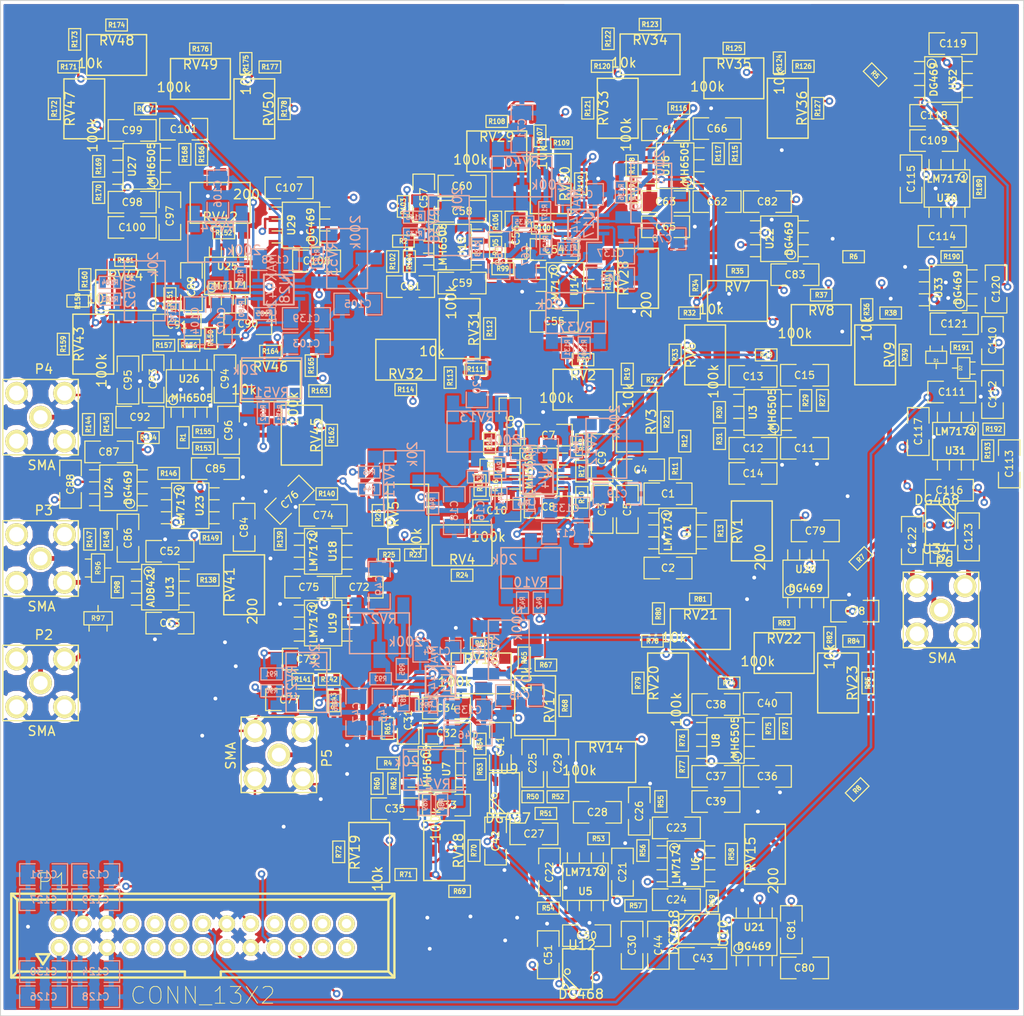
<source format=kicad_pcb>
(kicad_pcb (version 3) (host pcbnew "(2013-may-18)-stable")
  (layers (15 F.Cu signal) (2 Inner2.Cu signal) (1 Inner1.Cu signal) (0 B.Cu signal) (18 B.Paste user) (19 F.Paste user) (20 B.SilkS user) (21 F.SilkS user) (22 B.Mask user) (23 F.Mask user) (28 Edge.Cuts user))
  (net 0 "")
  (net 1 +15V)
  (net 2 +5V)
  (net 3 -15V)
  (net 4 -5V)
  (net 5 /Comp_D/Ctrl)
  (net 6 /Comp_D/CtrlConvert/In2)
  (net 7 /Comp_D/In)
  (net 8 /Comp_D/Off1)
  (net 9 /Comp_D/Off2)
  (net 10 /Comp_D/Off3)
  (net 11 /Comp_D/Off4)
  (net 12 /Comp_D/VarAmp/Ctrl)
  (net 13 /Comp_D/VarAmp/Out)
  (net 14 /Comp_D/VarAmp2/Ctrl)
  (net 15 /Comp_D/VarAmp2/In)
  (net 16 /Comp_D/VarAmp2/Out)
  (net 17 /Comp_FF/Ctrl)
  (net 18 /Comp_FF/CtrlConvert/In2)
  (net 19 /Comp_FF/In)
  (net 20 /Comp_FF/Off1)
  (net 21 /Comp_FF/Off2)
  (net 22 /Comp_FF/Off3)
  (net 23 /Comp_FF/Off4)
  (net 24 /Comp_FF/VarAmp/Ctrl)
  (net 25 /Comp_FF/VarAmp/Out)
  (net 26 /Comp_FF/VarAmp2/Ctrl)
  (net 27 /Comp_FF/VarAmp2/In)
  (net 28 /Comp_FF/VarAmp2/Out)
  (net 29 /Comp_I/Ctrl)
  (net 30 /Comp_I/CtrlConvert/In2)
  (net 31 /Comp_I/HOLD)
  (net 32 /Comp_I/Hold/COM)
  (net 33 /Comp_I/Hold/NC)
  (net 34 /Comp_I/In)
  (net 35 /Comp_I/Off1)
  (net 36 /Comp_I/Off2)
  (net 37 /Comp_I/Off3)
  (net 38 /Comp_I/Off4)
  (net 39 /Comp_I/RST)
  (net 40 /Comp_I/Reset1/COM)
  (net 41 /Comp_I/Reset1/NO)
  (net 42 /Comp_I/Reset2/COM)
  (net 43 /Comp_I/VarAmp/Ctrl)
  (net 44 /Comp_I/VarAmp2/Ctrl)
  (net 45 /Comp_I/VarAmp2/In)
  (net 46 /Comp_I/VarAmp2/Out)
  (net 47 /Comp_P/Ctrl)
  (net 48 /Comp_P/CtrlConvert/In2)
  (net 49 /Comp_P/In)
  (net 50 /Comp_P/Off1)
  (net 51 /Comp_P/Off2)
  (net 52 /Comp_P/Off3)
  (net 53 /Comp_P/Off4)
  (net 54 /Comp_P/VarAmp/Ctrl)
  (net 55 /Comp_P/VarAmp/Out)
  (net 56 /Comp_P/VarAmp2/Ctrl)
  (net 57 /Comp_P/VarAmp2/In)
  (net 58 /Comp_P/VarAmp2/Out)
  (net 59 /D_Switch/COM)
  (net 60 /D_Switch/IN)
  (net 61 /D_Switch/NO)
  (net 62 /FF_Switch/COM)
  (net 63 /FF_Switch/IN)
  (net 64 /FF_Switch/NO)
  (net 65 /I_Switch/COM)
  (net 66 /I_Switch/IN)
  (net 67 /I_Switch/NO)
  (net 68 /Instrumentation/In+)
  (net 69 /Instrumentation/In-)
  (net 70 /Out/Out)
  (net 71 /Output_On/COM)
  (net 72 /Output_On/IN)
  (net 73 /Output_On/NO)
  (net 74 /P_Switch/COM)
  (net 75 /P_Switch/IN)
  (net 76 /P_Switch/NO)
  (net 77 /ScaleError/In)
  (net 78 /ScaleError/Monitor)
  (net 79 /ScaleError/Out)
  (net 80 /ScaleFeedForward/In2)
  (net 81 /ScaleFeedForward/In_Switch/COM)
  (net 82 /ScaleFeedForward/In_Switch/NC)
  (net 83 /ScaleFeedForward/In_Switch/NO)
  (net 84 /ScaleFeedForward/Out)
  (net 85 /ScaleFeedForward/Select)
  (net 86 /ScaleOutput/In)
  (net 87 /ScaleOutput/In_Switch1/COM)
  (net 88 /ScaleOutput/In_Switch2/COM)
  (net 89 /ScaleOutput/In_Switch2/NC)
  (net 90 /ScaleOutput/Inv)
  (net 91 /ScaleOutput/Limit_H)
  (net 92 /ScaleOutput/Limit_L)
  (net 93 /ScaleOutput/Offset)
  (net 94 GND)
  (net 95 N-00000100)
  (net 96 N-00000108)
  (net 97 N-00000110)
  (net 98 N-00000112)
  (net 99 N-00000114)
  (net 100 N-00000117)
  (net 101 N-00000118)
  (net 102 N-00000119)
  (net 103 N-00000120)
  (net 104 N-00000121)
  (net 105 N-00000122)
  (net 106 N-00000123)
  (net 107 N-00000124)
  (net 108 N-00000125)
  (net 109 N-00000126)
  (net 110 N-00000127)
  (net 111 N-00000128)
  (net 112 N-00000129)
  (net 113 N-00000130)
  (net 114 N-00000131)
  (net 115 N-00000132)
  (net 116 N-00000134)
  (net 117 N-00000135)
  (net 118 N-00000136)
  (net 119 N-00000137)
  (net 120 N-00000138)
  (net 121 N-00000139)
  (net 122 N-00000140)
  (net 123 N-00000142)
  (net 124 N-00000143)
  (net 125 N-00000144)
  (net 126 N-00000145)
  (net 127 N-00000146)
  (net 128 N-00000147)
  (net 129 N-00000148)
  (net 130 N-00000149)
  (net 131 N-00000150)
  (net 132 N-00000151)
  (net 133 N-00000152)
  (net 134 N-00000153)
  (net 135 N-00000154)
  (net 136 N-00000155)
  (net 137 N-00000156)
  (net 138 N-00000157)
  (net 139 N-00000158)
  (net 140 N-00000159)
  (net 141 N-00000160)
  (net 142 N-00000161)
  (net 143 N-00000162)
  (net 144 N-00000163)
  (net 145 N-00000164)
  (net 146 N-00000166)
  (net 147 N-00000167)
  (net 148 N-00000168)
  (net 149 N-00000169)
  (net 150 N-00000170)
  (net 151 N-00000171)
  (net 152 N-00000172)
  (net 153 N-00000173)
  (net 154 N-00000174)
  (net 155 N-00000175)
  (net 156 N-00000176)
  (net 157 N-00000177)
  (net 158 N-00000178)
  (net 159 N-00000179)
  (net 160 N-00000180)
  (net 161 N-00000182)
  (net 162 N-00000183)
  (net 163 N-00000184)
  (net 164 N-00000185)
  (net 165 N-00000186)
  (net 166 N-00000187)
  (net 167 N-00000188)
  (net 168 N-00000189)
  (net 169 N-00000190)
  (net 170 N-00000191)
  (net 171 N-00000192)
  (net 172 N-00000193)
  (net 173 N-00000194)
  (net 174 N-00000195)
  (net 175 N-00000196)
  (net 176 N-00000197)
  (net 177 N-00000198)
  (net 178 N-00000199)
  (net 179 N-00000200)
  (net 180 N-00000201)
  (net 181 N-00000202)
  (net 182 N-00000203)
  (net 183 N-00000204)
  (net 184 N-00000205)
  (net 185 N-00000206)
  (net 186 N-00000207)
  (net 187 N-00000208)
  (net 188 N-00000209)
  (net 189 N-00000210)
  (net 190 N-00000211)
  (net 191 N-00000212)
  (net 192 N-00000213)
  (net 193 N-00000214)
  (net 194 N-00000215)
  (net 195 N-00000216)
  (net 196 N-00000217)
  (net 197 N-00000218)
  (net 198 N-00000219)
  (net 199 N-00000220)
  (net 200 N-00000221)
  (net 201 N-00000222)
  (net 202 N-00000223)
  (net 203 N-00000224)
  (net 204 N-00000225)
  (net 205 N-00000226)
  (net 206 N-00000227)
  (net 207 N-00000228)
  (net 208 N-00000229)
  (net 209 N-00000230)
  (net 210 N-00000231)
  (net 211 N-00000232)
  (net 212 N-00000233)
  (net 213 N-00000234)
  (net 214 N-00000235)
  (net 215 N-00000236)
  (net 216 N-00000237)
  (net 217 N-00000238)
  (net 218 N-00000239)
  (net 219 N-00000240)
  (net 220 N-00000241)
  (net 221 N-00000242)
  (net 222 N-00000243)
  (net 223 N-00000244)
  (net 224 N-00000245)
  (net 225 N-00000246)
  (net 226 N-00000247)
  (net 227 N-00000248)
  (net 228 N-0000051)
  (net 229 N-0000055)
  (net 230 N-0000056)
  (net 231 N-0000060)
  (net 232 N-0000064)
  (net 233 N-0000069)
  (net 234 N-0000076)
  (net 235 N-0000077)
  (net 236 N-0000078)
  (net 237 N-0000081)
  (net 238 N-0000082)
  (net 239 N-0000083)
  (net 240 N-0000088)
  (net 241 N-0000089)
  (net 242 N-0000090)
  (net 243 N-0000091)
  (net 244 N-0000092)
  (net 245 N-0000093)
  (net 246 N-0000094)
  (net 247 N-0000095)
  (net 248 N-0000096)
  (module VASCH13x2 (layer F.Cu) (at 110.49 151.4475)
    (fp_text reference P1 (at -15.875 -5.715) (layer F.SilkS) (effects (font (size 1.778 1.778) (thickness 0.0889))))
    (fp_text value CONN_13X2 (at 0 6.35) (layer F.SilkS) (effects (font (size 1.778 1.778) (thickness 0.0889))))
    (pad 26 thru_hole circle (at 15.24 -1.27) (size 1.76022 1.76022) (drill 0.99822) (layers *.Cu *.Mask F.SilkS) (net 31 /Comp_I/HOLD))
    (pad 25 thru_hole circle (at 15.24 1.27) (size 1.76022 1.76022) (drill 0.99822) (layers *.Cu *.Mask F.SilkS) (net 39 /Comp_I/RST))
    (pad 20 thru_hole circle (at 7.62 -1.27) (size 1.76022 1.76022) (drill 0.99822) (layers *.Cu *.Mask F.SilkS) (net 75 /P_Switch/IN))
    (pad 19 thru_hole circle (at 7.62 1.27) (size 1.76022 1.76022) (drill 0.99822) (layers *.Cu *.Mask F.SilkS) (net 63 /FF_Switch/IN))
    (pad 18 thru_hole circle (at 5.08 -1.27) (size 1.76022 1.76022) (drill 0.99822) (layers *.Cu *.Mask F.SilkS) (net 85 /ScaleFeedForward/Select))
    (pad 17 thru_hole circle (at 5.08 1.27) (size 1.76022 1.76022) (drill 0.99822) (layers *.Cu *.Mask F.SilkS) (net 94 GND))
    (pad 1 thru_hole circle (at -15.24 1.27) (size 1.76022 1.76022) (drill 0.99822) (layers *.Cu *.Mask F.SilkS) (net 1 +15V))
    (pad 2 thru_hole circle (at -15.24 -1.27) (size 1.76022 1.76022) (drill 0.99822) (layers *.Cu *.Mask F.SilkS) (net 3 -15V))
    (pad 3 thru_hole circle (at -12.7 1.27) (size 1.76022 1.76022) (drill 0.99822) (layers *.Cu *.Mask F.SilkS) (net 2 +5V))
    (pad 4 thru_hole circle (at -12.7 -1.27) (size 1.76022 1.76022) (drill 0.99822) (layers *.Cu *.Mask F.SilkS) (net 4 -5V))
    (pad 5 thru_hole circle (at -10.16 1.27) (size 1.76022 1.76022) (drill 0.99822) (layers *.Cu *.Mask F.SilkS) (net 94 GND))
    (pad 6 thru_hole circle (at -10.16 -1.27) (size 1.76022 1.76022) (drill 0.99822) (layers *.Cu *.Mask F.SilkS) (net 94 GND))
    (pad 7 thru_hole circle (at -7.62 1.27) (size 1.76022 1.76022) (drill 0.99822) (layers *.Cu *.Mask F.SilkS) (net 47 /Comp_P/Ctrl))
    (pad 8 thru_hole circle (at -7.62 -1.27) (size 1.76022 1.76022) (drill 0.99822) (layers *.Cu *.Mask F.SilkS) (net 29 /Comp_I/Ctrl))
    (pad 9 thru_hole circle (at -5.08 1.27) (size 1.76022 1.76022) (drill 0.99822) (layers *.Cu *.Mask F.SilkS) (net 5 /Comp_D/Ctrl))
    (pad 10 thru_hole circle (at -5.08 -1.27) (size 1.76022 1.76022) (drill 0.99822) (layers *.Cu *.Mask F.SilkS) (net 17 /Comp_FF/Ctrl))
    (pad 11 thru_hole circle (at -2.54 1.27) (size 1.76022 1.76022) (drill 0.99822) (layers *.Cu *.Mask F.SilkS) (net 35 /Comp_I/Off1))
    (pad 12 thru_hole circle (at -2.54 -1.27) (size 1.76022 1.76022) (drill 0.99822) (layers *.Cu *.Mask F.SilkS) (net 36 /Comp_I/Off2))
    (pad 13 thru_hole circle (at 0 1.27) (size 1.76022 1.76022) (drill 0.99822) (layers *.Cu *.Mask F.SilkS) (net 93 /ScaleOutput/Offset))
    (pad 14 thru_hole circle (at 0 -1.27) (size 1.76022 1.76022) (drill 0.99822) (layers *.Cu *.Mask F.SilkS) (net 91 /ScaleOutput/Limit_H))
    (pad 15 thru_hole circle (at 2.54 1.27) (size 1.76022 1.76022) (drill 0.99822) (layers *.Cu *.Mask F.SilkS) (net 92 /ScaleOutput/Limit_L))
    (pad 16 thru_hole circle (at 2.54 -1.27) (size 1.76022 1.76022) (drill 0.99822) (layers *.Cu *.Mask F.SilkS) (net 94 GND))
    (pad 21 thru_hole circle (at 10.16 1.27) (size 1.76022 1.76022) (drill 0.99822) (layers *.Cu *.Mask F.SilkS) (net 66 /I_Switch/IN))
    (pad 22 thru_hole circle (at 10.16 -1.27) (size 1.76022 1.76022) (drill 0.99822) (layers *.Cu *.Mask F.SilkS) (net 60 /D_Switch/IN))
    (pad 23 thru_hole circle (at 12.7 1.27) (size 1.76022 1.76022) (drill 0.99822) (layers *.Cu *.Mask F.SilkS) (net 72 /Output_On/IN))
    (pad 24 thru_hole circle (at 12.7 -1.27) (size 1.76022 1.76022) (drill 0.99822) (layers *.Cu *.Mask F.SilkS) (net 90 /ScaleOutput/Inv))
  )
  (module TSOP-6 (layer F.Cu) (at 188.6585 107.8865 180)
    (fp_text reference U34 (at 0.4 -2.55 180) (layer F.SilkS))
    (fp_text value DG468 (at 0.3 2.65 180) (layer F.SilkS))
    (pad 1 smd rect (at -0.9906 1.2446 180) (size 0.508 0.9652) (layers F.Cu F.Paste F.Mask) (net 73 /Output_On/NO))
    (pad 2 smd rect (at 0 1.2446 180) (size 0.508 0.9652) (layers F.Cu F.Paste F.Mask) (net 3 -15V))
    (pad 3 smd rect (at 0.9906 1.2446 180) (size 0.508 0.9652) (layers F.Cu F.Paste F.Mask) (net 72 /Output_On/IN))
    (pad 4 smd rect (at 0.9906 -1.2446 180) (size 0.508 0.9652) (layers F.Cu F.Paste F.Mask) (net 94 GND))
    (pad 5 smd rect (at 0 -1.2446 180) (size 0.508 0.9652) (layers F.Cu F.Paste F.Mask) (net 1 +15V))
    (pad 6 smd rect (at -0.9906 -1.2446 180) (size 0.508 0.9652) (layers F.Cu F.Paste F.Mask) (net 71 /Output_On/COM))
  )
  (module TSOP-6 (layer F.Cu) (at 150.3045 155.0035)
    (fp_text reference U12 (at 0.4 -2.55) (layer F.SilkS))
    (fp_text value DG468 (at 0.3 2.65) (layer F.SilkS))
    (pad 1 smd rect (at -0.9906 1.2446) (size 0.508 0.9652) (layers F.Cu F.Paste F.Mask) (net 41 /Comp_I/Reset1/NO))
    (pad 2 smd rect (at 0 1.2446) (size 0.508 0.9652) (layers F.Cu F.Paste F.Mask) (net 3 -15V))
    (pad 3 smd rect (at 0.9906 1.2446) (size 0.508 0.9652) (layers F.Cu F.Paste F.Mask) (net 39 /Comp_I/RST))
    (pad 4 smd rect (at 0.9906 -1.2446) (size 0.508 0.9652) (layers F.Cu F.Paste F.Mask) (net 94 GND))
    (pad 5 smd rect (at 0 -1.2446) (size 0.508 0.9652) (layers F.Cu F.Paste F.Mask) (net 1 +15V))
    (pad 6 smd rect (at -0.9906 -1.2446) (size 0.508 0.9652) (layers F.Cu F.Paste F.Mask) (net 40 /Comp_I/Reset1/COM))
  )
  (module TSOP-6 (layer F.Cu) (at 163.1315 150.8125 270)
    (fp_text reference U10 (at 0.4 -2.55 270) (layer F.SilkS))
    (fp_text value DG468 (at 0.3 2.65 270) (layer F.SilkS))
    (pad 1 smd rect (at -0.9906 1.2446 270) (size 0.508 0.9652) (layers F.Cu F.Paste F.Mask) (net 41 /Comp_I/Reset1/NO))
    (pad 2 smd rect (at 0 1.2446 270) (size 0.508 0.9652) (layers F.Cu F.Paste F.Mask) (net 3 -15V))
    (pad 3 smd rect (at 0.9906 1.2446 270) (size 0.508 0.9652) (layers F.Cu F.Paste F.Mask) (net 39 /Comp_I/RST))
    (pad 4 smd rect (at 0.9906 -1.2446 270) (size 0.508 0.9652) (layers F.Cu F.Paste F.Mask) (net 94 GND))
    (pad 5 smd rect (at 0 -1.2446 270) (size 0.508 0.9652) (layers F.Cu F.Paste F.Mask) (net 1 +15V))
    (pad 6 smd rect (at -0.9906 -1.2446 270) (size 0.508 0.9652) (layers F.Cu F.Paste F.Mask) (net 42 /Comp_I/Reset2/COM))
  )
  (module TSOP-6 (layer F.Cu) (at 142.5575 136.3345)
    (fp_text reference U9 (at 0.4 -2.55) (layer F.SilkS))
    (fp_text value DG467 (at 0.3 2.65) (layer F.SilkS))
    (pad 1 smd rect (at -0.9906 1.2446) (size 0.508 0.9652) (layers F.Cu F.Paste F.Mask) (net 33 /Comp_I/Hold/NC))
    (pad 2 smd rect (at 0 1.2446) (size 0.508 0.9652) (layers F.Cu F.Paste F.Mask) (net 3 -15V))
    (pad 3 smd rect (at 0.9906 1.2446) (size 0.508 0.9652) (layers F.Cu F.Paste F.Mask) (net 31 /Comp_I/HOLD))
    (pad 4 smd rect (at 0.9906 -1.2446) (size 0.508 0.9652) (layers F.Cu F.Paste F.Mask) (net 94 GND))
    (pad 5 smd rect (at 0 -1.2446) (size 0.508 0.9652) (layers F.Cu F.Paste F.Mask) (net 1 +15V))
    (pad 6 smd rect (at -0.9906 -1.2446) (size 0.508 0.9652) (layers F.Cu F.Paste F.Mask) (net 32 /Comp_I/Hold/COM))
  )
  (module sot23 (layer F.Cu) (at 99.3775 117.7925)
    (fp_text reference R97 (at 0 0) (layer F.SilkS) (effects (font (size 0.50038 0.50038) (thickness 0.09906))))
    (fp_text value 16.67k hide)
    (pad 1 smd rect (at -0.9525 1.05664) (size 0.59944 1.00076) (layers F.Cu F.Paste F.Mask) (net 69 /Instrumentation/In-))
    (pad 2 smd rect (at 0 -1.05664) (size 0.59944 1.00076) (layers F.Cu F.Paste F.Mask) (net 243 N-0000091))
    (pad 3 smd rect (at 0.9525 1.05664) (size 0.59944 1.00076) (layers F.Cu F.Paste F.Mask) (net 94 GND))
  )
  (module sot23 (layer F.Cu) (at 99.3775 112.4585 270)
    (fp_text reference R96 (at 0 0 270) (layer F.SilkS) (effects (font (size 0.50038 0.50038) (thickness 0.09906))))
    (fp_text value 16.67k hide)
    (pad 1 smd rect (at -0.9525 1.05664 270) (size 0.59944 1.00076) (layers F.Cu F.Paste F.Mask) (net 68 /Instrumentation/In+))
    (pad 2 smd rect (at 0 -1.05664 270) (size 0.59944 1.00076) (layers F.Cu F.Paste F.Mask) (net 242 N-0000090))
    (pad 3 smd rect (at 0.9525 1.05664 270) (size 0.59944 1.00076) (layers F.Cu F.Paste F.Mask) (net 94 GND))
  )
  (module so-8 (layer F.Cu) (at 104.013 69.8495 90)
    (fp_text reference U27 (at 0 -1.016 90) (layer F.SilkS) (effects (font (size 0.7493 0.7493) (thickness 0.14986))))
    (fp_text value LMH6505 (at 0 1.016 90) (layer F.SilkS) (effects (font (size 0.7493 0.7493) (thickness 0.14986))))
    (pad 1 smd rect (at -1.905 2.794 90) (size 0.635 1.27) (layers F.Cu F.Paste F.Mask) (net 153 N-00000173))
    (pad 2 smd rect (at -0.635 2.794 90) (size 0.635 1.27) (layers F.Cu F.Paste F.Mask) (net 27 /Comp_FF/VarAmp2/In))
    (pad 3 smd rect (at 0.635 2.794 90) (size 0.635 1.27) (layers F.Cu F.Paste F.Mask) (net 152 N-00000172))
    (pad 4 smd rect (at 1.905 2.794 90) (size 0.635 1.27) (layers F.Cu F.Paste F.Mask) (net 94 GND))
    (pad 5 smd rect (at 1.905 -2.794 90) (size 0.635 1.27) (layers F.Cu F.Paste F.Mask) (net 4 -5V))
    (pad 6 smd rect (at 0.635 -2.794 90) (size 0.635 1.27) (layers F.Cu F.Paste F.Mask) (net 28 /Comp_FF/VarAmp2/Out))
    (pad 7 smd rect (at -0.635 -2.794 90) (size 0.635 1.27) (layers F.Cu F.Paste F.Mask) (net 151 N-00000171))
    (pad 8 smd rect (at -1.905 -2.794 90) (size 0.635 1.27) (layers F.Cu F.Paste F.Mask) (net 2 +5V))
  )
  (module so-8 (layer F.Cu) (at 151.0665 145.7325 180)
    (fp_text reference U5 (at 0 -1.016 180) (layer F.SilkS) (effects (font (size 0.7493 0.7493) (thickness 0.14986))))
    (fp_text value LM7171 (at 0 1.016 180) (layer F.SilkS) (effects (font (size 0.7493 0.7493) (thickness 0.14986))))
    (pad 1 smd rect (at -1.905 2.794 180) (size 0.635 1.27) (layers F.Cu F.Paste F.Mask))
    (pad 2 smd rect (at -0.635 2.794 180) (size 0.635 1.27) (layers F.Cu F.Paste F.Mask) (net 235 N-0000077))
    (pad 3 smd rect (at 0.635 2.794 180) (size 0.635 1.27) (layers F.Cu F.Paste F.Mask) (net 40 /Comp_I/Reset1/COM))
    (pad 4 smd rect (at 1.905 2.794 180) (size 0.635 1.27) (layers F.Cu F.Paste F.Mask) (net 4 -5V))
    (pad 5 smd rect (at 1.905 -2.794 180) (size 0.635 1.27) (layers F.Cu F.Paste F.Mask))
    (pad 6 smd rect (at 0.635 -2.794 180) (size 0.635 1.27) (layers F.Cu F.Paste F.Mask) (net 236 N-0000078))
    (pad 7 smd rect (at -0.635 -2.794 180) (size 0.635 1.27) (layers F.Cu F.Paste F.Mask) (net 2 +5V))
    (pad 8 smd rect (at -1.905 -2.794 180) (size 0.635 1.27) (layers F.Cu F.Paste F.Mask))
  )
  (module so-8 (layer F.Cu) (at 161.7345 143.8275 270)
    (fp_text reference U6 (at 0 -1.016 270) (layer F.SilkS) (effects (font (size 0.7493 0.7493) (thickness 0.14986))))
    (fp_text value LM7171 (at 0 1.016 270) (layer F.SilkS) (effects (font (size 0.7493 0.7493) (thickness 0.14986))))
    (pad 1 smd rect (at -1.905 2.794 270) (size 0.635 1.27) (layers F.Cu F.Paste F.Mask))
    (pad 2 smd rect (at -0.635 2.794 270) (size 0.635 1.27) (layers F.Cu F.Paste F.Mask) (net 236 N-0000078))
    (pad 3 smd rect (at 0.635 2.794 270) (size 0.635 1.27) (layers F.Cu F.Paste F.Mask) (net 94 GND))
    (pad 4 smd rect (at 1.905 2.794 270) (size 0.635 1.27) (layers F.Cu F.Paste F.Mask) (net 4 -5V))
    (pad 5 smd rect (at 1.905 -2.794 270) (size 0.635 1.27) (layers F.Cu F.Paste F.Mask))
    (pad 6 smd rect (at 0.635 -2.794 270) (size 0.635 1.27) (layers F.Cu F.Paste F.Mask) (net 67 /I_Switch/NO))
    (pad 7 smd rect (at -0.635 -2.794 270) (size 0.635 1.27) (layers F.Cu F.Paste F.Mask) (net 2 +5V))
    (pad 8 smd rect (at -1.905 -2.794 270) (size 0.635 1.27) (layers F.Cu F.Paste F.Mask))
  )
  (module so-8 (layer F.Cu) (at 146.1135 102.1715 270)
    (fp_text reference U2 (at 0 -1.016 270) (layer F.SilkS) (effects (font (size 0.7493 0.7493) (thickness 0.14986))))
    (fp_text value LMH6505 (at 0 1.016 270) (layer F.SilkS) (effects (font (size 0.7493 0.7493) (thickness 0.14986))))
    (pad 1 smd rect (at -1.905 2.794 270) (size 0.635 1.27) (layers F.Cu F.Paste F.Mask) (net 105 N-00000122))
    (pad 2 smd rect (at -0.635 2.794 270) (size 0.635 1.27) (layers F.Cu F.Paste F.Mask) (net 7 /Comp_D/In))
    (pad 3 smd rect (at 0.635 2.794 270) (size 0.635 1.27) (layers F.Cu F.Paste F.Mask) (net 103 N-00000120))
    (pad 4 smd rect (at 1.905 2.794 270) (size 0.635 1.27) (layers F.Cu F.Paste F.Mask) (net 94 GND))
    (pad 5 smd rect (at 1.905 -2.794 270) (size 0.635 1.27) (layers F.Cu F.Paste F.Mask) (net 4 -5V))
    (pad 6 smd rect (at 0.635 -2.794 270) (size 0.635 1.27) (layers F.Cu F.Paste F.Mask) (net 13 /Comp_D/VarAmp/Out))
    (pad 7 smd rect (at -0.635 -2.794 270) (size 0.635 1.27) (layers F.Cu F.Paste F.Mask) (net 104 N-00000121))
    (pad 8 smd rect (at -1.905 -2.794 270) (size 0.635 1.27) (layers F.Cu F.Paste F.Mask) (net 2 +5V))
  )
  (module so-8 (layer F.Cu) (at 105.9815 114.4905 270)
    (fp_text reference U13 (at 0 -1.016 270) (layer F.SilkS) (effects (font (size 0.7493 0.7493) (thickness 0.14986))))
    (fp_text value AD8421 (at 0 1.016 270) (layer F.SilkS) (effects (font (size 0.7493 0.7493) (thickness 0.14986))))
    (pad 1 smd rect (at -1.905 2.794 270) (size 0.635 1.27) (layers F.Cu F.Paste F.Mask) (net 242 N-0000090))
    (pad 2 smd rect (at -0.635 2.794 270) (size 0.635 1.27) (layers F.Cu F.Paste F.Mask) (net 240 N-0000088))
    (pad 3 smd rect (at 0.635 2.794 270) (size 0.635 1.27) (layers F.Cu F.Paste F.Mask) (net 241 N-0000089))
    (pad 4 smd rect (at 1.905 2.794 270) (size 0.635 1.27) (layers F.Cu F.Paste F.Mask) (net 243 N-0000091))
    (pad 5 smd rect (at 1.905 -2.794 270) (size 0.635 1.27) (layers F.Cu F.Paste F.Mask) (net 3 -15V))
    (pad 6 smd rect (at 0.635 -2.794 270) (size 0.635 1.27) (layers F.Cu F.Paste F.Mask) (net 94 GND))
    (pad 7 smd rect (at -0.635 -2.794 270) (size 0.635 1.27) (layers F.Cu F.Paste F.Mask) (net 77 /ScaleError/In))
    (pad 8 smd rect (at -1.905 -2.794 270) (size 0.635 1.27) (layers F.Cu F.Paste F.Mask) (net 1 +15V))
  )
  (module so-8 (layer F.Cu) (at 135.3185 133.7945 270)
    (fp_text reference U7 (at 0 -1.016 270) (layer F.SilkS) (effects (font (size 0.7493 0.7493) (thickness 0.14986))))
    (fp_text value LMH6505 (at 0 1.016 270) (layer F.SilkS) (effects (font (size 0.7493 0.7493) (thickness 0.14986))))
    (pad 1 smd rect (at -1.905 2.794 270) (size 0.635 1.27) (layers F.Cu F.Paste F.Mask) (net 134 N-00000153))
    (pad 2 smd rect (at -0.635 2.794 270) (size 0.635 1.27) (layers F.Cu F.Paste F.Mask) (net 34 /Comp_I/In))
    (pad 3 smd rect (at 0.635 2.794 270) (size 0.635 1.27) (layers F.Cu F.Paste F.Mask) (net 132 N-00000151))
    (pad 4 smd rect (at 1.905 2.794 270) (size 0.635 1.27) (layers F.Cu F.Paste F.Mask) (net 94 GND))
    (pad 5 smd rect (at 1.905 -2.794 270) (size 0.635 1.27) (layers F.Cu F.Paste F.Mask) (net 4 -5V))
    (pad 6 smd rect (at 0.635 -2.794 270) (size 0.635 1.27) (layers F.Cu F.Paste F.Mask) (net 32 /Comp_I/Hold/COM))
    (pad 7 smd rect (at -0.635 -2.794 270) (size 0.635 1.27) (layers F.Cu F.Paste F.Mask) (net 133 N-00000152))
    (pad 8 smd rect (at -1.905 -2.794 270) (size 0.635 1.27) (layers F.Cu F.Paste F.Mask) (net 2 +5V))
  )
  (module so-8 (layer F.Cu) (at 123.2535 110.6805 270)
    (fp_text reference U18 (at 0 -1.016 270) (layer F.SilkS) (effects (font (size 0.7493 0.7493) (thickness 0.14986))))
    (fp_text value LM7171 (at 0 1.016 270) (layer F.SilkS) (effects (font (size 0.7493 0.7493) (thickness 0.14986))))
    (pad 1 smd rect (at -1.905 2.794 270) (size 0.635 1.27) (layers F.Cu F.Paste F.Mask))
    (pad 2 smd rect (at -0.635 2.794 270) (size 0.635 1.27) (layers F.Cu F.Paste F.Mask) (net 247 N-0000095))
    (pad 3 smd rect (at 0.635 2.794 270) (size 0.635 1.27) (layers F.Cu F.Paste F.Mask) (net 248 N-0000096))
    (pad 4 smd rect (at 1.905 2.794 270) (size 0.635 1.27) (layers F.Cu F.Paste F.Mask) (net 4 -5V))
    (pad 5 smd rect (at 1.905 -2.794 270) (size 0.635 1.27) (layers F.Cu F.Paste F.Mask))
    (pad 6 smd rect (at 0.635 -2.794 270) (size 0.635 1.27) (layers F.Cu F.Paste F.Mask) (net 79 /ScaleError/Out))
    (pad 7 smd rect (at -0.635 -2.794 270) (size 0.635 1.27) (layers F.Cu F.Paste F.Mask) (net 2 +5V))
    (pad 8 smd rect (at -1.905 -2.794 270) (size 0.635 1.27) (layers F.Cu F.Paste F.Mask))
  )
  (module so-8 (layer F.Cu) (at 189.4205 72.1995 180)
    (fp_text reference U30 (at 0 -1.016 180) (layer F.SilkS) (effects (font (size 0.7493 0.7493) (thickness 0.14986))))
    (fp_text value LM7171 (at 0 1.016 180) (layer F.SilkS) (effects (font (size 0.7493 0.7493) (thickness 0.14986))))
    (pad 1 smd rect (at -1.905 2.794 180) (size 0.635 1.27) (layers F.Cu F.Paste F.Mask))
    (pad 2 smd rect (at -0.635 2.794 180) (size 0.635 1.27) (layers F.Cu F.Paste F.Mask) (net 87 /ScaleOutput/In_Switch1/COM))
    (pad 3 smd rect (at 0.635 2.794 180) (size 0.635 1.27) (layers F.Cu F.Paste F.Mask) (net 94 GND))
    (pad 4 smd rect (at 1.905 2.794 180) (size 0.635 1.27) (layers F.Cu F.Paste F.Mask) (net 4 -5V))
    (pad 5 smd rect (at 1.905 -2.794 180) (size 0.635 1.27) (layers F.Cu F.Paste F.Mask))
    (pad 6 smd rect (at 0.635 -2.794 180) (size 0.635 1.27) (layers F.Cu F.Paste F.Mask) (net 99 N-00000114))
    (pad 7 smd rect (at -0.635 -2.794 180) (size 0.635 1.27) (layers F.Cu F.Paste F.Mask) (net 2 +5V))
    (pad 8 smd rect (at -1.905 -2.794 180) (size 0.635 1.27) (layers F.Cu F.Paste F.Mask))
  )
  (module so-8 (layer F.Cu) (at 120.904 76.0735 90)
    (fp_text reference U29 (at 0 -1.016 90) (layer F.SilkS) (effects (font (size 0.7493 0.7493) (thickness 0.14986))))
    (fp_text value DG469 (at 0 1.016 90) (layer F.SilkS) (effects (font (size 0.7493 0.7493) (thickness 0.14986))))
    (pad 1 smd rect (at -1.905 2.794 90) (size 0.635 1.27) (layers F.Cu F.Paste F.Mask) (net 62 /FF_Switch/COM))
    (pad 2 smd rect (at -0.635 2.794 90) (size 0.635 1.27) (layers F.Cu F.Paste F.Mask) (net 94 GND))
    (pad 3 smd rect (at 0.635 2.794 90) (size 0.635 1.27) (layers F.Cu F.Paste F.Mask) (net 94 GND))
    (pad 4 smd rect (at 1.905 2.794 90) (size 0.635 1.27) (layers F.Cu F.Paste F.Mask) (net 1 +15V))
    (pad 5 smd rect (at 1.905 -2.794 90) (size 0.635 1.27) (layers F.Cu F.Paste F.Mask))
    (pad 6 smd rect (at 0.635 -2.794 90) (size 0.635 1.27) (layers F.Cu F.Paste F.Mask) (net 63 /FF_Switch/IN))
    (pad 7 smd rect (at -0.635 -2.794 90) (size 0.635 1.27) (layers F.Cu F.Paste F.Mask) (net 3 -15V))
    (pad 8 smd rect (at -1.905 -2.794 90) (size 0.635 1.27) (layers F.Cu F.Paste F.Mask) (net 64 /FF_Switch/NO))
  )
  (module so-8 (layer F.Cu) (at 123.2535 118.3005 270)
    (fp_text reference U19 (at 0 -1.016 270) (layer F.SilkS) (effects (font (size 0.7493 0.7493) (thickness 0.14986))))
    (fp_text value LM7171 (at 0 1.016 270) (layer F.SilkS) (effects (font (size 0.7493 0.7493) (thickness 0.14986))))
    (pad 1 smd rect (at -1.905 2.794 270) (size 0.635 1.27) (layers F.Cu F.Paste F.Mask))
    (pad 2 smd rect (at -0.635 2.794 270) (size 0.635 1.27) (layers F.Cu F.Paste F.Mask) (net 246 N-0000094))
    (pad 3 smd rect (at 0.635 2.794 270) (size 0.635 1.27) (layers F.Cu F.Paste F.Mask) (net 248 N-0000096))
    (pad 4 smd rect (at 1.905 2.794 270) (size 0.635 1.27) (layers F.Cu F.Paste F.Mask) (net 4 -5V))
    (pad 5 smd rect (at 1.905 -2.794 270) (size 0.635 1.27) (layers F.Cu F.Paste F.Mask))
    (pad 6 smd rect (at 0.635 -2.794 270) (size 0.635 1.27) (layers F.Cu F.Paste F.Mask) (net 245 N-0000093))
    (pad 7 smd rect (at -0.635 -2.794 270) (size 0.635 1.27) (layers F.Cu F.Paste F.Mask) (net 2 +5V))
    (pad 8 smd rect (at -1.905 -2.794 270) (size 0.635 1.27) (layers F.Cu F.Paste F.Mask))
  )
  (module so-8 (layer F.Cu) (at 113.0935 81.4705)
    (fp_text reference U25 (at 0 -1.016) (layer F.SilkS) (effects (font (size 0.7493 0.7493) (thickness 0.14986))))
    (fp_text value LM7171 (at 0 1.016) (layer F.SilkS) (effects (font (size 0.7493 0.7493) (thickness 0.14986))))
    (pad 1 smd rect (at -1.905 2.794) (size 0.635 1.27) (layers F.Cu F.Paste F.Mask))
    (pad 2 smd rect (at -0.635 2.794) (size 0.635 1.27) (layers F.Cu F.Paste F.Mask) (net 96 N-00000108))
    (pad 3 smd rect (at 0.635 2.794) (size 0.635 1.27) (layers F.Cu F.Paste F.Mask) (net 94 GND))
    (pad 4 smd rect (at 1.905 2.794) (size 0.635 1.27) (layers F.Cu F.Paste F.Mask) (net 4 -5V))
    (pad 5 smd rect (at 1.905 -2.794) (size 0.635 1.27) (layers F.Cu F.Paste F.Mask))
    (pad 6 smd rect (at 0.635 -2.794) (size 0.635 1.27) (layers F.Cu F.Paste F.Mask) (net 64 /FF_Switch/NO))
    (pad 7 smd rect (at -0.635 -2.794) (size 0.635 1.27) (layers F.Cu F.Paste F.Mask) (net 2 +5V))
    (pad 8 smd rect (at -1.905 -2.794) (size 0.635 1.27) (layers F.Cu F.Paste F.Mask))
  )
  (module so-8 (layer F.Cu) (at 169.8625 95.9485 90)
    (fp_text reference U3 (at 0 -1.016 90) (layer F.SilkS) (effects (font (size 0.7493 0.7493) (thickness 0.14986))))
    (fp_text value LMH6505 (at 0 1.016 90) (layer F.SilkS) (effects (font (size 0.7493 0.7493) (thickness 0.14986))))
    (pad 1 smd rect (at -1.905 2.794 90) (size 0.635 1.27) (layers F.Cu F.Paste F.Mask) (net 102 N-00000119))
    (pad 2 smd rect (at -0.635 2.794 90) (size 0.635 1.27) (layers F.Cu F.Paste F.Mask) (net 15 /Comp_D/VarAmp2/In))
    (pad 3 smd rect (at 0.635 2.794 90) (size 0.635 1.27) (layers F.Cu F.Paste F.Mask) (net 101 N-00000118))
    (pad 4 smd rect (at 1.905 2.794 90) (size 0.635 1.27) (layers F.Cu F.Paste F.Mask) (net 94 GND))
    (pad 5 smd rect (at 1.905 -2.794 90) (size 0.635 1.27) (layers F.Cu F.Paste F.Mask) (net 4 -5V))
    (pad 6 smd rect (at 0.635 -2.794 90) (size 0.635 1.27) (layers F.Cu F.Paste F.Mask) (net 16 /Comp_D/VarAmp2/Out))
    (pad 7 smd rect (at -0.635 -2.794 90) (size 0.635 1.27) (layers F.Cu F.Paste F.Mask) (net 100 N-00000117))
    (pad 8 smd rect (at -1.905 -2.794 90) (size 0.635 1.27) (layers F.Cu F.Paste F.Mask) (net 2 +5V))
  )
  (module so-8 (layer F.Cu) (at 109.0295 93.4085)
    (fp_text reference U26 (at 0 -1.016) (layer F.SilkS) (effects (font (size 0.7493 0.7493) (thickness 0.14986))))
    (fp_text value LMH6505 (at 0 1.016) (layer F.SilkS) (effects (font (size 0.7493 0.7493) (thickness 0.14986))))
    (pad 1 smd rect (at -1.905 2.794) (size 0.635 1.27) (layers F.Cu F.Paste F.Mask) (net 148 N-00000168))
    (pad 2 smd rect (at -0.635 2.794) (size 0.635 1.27) (layers F.Cu F.Paste F.Mask) (net 19 /Comp_FF/In))
    (pad 3 smd rect (at 0.635 2.794) (size 0.635 1.27) (layers F.Cu F.Paste F.Mask) (net 149 N-00000169))
    (pad 4 smd rect (at 1.905 2.794) (size 0.635 1.27) (layers F.Cu F.Paste F.Mask) (net 94 GND))
    (pad 5 smd rect (at 1.905 -2.794) (size 0.635 1.27) (layers F.Cu F.Paste F.Mask) (net 4 -5V))
    (pad 6 smd rect (at 0.635 -2.794) (size 0.635 1.27) (layers F.Cu F.Paste F.Mask) (net 25 /Comp_FF/VarAmp/Out))
    (pad 7 smd rect (at -0.635 -2.794) (size 0.635 1.27) (layers F.Cu F.Paste F.Mask) (net 150 N-00000170))
    (pad 8 smd rect (at -1.905 -2.794) (size 0.635 1.27) (layers F.Cu F.Paste F.Mask) (net 2 +5V))
  )
  (module so-8 (layer F.Cu) (at 174.4345 113.6015)
    (fp_text reference U20 (at 0 -1.016) (layer F.SilkS) (effects (font (size 0.7493 0.7493) (thickness 0.14986))))
    (fp_text value DG469 (at 0 1.016) (layer F.SilkS) (effects (font (size 0.7493 0.7493) (thickness 0.14986))))
    (pad 1 smd rect (at -1.905 2.794) (size 0.635 1.27) (layers F.Cu F.Paste F.Mask) (net 59 /D_Switch/COM))
    (pad 2 smd rect (at -0.635 2.794) (size 0.635 1.27) (layers F.Cu F.Paste F.Mask) (net 94 GND))
    (pad 3 smd rect (at 0.635 2.794) (size 0.635 1.27) (layers F.Cu F.Paste F.Mask) (net 94 GND))
    (pad 4 smd rect (at 1.905 2.794) (size 0.635 1.27) (layers F.Cu F.Paste F.Mask) (net 1 +15V))
    (pad 5 smd rect (at 1.905 -2.794) (size 0.635 1.27) (layers F.Cu F.Paste F.Mask))
    (pad 6 smd rect (at 0.635 -2.794) (size 0.635 1.27) (layers F.Cu F.Paste F.Mask) (net 60 /D_Switch/IN))
    (pad 7 smd rect (at -0.635 -2.794) (size 0.635 1.27) (layers F.Cu F.Paste F.Mask) (net 3 -15V))
    (pad 8 smd rect (at -1.905 -2.794) (size 0.635 1.27) (layers F.Cu F.Paste F.Mask) (net 61 /D_Switch/NO))
  )
  (module so-8 (layer F.Cu) (at 168.9735 151.5745)
    (fp_text reference U21 (at 0 -1.016) (layer F.SilkS) (effects (font (size 0.7493 0.7493) (thickness 0.14986))))
    (fp_text value DG469 (at 0 1.016) (layer F.SilkS) (effects (font (size 0.7493 0.7493) (thickness 0.14986))))
    (pad 1 smd rect (at -1.905 2.794) (size 0.635 1.27) (layers F.Cu F.Paste F.Mask) (net 65 /I_Switch/COM))
    (pad 2 smd rect (at -0.635 2.794) (size 0.635 1.27) (layers F.Cu F.Paste F.Mask) (net 94 GND))
    (pad 3 smd rect (at 0.635 2.794) (size 0.635 1.27) (layers F.Cu F.Paste F.Mask) (net 94 GND))
    (pad 4 smd rect (at 1.905 2.794) (size 0.635 1.27) (layers F.Cu F.Paste F.Mask) (net 1 +15V))
    (pad 5 smd rect (at 1.905 -2.794) (size 0.635 1.27) (layers F.Cu F.Paste F.Mask))
    (pad 6 smd rect (at 0.635 -2.794) (size 0.635 1.27) (layers F.Cu F.Paste F.Mask) (net 66 /I_Switch/IN))
    (pad 7 smd rect (at -0.635 -2.794) (size 0.635 1.27) (layers F.Cu F.Paste F.Mask) (net 3 -15V))
    (pad 8 smd rect (at -1.905 -2.794) (size 0.635 1.27) (layers F.Cu F.Paste F.Mask) (net 67 /I_Switch/NO))
  )
  (module so-8 (layer F.Cu) (at 171.6405 77.5335 90)
    (fp_text reference U22 (at 0 -1.016 90) (layer F.SilkS) (effects (font (size 0.7493 0.7493) (thickness 0.14986))))
    (fp_text value DG469 (at 0 1.016 90) (layer F.SilkS) (effects (font (size 0.7493 0.7493) (thickness 0.14986))))
    (pad 1 smd rect (at -1.905 2.794 90) (size 0.635 1.27) (layers F.Cu F.Paste F.Mask) (net 74 /P_Switch/COM))
    (pad 2 smd rect (at -0.635 2.794 90) (size 0.635 1.27) (layers F.Cu F.Paste F.Mask) (net 94 GND))
    (pad 3 smd rect (at 0.635 2.794 90) (size 0.635 1.27) (layers F.Cu F.Paste F.Mask) (net 94 GND))
    (pad 4 smd rect (at 1.905 2.794 90) (size 0.635 1.27) (layers F.Cu F.Paste F.Mask) (net 1 +15V))
    (pad 5 smd rect (at 1.905 -2.794 90) (size 0.635 1.27) (layers F.Cu F.Paste F.Mask))
    (pad 6 smd rect (at 0.635 -2.794 90) (size 0.635 1.27) (layers F.Cu F.Paste F.Mask) (net 75 /P_Switch/IN))
    (pad 7 smd rect (at -0.635 -2.794 90) (size 0.635 1.27) (layers F.Cu F.Paste F.Mask) (net 3 -15V))
    (pad 8 smd rect (at -1.905 -2.794 90) (size 0.635 1.27) (layers F.Cu F.Paste F.Mask) (net 76 /P_Switch/NO))
  )
  (module so-8 (layer F.Cu) (at 109.1565 105.8545 270)
    (fp_text reference U23 (at 0 -1.016 270) (layer F.SilkS) (effects (font (size 0.7493 0.7493) (thickness 0.14986))))
    (fp_text value LM7171 (at 0 1.016 270) (layer F.SilkS) (effects (font (size 0.7493 0.7493) (thickness 0.14986))))
    (pad 1 smd rect (at -1.905 2.794 270) (size 0.635 1.27) (layers F.Cu F.Paste F.Mask))
    (pad 2 smd rect (at -0.635 2.794 270) (size 0.635 1.27) (layers F.Cu F.Paste F.Mask) (net 95 N-00000100))
    (pad 3 smd rect (at 0.635 2.794 270) (size 0.635 1.27) (layers F.Cu F.Paste F.Mask) (net 81 /ScaleFeedForward/In_Switch/COM))
    (pad 4 smd rect (at 1.905 2.794 270) (size 0.635 1.27) (layers F.Cu F.Paste F.Mask) (net 4 -5V))
    (pad 5 smd rect (at 1.905 -2.794 270) (size 0.635 1.27) (layers F.Cu F.Paste F.Mask))
    (pad 6 smd rect (at 0.635 -2.794 270) (size 0.635 1.27) (layers F.Cu F.Paste F.Mask) (net 84 /ScaleFeedForward/Out))
    (pad 7 smd rect (at -0.635 -2.794 270) (size 0.635 1.27) (layers F.Cu F.Paste F.Mask) (net 2 +5V))
    (pad 8 smd rect (at -1.905 -2.794 270) (size 0.635 1.27) (layers F.Cu F.Paste F.Mask))
  )
  (module so-8 (layer F.Cu) (at 165.9255 130.7465 90)
    (fp_text reference U8 (at 0 -1.016 90) (layer F.SilkS) (effects (font (size 0.7493 0.7493) (thickness 0.14986))))
    (fp_text value LMH6505 (at 0 1.016 90) (layer F.SilkS) (effects (font (size 0.7493 0.7493) (thickness 0.14986))))
    (pad 1 smd rect (at -1.905 2.794 90) (size 0.635 1.27) (layers F.Cu F.Paste F.Mask) (net 135 N-00000154))
    (pad 2 smd rect (at -0.635 2.794 90) (size 0.635 1.27) (layers F.Cu F.Paste F.Mask) (net 45 /Comp_I/VarAmp2/In))
    (pad 3 smd rect (at 0.635 2.794 90) (size 0.635 1.27) (layers F.Cu F.Paste F.Mask) (net 136 N-00000155))
    (pad 4 smd rect (at 1.905 2.794 90) (size 0.635 1.27) (layers F.Cu F.Paste F.Mask) (net 94 GND))
    (pad 5 smd rect (at 1.905 -2.794 90) (size 0.635 1.27) (layers F.Cu F.Paste F.Mask) (net 4 -5V))
    (pad 6 smd rect (at 0.635 -2.794 90) (size 0.635 1.27) (layers F.Cu F.Paste F.Mask) (net 46 /Comp_I/VarAmp2/Out))
    (pad 7 smd rect (at -0.635 -2.794 90) (size 0.635 1.27) (layers F.Cu F.Paste F.Mask) (net 137 N-00000156))
    (pad 8 smd rect (at -1.905 -2.794 90) (size 0.635 1.27) (layers F.Cu F.Paste F.Mask) (net 2 +5V))
  )
  (module so-8 (layer F.Cu) (at 101.5365 103.9495 90)
    (fp_text reference U24 (at 0 -1.016 90) (layer F.SilkS) (effects (font (size 0.7493 0.7493) (thickness 0.14986))))
    (fp_text value DG469 (at 0 1.016 90) (layer F.SilkS) (effects (font (size 0.7493 0.7493) (thickness 0.14986))))
    (pad 1 smd rect (at -1.905 2.794 90) (size 0.635 1.27) (layers F.Cu F.Paste F.Mask) (net 81 /ScaleFeedForward/In_Switch/COM))
    (pad 2 smd rect (at -0.635 2.794 90) (size 0.635 1.27) (layers F.Cu F.Paste F.Mask) (net 82 /ScaleFeedForward/In_Switch/NC))
    (pad 3 smd rect (at 0.635 2.794 90) (size 0.635 1.27) (layers F.Cu F.Paste F.Mask) (net 94 GND))
    (pad 4 smd rect (at 1.905 2.794 90) (size 0.635 1.27) (layers F.Cu F.Paste F.Mask) (net 1 +15V))
    (pad 5 smd rect (at 1.905 -2.794 90) (size 0.635 1.27) (layers F.Cu F.Paste F.Mask))
    (pad 6 smd rect (at 0.635 -2.794 90) (size 0.635 1.27) (layers F.Cu F.Paste F.Mask) (net 85 /ScaleFeedForward/Select))
    (pad 7 smd rect (at -0.635 -2.794 90) (size 0.635 1.27) (layers F.Cu F.Paste F.Mask) (net 3 -15V))
    (pad 8 smd rect (at -1.905 -2.794 90) (size 0.635 1.27) (layers F.Cu F.Paste F.Mask) (net 83 /ScaleFeedForward/In_Switch/NO))
  )
  (module so-8 (layer F.Cu) (at 148.9075 82.4865 270)
    (fp_text reference U14 (at 0 -1.016 270) (layer F.SilkS) (effects (font (size 0.7493 0.7493) (thickness 0.14986))))
    (fp_text value LM7171 (at 0 1.016 270) (layer F.SilkS) (effects (font (size 0.7493 0.7493) (thickness 0.14986))))
    (pad 1 smd rect (at -1.905 2.794 270) (size 0.635 1.27) (layers F.Cu F.Paste F.Mask))
    (pad 2 smd rect (at -0.635 2.794 270) (size 0.635 1.27) (layers F.Cu F.Paste F.Mask) (net 233 N-0000069))
    (pad 3 smd rect (at 0.635 2.794 270) (size 0.635 1.27) (layers F.Cu F.Paste F.Mask) (net 94 GND))
    (pad 4 smd rect (at 1.905 2.794 270) (size 0.635 1.27) (layers F.Cu F.Paste F.Mask) (net 4 -5V))
    (pad 5 smd rect (at 1.905 -2.794 270) (size 0.635 1.27) (layers F.Cu F.Paste F.Mask))
    (pad 6 smd rect (at 0.635 -2.794 270) (size 0.635 1.27) (layers F.Cu F.Paste F.Mask) (net 76 /P_Switch/NO))
    (pad 7 smd rect (at -0.635 -2.794 270) (size 0.635 1.27) (layers F.Cu F.Paste F.Mask) (net 2 +5V))
    (pad 8 smd rect (at -1.905 -2.794 270) (size 0.635 1.27) (layers F.Cu F.Paste F.Mask))
  )
  (module so-8 (layer F.Cu) (at 189.0395 60.6425 270)
    (fp_text reference U32 (at 0 -1.016 270) (layer F.SilkS) (effects (font (size 0.7493 0.7493) (thickness 0.14986))))
    (fp_text value DG469 (at 0 1.016 270) (layer F.SilkS) (effects (font (size 0.7493 0.7493) (thickness 0.14986))))
    (pad 1 smd rect (at -1.905 2.794 270) (size 0.635 1.27) (layers F.Cu F.Paste F.Mask) (net 87 /ScaleOutput/In_Switch1/COM))
    (pad 2 smd rect (at -0.635 2.794 270) (size 0.635 1.27) (layers F.Cu F.Paste F.Mask) (net 86 /ScaleOutput/In))
    (pad 3 smd rect (at 0.635 2.794 270) (size 0.635 1.27) (layers F.Cu F.Paste F.Mask) (net 94 GND))
    (pad 4 smd rect (at 1.905 2.794 270) (size 0.635 1.27) (layers F.Cu F.Paste F.Mask) (net 1 +15V))
    (pad 5 smd rect (at 1.905 -2.794 270) (size 0.635 1.27) (layers F.Cu F.Paste F.Mask))
    (pad 6 smd rect (at 0.635 -2.794 270) (size 0.635 1.27) (layers F.Cu F.Paste F.Mask) (net 90 /ScaleOutput/Inv))
    (pad 7 smd rect (at -0.635 -2.794 270) (size 0.635 1.27) (layers F.Cu F.Paste F.Mask) (net 3 -15V))
    (pad 8 smd rect (at -1.905 -2.794 270) (size 0.635 1.27) (layers F.Cu F.Paste F.Mask) (net 94 GND))
  )
  (module so-8 (layer F.Cu) (at 160.8455 108.5215 270)
    (fp_text reference U1 (at 0 -1.016 270) (layer F.SilkS) (effects (font (size 0.7493 0.7493) (thickness 0.14986))))
    (fp_text value LM7171 (at 0 1.016 270) (layer F.SilkS) (effects (font (size 0.7493 0.7493) (thickness 0.14986))))
    (pad 1 smd rect (at -1.905 2.794 270) (size 0.635 1.27) (layers F.Cu F.Paste F.Mask))
    (pad 2 smd rect (at -0.635 2.794 270) (size 0.635 1.27) (layers F.Cu F.Paste F.Mask) (net 231 N-0000060))
    (pad 3 smd rect (at 0.635 2.794 270) (size 0.635 1.27) (layers F.Cu F.Paste F.Mask) (net 94 GND))
    (pad 4 smd rect (at 1.905 2.794 270) (size 0.635 1.27) (layers F.Cu F.Paste F.Mask) (net 4 -5V))
    (pad 5 smd rect (at 1.905 -2.794 270) (size 0.635 1.27) (layers F.Cu F.Paste F.Mask))
    (pad 6 smd rect (at 0.635 -2.794 270) (size 0.635 1.27) (layers F.Cu F.Paste F.Mask) (net 61 /D_Switch/NO))
    (pad 7 smd rect (at -0.635 -2.794 270) (size 0.635 1.27) (layers F.Cu F.Paste F.Mask) (net 2 +5V))
    (pad 8 smd rect (at -1.905 -2.794 270) (size 0.635 1.27) (layers F.Cu F.Paste F.Mask))
  )
  (module so-8 (layer F.Cu) (at 190.3095 98.9965 180)
    (fp_text reference U31 (at 0 -1.016 180) (layer F.SilkS) (effects (font (size 0.7493 0.7493) (thickness 0.14986))))
    (fp_text value LM7171 (at 0 1.016 180) (layer F.SilkS) (effects (font (size 0.7493 0.7493) (thickness 0.14986))))
    (pad 1 smd rect (at -1.905 2.794 180) (size 0.635 1.27) (layers F.Cu F.Paste F.Mask))
    (pad 2 smd rect (at -0.635 2.794 180) (size 0.635 1.27) (layers F.Cu F.Paste F.Mask) (net 98 N-00000112))
    (pad 3 smd rect (at 0.635 2.794 180) (size 0.635 1.27) (layers F.Cu F.Paste F.Mask) (net 88 /ScaleOutput/In_Switch2/COM))
    (pad 4 smd rect (at 1.905 2.794 180) (size 0.635 1.27) (layers F.Cu F.Paste F.Mask) (net 3 -15V))
    (pad 5 smd rect (at 1.905 -2.794 180) (size 0.635 1.27) (layers F.Cu F.Paste F.Mask))
    (pad 6 smd rect (at 0.635 -2.794 180) (size 0.635 1.27) (layers F.Cu F.Paste F.Mask) (net 73 /Output_On/NO))
    (pad 7 smd rect (at -0.635 -2.794 180) (size 0.635 1.27) (layers F.Cu F.Paste F.Mask) (net 1 +15V))
    (pad 8 smd rect (at -1.905 -2.794 180) (size 0.635 1.27) (layers F.Cu F.Paste F.Mask))
  )
  (module so-8 (layer F.Cu) (at 160.5915 69.7865 90)
    (fp_text reference U16 (at 0 -1.016 90) (layer F.SilkS) (effects (font (size 0.7493 0.7493) (thickness 0.14986))))
    (fp_text value LMH6505 (at 0 1.016 90) (layer F.SilkS) (effects (font (size 0.7493 0.7493) (thickness 0.14986))))
    (pad 1 smd rect (at -1.905 2.794 90) (size 0.635 1.27) (layers F.Cu F.Paste F.Mask) (net 121 N-00000139))
    (pad 2 smd rect (at -0.635 2.794 90) (size 0.635 1.27) (layers F.Cu F.Paste F.Mask) (net 57 /Comp_P/VarAmp2/In))
    (pad 3 smd rect (at 0.635 2.794 90) (size 0.635 1.27) (layers F.Cu F.Paste F.Mask) (net 120 N-00000138))
    (pad 4 smd rect (at 1.905 2.794 90) (size 0.635 1.27) (layers F.Cu F.Paste F.Mask) (net 94 GND))
    (pad 5 smd rect (at 1.905 -2.794 90) (size 0.635 1.27) (layers F.Cu F.Paste F.Mask) (net 4 -5V))
    (pad 6 smd rect (at 0.635 -2.794 90) (size 0.635 1.27) (layers F.Cu F.Paste F.Mask) (net 58 /Comp_P/VarAmp2/Out))
    (pad 7 smd rect (at -0.635 -2.794 90) (size 0.635 1.27) (layers F.Cu F.Paste F.Mask) (net 119 N-00000137))
    (pad 8 smd rect (at -1.905 -2.794 90) (size 0.635 1.27) (layers F.Cu F.Paste F.Mask) (net 2 +5V))
  )
  (module so-8 (layer F.Cu) (at 189.5475 82.7405 90)
    (fp_text reference U33 (at 0 -1.016 90) (layer F.SilkS) (effects (font (size 0.7493 0.7493) (thickness 0.14986))))
    (fp_text value DG469 (at 0 1.016 90) (layer F.SilkS) (effects (font (size 0.7493 0.7493) (thickness 0.14986))))
    (pad 1 smd rect (at -1.905 2.794 90) (size 0.635 1.27) (layers F.Cu F.Paste F.Mask) (net 88 /ScaleOutput/In_Switch2/COM))
    (pad 2 smd rect (at -0.635 2.794 90) (size 0.635 1.27) (layers F.Cu F.Paste F.Mask) (net 89 /ScaleOutput/In_Switch2/NC))
    (pad 3 smd rect (at 0.635 2.794 90) (size 0.635 1.27) (layers F.Cu F.Paste F.Mask) (net 94 GND))
    (pad 4 smd rect (at 1.905 2.794 90) (size 0.635 1.27) (layers F.Cu F.Paste F.Mask) (net 1 +15V))
    (pad 5 smd rect (at 1.905 -2.794 90) (size 0.635 1.27) (layers F.Cu F.Paste F.Mask))
    (pad 6 smd rect (at 0.635 -2.794 90) (size 0.635 1.27) (layers F.Cu F.Paste F.Mask) (net 90 /ScaleOutput/Inv))
    (pad 7 smd rect (at -0.635 -2.794 90) (size 0.635 1.27) (layers F.Cu F.Paste F.Mask) (net 3 -15V))
    (pad 8 smd rect (at -1.905 -2.794 90) (size 0.635 1.27) (layers F.Cu F.Paste F.Mask) (net 86 /ScaleOutput/In))
  )
  (module so-8 (layer F.Cu) (at 136.9695 78.4225 270)
    (fp_text reference U15 (at 0 -1.016 270) (layer F.SilkS) (effects (font (size 0.7493 0.7493) (thickness 0.14986))))
    (fp_text value LMH6505 (at 0 1.016 270) (layer F.SilkS) (effects (font (size 0.7493 0.7493) (thickness 0.14986))))
    (pad 1 smd rect (at -1.905 2.794 270) (size 0.635 1.27) (layers F.Cu F.Paste F.Mask) (net 117 N-00000135))
    (pad 2 smd rect (at -0.635 2.794 270) (size 0.635 1.27) (layers F.Cu F.Paste F.Mask) (net 49 /Comp_P/In))
    (pad 3 smd rect (at 0.635 2.794 270) (size 0.635 1.27) (layers F.Cu F.Paste F.Mask) (net 118 N-00000136))
    (pad 4 smd rect (at 1.905 2.794 270) (size 0.635 1.27) (layers F.Cu F.Paste F.Mask) (net 94 GND))
    (pad 5 smd rect (at 1.905 -2.794 270) (size 0.635 1.27) (layers F.Cu F.Paste F.Mask) (net 4 -5V))
    (pad 6 smd rect (at 0.635 -2.794 270) (size 0.635 1.27) (layers F.Cu F.Paste F.Mask) (net 55 /Comp_P/VarAmp/Out))
    (pad 7 smd rect (at -0.635 -2.794 270) (size 0.635 1.27) (layers F.Cu F.Paste F.Mask) (net 116 N-00000134))
    (pad 8 smd rect (at -1.905 -2.794 270) (size 0.635 1.27) (layers F.Cu F.Paste F.Mask) (net 2 +5V))
  )
  (module SM1206 (layer F.Cu) (at 102.5525 109.2835 90)
    (fp_text reference C86 (at 0 0 90) (layer F.SilkS) (effects (font (size 0.762 0.762) (thickness 0.127))))
    (fp_text value 10u hide)
    (pad 1 smd rect (at -1.651 0 90) (size 1.524 2.032) (layers F.Cu F.Paste F.Mask) (net 94 GND))
    (pad 2 smd rect (at 1.651 0 90) (size 1.524 2.032) (layers F.Cu F.Paste F.Mask) (net 4 -5V))
  )
  (module SM1206 (layer F.Cu) (at 136.3345 127.3175 180)
    (fp_text reference C34 (at 0 0 180) (layer F.SilkS) (effects (font (size 0.762 0.762) (thickness 0.127))))
    (fp_text value 10u hide)
    (pad 1 smd rect (at -1.651 0 180) (size 1.524 2.032) (layers F.Cu F.Paste F.Mask) (net 36 /Comp_I/Off2))
    (pad 2 smd rect (at 1.651 0 180) (size 1.524 2.032) (layers F.Cu F.Paste F.Mask) (net 94 GND))
  )
  (module SM1206 (layer F.Cu) (at 132.5245 82.6135)
    (fp_text reference C61 (at 0 0) (layer F.SilkS) (effects (font (size 0.762 0.762) (thickness 0.127))))
    (fp_text value 10u hide)
    (pad 1 smd rect (at -1.651 0) (size 1.524 2.032) (layers F.Cu F.Paste F.Mask) (net 50 /Comp_P/Off1))
    (pad 2 smd rect (at 1.651 0) (size 1.524 2.032) (layers F.Cu F.Paste F.Mask) (net 94 GND))
  )
  (module SM1206 (layer F.Cu) (at 96.4565 103.5685 270)
    (fp_text reference C88 (at 0 0 270) (layer F.SilkS) (effects (font (size 0.762 0.762) (thickness 0.127))))
    (fp_text value 10u hide)
    (pad 1 smd rect (at -1.651 0 270) (size 1.524 2.032) (layers F.Cu F.Paste F.Mask) (net 94 GND))
    (pad 2 smd rect (at 1.651 0 270) (size 1.524 2.032) (layers F.Cu F.Paste F.Mask) (net 3 -15V))
  )
  (module SM1206 (layer F.Cu) (at 100.5205 100.1395 180)
    (fp_text reference C87 (at 0 0 180) (layer F.SilkS) (effects (font (size 0.762 0.762) (thickness 0.127))))
    (fp_text value 10u hide)
    (pad 1 smd rect (at -1.651 0 180) (size 1.524 2.032) (layers F.Cu F.Paste F.Mask) (net 1 +15V))
    (pad 2 smd rect (at 1.651 0 180) (size 1.524 2.032) (layers F.Cu F.Paste F.Mask) (net 94 GND))
  )
  (module SM1206 (layer F.Cu) (at 130.8735 137.9855)
    (fp_text reference C35 (at 0 0) (layer F.SilkS) (effects (font (size 0.762 0.762) (thickness 0.127))))
    (fp_text value 10u hide)
    (pad 1 smd rect (at -1.651 0) (size 1.524 2.032) (layers F.Cu F.Paste F.Mask) (net 35 /Comp_I/Off1))
    (pad 2 smd rect (at 1.651 0) (size 1.524 2.032) (layers F.Cu F.Paste F.Mask) (net 94 GND))
  )
  (module SM1206 (layer F.Cu) (at 159.5755 76.2635)
    (fp_text reference C65 (at 0 0) (layer F.SilkS) (effects (font (size 0.762 0.762) (thickness 0.127))))
    (fp_text value 10u hide)
    (pad 1 smd rect (at -1.651 0) (size 1.524 2.032) (layers F.Cu F.Paste F.Mask) (net 53 /Comp_P/Off4))
    (pad 2 smd rect (at 1.651 0) (size 1.524 2.032) (layers F.Cu F.Paste F.Mask) (net 94 GND))
  )
  (module SM1206 (layer F.Cu) (at 132.2705 128.5875 90)
    (fp_text reference C31 (at 0 0 90) (layer F.SilkS) (effects (font (size 0.762 0.762) (thickness 0.127))))
    (fp_text value 10u hide)
    (pad 1 smd rect (at -1.651 0 90) (size 1.524 2.032) (layers F.Cu F.Paste F.Mask) (net 134 N-00000153))
    (pad 2 smd rect (at 1.651 0 90) (size 1.524 2.032) (layers F.Cu F.Paste F.Mask) (net 94 GND))
  )
  (module SM1206 (layer F.Cu) (at 164.9095 134.5565)
    (fp_text reference C37 (at 0 0) (layer F.SilkS) (effects (font (size 0.762 0.762) (thickness 0.127))))
    (fp_text value 10u hide)
    (pad 1 smd rect (at -1.651 0) (size 1.524 2.032) (layers F.Cu F.Paste F.Mask) (net 2 +5V))
    (pad 2 smd rect (at 1.651 0) (size 1.524 2.032) (layers F.Cu F.Paste F.Mask) (net 94 GND))
  )
  (module SM1206 (layer F.Cu) (at 164.9095 126.9365 180)
    (fp_text reference C38 (at 0 0 180) (layer F.SilkS) (effects (font (size 0.762 0.762) (thickness 0.127))))
    (fp_text value 10u hide)
    (pad 1 smd rect (at -1.651 0 180) (size 1.524 2.032) (layers F.Cu F.Paste F.Mask) (net 94 GND))
    (pad 2 smd rect (at 1.651 0 180) (size 1.524 2.032) (layers F.Cu F.Paste F.Mask) (net 4 -5V))
  )
  (module SM1206 (layer F.Cu) (at 111.8235 101.9175)
    (fp_text reference C85 (at 0 0) (layer F.SilkS) (effects (font (size 0.762 0.762) (thickness 0.127))))
    (fp_text value 10u hide)
    (pad 1 smd rect (at -1.651 0) (size 1.524 2.032) (layers F.Cu F.Paste F.Mask) (net 2 +5V))
    (pad 2 smd rect (at 1.651 0) (size 1.524 2.032) (layers F.Cu F.Paste F.Mask) (net 94 GND))
  )
  (module SM1206 (layer F.Cu) (at 170.3705 134.5565)
    (fp_text reference C36 (at 0 0) (layer F.SilkS) (effects (font (size 0.762 0.762) (thickness 0.127))))
    (fp_text value 10u hide)
    (pad 1 smd rect (at -1.651 0) (size 1.524 2.032) (layers F.Cu F.Paste F.Mask) (net 135 N-00000154))
    (pad 2 smd rect (at 1.651 0) (size 1.524 2.032) (layers F.Cu F.Paste F.Mask) (net 94 GND))
  )
  (module SM1206 (layer F.Cu) (at 114.8715 108.1405 90)
    (fp_text reference C84 (at 0 0 90) (layer F.SilkS) (effects (font (size 0.762 0.762) (thickness 0.127))))
    (fp_text value 10p hide)
    (pad 1 smd rect (at -1.651 0 90) (size 1.524 2.032) (layers F.Cu F.Paste F.Mask) (net 95 N-00000100))
    (pad 2 smd rect (at 1.651 0 90) (size 1.524 2.032) (layers F.Cu F.Paste F.Mask) (net 94 GND))
  )
  (module SM1206 (layer F.Cu) (at 137.9855 71.9455 180)
    (fp_text reference C60 (at 0 0 180) (layer F.SilkS) (effects (font (size 0.762 0.762) (thickness 0.127))))
    (fp_text value 10u hide)
    (pad 1 smd rect (at -1.651 0 180) (size 1.524 2.032) (layers F.Cu F.Paste F.Mask) (net 51 /Comp_P/Off2))
    (pad 2 smd rect (at 1.651 0 180) (size 1.524 2.032) (layers F.Cu F.Paste F.Mask) (net 94 GND))
  )
  (module SM1206 (layer F.Cu) (at 165.0365 65.8495 180)
    (fp_text reference C66 (at 0 0 180) (layer F.SilkS) (effects (font (size 0.762 0.762) (thickness 0.127))))
    (fp_text value 10u hide)
    (pad 1 smd rect (at -1.651 0 180) (size 1.524 2.032) (layers F.Cu F.Paste F.Mask) (net 52 /Comp_P/Off3))
    (pad 2 smd rect (at 1.651 0 180) (size 1.524 2.032) (layers F.Cu F.Paste F.Mask) (net 94 GND))
  )
  (module SM1206 (layer F.Cu) (at 164.9095 137.2235)
    (fp_text reference C39 (at 0 0) (layer F.SilkS) (effects (font (size 0.762 0.762) (thickness 0.127))))
    (fp_text value 10u hide)
    (pad 1 smd rect (at -1.651 0) (size 1.524 2.032) (layers F.Cu F.Paste F.Mask) (net 38 /Comp_I/Off4))
    (pad 2 smd rect (at 1.651 0) (size 1.524 2.032) (layers F.Cu F.Paste F.Mask) (net 94 GND))
  )
  (module SM1206 (layer F.Cu) (at 103.8225 96.4565 180)
    (fp_text reference C92 (at 0 0 180) (layer F.SilkS) (effects (font (size 0.762 0.762) (thickness 0.127))))
    (fp_text value 10u hide)
    (pad 1 smd rect (at -1.651 0 180) (size 1.524 2.032) (layers F.Cu F.Paste F.Mask) (net 148 N-00000168))
    (pad 2 smd rect (at 1.651 0 180) (size 1.524 2.032) (layers F.Cu F.Paste F.Mask) (net 94 GND))
  )
  (module SM1206 (layer F.Cu) (at 159.5755 65.9765 180)
    (fp_text reference C64 (at 0 0 180) (layer F.SilkS) (effects (font (size 0.762 0.762) (thickness 0.127))))
    (fp_text value 10u hide)
    (pad 1 smd rect (at -1.651 0 180) (size 1.524 2.032) (layers F.Cu F.Paste F.Mask) (net 94 GND))
    (pad 2 smd rect (at 1.651 0 180) (size 1.524 2.032) (layers F.Cu F.Paste F.Mask) (net 4 -5V))
  )
  (module SM1206 (layer F.Cu) (at 145.6055 140.6525 180)
    (fp_text reference C27 (at 0 0 180) (layer F.SilkS) (effects (font (size 0.762 0.762) (thickness 0.127))))
    (fp_text value 1p hide)
    (pad 1 smd rect (at -1.651 0 180) (size 1.524 2.032) (layers F.Cu F.Paste F.Mask) (net 40 /Comp_I/Reset1/COM))
    (pad 2 smd rect (at 1.651 0 180) (size 1.524 2.032) (layers F.Cu F.Paste F.Mask) (net 94 GND))
  )
  (module SM1206 (layer F.Cu) (at 156.7815 138.2395 90)
    (fp_text reference C26 (at 0 0 90) (layer F.SilkS) (effects (font (size 0.762 0.762) (thickness 0.127))))
    (fp_text value 1p hide)
    (pad 1 smd rect (at -1.651 0 90) (size 1.524 2.032) (layers F.Cu F.Paste F.Mask) (net 235 N-0000077))
    (pad 2 smd rect (at 1.651 0 90) (size 1.524 2.032) (layers F.Cu F.Paste F.Mask) (net 94 GND))
  )
  (module SM1206 (layer F.Cu) (at 102.5525 92.5195 270)
    (fp_text reference C95 (at 0 0 270) (layer F.SilkS) (effects (font (size 0.762 0.762) (thickness 0.127))))
    (fp_text value 10u hide)
    (pad 1 smd rect (at -1.651 0 270) (size 1.524 2.032) (layers F.Cu F.Paste F.Mask) (net 21 /Comp_FF/Off2))
    (pad 2 smd rect (at 1.651 0 270) (size 1.524 2.032) (layers F.Cu F.Paste F.Mask) (net 94 GND))
  )
  (module SM1206 (layer F.Cu) (at 145.4785 133.1595 90)
    (fp_text reference C25 (at 0 0 90) (layer F.SilkS) (effects (font (size 0.762 0.762) (thickness 0.127))))
    (fp_text value 1u hide)
    (pad 1 smd rect (at -1.651 0 90) (size 1.524 2.032) (layers F.Cu F.Paste F.Mask) (net 238 N-0000082))
    (pad 2 smd rect (at 1.651 0 90) (size 1.524 2.032) (layers F.Cu F.Paste F.Mask) (net 94 GND))
  )
  (module SM1206 (layer F.Cu) (at 148.1455 133.1595 90)
    (fp_text reference C29 (at 0 0 90) (layer F.SilkS) (effects (font (size 0.762 0.762) (thickness 0.127))))
    (fp_text value 10u hide)
    (pad 1 smd rect (at -1.651 0 90) (size 1.524 2.032) (layers F.Cu F.Paste F.Mask) (net 239 N-0000083))
    (pad 2 smd rect (at 1.651 0 90) (size 1.524 2.032) (layers F.Cu F.Paste F.Mask) (net 94 GND))
  )
  (module SM1206 (layer F.Cu) (at 159.5755 73.5965)
    (fp_text reference C63 (at 0 0) (layer F.SilkS) (effects (font (size 0.762 0.762) (thickness 0.127))))
    (fp_text value 10u hide)
    (pad 1 smd rect (at -1.651 0) (size 1.524 2.032) (layers F.Cu F.Paste F.Mask) (net 2 +5V))
    (pad 2 smd rect (at 1.651 0) (size 1.524 2.032) (layers F.Cu F.Paste F.Mask) (net 94 GND))
  )
  (module SM1206 (layer F.Cu) (at 156.0195 152.4635 90)
    (fp_text reference C30 (at 0 0 90) (layer F.SilkS) (effects (font (size 0.762 0.762) (thickness 0.127))))
    (fp_text value 0.01u hide)
    (pad 1 smd rect (at -1.651 0 90) (size 1.524 2.032) (layers F.Cu F.Paste F.Mask) (net 94 GND))
    (pad 2 smd rect (at 1.651 0 90) (size 1.524 2.032) (layers F.Cu F.Paste F.Mask) (net 41 /Comp_I/Reset1/NO))
  )
  (module SM1206 (layer F.Cu) (at 109.2835 82.6135 270)
    (fp_text reference C89 (at 0 0 270) (layer F.SilkS) (effects (font (size 0.762 0.762) (thickness 0.127))))
    (fp_text value 10u hide)
    (pad 1 smd rect (at -1.651 0 270) (size 1.524 2.032) (layers F.Cu F.Paste F.Mask) (net 2 +5V))
    (pad 2 smd rect (at 1.651 0 270) (size 1.524 2.032) (layers F.Cu F.Paste F.Mask) (net 94 GND))
  )
  (module SM1206 (layer F.Cu) (at 112.8395 92.3925 90)
    (fp_text reference C94 (at 0 0 90) (layer F.SilkS) (effects (font (size 0.762 0.762) (thickness 0.127))))
    (fp_text value 10u hide)
    (pad 1 smd rect (at -1.651 0 90) (size 1.524 2.032) (layers F.Cu F.Paste F.Mask) (net 94 GND))
    (pad 2 smd rect (at 1.651 0 90) (size 1.524 2.032) (layers F.Cu F.Paste F.Mask) (net 4 -5V))
  )
  (module SM1206 (layer F.Cu) (at 105.2195 92.3925 270)
    (fp_text reference C93 (at 0 0 270) (layer F.SilkS) (effects (font (size 0.762 0.762) (thickness 0.127))))
    (fp_text value 10u hide)
    (pad 1 smd rect (at -1.651 0 270) (size 1.524 2.032) (layers F.Cu F.Paste F.Mask) (net 2 +5V))
    (pad 2 smd rect (at 1.651 0 270) (size 1.524 2.032) (layers F.Cu F.Paste F.Mask) (net 94 GND))
  )
  (module SM1206 (layer F.Cu) (at 165.0365 73.5965)
    (fp_text reference C62 (at 0 0) (layer F.SilkS) (effects (font (size 0.762 0.762) (thickness 0.127))))
    (fp_text value 10u hide)
    (pad 1 smd rect (at -1.651 0) (size 1.524 2.032) (layers F.Cu F.Paste F.Mask) (net 121 N-00000139))
    (pad 2 smd rect (at 1.651 0) (size 1.524 2.032) (layers F.Cu F.Paste F.Mask) (net 94 GND))
  )
  (module SM1206 (layer F.Cu) (at 136.3345 129.9845 180)
    (fp_text reference C32 (at 0 0 180) (layer F.SilkS) (effects (font (size 0.762 0.762) (thickness 0.127))))
    (fp_text value 10u hide)
    (pad 1 smd rect (at -1.651 0 180) (size 1.524 2.032) (layers F.Cu F.Paste F.Mask) (net 2 +5V))
    (pad 2 smd rect (at 1.651 0 180) (size 1.524 2.032) (layers F.Cu F.Paste F.Mask) (net 94 GND))
  )
  (module SM1206 (layer F.Cu) (at 136.3345 137.6045)
    (fp_text reference C33 (at 0 0) (layer F.SilkS) (effects (font (size 0.762 0.762) (thickness 0.127))))
    (fp_text value 10u hide)
    (pad 1 smd rect (at -1.651 0) (size 1.524 2.032) (layers F.Cu F.Paste F.Mask) (net 94 GND))
    (pad 2 smd rect (at 1.651 0) (size 1.524 2.032) (layers F.Cu F.Paste F.Mask) (net 4 -5V))
  )
  (module SM1206 (layer B.Cu) (at 144.7165 79.3115 270)
    (fp_text reference C67 (at 0 0 270) (layer B.SilkS) (effects (font (size 0.762 0.762) (thickness 0.127)) (justify mirror)))
    (fp_text value 10u hide)
    (pad 1 smd rect (at -1.651 0 270) (size 1.524 2.032) (layers B.Cu B.Paste B.Mask) (net 48 /Comp_P/CtrlConvert/In2))
    (pad 2 smd rect (at 1.651 0 270) (size 1.524 2.032) (layers B.Cu B.Paste B.Mask) (net 94 GND))
  )
  (module SM1206 (layer F.Cu) (at 107.7595 86.6775 180)
    (fp_text reference C91 (at 0 0 180) (layer F.SilkS) (effects (font (size 0.762 0.762) (thickness 0.127))))
    (fp_text value 1p hide)
    (pad 1 smd rect (at -1.651 0 180) (size 1.524 2.032) (layers F.Cu F.Paste F.Mask) (net 96 N-00000108))
    (pad 2 smd rect (at 1.651 0 180) (size 1.524 2.032) (layers F.Cu F.Paste F.Mask) (net 94 GND))
  )
  (module SM1206 (layer F.Cu) (at 115.2525 86.5505)
    (fp_text reference C90 (at 0 0) (layer F.SilkS) (effects (font (size 0.762 0.762) (thickness 0.127))))
    (fp_text value 10u hide)
    (pad 1 smd rect (at -1.651 0) (size 1.524 2.032) (layers F.Cu F.Paste F.Mask) (net 94 GND))
    (pad 2 smd rect (at 1.651 0) (size 1.524 2.032) (layers F.Cu F.Paste F.Mask) (net 4 -5V))
  )
  (module SM1206 (layer B.Cu) (at 129.2225 114.2995 90)
    (fp_text reference C49 (at 0 0 90) (layer B.SilkS) (effects (font (size 0.762 0.762) (thickness 0.127)) (justify mirror)))
    (fp_text value 0.01u hide)
    (pad 1 smd rect (at -1.651 0 90) (size 1.524 2.032) (layers B.Cu B.Paste B.Mask) (net 143 N-00000162))
    (pad 2 smd rect (at 1.651 0 90) (size 1.524 2.032) (layers B.Cu B.Paste B.Mask) (net 94 GND))
  )
  (module SM1206 (layer F.Cu) (at 147.7645 86.2965 180)
    (fp_text reference C55 (at 0 0 180) (layer F.SilkS) (effects (font (size 0.762 0.762) (thickness 0.127))))
    (fp_text value 10u hide)
    (pad 1 smd rect (at -1.651 0 180) (size 1.524 2.032) (layers F.Cu F.Paste F.Mask) (net 94 GND))
    (pad 2 smd rect (at 1.651 0 180) (size 1.524 2.032) (layers F.Cu F.Paste F.Mask) (net 4 -5V))
  )
  (module SM1206 (layer F.Cu) (at 127.0635 114.4905)
    (fp_text reference C72 (at 0 0) (layer F.SilkS) (effects (font (size 0.762 0.762) (thickness 0.127))))
    (fp_text value 10u hide)
    (pad 1 smd rect (at -1.651 0) (size 1.524 2.032) (layers F.Cu F.Paste F.Mask) (net 2 +5V))
    (pad 2 smd rect (at 1.651 0) (size 1.524 2.032) (layers F.Cu F.Paste F.Mask) (net 94 GND))
  )
  (module SM1206 (layer F.Cu) (at 121.7295 114.4905)
    (fp_text reference C75 (at 0 0) (layer F.SilkS) (effects (font (size 0.762 0.762) (thickness 0.127))))
    (fp_text value 10u hide)
    (pad 1 smd rect (at -1.651 0) (size 1.524 2.032) (layers F.Cu F.Paste F.Mask) (net 94 GND))
    (pad 2 smd rect (at 1.651 0) (size 1.524 2.032) (layers F.Cu F.Paste F.Mask) (net 4 -5V))
  )
  (module SM1206 (layer F.Cu) (at 123.2535 106.8705 180)
    (fp_text reference C74 (at 0 0 180) (layer F.SilkS) (effects (font (size 0.762 0.762) (thickness 0.127))))
    (fp_text value 10u hide)
    (pad 1 smd rect (at -1.651 0 180) (size 1.524 2.032) (layers F.Cu F.Paste F.Mask) (net 2 +5V))
    (pad 2 smd rect (at 1.651 0 180) (size 1.524 2.032) (layers F.Cu F.Paste F.Mask) (net 94 GND))
  )
  (module SM1206 (layer F.Cu) (at 119.6975 105.2195 225)
    (fp_text reference C76 (at 0 0 225) (layer F.SilkS) (effects (font (size 0.762 0.762) (thickness 0.127))))
    (fp_text value 10p hide)
    (pad 1 smd rect (at -1.651 0 225) (size 1.524 2.032) (layers F.Cu F.Paste F.Mask) (net 247 N-0000095))
    (pad 2 smd rect (at 1.651 0 225) (size 1.524 2.032) (layers F.Cu F.Paste F.Mask) (net 94 GND))
  )
  (module SM1206 (layer F.Cu) (at 147.7645 78.6765 180)
    (fp_text reference C54 (at 0 0 180) (layer F.SilkS) (effects (font (size 0.762 0.762) (thickness 0.127))))
    (fp_text value 10u hide)
    (pad 1 smd rect (at -1.651 0 180) (size 1.524 2.032) (layers F.Cu F.Paste F.Mask) (net 2 +5V))
    (pad 2 smd rect (at 1.651 0 180) (size 1.524 2.032) (layers F.Cu F.Paste F.Mask) (net 94 GND))
  )
  (module SM1206 (layer B.Cu) (at 126.8095 127.7615 270)
    (fp_text reference C47 (at 0 0 270) (layer B.SilkS) (effects (font (size 0.762 0.762) (thickness 0.127)) (justify mirror)))
    (fp_text value 10u hide)
    (pad 1 smd rect (at -1.651 0 270) (size 1.524 2.032) (layers B.Cu B.Paste B.Mask) (net 146 N-00000166))
    (pad 2 smd rect (at 1.651 0 270) (size 1.524 2.032) (layers B.Cu B.Paste B.Mask) (net 94 GND))
  )
  (module SM1206 (layer B.Cu) (at 138.6205 130.1755)
    (fp_text reference C46 (at 0 0) (layer B.SilkS) (effects (font (size 0.762 0.762) (thickness 0.127)) (justify mirror)))
    (fp_text value 10u hide)
    (pad 1 smd rect (at -1.651 0) (size 1.524 2.032) (layers B.Cu B.Paste B.Mask) (net 138 N-00000157))
    (pad 2 smd rect (at 1.651 0) (size 1.524 2.032) (layers B.Cu B.Paste B.Mask) (net 94 GND))
  )
  (module SM1206 (layer F.Cu) (at 121.4755 122.1105 180)
    (fp_text reference C73 (at 0 0 180) (layer F.SilkS) (effects (font (size 0.762 0.762) (thickness 0.127))))
    (fp_text value 10u hide)
    (pad 1 smd rect (at -1.651 0 180) (size 1.524 2.032) (layers F.Cu F.Paste F.Mask) (net 94 GND))
    (pad 2 smd rect (at 1.651 0 180) (size 1.524 2.032) (layers F.Cu F.Paste F.Mask) (net 4 -5V))
  )
  (module SM1206 (layer B.Cu) (at 144.0815 125.9835)
    (fp_text reference C48 (at 0 0) (layer B.SilkS) (effects (font (size 0.762 0.762) (thickness 0.127)) (justify mirror)))
    (fp_text value 0.01u hide)
    (pad 1 smd rect (at -1.651 0) (size 1.524 2.032) (layers B.Cu B.Paste B.Mask) (net 94 GND))
    (pad 2 smd rect (at 1.651 0) (size 1.524 2.032) (layers B.Cu B.Paste B.Mask) (net 147 N-00000167))
  )
  (module SM1206 (layer F.Cu) (at 151.1935 151.4475)
    (fp_text reference C50 (at 0 0) (layer F.SilkS) (effects (font (size 0.762 0.762) (thickness 0.127))))
    (fp_text value 10u hide)
    (pad 1 smd rect (at -1.651 0) (size 1.524 2.032) (layers F.Cu F.Paste F.Mask) (net 1 +15V))
    (pad 2 smd rect (at 1.651 0) (size 1.524 2.032) (layers F.Cu F.Paste F.Mask) (net 94 GND))
  )
  (module SM1206 (layer F.Cu) (at 147.1295 153.4795 270)
    (fp_text reference C51 (at 0 0 270) (layer F.SilkS) (effects (font (size 0.762 0.762) (thickness 0.127))))
    (fp_text value 10u hide)
    (pad 1 smd rect (at -1.651 0 270) (size 1.524 2.032) (layers F.Cu F.Paste F.Mask) (net 94 GND))
    (pad 2 smd rect (at 1.651 0 270) (size 1.524 2.032) (layers F.Cu F.Paste F.Mask) (net 3 -15V))
  )
  (module SM1206 (layer B.Cu) (at 141.9225 79.3115 270)
    (fp_text reference C69 (at 0 0 270) (layer B.SilkS) (effects (font (size 0.762 0.762) (thickness 0.127)) (justify mirror)))
    (fp_text value 10u hide)
    (pad 1 smd rect (at -1.651 0 270) (size 1.524 2.032) (layers B.Cu B.Paste B.Mask) (net 128 N-00000147))
    (pad 2 smd rect (at 1.651 0 270) (size 1.524 2.032) (layers B.Cu B.Paste B.Mask) (net 94 GND))
  )
  (module SM1206 (layer B.Cu) (at 153.7335 81.7245)
    (fp_text reference C68 (at 0 0) (layer B.SilkS) (effects (font (size 0.762 0.762) (thickness 0.127)) (justify mirror)))
    (fp_text value 10u hide)
    (pad 1 smd rect (at -1.651 0) (size 1.524 2.032) (layers B.Cu B.Paste B.Mask) (net 127 N-00000146))
    (pad 2 smd rect (at 1.651 0) (size 1.524 2.032) (layers B.Cu B.Paste B.Mask) (net 94 GND))
  )
  (module SM1206 (layer F.Cu) (at 106.9975 110.6805 180)
    (fp_text reference C52 (at 0 0 180) (layer F.SilkS) (effects (font (size 0.762 0.762) (thickness 0.127))))
    (fp_text value 10u hide)
    (pad 1 smd rect (at -1.651 0 180) (size 1.524 2.032) (layers F.Cu F.Paste F.Mask) (net 1 +15V))
    (pad 2 smd rect (at 1.651 0 180) (size 1.524 2.032) (layers F.Cu F.Paste F.Mask) (net 94 GND))
  )
  (module SM1206 (layer F.Cu) (at 106.9975 118.3005)
    (fp_text reference C53 (at 0 0) (layer F.SilkS) (effects (font (size 0.762 0.762) (thickness 0.127))))
    (fp_text value 10u hide)
    (pad 1 smd rect (at -1.651 0) (size 1.524 2.032) (layers F.Cu F.Paste F.Mask) (net 94 GND))
    (pad 2 smd rect (at 1.651 0) (size 1.524 2.032) (layers F.Cu F.Paste F.Mask) (net 3 -15V))
  )
  (module SM1206 (layer B.Cu) (at 144.3355 65.8495 90)
    (fp_text reference C71 (at 0 0 90) (layer B.SilkS) (effects (font (size 0.762 0.762) (thickness 0.127)) (justify mirror)))
    (fp_text value 0.01u hide)
    (pad 1 smd rect (at -1.651 0 90) (size 1.524 2.032) (layers B.Cu B.Paste B.Mask) (net 131 N-00000150))
    (pad 2 smd rect (at 1.651 0 90) (size 1.524 2.032) (layers B.Cu B.Paste B.Mask) (net 94 GND))
  )
  (module SM1206 (layer F.Cu) (at 141.5415 141.4145 90)
    (fp_text reference C42 (at 0 0 90) (layer F.SilkS) (effects (font (size 0.762 0.762) (thickness 0.127))))
    (fp_text value 10u hide)
    (pad 1 smd rect (at -1.651 0 90) (size 1.524 2.032) (layers F.Cu F.Paste F.Mask) (net 94 GND))
    (pad 2 smd rect (at 1.651 0 90) (size 1.524 2.032) (layers F.Cu F.Paste F.Mask) (net 3 -15V))
  )
  (module SM1206 (layer F.Cu) (at 170.3705 73.5965 180)
    (fp_text reference C82 (at 0 0 180) (layer F.SilkS) (effects (font (size 0.762 0.762) (thickness 0.127))))
    (fp_text value 10u hide)
    (pad 1 smd rect (at -1.651 0 180) (size 1.524 2.032) (layers F.Cu F.Paste F.Mask) (net 1 +15V))
    (pad 2 smd rect (at 1.651 0 180) (size 1.524 2.032) (layers F.Cu F.Paste F.Mask) (net 94 GND))
  )
  (module SM1206 (layer B.Cu) (at 159.1945 77.5335)
    (fp_text reference C70 (at 0 0) (layer B.SilkS) (effects (font (size 0.762 0.762) (thickness 0.127)) (justify mirror)))
    (fp_text value 0.01u hide)
    (pad 1 smd rect (at -1.651 0) (size 1.524 2.032) (layers B.Cu B.Paste B.Mask) (net 94 GND))
    (pad 2 smd rect (at 1.651 0) (size 1.524 2.032) (layers B.Cu B.Paste B.Mask) (net 129 N-00000148))
  )
  (module SM1206 (layer F.Cu) (at 172.9105 150.8125 90)
    (fp_text reference C81 (at 0 0 90) (layer F.SilkS) (effects (font (size 0.762 0.762) (thickness 0.127))))
    (fp_text value 10u hide)
    (pad 1 smd rect (at -1.651 0 90) (size 1.524 2.032) (layers F.Cu F.Paste F.Mask) (net 94 GND))
    (pad 2 smd rect (at 1.651 0 90) (size 1.524 2.032) (layers F.Cu F.Paste F.Mask) (net 3 -15V))
  )
  (module SM1206 (layer F.Cu) (at 174.3075 154.8765)
    (fp_text reference C80 (at 0 0) (layer F.SilkS) (effects (font (size 0.762 0.762) (thickness 0.127))))
    (fp_text value 10u hide)
    (pad 1 smd rect (at -1.651 0) (size 1.524 2.032) (layers F.Cu F.Paste F.Mask) (net 1 +15V))
    (pad 2 smd rect (at 1.651 0) (size 1.524 2.032) (layers F.Cu F.Paste F.Mask) (net 94 GND))
  )
  (module SM1206 (layer F.Cu) (at 133.9215 73.2155 90)
    (fp_text reference C57 (at 0 0 90) (layer F.SilkS) (effects (font (size 0.762 0.762) (thickness 0.127))))
    (fp_text value 10u hide)
    (pad 1 smd rect (at -1.651 0 90) (size 1.524 2.032) (layers F.Cu F.Paste F.Mask) (net 117 N-00000135))
    (pad 2 smd rect (at 1.651 0 90) (size 1.524 2.032) (layers F.Cu F.Paste F.Mask) (net 94 GND))
  )
  (module SM1206 (layer F.Cu) (at 170.3705 126.8095 180)
    (fp_text reference C40 (at 0 0 180) (layer F.SilkS) (effects (font (size 0.762 0.762) (thickness 0.127))))
    (fp_text value 10u hide)
    (pad 1 smd rect (at -1.651 0 180) (size 1.524 2.032) (layers F.Cu F.Paste F.Mask) (net 37 /Comp_I/Off3))
    (pad 2 smd rect (at 1.651 0 180) (size 1.524 2.032) (layers F.Cu F.Paste F.Mask) (net 94 GND))
  )
  (module SM1206 (layer F.Cu) (at 137.9855 82.2325)
    (fp_text reference C59 (at 0 0) (layer F.SilkS) (effects (font (size 0.762 0.762) (thickness 0.127))))
    (fp_text value 10u hide)
    (pad 1 smd rect (at -1.651 0) (size 1.524 2.032) (layers F.Cu F.Paste F.Mask) (net 94 GND))
    (pad 2 smd rect (at 1.651 0) (size 1.524 2.032) (layers F.Cu F.Paste F.Mask) (net 4 -5V))
  )
  (module SM1206 (layer F.Cu) (at 142.0495 131.3815 90)
    (fp_text reference C41 (at 0 0 90) (layer F.SilkS) (effects (font (size 0.762 0.762) (thickness 0.127))))
    (fp_text value 10u hide)
    (pad 1 smd rect (at -1.651 0 90) (size 1.524 2.032) (layers F.Cu F.Paste F.Mask) (net 1 +15V))
    (pad 2 smd rect (at 1.651 0 90) (size 1.524 2.032) (layers F.Cu F.Paste F.Mask) (net 94 GND))
  )
  (module SM1206 (layer F.Cu) (at 173.2915 81.3435 180)
    (fp_text reference C83 (at 0 0 180) (layer F.SilkS) (effects (font (size 0.762 0.762) (thickness 0.127))))
    (fp_text value 10u hide)
    (pad 1 smd rect (at -1.651 0 180) (size 1.524 2.032) (layers F.Cu F.Paste F.Mask) (net 94 GND))
    (pad 2 smd rect (at 1.651 0 180) (size 1.524 2.032) (layers F.Cu F.Paste F.Mask) (net 3 -15V))
  )
  (module SM1206 (layer F.Cu) (at 163.5125 153.8605 180)
    (fp_text reference C43 (at 0 0 180) (layer F.SilkS) (effects (font (size 0.762 0.762) (thickness 0.127))))
    (fp_text value 10u hide)
    (pad 1 smd rect (at -1.651 0 180) (size 1.524 2.032) (layers F.Cu F.Paste F.Mask) (net 1 +15V))
    (pad 2 smd rect (at 1.651 0 180) (size 1.524 2.032) (layers F.Cu F.Paste F.Mask) (net 94 GND))
  )
  (module SM1206 (layer F.Cu) (at 158.8135 152.4635 90)
    (fp_text reference C44 (at 0 0 90) (layer F.SilkS) (effects (font (size 0.762 0.762) (thickness 0.127))))
    (fp_text value 10u hide)
    (pad 1 smd rect (at -1.651 0 90) (size 1.524 2.032) (layers F.Cu F.Paste F.Mask) (net 94 GND))
    (pad 2 smd rect (at 1.651 0 90) (size 1.524 2.032) (layers F.Cu F.Paste F.Mask) (net 3 -15V))
  )
  (module SM1206 (layer F.Cu) (at 137.9855 74.6125 180)
    (fp_text reference C58 (at 0 0 180) (layer F.SilkS) (effects (font (size 0.762 0.762) (thickness 0.127))))
    (fp_text value 10u hide)
    (pad 1 smd rect (at -1.651 0 180) (size 1.524 2.032) (layers F.Cu F.Paste F.Mask) (net 2 +5V))
    (pad 2 smd rect (at 1.651 0 180) (size 1.524 2.032) (layers F.Cu F.Paste F.Mask) (net 94 GND))
  )
  (module SM1206 (layer F.Cu) (at 175.4505 108.5215 180)
    (fp_text reference C79 (at 0 0 180) (layer F.SilkS) (effects (font (size 0.762 0.762) (thickness 0.127))))
    (fp_text value 10u hide)
    (pad 1 smd rect (at -1.651 0 180) (size 1.524 2.032) (layers F.Cu F.Paste F.Mask) (net 94 GND))
    (pad 2 smd rect (at 1.651 0 180) (size 1.524 2.032) (layers F.Cu F.Paste F.Mask) (net 3 -15V))
  )
  (module SM1206 (layer F.Cu) (at 179.6415 117.0305)
    (fp_text reference C78 (at 0 0) (layer F.SilkS) (effects (font (size 0.762 0.762) (thickness 0.127))))
    (fp_text value 10u hide)
    (pad 1 smd rect (at -1.651 0) (size 1.524 2.032) (layers F.Cu F.Paste F.Mask) (net 1 +15V))
    (pad 2 smd rect (at 1.651 0) (size 1.524 2.032) (layers F.Cu F.Paste F.Mask) (net 94 GND))
  )
  (module SM1206 (layer B.Cu) (at 129.6035 127.7615 270)
    (fp_text reference C45 (at 0 0 270) (layer B.SilkS) (effects (font (size 0.762 0.762) (thickness 0.127)) (justify mirror)))
    (fp_text value 10u hide)
    (pad 1 smd rect (at -1.651 0 270) (size 1.524 2.032) (layers B.Cu B.Paste B.Mask) (net 30 /Comp_I/CtrlConvert/In2))
    (pad 2 smd rect (at 1.651 0 270) (size 1.524 2.032) (layers B.Cu B.Paste B.Mask) (net 94 GND))
  )
  (module SM1206 (layer F.Cu) (at 119.6975 126.4285 180)
    (fp_text reference C77 (at 0 0 180) (layer F.SilkS) (effects (font (size 0.762 0.762) (thickness 0.127))))
    (fp_text value 100p hide)
    (pad 1 smd rect (at -1.651 0 180) (size 1.524 2.032) (layers F.Cu F.Paste F.Mask) (net 246 N-0000094))
    (pad 2 smd rect (at 1.651 0 180) (size 1.524 2.032) (layers F.Cu F.Paste F.Mask) (net 94 GND))
  )
  (module SM1206 (layer F.Cu) (at 143.7005 77.1525 90)
    (fp_text reference C56 (at 0 0 90) (layer F.SilkS) (effects (font (size 0.762 0.762) (thickness 0.127))))
    (fp_text value 1p hide)
    (pad 1 smd rect (at -1.651 0 90) (size 1.524 2.032) (layers F.Cu F.Paste F.Mask) (net 233 N-0000069))
    (pad 2 smd rect (at 1.651 0 90) (size 1.524 2.032) (layers F.Cu F.Paste F.Mask) (net 94 GND))
  )
  (module SM1206 (layer B.Cu) (at 126.9365 84.4555)
    (fp_text reference C105 (at 0 0) (layer B.SilkS) (effects (font (size 0.762 0.762) (thickness 0.127)) (justify mirror)))
    (fp_text value 0.01u hide)
    (pad 1 smd rect (at -1.651 0) (size 1.524 2.032) (layers B.Cu B.Paste B.Mask) (net 94 GND))
    (pad 2 smd rect (at 1.651 0) (size 1.524 2.032) (layers B.Cu B.Paste B.Mask) (net 155 N-00000175))
  )
  (module SM1206 (layer F.Cu) (at 147.1295 98.3615 180)
    (fp_text reference C7 (at 0 0 180) (layer F.SilkS) (effects (font (size 0.762 0.762) (thickness 0.127))))
    (fp_text value 10u hide)
    (pad 1 smd rect (at -1.651 0 180) (size 1.524 2.032) (layers F.Cu F.Paste F.Mask) (net 2 +5V))
    (pad 2 smd rect (at 1.651 0 180) (size 1.524 2.032) (layers F.Cu F.Paste F.Mask) (net 94 GND))
  )
  (module SM1206 (layer F.Cu) (at 147.1295 105.9815)
    (fp_text reference C8 (at 0 0) (layer F.SilkS) (effects (font (size 0.762 0.762) (thickness 0.127))))
    (fp_text value 10u hide)
    (pad 1 smd rect (at -1.651 0) (size 1.524 2.032) (layers F.Cu F.Paste F.Mask) (net 94 GND))
    (pad 2 smd rect (at 1.651 0) (size 1.524 2.032) (layers F.Cu F.Paste F.Mask) (net 4 -5V))
  )
  (module SM1206 (layer F.Cu) (at 143.0655 96.9645 90)
    (fp_text reference C6 (at 0 0 90) (layer F.SilkS) (effects (font (size 0.762 0.762) (thickness 0.127))))
    (fp_text value 10u hide)
    (pad 1 smd rect (at -1.651 0 90) (size 1.524 2.032) (layers F.Cu F.Paste F.Mask) (net 105 N-00000122))
    (pad 2 smd rect (at 1.651 0 90) (size 1.524 2.032) (layers F.Cu F.Paste F.Mask) (net 94 GND))
  )
  (module SM1206 (layer F.Cu) (at 188.0235 67.1195 180)
    (fp_text reference C109 (at 0 0 180) (layer F.SilkS) (effects (font (size 0.762 0.762) (thickness 0.127))))
    (fp_text value 10p hide)
    (pad 1 smd rect (at -1.651 0 180) (size 1.524 2.032) (layers F.Cu F.Paste F.Mask) (net 87 /ScaleOutput/In_Switch1/COM))
    (pad 2 smd rect (at 1.651 0 180) (size 1.524 2.032) (layers F.Cu F.Paste F.Mask) (net 94 GND))
  )
  (module SM1206 (layer F.Cu) (at 186.3725 97.9805 90)
    (fp_text reference C117 (at 0 0 90) (layer F.SilkS) (effects (font (size 0.762 0.762) (thickness 0.127))))
    (fp_text value 10u hide)
    (pad 1 smd rect (at -1.651 0 90) (size 1.524 2.032) (layers F.Cu F.Paste F.Mask) (net 94 GND))
    (pad 2 smd rect (at 1.651 0 90) (size 1.524 2.032) (layers F.Cu F.Paste F.Mask) (net 3 -15V))
  )
  (module SM1206 (layer F.Cu) (at 189.6745 104.2035 180)
    (fp_text reference C116 (at 0 0 180) (layer F.SilkS) (effects (font (size 0.762 0.762) (thickness 0.127))))
    (fp_text value 10u hide)
    (pad 1 smd rect (at -1.651 0 180) (size 1.524 2.032) (layers F.Cu F.Paste F.Mask) (net 1 +15V))
    (pad 2 smd rect (at 1.651 0 180) (size 1.524 2.032) (layers F.Cu F.Paste F.Mask) (net 94 GND))
  )
  (module SM1206 (layer F.Cu) (at 185.6105 71.1835 90)
    (fp_text reference C115 (at 0 0 90) (layer F.SilkS) (effects (font (size 0.762 0.762) (thickness 0.127))))
    (fp_text value 10u hide)
    (pad 1 smd rect (at -1.651 0 90) (size 1.524 2.032) (layers F.Cu F.Paste F.Mask) (net 94 GND))
    (pad 2 smd rect (at 1.651 0 90) (size 1.524 2.032) (layers F.Cu F.Paste F.Mask) (net 4 -5V))
  )
  (module SM1206 (layer F.Cu) (at 188.9125 77.2795 180)
    (fp_text reference C114 (at 0 0 180) (layer F.SilkS) (effects (font (size 0.762 0.762) (thickness 0.127))))
    (fp_text value 10u hide)
    (pad 1 smd rect (at -1.651 0 180) (size 1.524 2.032) (layers F.Cu F.Paste F.Mask) (net 2 +5V))
    (pad 2 smd rect (at 1.651 0 180) (size 1.524 2.032) (layers F.Cu F.Paste F.Mask) (net 94 GND))
  )
  (module SM1206 (layer F.Cu) (at 152.8445 100.7745 270)
    (fp_text reference C9 (at 0 0 270) (layer F.SilkS) (effects (font (size 0.762 0.762) (thickness 0.127))))
    (fp_text value 10u hide)
    (pad 1 smd rect (at -1.651 0 270) (size 1.524 2.032) (layers F.Cu F.Paste F.Mask) (net 9 /Comp_D/Off2))
    (pad 2 smd rect (at 1.651 0 270) (size 1.524 2.032) (layers F.Cu F.Paste F.Mask) (net 94 GND))
  )
  (module SM1206 (layer F.Cu) (at 122.555 79.8835 180)
    (fp_text reference C108 (at 0 0 180) (layer F.SilkS) (effects (font (size 0.762 0.762) (thickness 0.127))))
    (fp_text value 10u hide)
    (pad 1 smd rect (at -1.651 0 180) (size 1.524 2.032) (layers F.Cu F.Paste F.Mask) (net 94 GND))
    (pad 2 smd rect (at 1.651 0 180) (size 1.524 2.032) (layers F.Cu F.Paste F.Mask) (net 3 -15V))
  )
  (module SM1206 (layer F.Cu) (at 119.634 72.1355 180)
    (fp_text reference C107 (at 0 0 180) (layer F.SilkS) (effects (font (size 0.762 0.762) (thickness 0.127))))
    (fp_text value 10u hide)
    (pad 1 smd rect (at -1.651 0 180) (size 1.524 2.032) (layers F.Cu F.Paste F.Mask) (net 1 +15V))
    (pad 2 smd rect (at 1.651 0 180) (size 1.524 2.032) (layers F.Cu F.Paste F.Mask) (net 94 GND))
  )
  (module SM1206 (layer F.Cu) (at 196.0245 101.4095 90)
    (fp_text reference C113 (at 0 0 90) (layer F.SilkS) (effects (font (size 0.762 0.762) (thickness 0.127))))
    (fp_text value 10p hide)
    (pad 1 smd rect (at -1.651 0 90) (size 1.524 2.032) (layers F.Cu F.Paste F.Mask) (net 94 GND))
    (pad 2 smd rect (at 1.651 0 90) (size 1.524 2.032) (layers F.Cu F.Paste F.Mask) (net 98 N-00000112))
  )
  (module SM1206 (layer B.Cu) (at 112.0775 72.7715 90)
    (fp_text reference C106 (at 0 0 90) (layer B.SilkS) (effects (font (size 0.762 0.762) (thickness 0.127)) (justify mirror)))
    (fp_text value 0.01u hide)
    (pad 1 smd rect (at -1.651 0 90) (size 1.524 2.032) (layers B.Cu B.Paste B.Mask) (net 163 N-00000184))
    (pad 2 smd rect (at 1.651 0 90) (size 1.524 2.032) (layers B.Cu B.Paste B.Mask) (net 94 GND))
  )
  (module SM1206 (layer F.Cu) (at 141.6685 106.3625)
    (fp_text reference C10 (at 0 0) (layer F.SilkS) (effects (font (size 0.762 0.762) (thickness 0.127))))
    (fp_text value 10u hide)
    (pad 1 smd rect (at -1.651 0) (size 1.524 2.032) (layers F.Cu F.Paste F.Mask) (net 8 /Comp_D/Off1))
    (pad 2 smd rect (at 1.651 0) (size 1.524 2.032) (layers F.Cu F.Paste F.Mask) (net 94 GND))
  )
  (module SM1206 (layer B.Cu) (at 121.4755 88.6455)
    (fp_text reference C103 (at 0 0) (layer B.SilkS) (effects (font (size 0.762 0.762) (thickness 0.127)) (justify mirror)))
    (fp_text value 10u hide)
    (pad 1 smd rect (at -1.651 0) (size 1.524 2.032) (layers B.Cu B.Paste B.Mask) (net 162 N-00000183))
    (pad 2 smd rect (at 1.651 0) (size 1.524 2.032) (layers B.Cu B.Paste B.Mask) (net 94 GND))
  )
  (module SM1206 (layer B.Cu) (at 109.6645 86.2335 270)
    (fp_text reference C104 (at 0 0 270) (layer B.SilkS) (effects (font (size 0.762 0.762) (thickness 0.127)) (justify mirror)))
    (fp_text value 10u hide)
    (pad 1 smd rect (at -1.651 0 270) (size 1.524 2.032) (layers B.Cu B.Paste B.Mask) (net 161 N-00000182))
    (pad 2 smd rect (at 1.651 0 270) (size 1.524 2.032) (layers B.Cu B.Paste B.Mask) (net 94 GND))
  )
  (module SM1206 (layer F.Cu) (at 168.8465 99.7585)
    (fp_text reference C12 (at 0 0) (layer F.SilkS) (effects (font (size 0.762 0.762) (thickness 0.127))))
    (fp_text value 10u hide)
    (pad 1 smd rect (at -1.651 0) (size 1.524 2.032) (layers F.Cu F.Paste F.Mask) (net 2 +5V))
    (pad 2 smd rect (at 1.651 0) (size 1.524 2.032) (layers F.Cu F.Paste F.Mask) (net 94 GND))
  )
  (module SM1206 (layer F.Cu) (at 168.8465 92.1385 180)
    (fp_text reference C13 (at 0 0 180) (layer F.SilkS) (effects (font (size 0.762 0.762) (thickness 0.127))))
    (fp_text value 10u hide)
    (pad 1 smd rect (at -1.651 0 180) (size 1.524 2.032) (layers F.Cu F.Paste F.Mask) (net 94 GND))
    (pad 2 smd rect (at 1.651 0 180) (size 1.524 2.032) (layers F.Cu F.Paste F.Mask) (net 4 -5V))
  )
  (module SM1206 (layer F.Cu) (at 174.3075 99.7585)
    (fp_text reference C11 (at 0 0) (layer F.SilkS) (effects (font (size 0.762 0.762) (thickness 0.127))))
    (fp_text value 10u hide)
    (pad 1 smd rect (at -1.651 0) (size 1.524 2.032) (layers F.Cu F.Paste F.Mask) (net 102 N-00000119))
    (pad 2 smd rect (at 1.651 0) (size 1.524 2.032) (layers F.Cu F.Paste F.Mask) (net 94 GND))
  )
  (module SM1206 (layer B.Cu) (at 112.4585 86.2335 270)
    (fp_text reference C102 (at 0 0 270) (layer B.SilkS) (effects (font (size 0.762 0.762) (thickness 0.127)) (justify mirror)))
    (fp_text value 10u hide)
    (pad 1 smd rect (at -1.651 0 270) (size 1.524 2.032) (layers B.Cu B.Paste B.Mask) (net 18 /Comp_FF/CtrlConvert/In2))
    (pad 2 smd rect (at 1.651 0 270) (size 1.524 2.032) (layers B.Cu B.Paste B.Mask) (net 94 GND))
  )
  (module SM1206 (layer F.Cu) (at 168.8465 102.4255)
    (fp_text reference C14 (at 0 0) (layer F.SilkS) (effects (font (size 0.762 0.762) (thickness 0.127))))
    (fp_text value 10u hide)
    (pad 1 smd rect (at -1.651 0) (size 1.524 2.032) (layers F.Cu F.Paste F.Mask) (net 11 /Comp_D/Off4))
    (pad 2 smd rect (at 1.651 0) (size 1.524 2.032) (layers F.Cu F.Paste F.Mask) (net 94 GND))
  )
  (module SM1206 (layer F.Cu) (at 108.458 65.9135 180)
    (fp_text reference C101 (at 0 0 180) (layer F.SilkS) (effects (font (size 0.762 0.762) (thickness 0.127))))
    (fp_text value 10u hide)
    (pad 1 smd rect (at -1.651 0 180) (size 1.524 2.032) (layers F.Cu F.Paste F.Mask) (net 22 /Comp_FF/Off3))
    (pad 2 smd rect (at 1.651 0 180) (size 1.524 2.032) (layers F.Cu F.Paste F.Mask) (net 94 GND))
  )
  (module SM1206 (layer B.Cu) (at 93.599 155.2575 180)
    (fp_text reference C130 (at 0 0 180) (layer B.SilkS) (effects (font (size 0.762 0.762) (thickness 0.127)) (justify mirror)))
    (fp_text value 10u hide)
    (pad 1 smd rect (at -1.651 0 180) (size 1.524 2.032) (layers B.Cu B.Paste B.Mask) (net 1 +15V))
    (pad 2 smd rect (at 1.651 0 180) (size 1.524 2.032) (layers B.Cu B.Paste B.Mask) (net 94 GND))
  )
  (module SM1206 (layer F.Cu) (at 191.7065 109.1565 90)
    (fp_text reference C123 (at 0 0 90) (layer F.SilkS) (effects (font (size 0.762 0.762) (thickness 0.127))))
    (fp_text value 10u hide)
    (pad 1 smd rect (at -1.651 0 90) (size 1.524 2.032) (layers F.Cu F.Paste F.Mask) (net 94 GND))
    (pad 2 smd rect (at 1.651 0 90) (size 1.524 2.032) (layers F.Cu F.Paste F.Mask) (net 3 -15V))
  )
  (module SM1206 (layer F.Cu) (at 185.7375 109.5375 270)
    (fp_text reference C122 (at 0 0 270) (layer F.SilkS) (effects (font (size 0.762 0.762) (thickness 0.127))))
    (fp_text value 10u hide)
    (pad 1 smd rect (at -1.651 0 270) (size 1.524 2.032) (layers F.Cu F.Paste F.Mask) (net 1 +15V))
    (pad 2 smd rect (at 1.651 0 270) (size 1.524 2.032) (layers F.Cu F.Paste F.Mask) (net 94 GND))
  )
  (module SM1206 (layer F.Cu) (at 190.1825 86.5505 180)
    (fp_text reference C121 (at 0 0 180) (layer F.SilkS) (effects (font (size 0.762 0.762) (thickness 0.127))))
    (fp_text value 10u hide)
    (pad 1 smd rect (at -1.651 0 180) (size 1.524 2.032) (layers F.Cu F.Paste F.Mask) (net 94 GND))
    (pad 2 smd rect (at 1.651 0 180) (size 1.524 2.032) (layers F.Cu F.Paste F.Mask) (net 3 -15V))
  )
  (module SM1206 (layer F.Cu) (at 194.6275 82.8675 270)
    (fp_text reference C120 (at 0 0 270) (layer F.SilkS) (effects (font (size 0.762 0.762) (thickness 0.127))))
    (fp_text value 10u hide)
    (pad 1 smd rect (at -1.651 0 270) (size 1.524 2.032) (layers F.Cu F.Paste F.Mask) (net 1 +15V))
    (pad 2 smd rect (at 1.651 0 270) (size 1.524 2.032) (layers F.Cu F.Paste F.Mask) (net 94 GND))
  )
  (module SM1206 (layer F.Cu) (at 190.0555 56.8325 180)
    (fp_text reference C119 (at 0 0 180) (layer F.SilkS) (effects (font (size 0.762 0.762) (thickness 0.127))))
    (fp_text value 10u hide)
    (pad 1 smd rect (at -1.651 0 180) (size 1.524 2.032) (layers F.Cu F.Paste F.Mask) (net 94 GND))
    (pad 2 smd rect (at 1.651 0 180) (size 1.524 2.032) (layers F.Cu F.Paste F.Mask) (net 3 -15V))
  )
  (module SM1206 (layer B.Cu) (at 99.1235 155.2575)
    (fp_text reference C124 (at 0 0) (layer B.SilkS) (effects (font (size 0.762 0.762) (thickness 0.127)) (justify mirror)))
    (fp_text value 10u hide)
    (pad 1 smd rect (at -1.651 0) (size 1.524 2.032) (layers B.Cu B.Paste B.Mask) (net 2 +5V))
    (pad 2 smd rect (at 1.651 0) (size 1.524 2.032) (layers B.Cu B.Paste B.Mask) (net 94 GND))
  )
  (module SM1206 (layer B.Cu) (at 99.1235 144.9705 180)
    (fp_text reference C125 (at 0 0 180) (layer B.SilkS) (effects (font (size 0.762 0.762) (thickness 0.127)) (justify mirror)))
    (fp_text value 10u hide)
    (pad 1 smd rect (at -1.651 0 180) (size 1.524 2.032) (layers B.Cu B.Paste B.Mask) (net 94 GND))
    (pad 2 smd rect (at 1.651 0 180) (size 1.524 2.032) (layers B.Cu B.Paste B.Mask) (net 4 -5V))
  )
  (module SM1206 (layer B.Cu) (at 93.599 157.9245 180)
    (fp_text reference C126 (at 0 0 180) (layer B.SilkS) (effects (font (size 0.762 0.762) (thickness 0.127)) (justify mirror)))
    (fp_text value 10u hide)
    (pad 1 smd rect (at -1.651 0 180) (size 1.524 2.032) (layers B.Cu B.Paste B.Mask) (net 1 +15V))
    (pad 2 smd rect (at 1.651 0 180) (size 1.524 2.032) (layers B.Cu B.Paste B.Mask) (net 94 GND))
  )
  (module SM1206 (layer B.Cu) (at 93.599 147.6375)
    (fp_text reference C127 (at 0 0) (layer B.SilkS) (effects (font (size 0.762 0.762) (thickness 0.127)) (justify mirror)))
    (fp_text value 10u hide)
    (pad 1 smd rect (at -1.651 0) (size 1.524 2.032) (layers B.Cu B.Paste B.Mask) (net 94 GND))
    (pad 2 smd rect (at 1.651 0) (size 1.524 2.032) (layers B.Cu B.Paste B.Mask) (net 3 -15V))
  )
  (module SM1206 (layer B.Cu) (at 99.1235 157.9245)
    (fp_text reference C128 (at 0 0) (layer B.SilkS) (effects (font (size 0.762 0.762) (thickness 0.127)) (justify mirror)))
    (fp_text value 10u hide)
    (pad 1 smd rect (at -1.651 0) (size 1.524 2.032) (layers B.Cu B.Paste B.Mask) (net 2 +5V))
    (pad 2 smd rect (at 1.651 0) (size 1.524 2.032) (layers B.Cu B.Paste B.Mask) (net 94 GND))
  )
  (module SM1206 (layer B.Cu) (at 99.1235 147.6375 180)
    (fp_text reference C129 (at 0 0 180) (layer B.SilkS) (effects (font (size 0.762 0.762) (thickness 0.127)) (justify mirror)))
    (fp_text value 10u hide)
    (pad 1 smd rect (at -1.651 0 180) (size 1.524 2.032) (layers B.Cu B.Paste B.Mask) (net 94 GND))
    (pad 2 smd rect (at 1.651 0 180) (size 1.524 2.032) (layers B.Cu B.Paste B.Mask) (net 4 -5V))
  )
  (module SM1206 (layer F.Cu) (at 155.0035 144.7165 90)
    (fp_text reference C21 (at 0 0 90) (layer F.SilkS) (effects (font (size 0.762 0.762) (thickness 0.127))))
    (fp_text value 10u hide)
    (pad 1 smd rect (at -1.651 0 90) (size 1.524 2.032) (layers F.Cu F.Paste F.Mask) (net 2 +5V))
    (pad 2 smd rect (at 1.651 0 90) (size 1.524 2.032) (layers F.Cu F.Paste F.Mask) (net 94 GND))
  )
  (module SM1206 (layer B.Cu) (at 93.599 144.9705)
    (fp_text reference C131 (at 0 0) (layer B.SilkS) (effects (font (size 0.762 0.762) (thickness 0.127)) (justify mirror)))
    (fp_text value 10u hide)
    (pad 1 smd rect (at -1.651 0) (size 1.524 2.032) (layers B.Cu B.Paste B.Mask) (net 94 GND))
    (pad 2 smd rect (at 1.651 0) (size 1.524 2.032) (layers B.Cu B.Paste B.Mask) (net 3 -15V))
  )
  (module SM1206 (layer F.Cu) (at 188.0235 64.4525)
    (fp_text reference C118 (at 0 0) (layer F.SilkS) (effects (font (size 0.762 0.762) (thickness 0.127))))
    (fp_text value 10u hide)
    (pad 1 smd rect (at -1.651 0) (size 1.524 2.032) (layers F.Cu F.Paste F.Mask) (net 1 +15V))
    (pad 2 smd rect (at 1.651 0) (size 1.524 2.032) (layers F.Cu F.Paste F.Mask) (net 94 GND))
  )
  (module SM1206 (layer F.Cu) (at 152.8445 106.2355 270)
    (fp_text reference C3 (at 0 0 270) (layer F.SilkS) (effects (font (size 0.762 0.762) (thickness 0.127))))
    (fp_text value 0.1u hide)
    (pad 1 smd rect (at -1.651 0 270) (size 1.524 2.032) (layers F.Cu F.Paste F.Mask) (net 230 N-0000056))
    (pad 2 smd rect (at 1.651 0 270) (size 1.524 2.032) (layers F.Cu F.Paste F.Mask) (net 231 N-0000060))
  )
  (module SM1206 (layer F.Cu) (at 194.2465 94.0435 270)
    (fp_text reference C112 (at 0 0 270) (layer F.SilkS) (effects (font (size 0.762 0.762) (thickness 0.127))))
    (fp_text value 10u hide)
    (pad 1 smd rect (at -1.651 0 270) (size 1.524 2.032) (layers F.Cu F.Paste F.Mask) (net 92 /ScaleOutput/Limit_L))
    (pad 2 smd rect (at 1.651 0 270) (size 1.524 2.032) (layers F.Cu F.Paste F.Mask) (net 94 GND))
  )
  (module SM1206 (layer F.Cu) (at 159.8295 104.5845 180)
    (fp_text reference C1 (at 0 0 180) (layer F.SilkS) (effects (font (size 0.762 0.762) (thickness 0.127))))
    (fp_text value 10u hide)
    (pad 1 smd rect (at -1.651 0 180) (size 1.524 2.032) (layers F.Cu F.Paste F.Mask) (net 2 +5V))
    (pad 2 smd rect (at 1.651 0 180) (size 1.524 2.032) (layers F.Cu F.Paste F.Mask) (net 94 GND))
  )
  (module SM1206 (layer F.Cu) (at 159.8295 112.4585 180)
    (fp_text reference C2 (at 0 0 180) (layer F.SilkS) (effects (font (size 0.762 0.762) (thickness 0.127))))
    (fp_text value 10u hide)
    (pad 1 smd rect (at -1.651 0 180) (size 1.524 2.032) (layers F.Cu F.Paste F.Mask) (net 94 GND))
    (pad 2 smd rect (at 1.651 0 180) (size 1.524 2.032) (layers F.Cu F.Paste F.Mask) (net 4 -5V))
  )
  (module SM1206 (layer F.Cu) (at 155.5115 106.2355 90)
    (fp_text reference C5 (at 0 0 90) (layer F.SilkS) (effects (font (size 0.762 0.762) (thickness 0.127))))
    (fp_text value 1p hide)
    (pad 1 smd rect (at -1.651 0 90) (size 1.524 2.032) (layers F.Cu F.Paste F.Mask) (net 231 N-0000060))
    (pad 2 smd rect (at 1.651 0 90) (size 1.524 2.032) (layers F.Cu F.Paste F.Mask) (net 94 GND))
  )
  (module SM1206 (layer F.Cu) (at 189.9285 93.7895)
    (fp_text reference C111 (at 0 0) (layer F.SilkS) (effects (font (size 0.762 0.762) (thickness 0.127))))
    (fp_text value 10u hide)
    (pad 1 smd rect (at -1.651 0) (size 1.524 2.032) (layers F.Cu F.Paste F.Mask) (net 91 /ScaleOutput/Limit_H))
    (pad 2 smd rect (at 1.651 0) (size 1.524 2.032) (layers F.Cu F.Paste F.Mask) (net 94 GND))
  )
  (module SM1206 (layer F.Cu) (at 156.9085 102.0445)
    (fp_text reference C4 (at 0 0) (layer F.SilkS) (effects (font (size 0.762 0.762) (thickness 0.127))))
    (fp_text value 1u hide)
    (pad 1 smd rect (at -1.651 0) (size 1.524 2.032) (layers F.Cu F.Paste F.Mask) (net 94 GND))
    (pad 2 smd rect (at 1.651 0) (size 1.524 2.032) (layers F.Cu F.Paste F.Mask) (net 229 N-0000055))
  )
  (module SM1206 (layer F.Cu) (at 194.2465 88.3285 270)
    (fp_text reference C110 (at 0 0 270) (layer F.SilkS) (effects (font (size 0.762 0.762) (thickness 0.127))))
    (fp_text value 10u hide)
    (pad 1 smd rect (at -1.651 0 270) (size 1.524 2.032) (layers F.Cu F.Paste F.Mask) (net 94 GND))
    (pad 2 smd rect (at 1.651 0 270) (size 1.524 2.032) (layers F.Cu F.Paste F.Mask) (net 93 /ScaleOutput/Offset))
  )
  (module SM1206 (layer F.Cu) (at 152.3365 138.3665 180)
    (fp_text reference C28 (at 0 0 180) (layer F.SilkS) (effects (font (size 0.762 0.762) (thickness 0.127))))
    (fp_text value 0.1u hide)
    (pad 1 smd rect (at -1.651 0 180) (size 1.524 2.032) (layers F.Cu F.Paste F.Mask) (net 234 N-0000076))
    (pad 2 smd rect (at 1.651 0 180) (size 1.524 2.032) (layers F.Cu F.Paste F.Mask) (net 40 /Comp_I/Reset1/COM))
  )
  (module SM1206 (layer F.Cu) (at 113.2205 97.8535 90)
    (fp_text reference C96 (at 0 0 90) (layer F.SilkS) (effects (font (size 0.762 0.762) (thickness 0.127))))
    (fp_text value 10u hide)
    (pad 1 smd rect (at -1.651 0 90) (size 1.524 2.032) (layers F.Cu F.Paste F.Mask) (net 20 /Comp_FF/Off1))
    (pad 2 smd rect (at 1.651 0 90) (size 1.524 2.032) (layers F.Cu F.Paste F.Mask) (net 94 GND))
  )
  (module SM1206 (layer F.Cu) (at 102.997 76.3275)
    (fp_text reference C100 (at 0 0) (layer F.SilkS) (effects (font (size 0.762 0.762) (thickness 0.127))))
    (fp_text value 10u hide)
    (pad 1 smd rect (at -1.651 0) (size 1.524 2.032) (layers F.Cu F.Paste F.Mask) (net 23 /Comp_FF/Off4))
    (pad 2 smd rect (at 1.651 0) (size 1.524 2.032) (layers F.Cu F.Paste F.Mask) (net 94 GND))
  )
  (module SM1206 (layer B.Cu) (at 154.432 104.5845)
    (fp_text reference C19 (at 0 0) (layer B.SilkS) (effects (font (size 0.762 0.762) (thickness 0.127)) (justify mirror)))
    (fp_text value 0.01u hide)
    (pad 1 smd rect (at -1.651 0) (size 1.524 2.032) (layers B.Cu B.Paste B.Mask) (net 94 GND))
    (pad 2 smd rect (at 1.651 0) (size 1.524 2.032) (layers B.Cu B.Paste B.Mask) (net 114 N-00000131))
  )
  (module SM1206 (layer F.Cu) (at 102.997 66.0395 180)
    (fp_text reference C99 (at 0 0 180) (layer F.SilkS) (effects (font (size 0.762 0.762) (thickness 0.127))))
    (fp_text value 10u hide)
    (pad 1 smd rect (at -1.651 0 180) (size 1.524 2.032) (layers F.Cu F.Paste F.Mask) (net 94 GND))
    (pad 2 smd rect (at 1.651 0 180) (size 1.524 2.032) (layers F.Cu F.Paste F.Mask) (net 4 -5V))
  )
  (module SM1206 (layer F.Cu) (at 102.997 73.6595)
    (fp_text reference C98 (at 0 0) (layer F.SilkS) (effects (font (size 0.762 0.762) (thickness 0.127))))
    (fp_text value 10u hide)
    (pad 1 smd rect (at -1.651 0) (size 1.524 2.032) (layers F.Cu F.Paste F.Mask) (net 2 +5V))
    (pad 2 smd rect (at 1.651 0) (size 1.524 2.032) (layers F.Cu F.Paste F.Mask) (net 94 GND))
  )
  (module SM1206 (layer F.Cu) (at 106.9975 75.1205 270)
    (fp_text reference C97 (at 0 0 270) (layer F.SilkS) (effects (font (size 0.762 0.762) (thickness 0.127))))
    (fp_text value 10u hide)
    (pad 1 smd rect (at -1.651 0 270) (size 1.524 2.032) (layers F.Cu F.Paste F.Mask) (net 153 N-00000173))
    (pad 2 smd rect (at 1.651 0 270) (size 1.524 2.032) (layers F.Cu F.Paste F.Mask) (net 94 GND))
  )
  (module SM1206 (layer F.Cu) (at 160.7185 140.0175 180)
    (fp_text reference C23 (at 0 0 180) (layer F.SilkS) (effects (font (size 0.762 0.762) (thickness 0.127))))
    (fp_text value 10u hide)
    (pad 1 smd rect (at -1.651 0 180) (size 1.524 2.032) (layers F.Cu F.Paste F.Mask) (net 2 +5V))
    (pad 2 smd rect (at 1.651 0 180) (size 1.524 2.032) (layers F.Cu F.Paste F.Mask) (net 94 GND))
  )
  (module SM1206 (layer B.Cu) (at 139.954 106.3625 270)
    (fp_text reference C16 (at 0 0 270) (layer B.SilkS) (effects (font (size 0.762 0.762) (thickness 0.127)) (justify mirror)))
    (fp_text value 10u hide)
    (pad 1 smd rect (at -1.651 0 270) (size 1.524 2.032) (layers B.Cu B.Paste B.Mask) (net 6 /Comp_D/CtrlConvert/In2))
    (pad 2 smd rect (at 1.651 0 270) (size 1.524 2.032) (layers B.Cu B.Paste B.Mask) (net 94 GND))
  )
  (module SM1206 (layer B.Cu) (at 139.573 92.9005 90)
    (fp_text reference C20 (at 0 0 90) (layer B.SilkS) (effects (font (size 0.762 0.762) (thickness 0.127)) (justify mirror)))
    (fp_text value 0.01u hide)
    (pad 1 smd rect (at -1.651 0 90) (size 1.524 2.032) (layers B.Cu B.Paste B.Mask) (net 112 N-00000129))
    (pad 2 smd rect (at 1.651 0 90) (size 1.524 2.032) (layers B.Cu B.Paste B.Mask) (net 94 GND))
  )
  (module SM1206 (layer F.Cu) (at 174.3075 92.0115 180)
    (fp_text reference C15 (at 0 0 180) (layer F.SilkS) (effects (font (size 0.762 0.762) (thickness 0.127))))
    (fp_text value 10u hide)
    (pad 1 smd rect (at -1.651 0 180) (size 1.524 2.032) (layers F.Cu F.Paste F.Mask) (net 10 /Comp_D/Off3))
    (pad 2 smd rect (at 1.651 0 180) (size 1.524 2.032) (layers F.Cu F.Paste F.Mask) (net 94 GND))
  )
  (module SM1206 (layer B.Cu) (at 148.971 108.7755)
    (fp_text reference C17 (at 0 0) (layer B.SilkS) (effects (font (size 0.762 0.762) (thickness 0.127)) (justify mirror)))
    (fp_text value 10u hide)
    (pad 1 smd rect (at -1.651 0) (size 1.524 2.032) (layers B.Cu B.Paste B.Mask) (net 115 N-00000132))
    (pad 2 smd rect (at 1.651 0) (size 1.524 2.032) (layers B.Cu B.Paste B.Mask) (net 94 GND))
  )
  (module SM1206 (layer B.Cu) (at 137.16 106.3625 270)
    (fp_text reference C18 (at 0 0 270) (layer B.SilkS) (effects (font (size 0.762 0.762) (thickness 0.127)) (justify mirror)))
    (fp_text value 10u hide)
    (pad 1 smd rect (at -1.651 0 270) (size 1.524 2.032) (layers B.Cu B.Paste B.Mask) (net 113 N-00000130))
    (pad 2 smd rect (at 1.651 0 270) (size 1.524 2.032) (layers B.Cu B.Paste B.Mask) (net 94 GND))
  )
  (module SM1206 (layer F.Cu) (at 160.7185 147.6375 180)
    (fp_text reference C24 (at 0 0 180) (layer F.SilkS) (effects (font (size 0.762 0.762) (thickness 0.127))))
    (fp_text value 10u hide)
    (pad 1 smd rect (at -1.651 0 180) (size 1.524 2.032) (layers F.Cu F.Paste F.Mask) (net 94 GND))
    (pad 2 smd rect (at 1.651 0 180) (size 1.524 2.032) (layers F.Cu F.Paste F.Mask) (net 4 -5V))
  )
  (module SM1206 (layer F.Cu) (at 147.2565 144.7165 90)
    (fp_text reference C22 (at 0 0 90) (layer F.SilkS) (effects (font (size 0.762 0.762) (thickness 0.127))))
    (fp_text value 10u hide)
    (pad 1 smd rect (at -1.651 0 90) (size 1.524 2.032) (layers F.Cu F.Paste F.Mask) (net 94 GND))
    (pad 2 smd rect (at 1.651 0 90) (size 1.524 2.032) (layers F.Cu F.Paste F.Mask) (net 4 -5V))
  )
  (module SM0603 (layer F.Cu) (at 102.2985 79.8195 180)
    (fp_text reference R161 (at 0 0 180) (layer F.SilkS) (effects (font (size 0.508 0.4572) (thickness 0.1143))))
    (fp_text value 2k hide)
    (pad 1 smd rect (at -0.762 0 180) (size 0.635 1.143) (layers F.Cu F.Paste F.Mask) (net 219 N-00000240))
    (pad 2 smd rect (at 0.762 0 180) (size 0.635 1.143) (layers F.Cu F.Paste F.Mask) (net 4 -5V))
  )
  (module SM0603 (layer B.Cu) (at 150.9395 89.0905 270)
    (fp_text reference R130 (at 0 0 270) (layer B.SilkS) (effects (font (size 0.508 0.4572) (thickness 0.1143)) (justify mirror)))
    (fp_text value 2k hide)
    (pad 1 smd rect (at -0.762 0 270) (size 0.635 1.143) (layers B.Cu B.Paste B.Mask) (net 125 N-00000144))
    (pad 2 smd rect (at 0.762 0 270) (size 0.635 1.143) (layers B.Cu B.Paste B.Mask) (net 2 +5V))
  )
  (module SM0603 (layer B.Cu) (at 132.9055 75.2475)
    (fp_text reference R133 (at 0 0) (layer B.SilkS) (effects (font (size 0.508 0.4572) (thickness 0.1143)) (justify mirror)))
    (fp_text value 2k hide)
    (pad 1 smd rect (at -0.762 0) (size 0.635 1.143) (layers B.Cu B.Paste B.Mask) (net 4 -5V))
    (pad 2 smd rect (at 0.762 0) (size 0.635 1.143) (layers B.Cu B.Paste B.Mask) (net 124 N-00000143))
  )
  (module SM0603 (layer F.Cu) (at 194.3735 97.7265 180)
    (fp_text reference R192 (at 0 0 180) (layer F.SilkS) (effects (font (size 0.508 0.4572) (thickness 0.1143))))
    (fp_text value 1k hide)
    (pad 1 smd rect (at -0.762 0 180) (size 0.635 1.143) (layers F.Cu F.Paste F.Mask) (net 94 GND))
    (pad 2 smd rect (at 0.762 0 180) (size 0.635 1.143) (layers F.Cu F.Paste F.Mask) (net 98 N-00000112))
  )
  (module SM0603 (layer B.Cu) (at 149.1615 89.0905 90)
    (fp_text reference R131 (at 0 0 90) (layer B.SilkS) (effects (font (size 0.508 0.4572) (thickness 0.1143)) (justify mirror)))
    (fp_text value 2k hide)
    (pad 1 smd rect (at -0.762 0 90) (size 0.635 1.143) (layers B.Cu B.Paste B.Mask) (net 4 -5V))
    (pad 2 smd rect (at 0.762 0 90) (size 0.635 1.143) (layers B.Cu B.Paste B.Mask) (net 126 N-00000145))
  )
  (module SM0603 (layer B.Cu) (at 149.2885 78.5495)
    (fp_text reference R134 (at 0 0) (layer B.SilkS) (effects (font (size 0.508 0.4572) (thickness 0.1143)) (justify mirror)))
    (fp_text value 20k hide)
    (pad 1 smd rect (at -0.762 0) (size 0.635 1.143) (layers B.Cu B.Paste B.Mask) (net 48 /Comp_P/CtrlConvert/In2))
    (pad 2 smd rect (at 0.762 0) (size 0.635 1.143) (layers B.Cu B.Paste B.Mask) (net 129 N-00000148))
  )
  (module SM0603 (layer B.Cu) (at 144.4625 75.7555)
    (fp_text reference R135 (at 0 0) (layer B.SilkS) (effects (font (size 0.508 0.4572) (thickness 0.1143)) (justify mirror)))
    (fp_text value 20k hide)
    (pad 1 smd rect (at -0.762 0) (size 0.635 1.143) (layers B.Cu B.Paste B.Mask) (net 128 N-00000147))
    (pad 2 smd rect (at 0.762 0) (size 0.635 1.143) (layers B.Cu B.Paste B.Mask) (net 131 N-00000150))
  )
  (module SM0603 (layer B.Cu) (at 154.8765 72.5805 270)
    (fp_text reference R136 (at 0 0 270) (layer B.SilkS) (effects (font (size 0.508 0.4572) (thickness 0.1143)) (justify mirror)))
    (fp_text value 20k hide)
    (pad 1 smd rect (at -0.762 0 270) (size 0.635 1.143) (layers B.Cu B.Paste B.Mask) (net 130 N-00000149))
    (pad 2 smd rect (at 0.762 0 270) (size 0.635 1.143) (layers B.Cu B.Paste B.Mask) (net 56 /Comp_P/VarAmp2/Ctrl))
  )
  (module SM0603 (layer F.Cu) (at 104.7115 98.6155)
    (fp_text reference R154 (at 0 0) (layer F.SilkS) (effects (font (size 0.508 0.4572) (thickness 0.1143))))
    (fp_text value 5k hide)
    (pad 1 smd rect (at -0.762 0) (size 0.635 1.143) (layers F.Cu F.Paste F.Mask) (net 24 /Comp_FF/VarAmp/Ctrl))
    (pad 2 smd rect (at 0.762 0) (size 0.635 1.143) (layers F.Cu F.Paste F.Mask) (net 148 N-00000168))
  )
  (module SM0603 (layer F.Cu) (at 106.3625 88.8365 180)
    (fp_text reference R157 (at 0 0 180) (layer F.SilkS) (effects (font (size 0.508 0.4572) (thickness 0.1143))))
    (fp_text value 10k hide)
    (pad 1 smd rect (at -0.762 0 180) (size 0.635 1.143) (layers F.Cu F.Paste F.Mask) (net 150 N-00000170))
    (pad 2 smd rect (at 0.762 0 180) (size 0.635 1.143) (layers F.Cu F.Paste F.Mask) (net 21 /Comp_FF/Off2))
  )
  (module SM0603 (layer F.Cu) (at 109.0295 88.8365)
    (fp_text reference R156 (at 0 0) (layer F.SilkS) (effects (font (size 0.508 0.4572) (thickness 0.1143))))
    (fp_text value 1k hide)
    (pad 1 smd rect (at -0.762 0) (size 0.635 1.143) (layers F.Cu F.Paste F.Mask) (net 150 N-00000170))
    (pad 2 smd rect (at 0.762 0) (size 0.635 1.143) (layers F.Cu F.Paste F.Mask) (net 25 /Comp_FF/VarAmp/Out))
  )
  (module SM0603 (layer F.Cu) (at 110.363 68.5795 270)
    (fp_text reference R166 (at 0 0 270) (layer F.SilkS) (effects (font (size 0.508 0.4572) (thickness 0.1143))))
    (fp_text value 10k hide)
    (pad 1 smd rect (at -0.762 0 270) (size 0.635 1.143) (layers F.Cu F.Paste F.Mask) (net 22 /Comp_FF/Off3))
    (pad 2 smd rect (at 0.762 0 270) (size 0.635 1.143) (layers F.Cu F.Paste F.Mask) (net 152 N-00000172))
  )
  (module SM0603 (layer F.Cu) (at 166.8145 57.3405)
    (fp_text reference R125 (at 0 0) (layer F.SilkS) (effects (font (size 0.508 0.4572) (thickness 0.1143))))
    (fp_text value 100k hide)
    (pad 1 smd rect (at -0.762 0) (size 0.635 1.143) (layers F.Cu F.Paste F.Mask) (net 191 N-00000212))
    (pad 2 smd rect (at 0.762 0) (size 0.635 1.143) (layers F.Cu F.Paste F.Mask) (net 4 -5V))
  )
  (module SM0603 (layer F.Cu) (at 131.7625 77.7875)
    (fp_text reference R2 (at 0 0) (layer F.SilkS) (effects (font (size 0.508 0.4572) (thickness 0.1143))))
    (fp_text value 200 hide)
    (pad 1 smd rect (at -0.762 0) (size 0.635 1.143) (layers F.Cu F.Paste F.Mask) (net 79 /ScaleError/Out))
    (pad 2 smd rect (at 0.762 0) (size 0.635 1.143) (layers F.Cu F.Paste F.Mask) (net 49 /Comp_P/In))
  )
  (module SM0603 (layer F.Cu) (at 157.9245 54.8005 180)
    (fp_text reference R123 (at 0 0 180) (layer F.SilkS) (effects (font (size 0.508 0.4572) (thickness 0.1143))))
    (fp_text value 2k hide)
    (pad 1 smd rect (at -0.762 0 180) (size 0.635 1.143) (layers F.Cu F.Paste F.Mask) (net 195 N-00000216))
    (pad 2 smd rect (at 0.762 0 180) (size 0.635 1.143) (layers F.Cu F.Paste F.Mask) (net 4 -5V))
  )
  (module SM0603 (layer F.Cu) (at 117.6655 89.4715 180)
    (fp_text reference R164 (at 0 0 180) (layer F.SilkS) (effects (font (size 0.508 0.4572) (thickness 0.1143))))
    (fp_text value 2k hide)
    (pad 1 smd rect (at -0.762 0 180) (size 0.635 1.143) (layers F.Cu F.Paste F.Mask) (net 2 +5V))
    (pad 2 smd rect (at 0.762 0 180) (size 0.635 1.143) (layers F.Cu F.Paste F.Mask) (net 212 N-00000233))
  )
  (module SM0603 (layer F.Cu) (at 153.4795 56.3245 90)
    (fp_text reference R122 (at 0 0 90) (layer F.SilkS) (effects (font (size 0.508 0.4572) (thickness 0.1143))))
    (fp_text value 2k hide)
    (pad 1 smd rect (at -0.762 0 90) (size 0.635 1.143) (layers F.Cu F.Paste F.Mask) (net 2 +5V))
    (pad 2 smd rect (at 0.762 0 90) (size 0.635 1.143) (layers F.Cu F.Paste F.Mask) (net 192 N-00000213))
  )
  (module SM0603 (layer F.Cu) (at 152.8445 59.2455 180)
    (fp_text reference R120 (at 0 0 180) (layer F.SilkS) (effects (font (size 0.508 0.4572) (thickness 0.1143))))
    (fp_text value 100k hide)
    (pad 1 smd rect (at -0.762 0 180) (size 0.635 1.143) (layers F.Cu F.Paste F.Mask) (net 2 +5V))
    (pad 2 smd rect (at 0.762 0 180) (size 0.635 1.143) (layers F.Cu F.Paste F.Mask) (net 193 N-00000214))
  )
  (module SM0603 (layer F.Cu) (at 121.9835 90.9955 270)
    (fp_text reference R165 (at 0 0 270) (layer F.SilkS) (effects (font (size 0.508 0.4572) (thickness 0.1143))))
    (fp_text value 2k hide)
    (pad 1 smd rect (at -0.762 0 270) (size 0.635 1.143) (layers F.Cu F.Paste F.Mask) (net 215 N-00000236))
    (pad 2 smd rect (at 0.762 0 270) (size 0.635 1.143) (layers F.Cu F.Paste F.Mask) (net 4 -5V))
  )
  (module SM0603 (layer F.Cu) (at 151.3205 63.6905 90)
    (fp_text reference R121 (at 0 0 90) (layer F.SilkS) (effects (font (size 0.508 0.4572) (thickness 0.1143))))
    (fp_text value 100k hide)
    (pad 1 smd rect (at -0.762 0 90) (size 0.635 1.143) (layers F.Cu F.Paste F.Mask) (net 194 N-00000215))
    (pad 2 smd rect (at 0.762 0 90) (size 0.635 1.143) (layers F.Cu F.Paste F.Mask) (net 4 -5V))
  )
  (module SM0603 (layer F.Cu) (at 175.7045 63.6905 90)
    (fp_text reference R127 (at 0 0 90) (layer F.SilkS) (effects (font (size 0.508 0.4572) (thickness 0.1143))))
    (fp_text value 2k hide)
    (pad 1 smd rect (at -0.762 0 90) (size 0.635 1.143) (layers F.Cu F.Paste F.Mask) (net 189 N-00000210))
    (pad 2 smd rect (at 0.762 0 90) (size 0.635 1.143) (layers F.Cu F.Paste F.Mask) (net 4 -5V))
  )
  (module SM0603 (layer F.Cu) (at 174.1805 59.2455)
    (fp_text reference R126 (at 0 0) (layer F.SilkS) (effects (font (size 0.508 0.4572) (thickness 0.1143))))
    (fp_text value 2k hide)
    (pad 1 smd rect (at -0.762 0) (size 0.635 1.143) (layers F.Cu F.Paste F.Mask) (net 2 +5V))
    (pad 2 smd rect (at 0.762 0) (size 0.635 1.143) (layers F.Cu F.Paste F.Mask) (net 190 N-00000211))
  )
  (module SM0603 (layer F.Cu) (at 171.6405 58.8645 90)
    (fp_text reference R124 (at 0 0 90) (layer F.SilkS) (effects (font (size 0.508 0.4572) (thickness 0.1143))))
    (fp_text value 100k hide)
    (pad 1 smd rect (at -0.762 0 90) (size 0.635 1.143) (layers F.Cu F.Paste F.Mask) (net 2 +5V))
    (pad 2 smd rect (at 0.762 0 90) (size 0.635 1.143) (layers F.Cu F.Paste F.Mask) (net 188 N-00000209))
  )
  (module SM0603 (layer F.Cu) (at 97.9805 81.8515 90)
    (fp_text reference R160 (at 0 0 90) (layer F.SilkS) (effects (font (size 0.508 0.4572) (thickness 0.1143))))
    (fp_text value 2k hide)
    (pad 1 smd rect (at -0.762 0 90) (size 0.635 1.143) (layers F.Cu F.Paste F.Mask) (net 2 +5V))
    (pad 2 smd rect (at 0.762 0 90) (size 0.635 1.143) (layers F.Cu F.Paste F.Mask) (net 216 N-00000237))
  )
  (module SM0603 (layer F.Cu) (at 124.1425 98.3615 270)
    (fp_text reference R162 (at 0 0 270) (layer F.SilkS) (effects (font (size 0.508 0.4572) (thickness 0.1143))))
    (fp_text value 100k hide)
    (pad 1 smd rect (at -0.762 0 270) (size 0.635 1.143) (layers F.Cu F.Paste F.Mask) (net 2 +5V))
    (pad 2 smd rect (at 0.762 0 270) (size 0.635 1.143) (layers F.Cu F.Paste F.Mask) (net 213 N-00000234))
  )
  (module SM0603 (layer F.Cu) (at 122.8725 93.6625 180)
    (fp_text reference R163 (at 0 0 180) (layer F.SilkS) (effects (font (size 0.508 0.4572) (thickness 0.1143))))
    (fp_text value 100k hide)
    (pad 1 smd rect (at -0.762 0 180) (size 0.635 1.143) (layers F.Cu F.Paste F.Mask) (net 214 N-00000235))
    (pad 2 smd rect (at 0.762 0 180) (size 0.635 1.143) (layers F.Cu F.Paste F.Mask) (net 4 -5V))
  )
  (module SM0603 (layer B.Cu) (at 139.6365 78.5495 270)
    (fp_text reference R128 (at 0 0 270) (layer B.SilkS) (effects (font (size 0.508 0.4572) (thickness 0.1143)) (justify mirror)))
    (fp_text value 100k hide)
    (pad 1 smd rect (at -0.762 0 270) (size 0.635 1.143) (layers B.Cu B.Paste B.Mask) (net 47 /Comp_P/Ctrl))
    (pad 2 smd rect (at 0.762 0 270) (size 0.635 1.143) (layers B.Cu B.Paste B.Mask) (net 48 /Comp_P/CtrlConvert/In2))
  )
  (module SM0603 (layer B.Cu) (at 146.8755 78.0415 270)
    (fp_text reference R129 (at 0 0 270) (layer B.SilkS) (effects (font (size 0.508 0.4572) (thickness 0.1143)) (justify mirror)))
    (fp_text value 2k hide)
    (pad 1 smd rect (at -0.762 0 270) (size 0.635 1.143) (layers B.Cu B.Paste B.Mask) (net 48 /Comp_P/CtrlConvert/In2))
    (pad 2 smd rect (at 0.762 0 270) (size 0.635 1.143) (layers B.Cu B.Paste B.Mask) (net 94 GND))
  )
  (module SM0603 (layer F.Cu) (at 95.6945 88.7095 90)
    (fp_text reference R159 (at 0 0 90) (layer F.SilkS) (effects (font (size 0.508 0.4572) (thickness 0.1143))))
    (fp_text value 100k hide)
    (pad 1 smd rect (at -0.762 0 90) (size 0.635 1.143) (layers F.Cu F.Paste F.Mask) (net 218 N-00000239))
    (pad 2 smd rect (at 0.762 0 90) (size 0.635 1.143) (layers F.Cu F.Paste F.Mask) (net 4 -5V))
  )
  (module SM0603 (layer B.Cu) (at 146.7485 74.7395 270)
    (fp_text reference R137 (at 0 0 270) (layer B.SilkS) (effects (font (size 0.508 0.4572) (thickness 0.1143)) (justify mirror)))
    (fp_text value 20k hide)
    (pad 1 smd rect (at -0.762 0 270) (size 0.635 1.143) (layers B.Cu B.Paste B.Mask) (net 122 N-00000140))
    (pad 2 smd rect (at 0.762 0 270) (size 0.635 1.143) (layers B.Cu B.Paste B.Mask) (net 54 /Comp_P/VarAmp/Ctrl))
  )
  (module SM0603 (layer F.Cu) (at 193.7385 100.0125 270)
    (fp_text reference R193 (at 0 0 270) (layer F.SilkS) (effects (font (size 0.508 0.4572) (thickness 0.1143))))
    (fp_text value 1k hide)
    (pad 1 smd rect (at -0.762 0 270) (size 0.635 1.143) (layers F.Cu F.Paste F.Mask) (net 98 N-00000112))
    (pad 2 smd rect (at 0.762 0 270) (size 0.635 1.143) (layers F.Cu F.Paste F.Mask) (net 73 /Output_On/NO))
  )
  (module SM0603 (layer F.Cu) (at 97.2185 84.1375 180)
    (fp_text reference R158 (at 0 0 270) (layer F.SilkS) (effects (font (size 0.508 0.4572) (thickness 0.1143))))
    (fp_text value 100k hide)
    (pad 1 smd rect (at -0.762 0 180) (size 0.635 1.143) (layers F.Cu F.Paste F.Mask) (net 2 +5V))
    (pad 2 smd rect (at 0.762 0 180) (size 0.635 1.143) (layers F.Cu F.Paste F.Mask) (net 217 N-00000238))
  )
  (module SM0603 (layer B.Cu) (at 132.9055 77.0255 180)
    (fp_text reference R132 (at 0 0 180) (layer B.SilkS) (effects (font (size 0.508 0.4572) (thickness 0.1143)) (justify mirror)))
    (fp_text value 2k hide)
    (pad 1 smd rect (at -0.762 0 180) (size 0.635 1.143) (layers B.Cu B.Paste B.Mask) (net 123 N-00000142))
    (pad 2 smd rect (at 0.762 0 180) (size 0.635 1.143) (layers B.Cu B.Paste B.Mask) (net 2 +5V))
  )
  (module SM0603 (layer B.Cu) (at 112.2045 82.6775)
    (fp_text reference R186 (at 0 0) (layer B.SilkS) (effects (font (size 0.508 0.4572) (thickness 0.1143)) (justify mirror)))
    (fp_text value 20k hide)
    (pad 1 smd rect (at -0.762 0) (size 0.635 1.143) (layers B.Cu B.Paste B.Mask) (net 161 N-00000182))
    (pad 2 smd rect (at 0.762 0) (size 0.635 1.143) (layers B.Cu B.Paste B.Mask) (net 163 N-00000184))
  )
  (module SM0603 (layer F.Cu) (at 94.742 63.7535 90)
    (fp_text reference R172 (at 0 0 90) (layer F.SilkS) (effects (font (size 0.508 0.4572) (thickness 0.1143))))
    (fp_text value 100k hide)
    (pad 1 smd rect (at -0.762 0 90) (size 0.635 1.143) (layers F.Cu F.Paste F.Mask) (net 224 N-00000245))
    (pad 2 smd rect (at 0.762 0 90) (size 0.635 1.143) (layers F.Cu F.Paste F.Mask) (net 4 -5V))
  )
  (module SM0603 (layer F.Cu) (at 100.2665 97.2185 90)
    (fp_text reference R145 (at 0 0 90) (layer F.SilkS) (effects (font (size 0.508 0.4572) (thickness 0.1143))))
    (fp_text value 5k hide)
    (pad 1 smd rect (at -0.762 0 90) (size 0.635 1.143) (layers F.Cu F.Paste F.Mask) (net 83 /ScaleFeedForward/In_Switch/NO))
    (pad 2 smd rect (at 0.762 0 90) (size 0.635 1.143) (layers F.Cu F.Paste F.Mask) (net 94 GND))
  )
  (module SM0603 (layer B.Cu) (at 122.6185 79.5015 270)
    (fp_text reference R187 (at 0 0 270) (layer B.SilkS) (effects (font (size 0.508 0.4572) (thickness 0.1143)) (justify mirror)))
    (fp_text value 20k hide)
    (pad 1 smd rect (at -0.762 0 270) (size 0.635 1.143) (layers B.Cu B.Paste B.Mask) (net 154 N-00000174))
    (pad 2 smd rect (at 0.762 0 270) (size 0.635 1.143) (layers B.Cu B.Paste B.Mask) (net 26 /Comp_FF/VarAmp2/Ctrl))
  )
  (module SM0603 (layer B.Cu) (at 117.0305 85.4715)
    (fp_text reference R185 (at 0 0) (layer B.SilkS) (effects (font (size 0.508 0.4572) (thickness 0.1143)) (justify mirror)))
    (fp_text value 20k hide)
    (pad 1 smd rect (at -0.762 0) (size 0.635 1.143) (layers B.Cu B.Paste B.Mask) (net 18 /Comp_FF/CtrlConvert/In2))
    (pad 2 smd rect (at 0.762 0) (size 0.635 1.143) (layers B.Cu B.Paste B.Mask) (net 155 N-00000175))
  )
  (module SM0603 (layer F.Cu) (at 98.3615 97.2185 270)
    (fp_text reference R144 (at 0 0 270) (layer F.SilkS) (effects (font (size 0.508 0.4572) (thickness 0.1143))))
    (fp_text value 200k hide)
    (pad 1 smd rect (at -0.762 0 270) (size 0.635 1.143) (layers F.Cu F.Paste F.Mask) (net 80 /ScaleFeedForward/In2))
    (pad 2 smd rect (at 0.762 0 270) (size 0.635 1.143) (layers F.Cu F.Paste F.Mask) (net 83 /ScaleFeedForward/In_Switch/NO))
  )
  (module SM0603 (layer B.Cu) (at 116.9035 96.0115 90)
    (fp_text reference R182 (at 0 0 90) (layer B.SilkS) (effects (font (size 0.508 0.4572) (thickness 0.1143)) (justify mirror)))
    (fp_text value 2k hide)
    (pad 1 smd rect (at -0.762 0 90) (size 0.635 1.143) (layers B.Cu B.Paste B.Mask) (net 4 -5V))
    (pad 2 smd rect (at 0.762 0 90) (size 0.635 1.143) (layers B.Cu B.Paste B.Mask) (net 156 N-00000176))
  )
  (module SM0603 (layer F.Cu) (at 100.2665 109.4105 270)
    (fp_text reference R148 (at 0 0 270) (layer F.SilkS) (effects (font (size 0.508 0.4572) (thickness 0.1143))))
    (fp_text value 5k hide)
    (pad 1 smd rect (at -0.762 0 270) (size 0.635 1.143) (layers F.Cu F.Paste F.Mask) (net 82 /ScaleFeedForward/In_Switch/NC))
    (pad 2 smd rect (at 0.762 0 270) (size 0.635 1.143) (layers F.Cu F.Paste F.Mask) (net 94 GND))
  )
  (module SM0603 (layer B.Cu) (at 118.6815 96.0115 270)
    (fp_text reference R181 (at 0 0 270) (layer B.SilkS) (effects (font (size 0.508 0.4572) (thickness 0.1143)) (justify mirror)))
    (fp_text value 2k hide)
    (pad 1 smd rect (at -0.762 0 270) (size 0.635 1.143) (layers B.Cu B.Paste B.Mask) (net 157 N-00000177))
    (pad 2 smd rect (at 0.762 0 270) (size 0.635 1.143) (layers B.Cu B.Paste B.Mask) (net 2 +5V))
  )
  (module SM0603 (layer B.Cu) (at 100.6475 82.1695)
    (fp_text reference R184 (at 0 0) (layer B.SilkS) (effects (font (size 0.508 0.4572) (thickness 0.1143)) (justify mirror)))
    (fp_text value 2k hide)
    (pad 1 smd rect (at -0.762 0) (size 0.635 1.143) (layers B.Cu B.Paste B.Mask) (net 4 -5V))
    (pad 2 smd rect (at 0.762 0) (size 0.635 1.143) (layers B.Cu B.Paste B.Mask) (net 159 N-00000179))
  )
  (module SM0603 (layer B.Cu) (at 100.6475 83.9475 180)
    (fp_text reference R183 (at 0 0 180) (layer B.SilkS) (effects (font (size 0.508 0.4572) (thickness 0.1143)) (justify mirror)))
    (fp_text value 2k hide)
    (pad 1 smd rect (at -0.762 0 180) (size 0.635 1.143) (layers B.Cu B.Paste B.Mask) (net 160 N-00000180))
    (pad 2 smd rect (at 0.762 0 180) (size 0.635 1.143) (layers B.Cu B.Paste B.Mask) (net 2 +5V))
  )
  (module SM0603 (layer F.Cu) (at 124.3965 126.5555 270)
    (fp_text reference R143 (at 0 0 270) (layer F.SilkS) (effects (font (size 0.508 0.4572) (thickness 0.1143))))
    (fp_text value 51 hide)
    (pad 1 smd rect (at -0.762 0 270) (size 0.635 1.143) (layers F.Cu F.Paste F.Mask) (net 245 N-0000093))
    (pad 2 smd rect (at 0.762 0 270) (size 0.635 1.143) (layers F.Cu F.Paste F.Mask) (net 78 /ScaleError/Monitor))
  )
  (module SM0603 (layer B.Cu) (at 114.4905 81.6615 270)
    (fp_text reference R188 (at 0 0 270) (layer B.SilkS) (effects (font (size 0.508 0.4572) (thickness 0.1143)) (justify mirror)))
    (fp_text value 20k hide)
    (pad 1 smd rect (at -0.762 0 270) (size 0.635 1.143) (layers B.Cu B.Paste B.Mask) (net 158 N-00000178))
    (pad 2 smd rect (at 0.762 0 270) (size 0.635 1.143) (layers B.Cu B.Paste B.Mask) (net 24 /Comp_FF/VarAmp/Ctrl))
  )
  (module SM0603 (layer F.Cu) (at 119.126 63.7535 90)
    (fp_text reference R178 (at 0 0 90) (layer F.SilkS) (effects (font (size 0.508 0.4572) (thickness 0.1143))))
    (fp_text value 2k hide)
    (pad 1 smd rect (at -0.762 0 90) (size 0.635 1.143) (layers F.Cu F.Paste F.Mask) (net 221 N-00000242))
    (pad 2 smd rect (at 0.762 0 90) (size 0.635 1.143) (layers F.Cu F.Paste F.Mask) (net 4 -5V))
  )
  (module SM0603 (layer B.Cu) (at 114.6175 84.9635 270)
    (fp_text reference R180 (at 0 0 270) (layer B.SilkS) (effects (font (size 0.508 0.4572) (thickness 0.1143)) (justify mirror)))
    (fp_text value 2k hide)
    (pad 1 smd rect (at -0.762 0 270) (size 0.635 1.143) (layers B.Cu B.Paste B.Mask) (net 18 /Comp_FF/CtrlConvert/In2))
    (pad 2 smd rect (at 0.762 0 270) (size 0.635 1.143) (layers B.Cu B.Paste B.Mask) (net 94 GND))
  )
  (module SM0603 (layer F.Cu) (at 98.4885 109.4105 90)
    (fp_text reference R147 (at 0 0 90) (layer F.SilkS) (effects (font (size 0.508 0.4572) (thickness 0.1143))))
    (fp_text value 200k hide)
    (pad 1 smd rect (at -0.762 0 90) (size 0.635 1.143) (layers F.Cu F.Paste F.Mask) (net 68 /Instrumentation/In+))
    (pad 2 smd rect (at 0.762 0 90) (size 0.635 1.143) (layers F.Cu F.Paste F.Mask) (net 82 /ScaleFeedForward/In_Switch/NC))
  )
  (module SM0603 (layer B.Cu) (at 107.3785 85.4715 270)
    (fp_text reference R179 (at 0 0 270) (layer B.SilkS) (effects (font (size 0.508 0.4572) (thickness 0.1143)) (justify mirror)))
    (fp_text value 100k hide)
    (pad 1 smd rect (at -0.762 0 270) (size 0.635 1.143) (layers B.Cu B.Paste B.Mask) (net 17 /Comp_FF/Ctrl))
    (pad 2 smd rect (at 0.762 0 270) (size 0.635 1.143) (layers B.Cu B.Paste B.Mask) (net 18 /Comp_FF/CtrlConvert/In2))
  )
  (module SM0603 (layer F.Cu) (at 111.3155 109.2835)
    (fp_text reference R149 (at 0 0) (layer F.SilkS) (effects (font (size 0.508 0.4572) (thickness 0.1143))))
    (fp_text value 510 hide)
    (pad 1 smd rect (at -0.762 0) (size 0.635 1.143) (layers F.Cu F.Paste F.Mask) (net 95 N-00000100))
    (pad 2 smd rect (at 0.762 0) (size 0.635 1.143) (layers F.Cu F.Paste F.Mask) (net 84 /ScaleFeedForward/Out))
  )
  (module SM0603 (layer F.Cu) (at 106.8705 102.4255 180)
    (fp_text reference R146 (at 0 0 180) (layer F.SilkS) (effects (font (size 0.508 0.4572) (thickness 0.1143))))
    (fp_text value 510 hide)
    (pad 1 smd rect (at -0.762 0 180) (size 0.635 1.143) (layers F.Cu F.Paste F.Mask) (net 95 N-00000100))
    (pad 2 smd rect (at 0.762 0 180) (size 0.635 1.143) (layers F.Cu F.Paste F.Mask) (net 94 GND))
  )
  (module SM0603 (layer F.Cu) (at 117.602 59.3095)
    (fp_text reference R177 (at 0 0) (layer F.SilkS) (effects (font (size 0.508 0.4572) (thickness 0.1143))))
    (fp_text value 2k hide)
    (pad 1 smd rect (at -0.762 0) (size 0.635 1.143) (layers F.Cu F.Paste F.Mask) (net 2 +5V))
    (pad 2 smd rect (at 0.762 0) (size 0.635 1.143) (layers F.Cu F.Paste F.Mask) (net 223 N-00000244))
  )
  (module SM0603 (layer F.Cu) (at 110.236 57.4035)
    (fp_text reference R176 (at 0 0) (layer F.SilkS) (effects (font (size 0.508 0.4572) (thickness 0.1143))))
    (fp_text value 100k hide)
    (pad 1 smd rect (at -0.762 0) (size 0.635 1.143) (layers F.Cu F.Paste F.Mask) (net 220 N-00000241))
    (pad 2 smd rect (at 0.762 0) (size 0.635 1.143) (layers F.Cu F.Paste F.Mask) (net 4 -5V))
  )
  (module SM0603 (layer F.Cu) (at 118.6815 109.4105 90)
    (fp_text reference R139 (at 0 0 90) (layer F.SilkS) (effects (font (size 0.508 0.4572) (thickness 0.1143))))
    (fp_text value 510 hide)
    (pad 1 smd rect (at -0.762 0 90) (size 0.635 1.143) (layers F.Cu F.Paste F.Mask) (net 247 N-0000095))
    (pad 2 smd rect (at 0.762 0 90) (size 0.635 1.143) (layers F.Cu F.Paste F.Mask) (net 94 GND))
  )
  (module SM0603 (layer F.Cu) (at 108.585 68.5795 90)
    (fp_text reference R168 (at 0 0 90) (layer F.SilkS) (effects (font (size 0.508 0.4572) (thickness 0.1143))))
    (fp_text value 100 hide)
    (pad 1 smd rect (at -0.762 0 90) (size 0.635 1.143) (layers F.Cu F.Paste F.Mask) (net 152 N-00000172))
    (pad 2 smd rect (at 0.762 0 90) (size 0.635 1.143) (layers F.Cu F.Paste F.Mask) (net 94 GND))
  )
  (module SM0603 (layer F.Cu) (at 111.0615 113.7285)
    (fp_text reference R138 (at 0 0) (layer F.SilkS) (effects (font (size 0.508 0.4572) (thickness 0.1143))))
    (fp_text value 1k hide)
    (pad 1 smd rect (at -0.762 0) (size 0.635 1.143) (layers F.Cu F.Paste F.Mask) (net 77 /ScaleError/In))
    (pad 2 smd rect (at 0.762 0) (size 0.635 1.143) (layers F.Cu F.Paste F.Mask) (net 244 N-0000092))
  )
  (module SM0603 (layer F.Cu) (at 115.062 58.9275 90)
    (fp_text reference R175 (at 0 0 90) (layer F.SilkS) (effects (font (size 0.508 0.4572) (thickness 0.1143))))
    (fp_text value 100k hide)
    (pad 1 smd rect (at -0.762 0 90) (size 0.635 1.143) (layers F.Cu F.Paste F.Mask) (net 2 +5V))
    (pad 2 smd rect (at 0.762 0 90) (size 0.635 1.143) (layers F.Cu F.Paste F.Mask) (net 222 N-00000243))
  )
  (module SM0603 (layer F.Cu) (at 99.441 69.8495 90)
    (fp_text reference R169 (at 0 0 90) (layer F.SilkS) (effects (font (size 0.508 0.4572) (thickness 0.1143))))
    (fp_text value 1k hide)
    (pad 1 smd rect (at -0.762 0 90) (size 0.635 1.143) (layers F.Cu F.Paste F.Mask) (net 151 N-00000171))
    (pad 2 smd rect (at 0.762 0 90) (size 0.635 1.143) (layers F.Cu F.Paste F.Mask) (net 28 /Comp_FF/VarAmp2/Out))
  )
  (module SM0603 (layer F.Cu) (at 99.441 72.6435 270)
    (fp_text reference R170 (at 0 0 270) (layer F.SilkS) (effects (font (size 0.508 0.4572) (thickness 0.1143))))
    (fp_text value 10k hide)
    (pad 1 smd rect (at -0.762 0 270) (size 0.635 1.143) (layers F.Cu F.Paste F.Mask) (net 151 N-00000171))
    (pad 2 smd rect (at 0.762 0 270) (size 0.635 1.143) (layers F.Cu F.Paste F.Mask) (net 23 /Comp_FF/Off4))
  )
  (module SM0603 (layer F.Cu) (at 110.5535 97.9805)
    (fp_text reference R155 (at 0 0) (layer F.SilkS) (effects (font (size 0.508 0.4572) (thickness 0.1143))))
    (fp_text value 100 hide)
    (pad 1 smd rect (at -0.762 0) (size 0.635 1.143) (layers F.Cu F.Paste F.Mask) (net 149 N-00000169))
    (pad 2 smd rect (at 0.762 0) (size 0.635 1.143) (layers F.Cu F.Paste F.Mask) (net 94 GND))
  )
  (module SM0603 (layer F.Cu) (at 189.9285 79.4385)
    (fp_text reference R190 (at 0 0) (layer F.SilkS) (effects (font (size 0.508 0.4572) (thickness 0.1143))))
    (fp_text value 510 hide)
    (pad 1 smd rect (at -0.762 0) (size 0.635 1.143) (layers F.Cu F.Paste F.Mask) (net 99 N-00000114))
    (pad 2 smd rect (at 0.762 0) (size 0.635 1.143) (layers F.Cu F.Paste F.Mask) (net 89 /ScaleOutput/In_Switch2/NC))
  )
  (module SM0603 (layer F.Cu) (at 110.5535 99.7585 180)
    (fp_text reference R153 (at 0 0 180) (layer F.SilkS) (effects (font (size 0.508 0.4572) (thickness 0.1143))))
    (fp_text value 10k hide)
    (pad 1 smd rect (at -0.762 0 180) (size 0.635 1.143) (layers F.Cu F.Paste F.Mask) (net 20 /Comp_FF/Off1))
    (pad 2 smd rect (at 0.762 0 180) (size 0.635 1.143) (layers F.Cu F.Paste F.Mask) (net 149 N-00000169))
  )
  (module SM0603 (layer F.Cu) (at 192.8495 72.0725 270)
    (fp_text reference R189 (at 0 0 270) (layer F.SilkS) (effects (font (size 0.508 0.4572) (thickness 0.1143))))
    (fp_text value 510 hide)
    (pad 1 smd rect (at -0.762 0 270) (size 0.635 1.143) (layers F.Cu F.Paste F.Mask) (net 87 /ScaleOutput/In_Switch1/COM))
    (pad 2 smd rect (at 0.762 0 270) (size 0.635 1.143) (layers F.Cu F.Paste F.Mask) (net 99 N-00000114))
  )
  (module SM0603 (layer F.Cu) (at 123.6345 104.5845)
    (fp_text reference R140 (at 0 0) (layer F.SilkS) (effects (font (size 0.508 0.4572) (thickness 0.1143))))
    (fp_text value 510 hide)
    (pad 1 smd rect (at -0.762 0) (size 0.635 1.143) (layers F.Cu F.Paste F.Mask) (net 247 N-0000095))
    (pad 2 smd rect (at 0.762 0) (size 0.635 1.143) (layers F.Cu F.Paste F.Mask) (net 79 /ScaleError/Out))
  )
  (module SM0603 (layer F.Cu) (at 190.9445 89.0905 180)
    (fp_text reference R191 (at 0 0 180) (layer F.SilkS) (effects (font (size 0.508 0.4572) (thickness 0.1143))))
    (fp_text value 2k hide)
    (pad 1 smd rect (at -0.762 0 180) (size 0.635 1.143) (layers F.Cu F.Paste F.Mask) (net 93 /ScaleOutput/Offset))
    (pad 2 smd rect (at 0.762 0 180) (size 0.635 1.143) (layers F.Cu F.Paste F.Mask) (net 88 /ScaleOutput/In_Switch2/COM))
  )
  (module SM0603 (layer F.Cu) (at 104.394 63.7535 180)
    (fp_text reference R167 (at 0 0 180) (layer F.SilkS) (effects (font (size 0.508 0.4572) (thickness 0.1143))))
    (fp_text value 5k hide)
    (pad 1 smd rect (at -0.762 0 180) (size 0.635 1.143) (layers F.Cu F.Paste F.Mask) (net 26 /Comp_FF/VarAmp2/Ctrl))
    (pad 2 smd rect (at 0.762 0 180) (size 0.635 1.143) (layers F.Cu F.Paste F.Mask) (net 153 N-00000173))
  )
  (module SM0603 (layer F.Cu) (at 112.7125 76.8985 180)
    (fp_text reference R152 (at 0 0 180) (layer F.SilkS) (effects (font (size 0.508 0.4572) (thickness 0.1143))))
    (fp_text value 200 hide)
    (pad 1 smd rect (at -0.762 0 180) (size 0.635 1.143) (layers F.Cu F.Paste F.Mask) (net 64 /FF_Switch/NO))
    (pad 2 smd rect (at 0.762 0 180) (size 0.635 1.143) (layers F.Cu F.Paste F.Mask) (net 97 N-00000110))
  )
  (module SM0603 (layer F.Cu) (at 106.9975 83.8835 90)
    (fp_text reference R151 (at 0 0 90) (layer F.SilkS) (effects (font (size 0.508 0.4572) (thickness 0.1143))))
    (fp_text value 100 hide)
    (pad 1 smd rect (at -0.762 0 90) (size 0.635 1.143) (layers F.Cu F.Paste F.Mask) (net 96 N-00000108))
    (pad 2 smd rect (at 0.762 0 90) (size 0.635 1.143) (layers F.Cu F.Paste F.Mask) (net 28 /Comp_FF/VarAmp2/Out))
  )
  (module SM0603 (layer F.Cu) (at 101.346 54.8635 180)
    (fp_text reference R174 (at 0 0 180) (layer F.SilkS) (effects (font (size 0.508 0.4572) (thickness 0.1143))))
    (fp_text value 2k hide)
    (pad 1 smd rect (at -0.762 0 180) (size 0.635 1.143) (layers F.Cu F.Paste F.Mask) (net 227 N-00000248))
    (pad 2 smd rect (at 0.762 0 180) (size 0.635 1.143) (layers F.Cu F.Paste F.Mask) (net 4 -5V))
  )
  (module SM0603 (layer F.Cu) (at 111.3155 88.0745 90)
    (fp_text reference R150 (at 0 0 90) (layer F.SilkS) (effects (font (size 0.508 0.4572) (thickness 0.1143))))
    (fp_text value 100 hide)
    (pad 1 smd rect (at -0.762 0 90) (size 0.635 1.143) (layers F.Cu F.Paste F.Mask) (net 25 /Comp_FF/VarAmp/Out))
    (pad 2 smd rect (at 0.762 0 90) (size 0.635 1.143) (layers F.Cu F.Paste F.Mask) (net 96 N-00000108))
  )
  (module SM0603 (layer F.Cu) (at 123.8885 124.2695)
    (fp_text reference R142 (at 0 0) (layer F.SilkS) (effects (font (size 0.508 0.4572) (thickness 0.1143))))
    (fp_text value 510 hide)
    (pad 1 smd rect (at -0.762 0) (size 0.635 1.143) (layers F.Cu F.Paste F.Mask) (net 246 N-0000094))
    (pad 2 smd rect (at 0.762 0) (size 0.635 1.143) (layers F.Cu F.Paste F.Mask) (net 245 N-0000093))
  )
  (module SM0603 (layer F.Cu) (at 121.0945 124.2695 180)
    (fp_text reference R141 (at 0 0 180) (layer F.SilkS) (effects (font (size 0.508 0.4572) (thickness 0.1143))))
    (fp_text value 100 hide)
    (pad 1 smd rect (at -0.762 0 180) (size 0.635 1.143) (layers F.Cu F.Paste F.Mask) (net 246 N-0000094))
    (pad 2 smd rect (at 0.762 0 180) (size 0.635 1.143) (layers F.Cu F.Paste F.Mask) (net 94 GND))
  )
  (module SM0603 (layer F.Cu) (at 96.901 56.3875 90)
    (fp_text reference R173 (at 0 0 90) (layer F.SilkS) (effects (font (size 0.508 0.4572) (thickness 0.1143))))
    (fp_text value 2k hide)
    (pad 1 smd rect (at -0.762 0 90) (size 0.635 1.143) (layers F.Cu F.Paste F.Mask) (net 2 +5V))
    (pad 2 smd rect (at 0.762 0 90) (size 0.635 1.143) (layers F.Cu F.Paste F.Mask) (net 226 N-00000247))
  )
  (module SM0603 (layer F.Cu) (at 96.266 59.3095 180)
    (fp_text reference R171 (at 0 0 180) (layer F.SilkS) (effects (font (size 0.508 0.4572) (thickness 0.1143))))
    (fp_text value 100k hide)
    (pad 1 smd rect (at -0.762 0 180) (size 0.635 1.143) (layers F.Cu F.Paste F.Mask) (net 2 +5V))
    (pad 2 smd rect (at 0.762 0 180) (size 0.635 1.143) (layers F.Cu F.Paste F.Mask) (net 225 N-00000246))
  )
  (module SM0603 (layer F.Cu) (at 144.5895 121.9835 90)
    (fp_text reference R65 (at 0 0 90) (layer F.SilkS) (effects (font (size 0.508 0.4572) (thickness 0.1143))))
    (fp_text value 100k hide)
    (pad 1 smd rect (at -0.762 0 90) (size 0.635 1.143) (layers F.Cu F.Paste F.Mask) (net 2 +5V))
    (pad 2 smd rect (at 0.762 0 90) (size 0.635 1.143) (layers F.Cu F.Paste F.Mask) (net 203 N-00000224))
  )
  (module SM0603 (layer F.Cu) (at 159.0675 137.2235 90)
    (fp_text reference R55 (at 0 0 90) (layer F.SilkS) (effects (font (size 0.508 0.4572) (thickness 0.1143))))
    (fp_text value 100 hide)
    (pad 1 smd rect (at -0.762 0 90) (size 0.635 1.143) (layers F.Cu F.Paste F.Mask) (net 234 N-0000076))
    (pad 2 smd rect (at 0.762 0 90) (size 0.635 1.143) (layers F.Cu F.Paste F.Mask) (net 46 /Comp_I/VarAmp2/Out))
  )
  (module SM0603 (layer F.Cu) (at 130.2385 111.0615 180)
    (fp_text reference R25 (at 0 0 180) (layer F.SilkS) (effects (font (size 0.508 0.4572) (thickness 0.1143))))
    (fp_text value 2k hide)
    (pad 1 smd rect (at -0.762 0 180) (size 0.635 1.143) (layers F.Cu F.Paste F.Mask) (net 2 +5V))
    (pad 2 smd rect (at 0.762 0 180) (size 0.635 1.143) (layers F.Cu F.Paste F.Mask) (net 175 N-00000196))
  )
  (module SM0603 (layer F.Cu) (at 148.1455 136.7155)
    (fp_text reference R52 (at 0 0) (layer F.SilkS) (effects (font (size 0.508 0.4572) (thickness 0.1143))))
    (fp_text value 200k hide)
    (pad 1 smd rect (at -0.762 0) (size 0.635 1.143) (layers F.Cu F.Paste F.Mask) (net 239 N-0000083))
    (pad 2 smd rect (at 0.762 0) (size 0.635 1.143) (layers F.Cu F.Paste F.Mask) (net 40 /Comp_I/Reset1/COM))
  )
  (module SM0603 (layer F.Cu) (at 147.1295 148.5265)
    (fp_text reference R54 (at 0 0) (layer F.SilkS) (effects (font (size 0.508 0.4572) (thickness 0.1143))))
    (fp_text value 0 hide)
    (pad 1 smd rect (at -0.762 0) (size 0.635 1.143) (layers F.Cu F.Paste F.Mask) (net 40 /Comp_I/Reset1/COM))
    (pad 2 smd rect (at 0.762 0) (size 0.635 1.143) (layers F.Cu F.Paste F.Mask) (net 236 N-0000078))
  )
  (module SM0603 (layer F.Cu) (at 129.0955 106.8705 270)
    (fp_text reference R26 (at 0 0 270) (layer F.SilkS) (effects (font (size 0.508 0.4572) (thickness 0.1143))))
    (fp_text value 2k hide)
    (pad 1 smd rect (at -0.762 0 270) (size 0.635 1.143) (layers F.Cu F.Paste F.Mask) (net 172 N-00000193))
    (pad 2 smd rect (at 0.762 0 270) (size 0.635 1.143) (layers F.Cu F.Paste F.Mask) (net 4 -5V))
  )
  (module SM0603 (layer F.Cu) (at 160.9725 63.6905 180)
    (fp_text reference R116 (at 0 0 180) (layer F.SilkS) (effects (font (size 0.508 0.4572) (thickness 0.1143))))
    (fp_text value 5k hide)
    (pad 1 smd rect (at -0.762 0 180) (size 0.635 1.143) (layers F.Cu F.Paste F.Mask) (net 56 /Comp_P/VarAmp2/Ctrl))
    (pad 2 smd rect (at 0.762 0 180) (size 0.635 1.143) (layers F.Cu F.Paste F.Mask) (net 121 N-00000139))
  )
  (module SM0603 (layer F.Cu) (at 164.5285 147.7645 270)
    (fp_text reference R59 (at 0 0 270) (layer F.SilkS) (effects (font (size 0.508 0.4572) (thickness 0.1143))))
    (fp_text value 510 hide)
    (pad 1 smd rect (at -0.762 0 270) (size 0.635 1.143) (layers F.Cu F.Paste F.Mask) (net 67 /I_Switch/NO))
    (pad 2 smd rect (at 0.762 0 270) (size 0.635 1.143) (layers F.Cu F.Paste F.Mask) (net 42 /Comp_I/Reset2/COM))
  )
  (module SM0603 (layer F.Cu) (at 156.4005 148.2725)
    (fp_text reference R57 (at 0 0) (layer F.SilkS) (effects (font (size 0.508 0.4572) (thickness 0.1143))))
    (fp_text value 1M hide)
    (pad 1 smd rect (at -0.762 0) (size 0.635 1.143) (layers F.Cu F.Paste F.Mask) (net 41 /Comp_I/Reset1/NO))
    (pad 2 smd rect (at 0.762 0) (size 0.635 1.143) (layers F.Cu F.Paste F.Mask) (net 94 GND))
  )
  (module SM0603 (layer F.Cu) (at 128.9685 135.3185 90)
    (fp_text reference R60 (at 0 0 90) (layer F.SilkS) (effects (font (size 0.508 0.4572) (thickness 0.1143))))
    (fp_text value 10k hide)
    (pad 1 smd rect (at -0.762 0 90) (size 0.635 1.143) (layers F.Cu F.Paste F.Mask) (net 35 /Comp_I/Off1))
    (pad 2 smd rect (at 0.762 0 90) (size 0.635 1.143) (layers F.Cu F.Paste F.Mask) (net 132 N-00000151))
  )
  (module SM0603 (layer F.Cu) (at 130.7465 135.3185 270)
    (fp_text reference R62 (at 0 0 270) (layer F.SilkS) (effects (font (size 0.508 0.4572) (thickness 0.1143))))
    (fp_text value 100 hide)
    (pad 1 smd rect (at -0.762 0 270) (size 0.635 1.143) (layers F.Cu F.Paste F.Mask) (net 132 N-00000151))
    (pad 2 smd rect (at 0.762 0 270) (size 0.635 1.143) (layers F.Cu F.Paste F.Mask) (net 94 GND))
  )
  (module SM0603 (layer F.Cu) (at 139.8905 133.7945 270)
    (fp_text reference R63 (at 0 0 270) (layer F.SilkS) (effects (font (size 0.508 0.4572) (thickness 0.1143))))
    (fp_text value 1k hide)
    (pad 1 smd rect (at -0.762 0 270) (size 0.635 1.143) (layers F.Cu F.Paste F.Mask) (net 133 N-00000152))
    (pad 2 smd rect (at 0.762 0 270) (size 0.635 1.143) (layers F.Cu F.Paste F.Mask) (net 32 /Comp_I/Hold/COM))
  )
  (module SM0603 (layer F.Cu) (at 139.8905 131.1275 90)
    (fp_text reference R64 (at 0 0 90) (layer F.SilkS) (effects (font (size 0.508 0.4572) (thickness 0.1143))))
    (fp_text value 10k hide)
    (pad 1 smd rect (at -0.762 0 90) (size 0.635 1.143) (layers F.Cu F.Paste F.Mask) (net 133 N-00000152))
    (pad 2 smd rect (at 0.762 0 90) (size 0.635 1.143) (layers F.Cu F.Paste F.Mask) (net 36 /Comp_I/Off2))
  )
  (module SM0603 (layer F.Cu) (at 130.1115 129.4765 270)
    (fp_text reference R61 (at 0 0 270) (layer F.SilkS) (effects (font (size 0.508 0.4572) (thickness 0.1143))))
    (fp_text value 5k hide)
    (pad 1 smd rect (at -0.762 0 270) (size 0.635 1.143) (layers F.Cu F.Paste F.Mask) (net 43 /Comp_I/VarAmp/Ctrl))
    (pad 2 smd rect (at 0.762 0 270) (size 0.635 1.143) (layers F.Cu F.Paste F.Mask) (net 134 N-00000153))
  )
  (module SM0603 (layer F.Cu) (at 148.9075 127.0635 90)
    (fp_text reference R68 (at 0 0 90) (layer F.SilkS) (effects (font (size 0.508 0.4572) (thickness 0.1143))))
    (fp_text value 2k hide)
    (pad 1 smd rect (at -0.762 0 90) (size 0.635 1.143) (layers F.Cu F.Paste F.Mask) (net 200 N-00000221))
    (pad 2 smd rect (at 0.762 0 90) (size 0.635 1.143) (layers F.Cu F.Paste F.Mask) (net 4 -5V))
  )
  (module SM0603 (layer F.Cu) (at 146.8755 122.7455)
    (fp_text reference R67 (at 0 0) (layer F.SilkS) (effects (font (size 0.508 0.4572) (thickness 0.1143))))
    (fp_text value 2k hide)
    (pad 1 smd rect (at -0.762 0) (size 0.635 1.143) (layers F.Cu F.Paste F.Mask) (net 2 +5V))
    (pad 2 smd rect (at 0.762 0) (size 0.635 1.143) (layers F.Cu F.Paste F.Mask) (net 201 N-00000222))
  )
  (module SM0603 (layer F.Cu) (at 146.8755 138.4935)
    (fp_text reference R51 (at 0 0) (layer F.SilkS) (effects (font (size 0.508 0.4572) (thickness 0.1143))))
    (fp_text value 10 hide)
    (pad 1 smd rect (at -0.762 0) (size 0.635 1.143) (layers F.Cu F.Paste F.Mask) (net 238 N-0000082))
    (pad 2 smd rect (at 0.762 0) (size 0.635 1.143) (layers F.Cu F.Paste F.Mask) (net 40 /Comp_I/Reset1/COM))
  )
  (module SM0603 (layer F.Cu) (at 150.8125 90.3605)
    (fp_text reference R20 (at 0 0) (layer F.SilkS) (effects (font (size 0.508 0.4572) (thickness 0.1143))))
    (fp_text value 100k hide)
    (pad 1 smd rect (at -0.762 0) (size 0.635 1.143) (layers F.Cu F.Paste F.Mask) (net 178 N-00000199))
    (pad 2 smd rect (at 0.762 0) (size 0.635 1.143) (layers F.Cu F.Paste F.Mask) (net 4 -5V))
  )
  (module SM0603 (layer F.Cu) (at 140.0175 120.4595)
    (fp_text reference R66 (at 0 0) (layer F.SilkS) (effects (font (size 0.508 0.4572) (thickness 0.1143))))
    (fp_text value 100k hide)
    (pad 1 smd rect (at -0.762 0) (size 0.635 1.143) (layers F.Cu F.Paste F.Mask) (net 202 N-00000223))
    (pad 2 smd rect (at 0.762 0) (size 0.635 1.143) (layers F.Cu F.Paste F.Mask) (net 4 -5V))
  )
  (module SM0603 (layer F.Cu) (at 155.5115 91.8845 90)
    (fp_text reference R19 (at 0 0 90) (layer F.SilkS) (effects (font (size 0.508 0.4572) (thickness 0.1143))))
    (fp_text value 100k hide)
    (pad 1 smd rect (at -0.762 0 90) (size 0.635 1.143) (layers F.Cu F.Paste F.Mask) (net 2 +5V))
    (pad 2 smd rect (at 0.762 0 90) (size 0.635 1.143) (layers F.Cu F.Paste F.Mask) (net 177 N-00000198))
  )
  (module SM0603 (layer F.Cu) (at 158.1785 92.5195)
    (fp_text reference R21 (at 0 0) (layer F.SilkS) (effects (font (size 0.508 0.4572) (thickness 0.1143))))
    (fp_text value 2k hide)
    (pad 1 smd rect (at -0.762 0) (size 0.635 1.143) (layers F.Cu F.Paste F.Mask) (net 2 +5V))
    (pad 2 smd rect (at 0.762 0) (size 0.635 1.143) (layers F.Cu F.Paste F.Mask) (net 176 N-00000197))
  )
  (module SM0603 (layer F.Cu) (at 124.9045 142.5575 270)
    (fp_text reference R72 (at 0 0 270) (layer F.SilkS) (effects (font (size 0.508 0.4572) (thickness 0.1143))))
    (fp_text value 2k hide)
    (pad 1 smd rect (at -0.762 0 270) (size 0.635 1.143) (layers F.Cu F.Paste F.Mask) (net 199 N-00000220))
    (pad 2 smd rect (at 0.762 0 270) (size 0.635 1.143) (layers F.Cu F.Paste F.Mask) (net 4 -5V))
  )
  (module SM0603 (layer F.Cu) (at 132.0165 144.9705 180)
    (fp_text reference R71 (at 0 0 180) (layer F.SilkS) (effects (font (size 0.508 0.4572) (thickness 0.1143))))
    (fp_text value 2k hide)
    (pad 1 smd rect (at -0.762 0 180) (size 0.635 1.143) (layers F.Cu F.Paste F.Mask) (net 2 +5V))
    (pad 2 smd rect (at 0.762 0 180) (size 0.635 1.143) (layers F.Cu F.Paste F.Mask) (net 196 N-00000217))
  )
  (module SM0603 (layer F.Cu) (at 137.7315 146.7485)
    (fp_text reference R69 (at 0 0) (layer F.SilkS) (effects (font (size 0.508 0.4572) (thickness 0.1143))))
    (fp_text value 100k hide)
    (pad 1 smd rect (at -0.762 0) (size 0.635 1.143) (layers F.Cu F.Paste F.Mask) (net 2 +5V))
    (pad 2 smd rect (at 0.762 0) (size 0.635 1.143) (layers F.Cu F.Paste F.Mask) (net 197 N-00000218))
  )
  (module SM0603 (layer F.Cu) (at 139.2555 142.4305 270)
    (fp_text reference R70 (at 0 0 270) (layer F.SilkS) (effects (font (size 0.508 0.4572) (thickness 0.1143))))
    (fp_text value 100k hide)
    (pad 1 smd rect (at -0.762 0 270) (size 0.635 1.143) (layers F.Cu F.Paste F.Mask) (net 198 N-00000219))
    (pad 2 smd rect (at 0.762 0 270) (size 0.635 1.143) (layers F.Cu F.Paste F.Mask) (net 4 -5V))
  )
  (module SM0603 (layer F.Cu) (at 172.2755 129.4765 270)
    (fp_text reference R73 (at 0 0 270) (layer F.SilkS) (effects (font (size 0.508 0.4572) (thickness 0.1143))))
    (fp_text value 10k hide)
    (pad 1 smd rect (at -0.762 0 270) (size 0.635 1.143) (layers F.Cu F.Paste F.Mask) (net 37 /Comp_I/Off3))
    (pad 2 smd rect (at 0.762 0 270) (size 0.635 1.143) (layers F.Cu F.Paste F.Mask) (net 136 N-00000155))
  )
  (module SM0603 (layer F.Cu) (at 170.4975 129.4765 90)
    (fp_text reference R75 (at 0 0 90) (layer F.SilkS) (effects (font (size 0.508 0.4572) (thickness 0.1143))))
    (fp_text value 100 hide)
    (pad 1 smd rect (at -0.762 0 90) (size 0.635 1.143) (layers F.Cu F.Paste F.Mask) (net 136 N-00000155))
    (pad 2 smd rect (at 0.762 0 90) (size 0.635 1.143) (layers F.Cu F.Paste F.Mask) (net 94 GND))
  )
  (module SM0603 (layer F.Cu) (at 161.3535 130.7465 90)
    (fp_text reference R76 (at 0 0 90) (layer F.SilkS) (effects (font (size 0.508 0.4572) (thickness 0.1143))))
    (fp_text value 1k hide)
    (pad 1 smd rect (at -0.762 0 90) (size 0.635 1.143) (layers F.Cu F.Paste F.Mask) (net 137 N-00000156))
    (pad 2 smd rect (at 0.762 0 90) (size 0.635 1.143) (layers F.Cu F.Paste F.Mask) (net 46 /Comp_I/VarAmp2/Out))
  )
  (module SM0603 (layer F.Cu) (at 166.3065 124.6505 180)
    (fp_text reference R74 (at 0 0 180) (layer F.SilkS) (effects (font (size 0.508 0.4572) (thickness 0.1143))))
    (fp_text value 5k hide)
    (pad 1 smd rect (at -0.762 0 180) (size 0.635 1.143) (layers F.Cu F.Paste F.Mask) (net 44 /Comp_I/VarAmp2/Ctrl))
    (pad 2 smd rect (at 0.762 0 180) (size 0.635 1.143) (layers F.Cu F.Paste F.Mask) (net 135 N-00000154))
  )
  (module SM0603 (layer F.Cu) (at 159.7025 96.9645 90)
    (fp_text reference R22 (at 0 0 90) (layer F.SilkS) (effects (font (size 0.508 0.4572) (thickness 0.1143))))
    (fp_text value 2k hide)
    (pad 1 smd rect (at -0.762 0 90) (size 0.635 1.143) (layers F.Cu F.Paste F.Mask) (net 179 N-00000200))
    (pad 2 smd rect (at 0.762 0 90) (size 0.635 1.143) (layers F.Cu F.Paste F.Mask) (net 4 -5V))
  )
  (module SM0603 (layer F.Cu) (at 163.2585 115.7605 180)
    (fp_text reference R81 (at 0 0 180) (layer F.SilkS) (effects (font (size 0.508 0.4572) (thickness 0.1143))))
    (fp_text value 2k hide)
    (pad 1 smd rect (at -0.762 0 180) (size 0.635 1.143) (layers F.Cu F.Paste F.Mask) (net 211 N-00000232))
    (pad 2 smd rect (at 0.762 0 180) (size 0.635 1.143) (layers F.Cu F.Paste F.Mask) (net 4 -5V))
  )
  (module SM0603 (layer B.Cu) (at 128.143 104.0765 180)
    (fp_text reference R44 (at 0 0 180) (layer B.SilkS) (effects (font (size 0.508 0.4572) (thickness 0.1143)) (justify mirror)))
    (fp_text value 2k hide)
    (pad 1 smd rect (at -0.762 0 180) (size 0.635 1.143) (layers B.Cu B.Paste B.Mask) (net 110 N-00000127))
    (pad 2 smd rect (at 0.762 0 180) (size 0.635 1.143) (layers B.Cu B.Paste B.Mask) (net 2 +5V))
  )
  (module SM0603 (layer F.Cu) (at 162.1155 85.4075 180)
    (fp_text reference R32 (at 0 0 180) (layer F.SilkS) (effects (font (size 0.508 0.4572) (thickness 0.1143))))
    (fp_text value 100k hide)
    (pad 1 smd rect (at -0.762 0 180) (size 0.635 1.143) (layers F.Cu F.Paste F.Mask) (net 2 +5V))
    (pad 2 smd rect (at 0.762 0 180) (size 0.635 1.143) (layers F.Cu F.Paste F.Mask) (net 169 N-00000190))
  )
  (module SM0603 (layer F.Cu) (at 160.5915 89.8525 90)
    (fp_text reference R33 (at 0 0 90) (layer F.SilkS) (effects (font (size 0.508 0.4572) (thickness 0.1143))))
    (fp_text value 100k hide)
    (pad 1 smd rect (at -0.762 0 90) (size 0.635 1.143) (layers F.Cu F.Paste F.Mask) (net 168 N-00000189))
    (pad 2 smd rect (at 0.762 0 90) (size 0.635 1.143) (layers F.Cu F.Paste F.Mask) (net 4 -5V))
  )
  (module SM0603 (layer F.Cu) (at 162.7505 82.4865 90)
    (fp_text reference R34 (at 0 0 90) (layer F.SilkS) (effects (font (size 0.508 0.4572) (thickness 0.1143))))
    (fp_text value 2k hide)
    (pad 1 smd rect (at -0.762 0 90) (size 0.635 1.143) (layers F.Cu F.Paste F.Mask) (net 2 +5V))
    (pad 2 smd rect (at 0.762 0 90) (size 0.635 1.143) (layers F.Cu F.Paste F.Mask) (net 170 N-00000191))
  )
  (module SM0603 (layer F.Cu) (at 167.1955 80.9625 180)
    (fp_text reference R35 (at 0 0 180) (layer F.SilkS) (effects (font (size 0.508 0.4572) (thickness 0.1143))))
    (fp_text value 2k hide)
    (pad 1 smd rect (at -0.762 0 180) (size 0.635 1.143) (layers F.Cu F.Paste F.Mask) (net 171 N-00000192))
    (pad 2 smd rect (at 0.762 0 180) (size 0.635 1.143) (layers F.Cu F.Paste F.Mask) (net 4 -5V))
  )
  (module SM0603 (layer F.Cu) (at 184.9755 89.8525 90)
    (fp_text reference R39 (at 0 0 90) (layer F.SilkS) (effects (font (size 0.508 0.4572) (thickness 0.1143))))
    (fp_text value 2k hide)
    (pad 1 smd rect (at -0.762 0 90) (size 0.635 1.143) (layers F.Cu F.Paste F.Mask) (net 167 N-00000188))
    (pad 2 smd rect (at 0.762 0 90) (size 0.635 1.143) (layers F.Cu F.Paste F.Mask) (net 4 -5V))
  )
  (module SM0603 (layer F.Cu) (at 183.4515 85.4075)
    (fp_text reference R38 (at 0 0) (layer F.SilkS) (effects (font (size 0.508 0.4572) (thickness 0.1143))))
    (fp_text value 2k hide)
    (pad 1 smd rect (at -0.762 0) (size 0.635 1.143) (layers F.Cu F.Paste F.Mask) (net 2 +5V))
    (pad 2 smd rect (at 0.762 0) (size 0.635 1.143) (layers F.Cu F.Paste F.Mask) (net 166 N-00000187))
  )
  (module SM0603 (layer F.Cu) (at 180.9115 85.0265 90)
    (fp_text reference R36 (at 0 0 90) (layer F.SilkS) (effects (font (size 0.508 0.4572) (thickness 0.1143))))
    (fp_text value 100k hide)
    (pad 1 smd rect (at -0.762 0 90) (size 0.635 1.143) (layers F.Cu F.Paste F.Mask) (net 2 +5V))
    (pad 2 smd rect (at 0.762 0 90) (size 0.635 1.143) (layers F.Cu F.Paste F.Mask) (net 165 N-00000186))
  )
  (module SM0603 (layer F.Cu) (at 176.0855 83.5025)
    (fp_text reference R37 (at 0 0) (layer F.SilkS) (effects (font (size 0.508 0.4572) (thickness 0.1143))))
    (fp_text value 100k hide)
    (pad 1 smd rect (at -0.762 0) (size 0.635 1.143) (layers F.Cu F.Paste F.Mask) (net 164 N-00000185))
    (pad 2 smd rect (at 0.762 0) (size 0.635 1.143) (layers F.Cu F.Paste F.Mask) (net 4 -5V))
  )
  (module SM0603 (layer B.Cu) (at 134.874 105.6005 270)
    (fp_text reference R40 (at 0 0 270) (layer B.SilkS) (effects (font (size 0.508 0.4572) (thickness 0.1143)) (justify mirror)))
    (fp_text value 100k hide)
    (pad 1 smd rect (at -0.762 0 270) (size 0.635 1.143) (layers B.Cu B.Paste B.Mask) (net 5 /Comp_D/Ctrl))
    (pad 2 smd rect (at 0.762 0 270) (size 0.635 1.143) (layers B.Cu B.Paste B.Mask) (net 6 /Comp_D/CtrlConvert/In2))
  )
  (module SM0603 (layer B.Cu) (at 142.113 105.0925 270)
    (fp_text reference R41 (at 0 0 270) (layer B.SilkS) (effects (font (size 0.508 0.4572) (thickness 0.1143)) (justify mirror)))
    (fp_text value 2k hide)
    (pad 1 smd rect (at -0.762 0 270) (size 0.635 1.143) (layers B.Cu B.Paste B.Mask) (net 6 /Comp_D/CtrlConvert/In2))
    (pad 2 smd rect (at 0.762 0 270) (size 0.635 1.143) (layers B.Cu B.Paste B.Mask) (net 94 GND))
  )
  (module SM0603 (layer F.Cu) (at 170.2435 89.8525 180)
    (fp_text reference R28 (at 0 0 180) (layer F.SilkS) (effects (font (size 0.508 0.4572) (thickness 0.1143))))
    (fp_text value 5k hide)
    (pad 1 smd rect (at -0.762 0 180) (size 0.635 1.143) (layers F.Cu F.Paste F.Mask) (net 14 /Comp_D/VarAmp2/Ctrl))
    (pad 2 smd rect (at 0.762 0 180) (size 0.635 1.143) (layers F.Cu F.Paste F.Mask) (net 102 N-00000119))
  )
  (module SM0603 (layer B.Cu) (at 141.986 101.7905 270)
    (fp_text reference R49 (at 0 0 270) (layer B.SilkS) (effects (font (size 0.508 0.4572) (thickness 0.1143)) (justify mirror)))
    (fp_text value 20k hide)
    (pad 1 smd rect (at -0.762 0 270) (size 0.635 1.143) (layers B.Cu B.Paste B.Mask) (net 111 N-00000128))
    (pad 2 smd rect (at 0.762 0 270) (size 0.635 1.143) (layers B.Cu B.Paste B.Mask) (net 12 /Comp_D/VarAmp/Ctrl))
  )
  (module SM0603 (layer F.Cu) (at 165.2905 98.7425 270)
    (fp_text reference R31 (at 0 0 270) (layer F.SilkS) (effects (font (size 0.508 0.4572) (thickness 0.1143))))
    (fp_text value 10k hide)
    (pad 1 smd rect (at -0.762 0 270) (size 0.635 1.143) (layers F.Cu F.Paste F.Mask) (net 100 N-00000117))
    (pad 2 smd rect (at 0.762 0 270) (size 0.635 1.143) (layers F.Cu F.Paste F.Mask) (net 11 /Comp_D/Off4))
  )
  (module SM0603 (layer B.Cu) (at 139.7 102.8065)
    (fp_text reference R47 (at 0 0) (layer B.SilkS) (effects (font (size 0.508 0.4572) (thickness 0.1143)) (justify mirror)))
    (fp_text value 20k hide)
    (pad 1 smd rect (at -0.762 0) (size 0.635 1.143) (layers B.Cu B.Paste B.Mask) (net 113 N-00000130))
    (pad 2 smd rect (at 0.762 0) (size 0.635 1.143) (layers B.Cu B.Paste B.Mask) (net 112 N-00000129))
  )
  (module SM0603 (layer F.Cu) (at 161.3535 133.5405 270)
    (fp_text reference R77 (at 0 0 270) (layer F.SilkS) (effects (font (size 0.508 0.4572) (thickness 0.1143))))
    (fp_text value 10k hide)
    (pad 1 smd rect (at -0.762 0 270) (size 0.635 1.143) (layers F.Cu F.Paste F.Mask) (net 137 N-00000156))
    (pad 2 smd rect (at 0.762 0 270) (size 0.635 1.143) (layers F.Cu F.Paste F.Mask) (net 38 /Comp_I/Off4))
  )
  (module SM0603 (layer B.Cu) (at 128.143 102.2985)
    (fp_text reference R45 (at 0 0) (layer B.SilkS) (effects (font (size 0.508 0.4572) (thickness 0.1143)) (justify mirror)))
    (fp_text value 2k hide)
    (pad 1 smd rect (at -0.762 0) (size 0.635 1.143) (layers B.Cu B.Paste B.Mask) (net 4 -5V))
    (pad 2 smd rect (at 0.762 0) (size 0.635 1.143) (layers B.Cu B.Paste B.Mask) (net 107 N-00000124))
  )
  (module SM0603 (layer F.Cu) (at 165.2905 95.9485 90)
    (fp_text reference R30 (at 0 0 90) (layer F.SilkS) (effects (font (size 0.508 0.4572) (thickness 0.1143))))
    (fp_text value 1k hide)
    (pad 1 smd rect (at -0.762 0 90) (size 0.635 1.143) (layers F.Cu F.Paste F.Mask) (net 100 N-00000117))
    (pad 2 smd rect (at 0.762 0 90) (size 0.635 1.143) (layers F.Cu F.Paste F.Mask) (net 16 /Comp_D/VarAmp2/Out))
  )
  (module SM0603 (layer B.Cu) (at 146.177 116.1415 270)
    (fp_text reference R42 (at 0 0 270) (layer B.SilkS) (effects (font (size 0.508 0.4572) (thickness 0.1143)) (justify mirror)))
    (fp_text value 2k hide)
    (pad 1 smd rect (at -0.762 0 270) (size 0.635 1.143) (layers B.Cu B.Paste B.Mask) (net 106 N-00000123))
    (pad 2 smd rect (at 0.762 0 270) (size 0.635 1.143) (layers B.Cu B.Paste B.Mask) (net 2 +5V))
  )
  (module SM0603 (layer B.Cu) (at 144.399 116.1415 90)
    (fp_text reference R43 (at 0 0 90) (layer B.SilkS) (effects (font (size 0.508 0.4572) (thickness 0.1143)) (justify mirror)))
    (fp_text value 2k hide)
    (pad 1 smd rect (at -0.762 0 90) (size 0.635 1.143) (layers B.Cu B.Paste B.Mask) (net 4 -5V))
    (pad 2 smd rect (at 0.762 0 90) (size 0.635 1.143) (layers B.Cu B.Paste B.Mask) (net 109 N-00000126))
  )
  (module SM0603 (layer B.Cu) (at 144.526 105.6005)
    (fp_text reference R46 (at 0 0) (layer B.SilkS) (effects (font (size 0.508 0.4572) (thickness 0.1143)) (justify mirror)))
    (fp_text value 20k hide)
    (pad 1 smd rect (at -0.762 0) (size 0.635 1.143) (layers B.Cu B.Paste B.Mask) (net 6 /Comp_D/CtrlConvert/In2))
    (pad 2 smd rect (at 0.762 0) (size 0.635 1.143) (layers B.Cu B.Paste B.Mask) (net 114 N-00000131))
  )
  (module SM0603 (layer F.Cu) (at 174.4345 94.6785 90)
    (fp_text reference R29 (at 0 0 90) (layer F.SilkS) (effects (font (size 0.508 0.4572) (thickness 0.1143))))
    (fp_text value 100 hide)
    (pad 1 smd rect (at -0.762 0 90) (size 0.635 1.143) (layers F.Cu F.Paste F.Mask) (net 101 N-00000118))
    (pad 2 smd rect (at 0.762 0 90) (size 0.635 1.143) (layers F.Cu F.Paste F.Mask) (net 94 GND))
  )
  (module SM0603 (layer B.Cu) (at 150.114 99.6315 270)
    (fp_text reference R48 (at 0 0 270) (layer B.SilkS) (effects (font (size 0.508 0.4572) (thickness 0.1143)) (justify mirror)))
    (fp_text value 20k hide)
    (pad 1 smd rect (at -0.762 0 270) (size 0.635 1.143) (layers B.Cu B.Paste B.Mask) (net 108 N-00000125))
    (pad 2 smd rect (at 0.762 0 270) (size 0.635 1.143) (layers B.Cu B.Paste B.Mask) (net 14 /Comp_D/VarAmp2/Ctrl))
  )
  (module SM0603 (layer F.Cu) (at 145.4785 136.7155)
    (fp_text reference R50 (at 0 0) (layer F.SilkS) (effects (font (size 0.508 0.4572) (thickness 0.1143))))
    (fp_text value 100 hide)
    (pad 1 smd rect (at -0.762 0) (size 0.635 1.143) (layers F.Cu F.Paste F.Mask) (net 33 /Comp_I/Hold/NC))
    (pad 2 smd rect (at 0.762 0) (size 0.635 1.143) (layers F.Cu F.Paste F.Mask) (net 238 N-0000082))
  )
  (module SM0603 (layer F.Cu) (at 166.5605 142.8115 90)
    (fp_text reference R58 (at 0 0 90) (layer F.SilkS) (effects (font (size 0.508 0.4572) (thickness 0.1143))))
    (fp_text value 200 hide)
    (pad 1 smd rect (at -0.762 0 90) (size 0.635 1.143) (layers F.Cu F.Paste F.Mask) (net 67 /I_Switch/NO))
    (pad 2 smd rect (at 0.762 0 90) (size 0.635 1.143) (layers F.Cu F.Paste F.Mask) (net 237 N-0000081))
  )
  (module SM0603 (layer F.Cu) (at 176.2125 94.6785 270)
    (fp_text reference R27 (at 0 0 270) (layer F.SilkS) (effects (font (size 0.508 0.4572) (thickness 0.1143))))
    (fp_text value 10k hide)
    (pad 1 smd rect (at -0.762 0 270) (size 0.635 1.143) (layers F.Cu F.Paste F.Mask) (net 10 /Comp_D/Off3))
    (pad 2 smd rect (at 0.762 0 270) (size 0.635 1.143) (layers F.Cu F.Paste F.Mask) (net 101 N-00000118))
  )
  (module SM0603 (layer F.Cu) (at 157.1625 142.4305 90)
    (fp_text reference R56 (at 0 0 90) (layer F.SilkS) (effects (font (size 0.508 0.4572) (thickness 0.1143))))
    (fp_text value 510 hide)
    (pad 1 smd rect (at -0.762 0 90) (size 0.635 1.143) (layers F.Cu F.Paste F.Mask) (net 236 N-0000078))
    (pad 2 smd rect (at 0.762 0 90) (size 0.635 1.143) (layers F.Cu F.Paste F.Mask) (net 235 N-0000077))
  )
  (module SM0603 (layer F.Cu) (at 152.4635 141.1605)
    (fp_text reference R53 (at 0 0) (layer F.SilkS) (effects (font (size 0.508 0.4572) (thickness 0.1143))))
    (fp_text value 10 hide)
    (pad 1 smd rect (at -0.762 0) (size 0.635 1.143) (layers F.Cu F.Paste F.Mask) (net 235 N-0000077))
    (pad 2 smd rect (at 0.762 0) (size 0.635 1.143) (layers F.Cu F.Paste F.Mask) (net 94 GND))
  )
  (module SM0603 (layer F.Cu) (at 137.9855 113.2205 180)
    (fp_text reference R24 (at 0 0 180) (layer F.SilkS) (effects (font (size 0.508 0.4572) (thickness 0.1143))))
    (fp_text value 100k hide)
    (pad 1 smd rect (at -0.762 0 180) (size 0.635 1.143) (layers F.Cu F.Paste F.Mask) (net 173 N-00000194))
    (pad 2 smd rect (at 0.762 0 180) (size 0.635 1.143) (layers F.Cu F.Paste F.Mask) (net 4 -5V))
  )
  (module SM0603 (layer F.Cu) (at 133.0325 111.0615)
    (fp_text reference R23 (at 0 0) (layer F.SilkS) (effects (font (size 0.508 0.4572) (thickness 0.1143))))
    (fp_text value 100k hide)
    (pad 1 smd rect (at -0.762 0) (size 0.635 1.143) (layers F.Cu F.Paste F.Mask) (net 2 +5V))
    (pad 2 smd rect (at 0.762 0) (size 0.635 1.143) (layers F.Cu F.Paste F.Mask) (net 174 N-00000195))
  )
  (module SM0603 (layer F.Cu) (at 146.2405 66.6115 90)
    (fp_text reference R107 (at 0 0 90) (layer F.SilkS) (effects (font (size 0.508 0.4572) (thickness 0.1143))))
    (fp_text value 100k hide)
    (pad 1 smd rect (at -0.762 0 90) (size 0.635 1.143) (layers F.Cu F.Paste F.Mask) (net 2 +5V))
    (pad 2 smd rect (at 0.762 0 90) (size 0.635 1.143) (layers F.Cu F.Paste F.Mask) (net 186 N-00000207))
  )
  (module SM0603 (layer F.Cu) (at 146.4945 76.3905)
    (fp_text reference R100 (at 0 0) (layer F.SilkS) (effects (font (size 0.508 0.4572) (thickness 0.1143))))
    (fp_text value 100 hide)
    (pad 1 smd rect (at -0.762 0) (size 0.635 1.143) (layers F.Cu F.Paste F.Mask) (net 233 N-0000069))
    (pad 2 smd rect (at 0.762 0) (size 0.635 1.143) (layers F.Cu F.Paste F.Mask) (net 58 /Comp_P/VarAmp2/Out))
  )
  (module SM0603 (layer F.Cu) (at 153.4795 82.1055 90)
    (fp_text reference R101 (at 0 0 90) (layer F.SilkS) (effects (font (size 0.508 0.4572) (thickness 0.1143))))
    (fp_text value 200 hide)
    (pad 1 smd rect (at -0.762 0 90) (size 0.635 1.143) (layers F.Cu F.Paste F.Mask) (net 76 /P_Switch/NO))
    (pad 2 smd rect (at 0.762 0 90) (size 0.635 1.143) (layers F.Cu F.Paste F.Mask) (net 232 N-0000064))
  )
  (module SM0603 (layer F.Cu) (at 160.5915 101.9175 270)
    (fp_text reference R11 (at 0 0 270) (layer F.SilkS) (effects (font (size 0.508 0.4572) (thickness 0.1143))))
    (fp_text value 10 hide)
    (pad 1 smd rect (at -0.762 0 270) (size 0.635 1.143) (layers F.Cu F.Paste F.Mask) (net 229 N-0000055))
    (pad 2 smd rect (at 0.762 0 270) (size 0.635 1.143) (layers F.Cu F.Paste F.Mask) (net 231 N-0000060))
  )
  (module SM0603 (layer F.Cu) (at 130.6195 79.9465 90)
    (fp_text reference R102 (at 0 0 90) (layer F.SilkS) (effects (font (size 0.508 0.4572) (thickness 0.1143))))
    (fp_text value 10k hide)
    (pad 1 smd rect (at -0.762 0 90) (size 0.635 1.143) (layers F.Cu F.Paste F.Mask) (net 50 /Comp_P/Off1))
    (pad 2 smd rect (at 0.762 0 90) (size 0.635 1.143) (layers F.Cu F.Paste F.Mask) (net 118 N-00000136))
  )
  (module SM0603 (layer F.Cu) (at 132.3975 79.9465 270)
    (fp_text reference R104 (at 0 0 270) (layer F.SilkS) (effects (font (size 0.508 0.4572) (thickness 0.1143))))
    (fp_text value 100 hide)
    (pad 1 smd rect (at -0.762 0 270) (size 0.635 1.143) (layers F.Cu F.Paste F.Mask) (net 118 N-00000136))
    (pad 2 smd rect (at 0.762 0 270) (size 0.635 1.143) (layers F.Cu F.Paste F.Mask) (net 94 GND))
  )
  (module SM0603 (layer F.Cu) (at 141.5415 78.4225 270)
    (fp_text reference R105 (at 0 0 270) (layer F.SilkS) (effects (font (size 0.508 0.4572) (thickness 0.1143))))
    (fp_text value 1k hide)
    (pad 1 smd rect (at -0.762 0 270) (size 0.635 1.143) (layers F.Cu F.Paste F.Mask) (net 116 N-00000134))
    (pad 2 smd rect (at 0.762 0 270) (size 0.635 1.143) (layers F.Cu F.Paste F.Mask) (net 55 /Comp_P/VarAmp/Out))
  )
  (module SM0603 (layer F.Cu) (at 165.4175 108.5215 90)
    (fp_text reference R13 (at 0 0 90) (layer F.SilkS) (effects (font (size 0.508 0.4572) (thickness 0.1143))))
    (fp_text value 200 hide)
    (pad 1 smd rect (at -0.762 0 90) (size 0.635 1.143) (layers F.Cu F.Paste F.Mask) (net 61 /D_Switch/NO))
    (pad 2 smd rect (at 0.762 0 90) (size 0.635 1.143) (layers F.Cu F.Paste F.Mask) (net 228 N-0000051))
  )
  (module SM0603 (layer F.Cu) (at 141.5415 75.7555 90)
    (fp_text reference R106 (at 0 0 90) (layer F.SilkS) (effects (font (size 0.508 0.4572) (thickness 0.1143))))
    (fp_text value 10k hide)
    (pad 1 smd rect (at -0.762 0 90) (size 0.635 1.143) (layers F.Cu F.Paste F.Mask) (net 116 N-00000134))
    (pad 2 smd rect (at 0.762 0 90) (size 0.635 1.143) (layers F.Cu F.Paste F.Mask) (net 51 /Comp_P/Off2))
  )
  (module SM0603 (layer F.Cu) (at 131.7625 74.1045 270)
    (fp_text reference R103 (at 0 0 270) (layer F.SilkS) (effects (font (size 0.508 0.4572) (thickness 0.1143))))
    (fp_text value 5k hide)
    (pad 1 smd rect (at -0.762 0 270) (size 0.635 1.143) (layers F.Cu F.Paste F.Mask) (net 54 /Comp_P/VarAmp/Ctrl))
    (pad 2 smd rect (at 0.762 0 270) (size 0.635 1.143) (layers F.Cu F.Paste F.Mask) (net 117 N-00000135))
  )
  (module SM0603 (layer F.Cu) (at 161.6075 98.9965 270)
    (fp_text reference R12 (at 0 0 270) (layer F.SilkS) (effects (font (size 0.508 0.4572) (thickness 0.1143))))
    (fp_text value 100 hide)
    (pad 1 smd rect (at -0.762 0 270) (size 0.635 1.143) (layers F.Cu F.Paste F.Mask) (net 16 /Comp_D/VarAmp2/Out))
    (pad 2 smd rect (at 0.762 0 270) (size 0.635 1.143) (layers F.Cu F.Paste F.Mask) (net 229 N-0000055))
  )
  (module SM0603 (layer F.Cu) (at 150.6855 104.9655 270)
    (fp_text reference R10 (at 0 0 270) (layer F.SilkS) (effects (font (size 0.508 0.4572) (thickness 0.1143))))
    (fp_text value 100 hide)
    (pad 1 smd rect (at -0.762 0 270) (size 0.635 1.143) (layers F.Cu F.Paste F.Mask) (net 13 /Comp_D/VarAmp/Out))
    (pad 2 smd rect (at 0.762 0 270) (size 0.635 1.143) (layers F.Cu F.Paste F.Mask) (net 230 N-0000056))
  )
  (module SM0603 (layer F.Cu) (at 188.7855 111.3155 180)
    (fp_text reference R9 (at 0 0 180) (layer F.SilkS) (effects (font (size 0.508 0.4572) (thickness 0.1143))))
    (fp_text value 20 hide)
    (pad 1 smd rect (at -0.762 0 180) (size 0.635 1.143) (layers F.Cu F.Paste F.Mask) (net 71 /Output_On/COM))
    (pad 2 smd rect (at 0.762 0 180) (size 0.635 1.143) (layers F.Cu F.Paste F.Mask) (net 70 /Out/Out))
  )
  (module SM0603 (layer F.Cu) (at 181.8005 60.1345 315)
    (fp_text reference R5 (at 0 0 315) (layer F.SilkS) (effects (font (size 0.508 0.4572) (thickness 0.1143))))
    (fp_text value 2k hide)
    (pad 1 smd rect (at -0.762 0 315) (size 0.635 1.143) (layers F.Cu F.Paste F.Mask) (net 62 /FF_Switch/COM))
    (pad 2 smd rect (at 0.762 0 315) (size 0.635 1.143) (layers F.Cu F.Paste F.Mask) (net 86 /ScaleOutput/In))
  )
  (module SM0603 (layer F.Cu) (at 150.5585 71.6915 90)
    (fp_text reference R110 (at 0 0 90) (layer F.SilkS) (effects (font (size 0.508 0.4572) (thickness 0.1143))))
    (fp_text value 2k hide)
    (pad 1 smd rect (at -0.762 0 90) (size 0.635 1.143) (layers F.Cu F.Paste F.Mask) (net 184 N-00000205))
    (pad 2 smd rect (at 0.762 0 90) (size 0.635 1.143) (layers F.Cu F.Paste F.Mask) (net 4 -5V))
  )
  (module SM0603 (layer F.Cu) (at 148.5265 67.3735)
    (fp_text reference R109 (at 0 0) (layer F.SilkS) (effects (font (size 0.508 0.4572) (thickness 0.1143))))
    (fp_text value 2k hide)
    (pad 1 smd rect (at -0.762 0) (size 0.635 1.143) (layers F.Cu F.Paste F.Mask) (net 2 +5V))
    (pad 2 smd rect (at 0.762 0) (size 0.635 1.143) (layers F.Cu F.Paste F.Mask) (net 187 N-00000208))
  )
  (module SM0603 (layer F.Cu) (at 158.1785 120.2055 180)
    (fp_text reference R78 (at 0 0 180) (layer F.SilkS) (effects (font (size 0.508 0.4572) (thickness 0.1143))))
    (fp_text value 100k hide)
    (pad 1 smd rect (at -0.762 0 180) (size 0.635 1.143) (layers F.Cu F.Paste F.Mask) (net 2 +5V))
    (pad 2 smd rect (at 0.762 0 180) (size 0.635 1.143) (layers F.Cu F.Paste F.Mask) (net 209 N-00000230))
  )
  (module SM0603 (layer F.Cu) (at 141.6685 65.0875)
    (fp_text reference R108 (at 0 0) (layer F.SilkS) (effects (font (size 0.508 0.4572) (thickness 0.1143))))
    (fp_text value 100k hide)
    (pad 1 smd rect (at -0.762 0) (size 0.635 1.143) (layers F.Cu F.Paste F.Mask) (net 185 N-00000206))
    (pad 2 smd rect (at 0.762 0) (size 0.635 1.143) (layers F.Cu F.Paste F.Mask) (net 4 -5V))
  )
  (module SM0603 (layer F.Cu) (at 108.3945 98.6155 270)
    (fp_text reference R1 (at 0 0 270) (layer F.SilkS) (effects (font (size 0.508 0.4572) (thickness 0.1143))))
    (fp_text value 200 hide)
    (pad 1 smd rect (at -0.762 0 270) (size 0.635 1.143) (layers F.Cu F.Paste F.Mask) (net 19 /Comp_FF/In))
    (pad 2 smd rect (at 0.762 0 270) (size 0.635 1.143) (layers F.Cu F.Paste F.Mask) (net 84 /ScaleFeedForward/Out))
  )
  (module SM0603 (layer F.Cu) (at 179.8955 135.9535 45)
    (fp_text reference R8 (at 0 0 45) (layer F.SilkS) (effects (font (size 0.508 0.4572) (thickness 0.1143))))
    (fp_text value 2k hide)
    (pad 1 smd rect (at -0.762 0 45) (size 0.635 1.143) (layers F.Cu F.Paste F.Mask) (net 65 /I_Switch/COM))
    (pad 2 smd rect (at 0.762 0 45) (size 0.635 1.143) (layers F.Cu F.Paste F.Mask) (net 86 /ScaleOutput/In))
  )
  (module SM0603 (layer F.Cu) (at 132.0165 93.5355)
    (fp_text reference R114 (at 0 0) (layer F.SilkS) (effects (font (size 0.508 0.4572) (thickness 0.1143))))
    (fp_text value 2k hide)
    (pad 1 smd rect (at -0.762 0) (size 0.635 1.143) (layers F.Cu F.Paste F.Mask) (net 183 N-00000204))
    (pad 2 smd rect (at 0.762 0) (size 0.635 1.143) (layers F.Cu F.Paste F.Mask) (net 4 -5V))
  )
  (module SM0603 (layer F.Cu) (at 136.7155 92.2655 270)
    (fp_text reference R113 (at 0 0 270) (layer F.SilkS) (effects (font (size 0.508 0.4572) (thickness 0.1143))))
    (fp_text value 2k hide)
    (pad 1 smd rect (at -0.762 0 270) (size 0.635 1.143) (layers F.Cu F.Paste F.Mask) (net 2 +5V))
    (pad 2 smd rect (at 0.762 0 270) (size 0.635 1.143) (layers F.Cu F.Paste F.Mask) (net 180 N-00000201))
  )
  (module SM0603 (layer F.Cu) (at 180.2765 111.4425 45)
    (fp_text reference R7 (at 0 0 45) (layer F.SilkS) (effects (font (size 0.508 0.4572) (thickness 0.1143))))
    (fp_text value 2k hide)
    (pad 1 smd rect (at -0.762 0 45) (size 0.635 1.143) (layers F.Cu F.Paste F.Mask) (net 59 /D_Switch/COM))
    (pad 2 smd rect (at 0.762 0 45) (size 0.635 1.143) (layers F.Cu F.Paste F.Mask) (net 86 /ScaleOutput/In))
  )
  (module SM0603 (layer F.Cu) (at 179.5145 79.4385)
    (fp_text reference R6 (at 0 0) (layer F.SilkS) (effects (font (size 0.508 0.4572) (thickness 0.1143))))
    (fp_text value 2k hide)
    (pad 1 smd rect (at -0.762 0) (size 0.635 1.143) (layers F.Cu F.Paste F.Mask) (net 74 /P_Switch/COM))
    (pad 2 smd rect (at 0.762 0) (size 0.635 1.143) (layers F.Cu F.Paste F.Mask) (net 86 /ScaleOutput/In))
  )
  (module SM0603 (layer F.Cu) (at 139.3825 91.3765)
    (fp_text reference R111 (at 0 0) (layer F.SilkS) (effects (font (size 0.508 0.4572) (thickness 0.1143))))
    (fp_text value 100k hide)
    (pad 1 smd rect (at -0.762 0) (size 0.635 1.143) (layers F.Cu F.Paste F.Mask) (net 2 +5V))
    (pad 2 smd rect (at 0.762 0) (size 0.635 1.143) (layers F.Cu F.Paste F.Mask) (net 181 N-00000202))
  )
  (module SM0603 (layer F.Cu) (at 140.9065 87.0585 270)
    (fp_text reference R112 (at 0 0 270) (layer F.SilkS) (effects (font (size 0.508 0.4572) (thickness 0.1143))))
    (fp_text value 100k hide)
    (pad 1 smd rect (at -0.762 0 270) (size 0.635 1.143) (layers F.Cu F.Paste F.Mask) (net 182 N-00000203))
    (pad 2 smd rect (at 0.762 0 270) (size 0.635 1.143) (layers F.Cu F.Paste F.Mask) (net 4 -5V))
  )
  (module SM0603 (layer F.Cu) (at 166.9415 68.5165 270)
    (fp_text reference R115 (at 0 0 270) (layer F.SilkS) (effects (font (size 0.508 0.4572) (thickness 0.1143))))
    (fp_text value 10k hide)
    (pad 1 smd rect (at -0.762 0 270) (size 0.635 1.143) (layers F.Cu F.Paste F.Mask) (net 52 /Comp_P/Off3))
    (pad 2 smd rect (at 0.762 0 270) (size 0.635 1.143) (layers F.Cu F.Paste F.Mask) (net 120 N-00000138))
  )
  (module SM0603 (layer F.Cu) (at 165.1635 68.5165 90)
    (fp_text reference R117 (at 0 0 90) (layer F.SilkS) (effects (font (size 0.508 0.4572) (thickness 0.1143))))
    (fp_text value 100 hide)
    (pad 1 smd rect (at -0.762 0 90) (size 0.635 1.143) (layers F.Cu F.Paste F.Mask) (net 120 N-00000138))
    (pad 2 smd rect (at 0.762 0 90) (size 0.635 1.143) (layers F.Cu F.Paste F.Mask) (net 94 GND))
  )
  (module SM0603 (layer F.Cu) (at 156.0195 69.7865 90)
    (fp_text reference R118 (at 0 0 90) (layer F.SilkS) (effects (font (size 0.508 0.4572) (thickness 0.1143))))
    (fp_text value 1k hide)
    (pad 1 smd rect (at -0.762 0 90) (size 0.635 1.143) (layers F.Cu F.Paste F.Mask) (net 119 N-00000137))
    (pad 2 smd rect (at 0.762 0 90) (size 0.635 1.143) (layers F.Cu F.Paste F.Mask) (net 58 /Comp_P/VarAmp2/Out))
  )
  (module SM0603 (layer F.Cu) (at 130.1115 133.1595)
    (fp_text reference R4 (at 0 0) (layer F.SilkS) (effects (font (size 0.508 0.4572) (thickness 0.1143))))
    (fp_text value 200 hide)
    (pad 1 smd rect (at -0.762 0) (size 0.635 1.143) (layers F.Cu F.Paste F.Mask) (net 79 /ScaleError/Out))
    (pad 2 smd rect (at 0.762 0) (size 0.635 1.143) (layers F.Cu F.Paste F.Mask) (net 34 /Comp_I/In))
  )
  (module SM0603 (layer F.Cu) (at 141.0335 101.5365)
    (fp_text reference R3 (at 0 0) (layer F.SilkS) (effects (font (size 0.508 0.4572) (thickness 0.1143))))
    (fp_text value 200 hide)
    (pad 1 smd rect (at -0.762 0) (size 0.635 1.143) (layers F.Cu F.Paste F.Mask) (net 79 /ScaleError/Out))
    (pad 2 smd rect (at 0.762 0) (size 0.635 1.143) (layers F.Cu F.Paste F.Mask) (net 7 /Comp_D/In))
  )
  (module SM0603 (layer F.Cu) (at 156.0195 72.5805 270)
    (fp_text reference R119 (at 0 0 270) (layer F.SilkS) (effects (font (size 0.508 0.4572) (thickness 0.1143))))
    (fp_text value 10k hide)
    (pad 1 smd rect (at -0.762 0 270) (size 0.635 1.143) (layers F.Cu F.Paste F.Mask) (net 119 N-00000137))
    (pad 2 smd rect (at 0.762 0 270) (size 0.635 1.143) (layers F.Cu F.Paste F.Mask) (net 53 /Comp_P/Off4))
  )
  (module SM0603 (layer F.Cu) (at 150.6855 99.3775 90)
    (fp_text reference R18 (at 0 0 90) (layer F.SilkS) (effects (font (size 0.508 0.4572) (thickness 0.1143))))
    (fp_text value 10k hide)
    (pad 1 smd rect (at -0.762 0 90) (size 0.635 1.143) (layers F.Cu F.Paste F.Mask) (net 104 N-00000121))
    (pad 2 smd rect (at 0.762 0 90) (size 0.635 1.143) (layers F.Cu F.Paste F.Mask) (net 9 /Comp_D/Off2))
  )
  (module SM0603 (layer F.Cu) (at 158.8135 117.2845 90)
    (fp_text reference R80 (at 0 0 90) (layer F.SilkS) (effects (font (size 0.508 0.4572) (thickness 0.1143))))
    (fp_text value 2k hide)
    (pad 1 smd rect (at -0.762 0 90) (size 0.635 1.143) (layers F.Cu F.Paste F.Mask) (net 2 +5V))
    (pad 2 smd rect (at 0.762 0 90) (size 0.635 1.143) (layers F.Cu F.Paste F.Mask) (net 208 N-00000229))
  )
  (module SM0603 (layer F.Cu) (at 156.6545 124.6505 90)
    (fp_text reference R79 (at 0 0 90) (layer F.SilkS) (effects (font (size 0.508 0.4572) (thickness 0.1143))))
    (fp_text value 100k hide)
    (pad 1 smd rect (at -0.762 0 90) (size 0.635 1.143) (layers F.Cu F.Paste F.Mask) (net 210 N-00000231))
    (pad 2 smd rect (at 0.762 0 90) (size 0.635 1.143) (layers F.Cu F.Paste F.Mask) (net 4 -5V))
  )
  (module SM0603 (layer F.Cu) (at 140.9065 99.2505 270)
    (fp_text reference R15 (at 0 0 270) (layer F.SilkS) (effects (font (size 0.508 0.4572) (thickness 0.1143))))
    (fp_text value 5k hide)
    (pad 1 smd rect (at -0.762 0 270) (size 0.635 1.143) (layers F.Cu F.Paste F.Mask) (net 12 /Comp_D/VarAmp/Ctrl))
    (pad 2 smd rect (at 0.762 0 270) (size 0.635 1.143) (layers F.Cu F.Paste F.Mask) (net 105 N-00000122))
  )
  (module SM0603 (layer F.Cu) (at 181.0385 124.6505 90)
    (fp_text reference R85 (at 0 0 90) (layer F.SilkS) (effects (font (size 0.508 0.4572) (thickness 0.1143))))
    (fp_text value 2k hide)
    (pad 1 smd rect (at -0.762 0 90) (size 0.635 1.143) (layers F.Cu F.Paste F.Mask) (net 205 N-00000226))
    (pad 2 smd rect (at 0.762 0 90) (size 0.635 1.143) (layers F.Cu F.Paste F.Mask) (net 4 -5V))
  )
  (module SM0603 (layer F.Cu) (at 179.5145 120.2055)
    (fp_text reference R84 (at 0 0) (layer F.SilkS) (effects (font (size 0.508 0.4572) (thickness 0.1143))))
    (fp_text value 2k hide)
    (pad 1 smd rect (at -0.762 0) (size 0.635 1.143) (layers F.Cu F.Paste F.Mask) (net 2 +5V))
    (pad 2 smd rect (at 0.762 0) (size 0.635 1.143) (layers F.Cu F.Paste F.Mask) (net 206 N-00000227))
  )
  (module SM0603 (layer F.Cu) (at 176.9745 119.8245 90)
    (fp_text reference R82 (at 0 0 90) (layer F.SilkS) (effects (font (size 0.508 0.4572) (thickness 0.1143))))
    (fp_text value 100k hide)
    (pad 1 smd rect (at -0.762 0 90) (size 0.635 1.143) (layers F.Cu F.Paste F.Mask) (net 2 +5V))
    (pad 2 smd rect (at 0.762 0 90) (size 0.635 1.143) (layers F.Cu F.Paste F.Mask) (net 207 N-00000228))
  )
  (module SM0603 (layer F.Cu) (at 172.1485 118.3005)
    (fp_text reference R83 (at 0 0) (layer F.SilkS) (effects (font (size 0.508 0.4572) (thickness 0.1143))))
    (fp_text value 100k hide)
    (pad 1 smd rect (at -0.762 0) (size 0.635 1.143) (layers F.Cu F.Paste F.Mask) (net 204 N-00000225))
    (pad 2 smd rect (at 0.762 0) (size 0.635 1.143) (layers F.Cu F.Paste F.Mask) (net 4 -5V))
  )
  (module SM0603 (layer B.Cu) (at 124.5235 126.9995 270)
    (fp_text reference R86 (at 0 0 270) (layer B.SilkS) (effects (font (size 0.508 0.4572) (thickness 0.1143)) (justify mirror)))
    (fp_text value 100k hide)
    (pad 1 smd rect (at -0.762 0 270) (size 0.635 1.143) (layers B.Cu B.Paste B.Mask) (net 29 /Comp_I/Ctrl))
    (pad 2 smd rect (at 0.762 0 270) (size 0.635 1.143) (layers B.Cu B.Paste B.Mask) (net 30 /Comp_I/CtrlConvert/In2))
  )
  (module SM0603 (layer B.Cu) (at 131.7625 126.4915 270)
    (fp_text reference R87 (at 0 0 270) (layer B.SilkS) (effects (font (size 0.508 0.4572) (thickness 0.1143)) (justify mirror)))
    (fp_text value 2k hide)
    (pad 1 smd rect (at -0.762 0 270) (size 0.635 1.143) (layers B.Cu B.Paste B.Mask) (net 30 /Comp_I/CtrlConvert/In2))
    (pad 2 smd rect (at 0.762 0 270) (size 0.635 1.143) (layers B.Cu B.Paste B.Mask) (net 94 GND))
  )
  (module SM0603 (layer F.Cu) (at 142.3035 80.7085)
    (fp_text reference R99 (at 0 0) (layer F.SilkS) (effects (font (size 0.508 0.4572) (thickness 0.1143))))
    (fp_text value 100 hide)
    (pad 1 smd rect (at -0.762 0) (size 0.635 1.143) (layers F.Cu F.Paste F.Mask) (net 55 /Comp_P/VarAmp/Out))
    (pad 2 smd rect (at 0.762 0) (size 0.635 1.143) (layers F.Cu F.Paste F.Mask) (net 233 N-0000069))
  )
  (module SM0603 (layer F.Cu) (at 150.6855 102.1715 270)
    (fp_text reference R17 (at 0 0 270) (layer F.SilkS) (effects (font (size 0.508 0.4572) (thickness 0.1143))))
    (fp_text value 1k hide)
    (pad 1 smd rect (at -0.762 0 270) (size 0.635 1.143) (layers F.Cu F.Paste F.Mask) (net 104 N-00000121))
    (pad 2 smd rect (at 0.762 0 270) (size 0.635 1.143) (layers F.Cu F.Paste F.Mask) (net 13 /Comp_D/VarAmp/Out))
  )
  (module SM0603 (layer B.Cu) (at 131.6355 123.1895 270)
    (fp_text reference R95 (at 0 0 270) (layer B.SilkS) (effects (font (size 0.508 0.4572) (thickness 0.1143)) (justify mirror)))
    (fp_text value 20k hide)
    (pad 1 smd rect (at -0.762 0 270) (size 0.635 1.143) (layers B.Cu B.Paste B.Mask) (net 140 N-00000159))
    (pad 2 smd rect (at 0.762 0 270) (size 0.635 1.143) (layers B.Cu B.Paste B.Mask) (net 43 /Comp_I/VarAmp/Ctrl))
  )
  (module SM0603 (layer B.Cu) (at 129.3495 124.2055)
    (fp_text reference R93 (at 0 0) (layer B.SilkS) (effects (font (size 0.508 0.4572) (thickness 0.1143)) (justify mirror)))
    (fp_text value 20k hide)
    (pad 1 smd rect (at -0.762 0) (size 0.635 1.143) (layers B.Cu B.Paste B.Mask) (net 146 N-00000166))
    (pad 2 smd rect (at 0.762 0) (size 0.635 1.143) (layers B.Cu B.Paste B.Mask) (net 143 N-00000162))
  )
  (module SM0603 (layer B.Cu) (at 117.7925 123.6975)
    (fp_text reference R91 (at 0 0) (layer B.SilkS) (effects (font (size 0.508 0.4572) (thickness 0.1143)) (justify mirror)))
    (fp_text value 2k hide)
    (pad 1 smd rect (at -0.762 0) (size 0.635 1.143) (layers B.Cu B.Paste B.Mask) (net 4 -5V))
    (pad 2 smd rect (at 0.762 0) (size 0.635 1.143) (layers B.Cu B.Paste B.Mask) (net 141 N-00000160))
  )
  (module SM0603 (layer F.Cu) (at 101.4095 114.4905 270)
    (fp_text reference R98 (at 0 0 270) (layer F.SilkS) (effects (font (size 0.508 0.4572) (thickness 0.1143))))
    (fp_text value 200 hide)
    (pad 1 smd rect (at -0.762 0 270) (size 0.635 1.143) (layers F.Cu F.Paste F.Mask) (net 240 N-0000088))
    (pad 2 smd rect (at 0.762 0 270) (size 0.635 1.143) (layers F.Cu F.Paste F.Mask) (net 241 N-0000089))
  )
  (module SM0603 (layer B.Cu) (at 139.7635 121.0315 270)
    (fp_text reference R94 (at 0 0 270) (layer B.SilkS) (effects (font (size 0.508 0.4572) (thickness 0.1143)) (justify mirror)))
    (fp_text value 20k hide)
    (pad 1 smd rect (at -0.762 0 270) (size 0.635 1.143) (layers B.Cu B.Paste B.Mask) (net 139 N-00000158))
    (pad 2 smd rect (at 0.762 0 270) (size 0.635 1.143) (layers B.Cu B.Paste B.Mask) (net 44 /Comp_I/VarAmp2/Ctrl))
  )
  (module SM0603 (layer F.Cu) (at 139.8905 103.6955 90)
    (fp_text reference R14 (at 0 0 90) (layer F.SilkS) (effects (font (size 0.508 0.4572) (thickness 0.1143))))
    (fp_text value 10k hide)
    (pad 1 smd rect (at -0.762 0 90) (size 0.635 1.143) (layers F.Cu F.Paste F.Mask) (net 8 /Comp_D/Off1))
    (pad 2 smd rect (at 0.762 0 90) (size 0.635 1.143) (layers F.Cu F.Paste F.Mask) (net 103 N-00000120))
  )
  (module SM0603 (layer B.Cu) (at 134.1755 126.9995)
    (fp_text reference R92 (at 0 0) (layer B.SilkS) (effects (font (size 0.508 0.4572) (thickness 0.1143)) (justify mirror)))
    (fp_text value 20k hide)
    (pad 1 smd rect (at -0.762 0) (size 0.635 1.143) (layers B.Cu B.Paste B.Mask) (net 30 /Comp_I/CtrlConvert/In2))
    (pad 2 smd rect (at 0.762 0) (size 0.635 1.143) (layers B.Cu B.Paste B.Mask) (net 147 N-00000167))
  )
  (module SM0603 (layer B.Cu) (at 134.0485 137.5415 90)
    (fp_text reference R89 (at 0 0 90) (layer B.SilkS) (effects (font (size 0.508 0.4572) (thickness 0.1143)) (justify mirror)))
    (fp_text value 2k hide)
    (pad 1 smd rect (at -0.762 0 90) (size 0.635 1.143) (layers B.Cu B.Paste B.Mask) (net 4 -5V))
    (pad 2 smd rect (at 0.762 0 90) (size 0.635 1.143) (layers B.Cu B.Paste B.Mask) (net 144 N-00000163))
  )
  (module SM0603 (layer B.Cu) (at 135.8265 137.5415 270)
    (fp_text reference R88 (at 0 0 270) (layer B.SilkS) (effects (font (size 0.508 0.4572) (thickness 0.1143)) (justify mirror)))
    (fp_text value 2k hide)
    (pad 1 smd rect (at -0.762 0 270) (size 0.635 1.143) (layers B.Cu B.Paste B.Mask) (net 145 N-00000164))
    (pad 2 smd rect (at 0.762 0 270) (size 0.635 1.143) (layers B.Cu B.Paste B.Mask) (net 2 +5V))
  )
  (module SM0603 (layer F.Cu) (at 141.5415 103.6955 270)
    (fp_text reference R16 (at 0 0 270) (layer F.SilkS) (effects (font (size 0.508 0.4572) (thickness 0.1143))))
    (fp_text value 100 hide)
    (pad 1 smd rect (at -0.762 0 270) (size 0.635 1.143) (layers F.Cu F.Paste F.Mask) (net 103 N-00000120))
    (pad 2 smd rect (at 0.762 0 270) (size 0.635 1.143) (layers F.Cu F.Paste F.Mask) (net 94 GND))
  )
  (module SM0603 (layer B.Cu) (at 117.7925 125.4755 180)
    (fp_text reference R90 (at 0 0 180) (layer B.SilkS) (effects (font (size 0.508 0.4572) (thickness 0.1143)) (justify mirror)))
    (fp_text value 2k hide)
    (pad 1 smd rect (at -0.762 0 180) (size 0.635 1.143) (layers B.Cu B.Paste B.Mask) (net 142 N-00000161))
    (pad 2 smd rect (at 0.762 0 180) (size 0.635 1.143) (layers B.Cu B.Paste B.Mask) (net 2 +5V))
  )
  (module sc70 (layer F.Cu) (at 191.1985 91.2495 90)
    (fp_text reference D2 (at 0 -0.3302 90) (layer F.SilkS) (effects (font (size 0.29972 0.29972) (thickness 0.06096))))
    (fp_text value DIODE hide)
    (pad 1 smd rect (at -0.6604 1.016 90) (size 0.4572 0.7112) (layers F.Cu F.Paste F.Mask) (net 92 /ScaleOutput/Limit_L))
    (pad 3 smd rect (at 0.6604 1.016 90) (size 0.4572 0.7112) (layers F.Cu F.Paste F.Mask))
    (pad 2 smd rect (at 0 -1.016 90) (size 0.4572 0.7112) (layers F.Cu F.Paste F.Mask) (net 88 /ScaleOutput/In_Switch2/COM))
  )
  (module sc70 (layer F.Cu) (at 188.2775 90.1065 180)
    (fp_text reference D1 (at 0 -0.3302 180) (layer F.SilkS) (effects (font (size 0.29972 0.29972) (thickness 0.06096))))
    (fp_text value DIODE hide)
    (pad 1 smd rect (at -0.6604 1.016 180) (size 0.4572 0.7112) (layers F.Cu F.Paste F.Mask) (net 88 /ScaleOutput/In_Switch2/COM))
    (pad 3 smd rect (at 0.6604 1.016 180) (size 0.4572 0.7112) (layers F.Cu F.Paste F.Mask))
    (pad 2 smd rect (at 0 -1.016 180) (size 0.4572 0.7112) (layers F.Cu F.Paste F.Mask) (net 91 /ScaleOutput/Limit_H))
  )
  (module MSOP_8 (layer B.Cu) (at 150.8125 76.0095 270)
    (fp_text reference U17 (at 0 -0.635 270) (layer B.SilkS) (effects (font (size 1.00076 1.00076) (thickness 0.1524)) (justify mirror)))
    (fp_text value MAX44251 (at 0 0.762 270) (layer B.SilkS) (effects (font (size 1.00076 1.00076) (thickness 0.127)) (justify mirror)))
    (pad 1 smd rect (at -0.97536 -2.159 270) (size 0.381 1.27) (layers B.Cu B.Paste B.Mask) (net 56 /Comp_P/VarAmp2/Ctrl))
    (pad 2 smd rect (at -0.32512 -2.159 270) (size 0.381 1.27) (layers B.Cu B.Paste B.Mask) (net 129 N-00000148))
    (pad 3 smd rect (at 0.32512 -2.159 270) (size 0.381 1.27) (layers B.Cu B.Paste B.Mask) (net 127 N-00000146))
    (pad 4 smd rect (at 0.97536 -2.159 270) (size 0.381 1.27) (layers B.Cu B.Paste B.Mask) (net 4 -5V))
    (pad 5 smd rect (at 0.97536 2.159 270) (size 0.381 1.27) (layers B.Cu B.Paste B.Mask) (net 48 /Comp_P/CtrlConvert/In2))
    (pad 6 smd rect (at 0.32512 2.159 270) (size 0.381 1.27) (layers B.Cu B.Paste B.Mask) (net 131 N-00000150))
    (pad 7 smd rect (at -0.32512 2.159 270) (size 0.381 1.27) (layers B.Cu B.Paste B.Mask) (net 54 /Comp_P/VarAmp/Ctrl))
    (pad 8 smd rect (at -0.97536 2.159 270) (size 0.381 1.27) (layers B.Cu B.Paste B.Mask) (net 2 +5V))
  )
  (module MSOP_8 (layer B.Cu) (at 146.05 103.0605 270)
    (fp_text reference U4 (at 0 -0.635 270) (layer B.SilkS) (effects (font (size 1.00076 1.00076) (thickness 0.1524)) (justify mirror)))
    (fp_text value MAX44251 (at 0 0.762 270) (layer B.SilkS) (effects (font (size 1.00076 1.00076) (thickness 0.127)) (justify mirror)))
    (pad 1 smd rect (at -0.97536 -2.159 270) (size 0.381 1.27) (layers B.Cu B.Paste B.Mask) (net 14 /Comp_D/VarAmp2/Ctrl))
    (pad 2 smd rect (at -0.32512 -2.159 270) (size 0.381 1.27) (layers B.Cu B.Paste B.Mask) (net 114 N-00000131))
    (pad 3 smd rect (at 0.32512 -2.159 270) (size 0.381 1.27) (layers B.Cu B.Paste B.Mask) (net 115 N-00000132))
    (pad 4 smd rect (at 0.97536 -2.159 270) (size 0.381 1.27) (layers B.Cu B.Paste B.Mask) (net 4 -5V))
    (pad 5 smd rect (at 0.97536 2.159 270) (size 0.381 1.27) (layers B.Cu B.Paste B.Mask) (net 6 /Comp_D/CtrlConvert/In2))
    (pad 6 smd rect (at 0.32512 2.159 270) (size 0.381 1.27) (layers B.Cu B.Paste B.Mask) (net 112 N-00000129))
    (pad 7 smd rect (at -0.32512 2.159 270) (size 0.381 1.27) (layers B.Cu B.Paste B.Mask) (net 12 /Comp_D/VarAmp/Ctrl))
    (pad 8 smd rect (at -0.97536 2.159 270) (size 0.381 1.27) (layers B.Cu B.Paste B.Mask) (net 2 +5V))
  )
  (module MSOP_8 (layer B.Cu) (at 118.5545 82.9315 270)
    (fp_text reference U28 (at 0 -0.635 270) (layer B.SilkS) (effects (font (size 1.00076 1.00076) (thickness 0.1524)) (justify mirror)))
    (fp_text value MAX44251 (at 0 0.762 270) (layer B.SilkS) (effects (font (size 1.00076 1.00076) (thickness 0.127)) (justify mirror)))
    (pad 1 smd rect (at -0.97536 -2.159 270) (size 0.381 1.27) (layers B.Cu B.Paste B.Mask) (net 26 /Comp_FF/VarAmp2/Ctrl))
    (pad 2 smd rect (at -0.32512 -2.159 270) (size 0.381 1.27) (layers B.Cu B.Paste B.Mask) (net 155 N-00000175))
    (pad 3 smd rect (at 0.32512 -2.159 270) (size 0.381 1.27) (layers B.Cu B.Paste B.Mask) (net 162 N-00000183))
    (pad 4 smd rect (at 0.97536 -2.159 270) (size 0.381 1.27) (layers B.Cu B.Paste B.Mask) (net 4 -5V))
    (pad 5 smd rect (at 0.97536 2.159 270) (size 0.381 1.27) (layers B.Cu B.Paste B.Mask) (net 18 /Comp_FF/CtrlConvert/In2))
    (pad 6 smd rect (at 0.32512 2.159 270) (size 0.381 1.27) (layers B.Cu B.Paste B.Mask) (net 163 N-00000184))
    (pad 7 smd rect (at -0.32512 2.159 270) (size 0.381 1.27) (layers B.Cu B.Paste B.Mask) (net 24 /Comp_FF/VarAmp/Ctrl))
    (pad 8 smd rect (at -0.97536 2.159 270) (size 0.381 1.27) (layers B.Cu B.Paste B.Mask) (net 2 +5V))
  )
  (module MSOP_8 (layer B.Cu) (at 135.6995 124.4595 270)
    (fp_text reference U11 (at 0 -0.635 270) (layer B.SilkS) (effects (font (size 1.00076 1.00076) (thickness 0.1524)) (justify mirror)))
    (fp_text value MAX44251 (at 0 0.762 270) (layer B.SilkS) (effects (font (size 1.00076 1.00076) (thickness 0.127)) (justify mirror)))
    (pad 1 smd rect (at -0.97536 -2.159 270) (size 0.381 1.27) (layers B.Cu B.Paste B.Mask) (net 44 /Comp_I/VarAmp2/Ctrl))
    (pad 2 smd rect (at -0.32512 -2.159 270) (size 0.381 1.27) (layers B.Cu B.Paste B.Mask) (net 147 N-00000167))
    (pad 3 smd rect (at 0.32512 -2.159 270) (size 0.381 1.27) (layers B.Cu B.Paste B.Mask) (net 138 N-00000157))
    (pad 4 smd rect (at 0.97536 -2.159 270) (size 0.381 1.27) (layers B.Cu B.Paste B.Mask) (net 4 -5V))
    (pad 5 smd rect (at 0.97536 2.159 270) (size 0.381 1.27) (layers B.Cu B.Paste B.Mask) (net 30 /Comp_I/CtrlConvert/In2))
    (pad 6 smd rect (at 0.32512 2.159 270) (size 0.381 1.27) (layers B.Cu B.Paste B.Mask) (net 143 N-00000162))
    (pad 7 smd rect (at -0.32512 2.159 270) (size 0.381 1.27) (layers B.Cu B.Paste B.Mask) (net 43 /Comp_I/VarAmp/Ctrl))
    (pad 8 smd rect (at -0.97536 2.159 270) (size 0.381 1.27) (layers B.Cu B.Paste B.Mask) (net 2 +5V))
  )
  (module 84WR (layer F.Cu) (at 137.9855 110.0455)
    (fp_text reference RV4 (at 0 1.524) (layer F.SilkS))
    (fp_text value 100k (at 2.794 -0.889) (layer F.SilkS))
    (pad 2 smd rect (at 0 -2.286) (size 1.27 2.794) (layers F.Cu F.Paste F.Mask) (net 8 /Comp_D/Off1))
    (pad 1 smd rect (at -2.54 2.413) (size 1.27 2.794) (layers F.Cu F.Paste F.Mask) (net 174 N-00000195))
    (pad 3 smd rect (at 2.54 2.413) (size 1.27 2.794) (layers F.Cu F.Paste F.Mask) (net 173 N-00000194))
  )
  (module 84WR (layer B.Cu) (at 117.7925 92.3295 180)
    (fp_text reference RV51 (at 0 -1.524 180) (layer B.SilkS) (effects (justify mirror)))
    (fp_text value 20k (at 2.794 0.889 180) (layer B.SilkS) (effects (justify mirror)))
    (pad 2 smd rect (at 0 2.286 180) (size 1.27 2.794) (layers B.Cu B.Paste B.Mask) (net 162 N-00000183))
    (pad 1 smd rect (at -2.54 -2.413 180) (size 1.27 2.794) (layers B.Cu B.Paste B.Mask) (net 157 N-00000177))
    (pad 3 smd rect (at 2.54 -2.413 180) (size 1.27 2.794) (layers B.Cu B.Paste B.Mask) (net 156 N-00000176))
  )
  (module 84WR (layer F.Cu) (at 163.7665 89.8525 270)
    (fp_text reference RV6 (at 0 1.524 270) (layer F.SilkS))
    (fp_text value 100k (at 2.794 -0.889 270) (layer F.SilkS))
    (pad 2 smd rect (at 0 -2.286 270) (size 1.27 2.794) (layers F.Cu F.Paste F.Mask) (net 11 /Comp_D/Off4))
    (pad 1 smd rect (at -2.54 2.413 270) (size 1.27 2.794) (layers F.Cu F.Paste F.Mask) (net 169 N-00000190))
    (pad 3 smd rect (at 2.54 2.413 270) (size 1.27 2.794) (layers F.Cu F.Paste F.Mask) (net 168 N-00000189))
  )
  (module 84WR (layer F.Cu) (at 132.2705 106.7435 270)
    (fp_text reference RV5 (at 0 1.524 270) (layer F.SilkS))
    (fp_text value 10k (at 2.794 -0.889 270) (layer F.SilkS))
    (pad 2 smd rect (at 0 -2.286 270) (size 1.27 2.794) (layers F.Cu F.Paste F.Mask) (net 8 /Comp_D/Off1))
    (pad 1 smd rect (at -2.54 2.413 270) (size 1.27 2.794) (layers F.Cu F.Paste F.Mask) (net 172 N-00000193))
    (pad 3 smd rect (at 2.54 2.413 270) (size 1.27 2.794) (layers F.Cu F.Paste F.Mask) (net 175 N-00000196))
  )
  (module 84WR (layer F.Cu) (at 167.1955 84.1375 180)
    (fp_text reference RV7 (at 0 1.524 180) (layer F.SilkS))
    (fp_text value 10k (at 2.794 -0.889 180) (layer F.SilkS))
    (pad 2 smd rect (at 0 -2.286 180) (size 1.27 2.794) (layers F.Cu F.Paste F.Mask) (net 11 /Comp_D/Off4))
    (pad 1 smd rect (at -2.54 2.413 180) (size 1.27 2.794) (layers F.Cu F.Paste F.Mask) (net 171 N-00000192))
    (pad 3 smd rect (at 2.54 2.413 180) (size 1.27 2.794) (layers F.Cu F.Paste F.Mask) (net 170 N-00000191))
  )
  (module 84WR (layer F.Cu) (at 168.7195 108.5215 270)
    (fp_text reference RV1 (at 0 1.524 270) (layer F.SilkS))
    (fp_text value 200 (at 2.794 -0.889 270) (layer F.SilkS))
    (pad 2 smd rect (at 0 -2.286 270) (size 1.27 2.794) (layers F.Cu F.Paste F.Mask) (net 15 /Comp_D/VarAmp2/In))
    (pad 1 smd rect (at -2.54 2.413 270) (size 1.27 2.794) (layers F.Cu F.Paste F.Mask) (net 228 N-0000051))
    (pad 3 smd rect (at 2.54 2.413 270) (size 1.27 2.794) (layers F.Cu F.Paste F.Mask) (net 94 GND))
  )
  (module 84WR (layer F.Cu) (at 102.2985 82.9945 180)
    (fp_text reference RV44 (at 0 1.524 180) (layer F.SilkS))
    (fp_text value 10k (at 2.794 -0.889 180) (layer F.SilkS))
    (pad 2 smd rect (at 0 -2.286 180) (size 1.27 2.794) (layers F.Cu F.Paste F.Mask) (net 21 /Comp_FF/Off2))
    (pad 1 smd rect (at -2.54 2.413 180) (size 1.27 2.794) (layers F.Cu F.Paste F.Mask) (net 219 N-00000240))
    (pad 3 smd rect (at 2.54 2.413 180) (size 1.27 2.794) (layers F.Cu F.Paste F.Mask) (net 216 N-00000237))
  )
  (module 84WR (layer F.Cu) (at 156.5275 96.9645 90)
    (fp_text reference RV3 (at 0 1.524 90) (layer F.SilkS))
    (fp_text value 10k (at 2.794 -0.889 90) (layer F.SilkS))
    (pad 2 smd rect (at 0 -2.286 90) (size 1.27 2.794) (layers F.Cu F.Paste F.Mask) (net 9 /Comp_D/Off2))
    (pad 1 smd rect (at -2.54 2.413 90) (size 1.27 2.794) (layers F.Cu F.Paste F.Mask) (net 179 N-00000200))
    (pad 3 smd rect (at 2.54 2.413 90) (size 1.27 2.794) (layers F.Cu F.Paste F.Mask) (net 176 N-00000197))
  )
  (module 84WR (layer F.Cu) (at 150.8125 93.5355 180)
    (fp_text reference RV2 (at 0 1.524 180) (layer F.SilkS))
    (fp_text value 100k (at 2.794 -0.889 180) (layer F.SilkS))
    (pad 2 smd rect (at 0 -2.286 180) (size 1.27 2.794) (layers F.Cu F.Paste F.Mask) (net 9 /Comp_D/Off2))
    (pad 1 smd rect (at -2.54 2.413 180) (size 1.27 2.794) (layers F.Cu F.Paste F.Mask) (net 177 N-00000198))
    (pad 3 smd rect (at 2.54 2.413 180) (size 1.27 2.794) (layers F.Cu F.Paste F.Mask) (net 178 N-00000199))
  )
  (module 84WR (layer B.Cu) (at 125.7935 79.6295 90)
    (fp_text reference RV53 (at 0 -1.524 90) (layer B.SilkS) (effects (justify mirror)))
    (fp_text value 200k (at 2.794 0.889 90) (layer B.SilkS) (effects (justify mirror)))
    (pad 2 smd rect (at 0 2.286 90) (size 1.27 2.794) (layers B.Cu B.Paste B.Mask) (net 155 N-00000175))
    (pad 1 smd rect (at -2.54 -2.413 90) (size 1.27 2.794) (layers B.Cu B.Paste B.Mask) (net 155 N-00000175))
    (pad 3 smd rect (at 2.54 -2.413 90) (size 1.27 2.794) (layers B.Cu B.Paste B.Mask) (net 154 N-00000174))
  )
  (module 84WR (layer B.Cu) (at 150.0505 85.4075 180)
    (fp_text reference RV37 (at 0 -1.524 180) (layer B.SilkS) (effects (justify mirror)))
    (fp_text value 20k (at 2.794 0.889 180) (layer B.SilkS) (effects (justify mirror)))
    (pad 2 smd rect (at 0 2.286 180) (size 1.27 2.794) (layers B.Cu B.Paste B.Mask) (net 127 N-00000146))
    (pad 1 smd rect (at -2.54 -2.413 180) (size 1.27 2.794) (layers B.Cu B.Paste B.Mask) (net 125 N-00000144))
    (pad 3 smd rect (at 2.54 -2.413 180) (size 1.27 2.794) (layers B.Cu B.Paste B.Mask) (net 126 N-00000145))
  )
  (module 84WR (layer F.Cu) (at 159.8295 124.6505 270)
    (fp_text reference RV20 (at 0 1.524 270) (layer F.SilkS))
    (fp_text value 100k (at 2.794 -0.889 270) (layer F.SilkS))
    (pad 2 smd rect (at 0 -2.286 270) (size 1.27 2.794) (layers F.Cu F.Paste F.Mask) (net 38 /Comp_I/Off4))
    (pad 1 smd rect (at -2.54 2.413 270) (size 1.27 2.794) (layers F.Cu F.Paste F.Mask) (net 209 N-00000230))
    (pad 3 smd rect (at 2.54 2.413 270) (size 1.27 2.794) (layers F.Cu F.Paste F.Mask) (net 210 N-00000231))
  )
  (module 84WR (layer F.Cu) (at 177.8635 124.6505 90)
    (fp_text reference RV23 (at 0 1.524 90) (layer F.SilkS))
    (fp_text value 10k (at 2.794 -0.889 90) (layer F.SilkS))
    (pad 2 smd rect (at 0 -2.286 90) (size 1.27 2.794) (layers F.Cu F.Paste F.Mask) (net 37 /Comp_I/Off3))
    (pad 1 smd rect (at -2.54 2.413 90) (size 1.27 2.794) (layers F.Cu F.Paste F.Mask) (net 205 N-00000226))
    (pad 3 smd rect (at 2.54 2.413 90) (size 1.27 2.794) (layers F.Cu F.Paste F.Mask) (net 206 N-00000227))
  )
  (module 84WR (layer F.Cu) (at 172.1485 121.4755 180)
    (fp_text reference RV22 (at 0 1.524 180) (layer F.SilkS))
    (fp_text value 100k (at 2.794 -0.889 180) (layer F.SilkS))
    (pad 2 smd rect (at 0 -2.286 180) (size 1.27 2.794) (layers F.Cu F.Paste F.Mask) (net 37 /Comp_I/Off3))
    (pad 1 smd rect (at -2.54 2.413 180) (size 1.27 2.794) (layers F.Cu F.Paste F.Mask) (net 207 N-00000228))
    (pad 3 smd rect (at 2.54 2.413 180) (size 1.27 2.794) (layers F.Cu F.Paste F.Mask) (net 204 N-00000225))
  )
  (module 84WR (layer B.Cu) (at 129.2225 119.3795)
    (fp_text reference RV27 (at 0 -1.524) (layer B.SilkS) (effects (justify mirror)))
    (fp_text value 200k (at 2.794 0.889) (layer B.SilkS) (effects (justify mirror)))
    (pad 2 smd rect (at 0 2.286) (size 1.27 2.794) (layers B.Cu B.Paste B.Mask) (net 143 N-00000162))
    (pad 1 smd rect (at -2.54 -2.413) (size 1.27 2.794) (layers B.Cu B.Paste B.Mask) (net 143 N-00000162))
    (pad 3 smd rect (at 2.54 -2.413) (size 1.27 2.794) (layers B.Cu B.Paste B.Mask) (net 140 N-00000159))
  )
  (module 84WR (layer B.Cu) (at 121.4755 124.5875 90)
    (fp_text reference RV25 (at 0 -1.524 90) (layer B.SilkS) (effects (justify mirror)))
    (fp_text value 20k (at 2.794 0.889 90) (layer B.SilkS) (effects (justify mirror)))
    (pad 2 smd rect (at 0 2.286 90) (size 1.27 2.794) (layers B.Cu B.Paste B.Mask) (net 146 N-00000166))
    (pad 1 smd rect (at -2.54 -2.413 90) (size 1.27 2.794) (layers B.Cu B.Paste B.Mask) (net 142 N-00000161))
    (pad 3 smd rect (at 2.54 -2.413 90) (size 1.27 2.794) (layers B.Cu B.Paste B.Mask) (net 141 N-00000160))
  )
  (module 84WR (layer B.Cu) (at 134.9375 133.8575 180)
    (fp_text reference RV24 (at 0 -1.524 180) (layer B.SilkS) (effects (justify mirror)))
    (fp_text value 20k (at 2.794 0.889 180) (layer B.SilkS) (effects (justify mirror)))
    (pad 2 smd rect (at 0 2.286 180) (size 1.27 2.794) (layers B.Cu B.Paste B.Mask) (net 138 N-00000157))
    (pad 1 smd rect (at -2.54 -2.413 180) (size 1.27 2.794) (layers B.Cu B.Paste B.Mask) (net 145 N-00000164))
    (pad 3 smd rect (at 2.54 -2.413 180) (size 1.27 2.794) (layers B.Cu B.Paste B.Mask) (net 144 N-00000163))
  )
  (module 84WR (layer B.Cu) (at 142.9385 121.1575 90)
    (fp_text reference RV26 (at 0 -1.524 90) (layer B.SilkS) (effects (justify mirror)))
    (fp_text value 200k (at 2.794 0.889 90) (layer B.SilkS) (effects (justify mirror)))
    (pad 2 smd rect (at 0 2.286 90) (size 1.27 2.794) (layers B.Cu B.Paste B.Mask) (net 147 N-00000167))
    (pad 1 smd rect (at -2.54 -2.413 90) (size 1.27 2.794) (layers B.Cu B.Paste B.Mask) (net 147 N-00000167))
    (pad 3 smd rect (at 2.54 -2.413 90) (size 1.27 2.794) (layers B.Cu B.Paste B.Mask) (net 139 N-00000158))
  )
  (module 84WR (layer F.Cu) (at 114.8715 114.2365 270)
    (fp_text reference RV41 (at 0 1.524 270) (layer F.SilkS))
    (fp_text value 200 (at 2.794 -0.889 270) (layer F.SilkS))
    (pad 2 smd rect (at 0 -2.286 270) (size 1.27 2.794) (layers F.Cu F.Paste F.Mask) (net 248 N-0000096))
    (pad 1 smd rect (at -2.54 2.413 270) (size 1.27 2.794) (layers F.Cu F.Paste F.Mask) (net 244 N-0000092))
    (pad 3 smd rect (at 2.54 2.413 270) (size 1.27 2.794) (layers F.Cu F.Paste F.Mask) (net 94 GND))
  )
  (module 84WR (layer F.Cu) (at 156.6545 81.7245 270)
    (fp_text reference RV28 (at 0 1.524 270) (layer F.SilkS))
    (fp_text value 200 (at 2.794 -0.889 270) (layer F.SilkS))
    (pad 2 smd rect (at 0 -2.286 270) (size 1.27 2.794) (layers F.Cu F.Paste F.Mask) (net 57 /Comp_P/VarAmp2/In))
    (pad 1 smd rect (at -2.54 2.413 270) (size 1.27 2.794) (layers F.Cu F.Paste F.Mask) (net 232 N-0000064))
    (pad 3 smd rect (at 2.54 2.413 270) (size 1.27 2.794) (layers F.Cu F.Paste F.Mask) (net 94 GND))
  )
  (module 84WR (layer B.Cu) (at 158.0515 72.7075 90)
    (fp_text reference RV39 (at 0 -1.524 90) (layer B.SilkS) (effects (justify mirror)))
    (fp_text value 200k (at 2.794 0.889 90) (layer B.SilkS) (effects (justify mirror)))
    (pad 2 smd rect (at 0 2.286 90) (size 1.27 2.794) (layers B.Cu B.Paste B.Mask) (net 129 N-00000148))
    (pad 1 smd rect (at -2.54 -2.413 90) (size 1.27 2.794) (layers B.Cu B.Paste B.Mask) (net 129 N-00000148))
    (pad 3 smd rect (at 2.54 -2.413 90) (size 1.27 2.794) (layers B.Cu B.Paste B.Mask) (net 130 N-00000149))
  )
  (module 84WR (layer B.Cu) (at 112.0775 77.8515)
    (fp_text reference RV54 (at 0 -1.524) (layer B.SilkS) (effects (justify mirror)))
    (fp_text value 200k (at 2.794 0.889) (layer B.SilkS) (effects (justify mirror)))
    (pad 2 smd rect (at 0 2.286) (size 1.27 2.794) (layers B.Cu B.Paste B.Mask) (net 163 N-00000184))
    (pad 1 smd rect (at -2.54 -2.413) (size 1.27 2.794) (layers B.Cu B.Paste B.Mask) (net 163 N-00000184))
    (pad 3 smd rect (at 2.54 -2.413) (size 1.27 2.794) (layers B.Cu B.Paste B.Mask) (net 158 N-00000178))
  )
  (module 84WR (layer F.Cu) (at 147.3835 71.6915 90)
    (fp_text reference RV30 (at 0 1.524 90) (layer F.SilkS))
    (fp_text value 10k (at 2.794 -0.889 90) (layer F.SilkS))
    (pad 2 smd rect (at 0 -2.286 90) (size 1.27 2.794) (layers F.Cu F.Paste F.Mask) (net 51 /Comp_P/Off2))
    (pad 1 smd rect (at -2.54 2.413 90) (size 1.27 2.794) (layers F.Cu F.Paste F.Mask) (net 184 N-00000205))
    (pad 3 smd rect (at 2.54 2.413 90) (size 1.27 2.794) (layers F.Cu F.Paste F.Mask) (net 187 N-00000208))
  )
  (module 84WR (layer F.Cu) (at 141.6685 68.2625 180)
    (fp_text reference RV29 (at 0 1.524 180) (layer F.SilkS))
    (fp_text value 100k (at 2.794 -0.889 180) (layer F.SilkS))
    (pad 2 smd rect (at 0 -2.286 180) (size 1.27 2.794) (layers F.Cu F.Paste F.Mask) (net 51 /Comp_P/Off2))
    (pad 1 smd rect (at -2.54 2.413 180) (size 1.27 2.794) (layers F.Cu F.Paste F.Mask) (net 186 N-00000207))
    (pad 3 smd rect (at 2.54 2.413 180) (size 1.27 2.794) (layers F.Cu F.Paste F.Mask) (net 185 N-00000206))
  )
  (module 84WR (layer B.Cu) (at 136.5885 76.1365 90)
    (fp_text reference RV38 (at 0 -1.524 90) (layer B.SilkS) (effects (justify mirror)))
    (fp_text value 20k (at 2.794 0.889 90) (layer B.SilkS) (effects (justify mirror)))
    (pad 2 smd rect (at 0 2.286 90) (size 1.27 2.794) (layers B.Cu B.Paste B.Mask) (net 128 N-00000147))
    (pad 1 smd rect (at -2.54 -2.413 90) (size 1.27 2.794) (layers B.Cu B.Paste B.Mask) (net 123 N-00000142))
    (pad 3 smd rect (at 2.54 -2.413 90) (size 1.27 2.794) (layers B.Cu B.Paste B.Mask) (net 124 N-00000143))
  )
  (module 84WR (layer B.Cu) (at 144.3355 70.9295)
    (fp_text reference RV40 (at 0 -1.524) (layer B.SilkS) (effects (justify mirror)))
    (fp_text value 200k (at 2.794 0.889) (layer B.SilkS) (effects (justify mirror)))
    (pad 2 smd rect (at 0 2.286) (size 1.27 2.794) (layers B.Cu B.Paste B.Mask) (net 131 N-00000150))
    (pad 1 smd rect (at -2.54 -2.413) (size 1.27 2.794) (layers B.Cu B.Paste B.Mask) (net 131 N-00000150))
    (pad 3 smd rect (at 2.54 -2.413) (size 1.27 2.794) (layers B.Cu B.Paste B.Mask) (net 122 N-00000140))
  )
  (module 84WR (layer F.Cu) (at 132.0165 90.3605)
    (fp_text reference RV32 (at 0 1.524) (layer F.SilkS))
    (fp_text value 10k (at 2.794 -0.889) (layer F.SilkS))
    (pad 2 smd rect (at 0 -2.286) (size 1.27 2.794) (layers F.Cu F.Paste F.Mask) (net 50 /Comp_P/Off1))
    (pad 1 smd rect (at -2.54 2.413) (size 1.27 2.794) (layers F.Cu F.Paste F.Mask) (net 183 N-00000204))
    (pad 3 smd rect (at 2.54 2.413) (size 1.27 2.794) (layers F.Cu F.Paste F.Mask) (net 180 N-00000201))
  )
  (module 84WR (layer F.Cu) (at 137.7315 87.0585 90)
    (fp_text reference RV31 (at 0 1.524 90) (layer F.SilkS))
    (fp_text value 100k (at 2.794 -0.889 90) (layer F.SilkS))
    (pad 2 smd rect (at 0 -2.286 90) (size 1.27 2.794) (layers F.Cu F.Paste F.Mask) (net 50 /Comp_P/Off1))
    (pad 1 smd rect (at -2.54 2.413 90) (size 1.27 2.794) (layers F.Cu F.Paste F.Mask) (net 181 N-00000202))
    (pad 3 smd rect (at 2.54 2.413 90) (size 1.27 2.794) (layers F.Cu F.Paste F.Mask) (net 182 N-00000203))
  )
  (module 84WR (layer F.Cu) (at 166.8145 60.5155 180)
    (fp_text reference RV35 (at 0 1.524 180) (layer F.SilkS))
    (fp_text value 100k (at 2.794 -0.889 180) (layer F.SilkS))
    (pad 2 smd rect (at 0 -2.286 180) (size 1.27 2.794) (layers F.Cu F.Paste F.Mask) (net 52 /Comp_P/Off3))
    (pad 1 smd rect (at -2.54 2.413 180) (size 1.27 2.794) (layers F.Cu F.Paste F.Mask) (net 188 N-00000209))
    (pad 3 smd rect (at 2.54 2.413 180) (size 1.27 2.794) (layers F.Cu F.Paste F.Mask) (net 191 N-00000212))
  )
  (module 84WR (layer F.Cu) (at 172.5295 63.6905 90)
    (fp_text reference RV36 (at 0 1.524 90) (layer F.SilkS))
    (fp_text value 10k (at 2.794 -0.889 90) (layer F.SilkS))
    (pad 2 smd rect (at 0 -2.286 90) (size 1.27 2.794) (layers F.Cu F.Paste F.Mask) (net 52 /Comp_P/Off3))
    (pad 1 smd rect (at -2.54 2.413 90) (size 1.27 2.794) (layers F.Cu F.Paste F.Mask) (net 189 N-00000210))
    (pad 3 smd rect (at 2.54 2.413 90) (size 1.27 2.794) (layers F.Cu F.Paste F.Mask) (net 190 N-00000211))
  )
  (module 84WR (layer F.Cu) (at 154.4955 63.6905 270)
    (fp_text reference RV33 (at 0 1.524 270) (layer F.SilkS))
    (fp_text value 100k (at 2.794 -0.889 270) (layer F.SilkS))
    (pad 2 smd rect (at 0 -2.286 270) (size 1.27 2.794) (layers F.Cu F.Paste F.Mask) (net 53 /Comp_P/Off4))
    (pad 1 smd rect (at -2.54 2.413 270) (size 1.27 2.794) (layers F.Cu F.Paste F.Mask) (net 193 N-00000214))
    (pad 3 smd rect (at 2.54 2.413 270) (size 1.27 2.794) (layers F.Cu F.Paste F.Mask) (net 194 N-00000215))
  )
  (module 84WR (layer F.Cu) (at 157.9245 57.9755 180)
    (fp_text reference RV34 (at 0 1.524 180) (layer F.SilkS))
    (fp_text value 10k (at 2.794 -0.889 180) (layer F.SilkS))
    (pad 2 smd rect (at 0 -2.286 180) (size 1.27 2.794) (layers F.Cu F.Paste F.Mask) (net 53 /Comp_P/Off4))
    (pad 1 smd rect (at -2.54 2.413 180) (size 1.27 2.794) (layers F.Cu F.Paste F.Mask) (net 195 N-00000216))
    (pad 3 smd rect (at 2.54 2.413 180) (size 1.27 2.794) (layers F.Cu F.Paste F.Mask) (net 192 N-00000213))
  )
  (module 84WR (layer F.Cu) (at 136.0805 142.4305 90)
    (fp_text reference RV18 (at 0 1.524 90) (layer F.SilkS))
    (fp_text value 100k (at 2.794 -0.889 90) (layer F.SilkS))
    (pad 2 smd rect (at 0 -2.286 90) (size 1.27 2.794) (layers F.Cu F.Paste F.Mask) (net 35 /Comp_I/Off1))
    (pad 1 smd rect (at -2.54 2.413 90) (size 1.27 2.794) (layers F.Cu F.Paste F.Mask) (net 197 N-00000218))
    (pad 3 smd rect (at 2.54 2.413 90) (size 1.27 2.794) (layers F.Cu F.Paste F.Mask) (net 198 N-00000219))
  )
  (module 84WR (layer B.Cu) (at 104.3305 83.0575 90)
    (fp_text reference RV52 (at 0 -1.524 90) (layer B.SilkS) (effects (justify mirror)))
    (fp_text value 20k (at 2.794 0.889 90) (layer B.SilkS) (effects (justify mirror)))
    (pad 2 smd rect (at 0 2.286 90) (size 1.27 2.794) (layers B.Cu B.Paste B.Mask) (net 161 N-00000182))
    (pad 1 smd rect (at -2.54 -2.413 90) (size 1.27 2.794) (layers B.Cu B.Paste B.Mask) (net 160 N-00000180))
    (pad 3 smd rect (at 2.54 -2.413 90) (size 1.27 2.794) (layers B.Cu B.Paste B.Mask) (net 159 N-00000179))
  )
  (module 84WR (layer F.Cu) (at 181.8005 89.8525 90)
    (fp_text reference RV9 (at 0 1.524 90) (layer F.SilkS))
    (fp_text value 10k (at 2.794 -0.889 90) (layer F.SilkS))
    (pad 2 smd rect (at 0 -2.286 90) (size 1.27 2.794) (layers F.Cu F.Paste F.Mask) (net 10 /Comp_D/Off3))
    (pad 1 smd rect (at -2.54 2.413 90) (size 1.27 2.794) (layers F.Cu F.Paste F.Mask) (net 167 N-00000188))
    (pad 3 smd rect (at 2.54 2.413 90) (size 1.27 2.794) (layers F.Cu F.Paste F.Mask) (net 166 N-00000187))
  )
  (module 84WR (layer F.Cu) (at 176.0855 86.6775 180)
    (fp_text reference RV8 (at 0 1.524 180) (layer F.SilkS))
    (fp_text value 100k (at 2.794 -0.889 180) (layer F.SilkS))
    (pad 2 smd rect (at 0 -2.286 180) (size 1.27 2.794) (layers F.Cu F.Paste F.Mask) (net 10 /Comp_D/Off3))
    (pad 1 smd rect (at -2.54 2.413 180) (size 1.27 2.794) (layers F.Cu F.Paste F.Mask) (net 165 N-00000186))
    (pad 3 smd rect (at 2.54 2.413 180) (size 1.27 2.794) (layers F.Cu F.Paste F.Mask) (net 164 N-00000185))
  )
  (module 84WR (layer F.Cu) (at 110.236 60.5795 180)
    (fp_text reference RV49 (at 0 1.524 180) (layer F.SilkS))
    (fp_text value 100k (at 2.794 -0.889 180) (layer F.SilkS))
    (pad 2 smd rect (at 0 -2.286 180) (size 1.27 2.794) (layers F.Cu F.Paste F.Mask) (net 22 /Comp_FF/Off3))
    (pad 1 smd rect (at -2.54 2.413 180) (size 1.27 2.794) (layers F.Cu F.Paste F.Mask) (net 222 N-00000243))
    (pad 3 smd rect (at 2.54 2.413 180) (size 1.27 2.794) (layers F.Cu F.Paste F.Mask) (net 220 N-00000241))
  )
  (module 84WR (layer F.Cu) (at 115.951 63.7535 90)
    (fp_text reference RV50 (at 0 1.524 90) (layer F.SilkS))
    (fp_text value 10k (at 2.794 -0.889 90) (layer F.SilkS))
    (pad 2 smd rect (at 0 -2.286 90) (size 1.27 2.794) (layers F.Cu F.Paste F.Mask) (net 22 /Comp_FF/Off3))
    (pad 1 smd rect (at -2.54 2.413 90) (size 1.27 2.794) (layers F.Cu F.Paste F.Mask) (net 221 N-00000242))
    (pad 3 smd rect (at 2.54 2.413 90) (size 1.27 2.794) (layers F.Cu F.Paste F.Mask) (net 223 N-00000244))
  )
  (module 84WR (layer B.Cu) (at 139.573 97.9805)
    (fp_text reference RV13 (at 0 -1.524) (layer B.SilkS) (effects (justify mirror)))
    (fp_text value 200k (at 2.794 0.889) (layer B.SilkS) (effects (justify mirror)))
    (pad 2 smd rect (at 0 2.286) (size 1.27 2.794) (layers B.Cu B.Paste B.Mask) (net 112 N-00000129))
    (pad 1 smd rect (at -2.54 -2.413) (size 1.27 2.794) (layers B.Cu B.Paste B.Mask) (net 112 N-00000129))
    (pad 3 smd rect (at 2.54 -2.413) (size 1.27 2.794) (layers B.Cu B.Paste B.Mask) (net 111 N-00000128))
  )
  (module 84WR (layer B.Cu) (at 131.826 103.1875 90)
    (fp_text reference RV11 (at 0 -1.524 90) (layer B.SilkS) (effects (justify mirror)))
    (fp_text value 20k (at 2.794 0.889 90) (layer B.SilkS) (effects (justify mirror)))
    (pad 2 smd rect (at 0 2.286 90) (size 1.27 2.794) (layers B.Cu B.Paste B.Mask) (net 113 N-00000130))
    (pad 1 smd rect (at -2.54 -2.413 90) (size 1.27 2.794) (layers B.Cu B.Paste B.Mask) (net 110 N-00000127))
    (pad 3 smd rect (at 2.54 -2.413 90) (size 1.27 2.794) (layers B.Cu B.Paste B.Mask) (net 107 N-00000124))
  )
  (module 84WR (layer F.Cu) (at 97.917 63.7535 270)
    (fp_text reference RV47 (at 0 1.524 270) (layer F.SilkS))
    (fp_text value 100k (at 2.794 -0.889 270) (layer F.SilkS))
    (pad 2 smd rect (at 0 -2.286 270) (size 1.27 2.794) (layers F.Cu F.Paste F.Mask) (net 23 /Comp_FF/Off4))
    (pad 1 smd rect (at -2.54 2.413 270) (size 1.27 2.794) (layers F.Cu F.Paste F.Mask) (net 225 N-00000246))
    (pad 3 smd rect (at 2.54 2.413 270) (size 1.27 2.794) (layers F.Cu F.Paste F.Mask) (net 224 N-00000245))
  )
  (module 84WR (layer F.Cu) (at 101.346 58.0395 180)
    (fp_text reference RV48 (at 0 1.524 180) (layer F.SilkS))
    (fp_text value 10k (at 2.794 -0.889 180) (layer F.SilkS))
    (pad 2 smd rect (at 0 -2.286 180) (size 1.27 2.794) (layers F.Cu F.Paste F.Mask) (net 23 /Comp_FF/Off4))
    (pad 1 smd rect (at -2.54 2.413 180) (size 1.27 2.794) (layers F.Cu F.Paste F.Mask) (net 227 N-00000248))
    (pad 3 smd rect (at 2.54 2.413 180) (size 1.27 2.794) (layers F.Cu F.Paste F.Mask) (net 226 N-00000247))
  )
  (module 84WR (layer B.Cu) (at 145.288 112.4585 180)
    (fp_text reference RV10 (at 0 -1.524 180) (layer B.SilkS) (effects (justify mirror)))
    (fp_text value 20k (at 2.794 0.889 180) (layer B.SilkS) (effects (justify mirror)))
    (pad 2 smd rect (at 0 2.286 180) (size 1.27 2.794) (layers B.Cu B.Paste B.Mask) (net 115 N-00000132))
    (pad 1 smd rect (at -2.54 -2.413 180) (size 1.27 2.794) (layers B.Cu B.Paste B.Mask) (net 106 N-00000123))
    (pad 3 smd rect (at 2.54 -2.413 180) (size 1.27 2.794) (layers B.Cu B.Paste B.Mask) (net 109 N-00000126))
  )
  (module 84WR (layer B.Cu) (at 153.289 99.7585 90)
    (fp_text reference RV12 (at 0 -1.524 90) (layer B.SilkS) (effects (justify mirror)))
    (fp_text value 200k (at 2.794 0.889 90) (layer B.SilkS) (effects (justify mirror)))
    (pad 2 smd rect (at 0 2.286 90) (size 1.27 2.794) (layers B.Cu B.Paste B.Mask) (net 114 N-00000131))
    (pad 1 smd rect (at -2.54 -2.413 90) (size 1.27 2.794) (layers B.Cu B.Paste B.Mask) (net 114 N-00000131))
    (pad 3 smd rect (at 2.54 -2.413 90) (size 1.27 2.794) (layers B.Cu B.Paste B.Mask) (net 108 N-00000125))
  )
  (module 84WR (layer F.Cu) (at 170.1165 142.8115 270)
    (fp_text reference RV15 (at 0 1.524 270) (layer F.SilkS))
    (fp_text value 200 (at 2.794 -0.889 270) (layer F.SilkS))
    (pad 2 smd rect (at 0 -2.286 270) (size 1.27 2.794) (layers F.Cu F.Paste F.Mask) (net 45 /Comp_I/VarAmp2/In))
    (pad 1 smd rect (at -2.54 2.413 270) (size 1.27 2.794) (layers F.Cu F.Paste F.Mask) (net 237 N-0000081))
    (pad 3 smd rect (at 2.54 2.413 270) (size 1.27 2.794) (layers F.Cu F.Paste F.Mask) (net 94 GND))
  )
  (module 84WR (layer F.Cu) (at 120.9675 98.3615 90)
    (fp_text reference RV45 (at 0 1.524 90) (layer F.SilkS))
    (fp_text value 100k (at 2.794 -0.889 90) (layer F.SilkS))
    (pad 2 smd rect (at 0 -2.286 90) (size 1.27 2.794) (layers F.Cu F.Paste F.Mask) (net 20 /Comp_FF/Off1))
    (pad 1 smd rect (at -2.54 2.413 90) (size 1.27 2.794) (layers F.Cu F.Paste F.Mask) (net 213 N-00000234))
    (pad 3 smd rect (at 2.54 2.413 90) (size 1.27 2.794) (layers F.Cu F.Paste F.Mask) (net 214 N-00000235))
  )
  (module 84WR (layer F.Cu) (at 117.6655 92.6465 180)
    (fp_text reference RV46 (at 0 1.524 180) (layer F.SilkS))
    (fp_text value 10k (at 2.794 -0.889 180) (layer F.SilkS))
    (pad 2 smd rect (at 0 -2.286 180) (size 1.27 2.794) (layers F.Cu F.Paste F.Mask) (net 20 /Comp_FF/Off1))
    (pad 1 smd rect (at -2.54 2.413 180) (size 1.27 2.794) (layers F.Cu F.Paste F.Mask) (net 215 N-00000236))
    (pad 3 smd rect (at 2.54 2.413 180) (size 1.27 2.794) (layers F.Cu F.Paste F.Mask) (net 212 N-00000233))
  )
  (module 84WR (layer F.Cu) (at 153.2255 133.0325 180)
    (fp_text reference RV14 (at 0 1.524 180) (layer F.SilkS))
    (fp_text value 100k (at 2.794 -0.889 180) (layer F.SilkS))
    (pad 2 smd rect (at 0 -2.286 180) (size 1.27 2.794) (layers F.Cu F.Paste F.Mask) (net 239 N-0000083))
    (pad 1 smd rect (at -2.54 2.413 180) (size 1.27 2.794) (layers F.Cu F.Paste F.Mask) (net 2 +5V))
    (pad 3 smd rect (at 2.54 2.413 180) (size 1.27 2.794) (layers F.Cu F.Paste F.Mask) (net 4 -5V))
  )
  (module 84WR (layer F.Cu) (at 98.8695 88.7095 270)
    (fp_text reference RV43 (at 0 1.524 270) (layer F.SilkS))
    (fp_text value 100k (at 2.794 -0.889 270) (layer F.SilkS))
    (pad 2 smd rect (at 0 -2.286 270) (size 1.27 2.794) (layers F.Cu F.Paste F.Mask) (net 21 /Comp_FF/Off2))
    (pad 1 smd rect (at -2.54 2.413 270) (size 1.27 2.794) (layers F.Cu F.Paste F.Mask) (net 217 N-00000238))
    (pad 3 smd rect (at 2.54 2.413 270) (size 1.27 2.794) (layers F.Cu F.Paste F.Mask) (net 218 N-00000239))
  )
  (module 84WR (layer F.Cu) (at 145.7325 127.0635 90)
    (fp_text reference RV17 (at 0 1.524 90) (layer F.SilkS))
    (fp_text value 10k (at 2.794 -0.889 90) (layer F.SilkS))
    (pad 2 smd rect (at 0 -2.286 90) (size 1.27 2.794) (layers F.Cu F.Paste F.Mask) (net 36 /Comp_I/Off2))
    (pad 1 smd rect (at -2.54 2.413 90) (size 1.27 2.794) (layers F.Cu F.Paste F.Mask) (net 200 N-00000221))
    (pad 3 smd rect (at 2.54 2.413 90) (size 1.27 2.794) (layers F.Cu F.Paste F.Mask) (net 201 N-00000222))
  )
  (module 84WR (layer F.Cu) (at 140.0175 123.6345 180)
    (fp_text reference RV16 (at 0 1.524 180) (layer F.SilkS))
    (fp_text value 100k (at 2.794 -0.889 180) (layer F.SilkS))
    (pad 2 smd rect (at 0 -2.286 180) (size 1.27 2.794) (layers F.Cu F.Paste F.Mask) (net 36 /Comp_I/Off2))
    (pad 1 smd rect (at -2.54 2.413 180) (size 1.27 2.794) (layers F.Cu F.Paste F.Mask) (net 203 N-00000224))
    (pad 3 smd rect (at 2.54 2.413 180) (size 1.27 2.794) (layers F.Cu F.Paste F.Mask) (net 202 N-00000223))
  )
  (module 84WR (layer F.Cu) (at 112.3315 73.7235)
    (fp_text reference RV42 (at 0 1.524) (layer F.SilkS))
    (fp_text value 200 (at 2.794 -0.889) (layer F.SilkS))
    (pad 2 smd rect (at 0 -2.286) (size 1.27 2.794) (layers F.Cu F.Paste F.Mask) (net 27 /Comp_FF/VarAmp2/In))
    (pad 1 smd rect (at -2.54 2.413) (size 1.27 2.794) (layers F.Cu F.Paste F.Mask) (net 97 N-00000110))
    (pad 3 smd rect (at 2.54 2.413) (size 1.27 2.794) (layers F.Cu F.Paste F.Mask) (net 94 GND))
  )
  (module 84WR (layer F.Cu) (at 128.143 142.6215 270)
    (fp_text reference RV19 (at 0 1.524 270) (layer F.SilkS))
    (fp_text value 10k (at 2.794 -0.889 270) (layer F.SilkS))
    (pad 2 smd rect (at 0 -2.286 270) (size 1.27 2.794) (layers F.Cu F.Paste F.Mask) (net 35 /Comp_I/Off1))
    (pad 1 smd rect (at -2.54 2.413 270) (size 1.27 2.794) (layers F.Cu F.Paste F.Mask) (net 199 N-00000220))
    (pad 3 smd rect (at 2.54 2.413 270) (size 1.27 2.794) (layers F.Cu F.Paste F.Mask) (net 196 N-00000217))
  )
  (module 84WR (layer F.Cu) (at 163.2585 118.9355 180)
    (fp_text reference RV21 (at 0 1.524 180) (layer F.SilkS))
    (fp_text value 10k (at 2.794 -0.889 180) (layer F.SilkS))
    (pad 2 smd rect (at 0 -2.286 180) (size 1.27 2.794) (layers F.Cu F.Paste F.Mask) (net 38 /Comp_I/Off4))
    (pad 1 smd rect (at -2.54 2.413 180) (size 1.27 2.794) (layers F.Cu F.Paste F.Mask) (net 211 N-00000232))
    (pad 3 smd rect (at 2.54 2.413 180) (size 1.27 2.794) (layers F.Cu F.Paste F.Mask) (net 208 N-00000229))
  )
  (module 1814832 (layer F.Cu) (at 93.2815 124.6505)
    (fp_text reference P2 (at 0.35 -5.1) (layer F.SilkS))
    (fp_text value SMA (at 0.1 5.1) (layer F.SilkS))
    (pad 1 thru_hole circle (at 0 0) (size 2.4 2.4) (drill 1.5) (layers *.Cu *.Mask F.SilkS) (net 69 /Instrumentation/In-))
    (pad 2 thru_hole circle (at -2.54 -2.54) (size 2.4 2.4) (drill 1.6) (layers *.Cu *.Mask F.SilkS) (net 94 GND))
    (pad 3 thru_hole circle (at 2.54 -2.54) (size 2.4 2.4) (drill 1.6) (layers *.Cu *.Mask F.SilkS) (net 94 GND))
    (pad 4 thru_hole circle (at 2.54 2.54) (size 2.4 2.4) (drill 1.6) (layers *.Cu *.Mask F.SilkS) (net 94 GND))
    (pad 5 thru_hole circle (at -2.54 2.54) (size 2.4 2.4) (drill 1.6) (layers *.Cu *.Mask F.SilkS) (net 94 GND))
  )
  (module 1814832 (layer F.Cu) (at 93.2815 111.4425)
    (fp_text reference P3 (at 0.35 -5.1) (layer F.SilkS))
    (fp_text value SMA (at 0.1 5.1) (layer F.SilkS))
    (pad 1 thru_hole circle (at 0 0) (size 2.4 2.4) (drill 1.5) (layers *.Cu *.Mask F.SilkS) (net 68 /Instrumentation/In+))
    (pad 2 thru_hole circle (at -2.54 -2.54) (size 2.4 2.4) (drill 1.6) (layers *.Cu *.Mask F.SilkS) (net 94 GND))
    (pad 3 thru_hole circle (at 2.54 -2.54) (size 2.4 2.4) (drill 1.6) (layers *.Cu *.Mask F.SilkS) (net 94 GND))
    (pad 4 thru_hole circle (at 2.54 2.54) (size 2.4 2.4) (drill 1.6) (layers *.Cu *.Mask F.SilkS) (net 94 GND))
    (pad 5 thru_hole circle (at -2.54 2.54) (size 2.4 2.4) (drill 1.6) (layers *.Cu *.Mask F.SilkS) (net 94 GND))
  )
  (module 1814832 (layer F.Cu) (at 93.2815 96.4565)
    (fp_text reference P4 (at 0.35 -5.1) (layer F.SilkS))
    (fp_text value SMA (at 0.1 5.1) (layer F.SilkS))
    (pad 1 thru_hole circle (at 0 0) (size 2.4 2.4) (drill 1.5) (layers *.Cu *.Mask F.SilkS) (net 80 /ScaleFeedForward/In2))
    (pad 2 thru_hole circle (at -2.54 -2.54) (size 2.4 2.4) (drill 1.6) (layers *.Cu *.Mask F.SilkS) (net 94 GND))
    (pad 3 thru_hole circle (at 2.54 -2.54) (size 2.4 2.4) (drill 1.6) (layers *.Cu *.Mask F.SilkS) (net 94 GND))
    (pad 4 thru_hole circle (at 2.54 2.54) (size 2.4 2.4) (drill 1.6) (layers *.Cu *.Mask F.SilkS) (net 94 GND))
    (pad 5 thru_hole circle (at -2.54 2.54) (size 2.4 2.4) (drill 1.6) (layers *.Cu *.Mask F.SilkS) (net 94 GND))
  )
  (module 1814832 (layer F.Cu) (at 118.5545 132.2705 270)
    (fp_text reference P5 (at 0.35 -5.1 270) (layer F.SilkS))
    (fp_text value SMA (at 0.1 5.1 270) (layer F.SilkS))
    (pad 1 thru_hole circle (at 0 0 270) (size 2.4 2.4) (drill 1.5) (layers *.Cu *.Mask F.SilkS) (net 78 /ScaleError/Monitor))
    (pad 2 thru_hole circle (at -2.54 -2.54 270) (size 2.4 2.4) (drill 1.6) (layers *.Cu *.Mask F.SilkS) (net 94 GND))
    (pad 3 thru_hole circle (at 2.54 -2.54 270) (size 2.4 2.4) (drill 1.6) (layers *.Cu *.Mask F.SilkS) (net 94 GND))
    (pad 4 thru_hole circle (at 2.54 2.54 270) (size 2.4 2.4) (drill 1.6) (layers *.Cu *.Mask F.SilkS) (net 94 GND))
    (pad 5 thru_hole circle (at -2.54 2.54 270) (size 2.4 2.4) (drill 1.6) (layers *.Cu *.Mask F.SilkS) (net 94 GND))
  )
  (module 1814832 (layer F.Cu) (at 188.7855 116.9035)
    (fp_text reference P6 (at 0.35 -5.1) (layer F.SilkS))
    (fp_text value SMA (at 0.1 5.1) (layer F.SilkS))
    (pad 1 thru_hole circle (at 0 0) (size 2.4 2.4) (drill 1.5) (layers *.Cu *.Mask F.SilkS) (net 70 /Out/Out))
    (pad 2 thru_hole circle (at -2.54 -2.54) (size 2.4 2.4) (drill 1.6) (layers *.Cu *.Mask F.SilkS) (net 94 GND))
    (pad 3 thru_hole circle (at 2.54 -2.54) (size 2.4 2.4) (drill 1.6) (layers *.Cu *.Mask F.SilkS) (net 94 GND))
    (pad 4 thru_hole circle (at 2.54 2.54) (size 2.4 2.4) (drill 1.6) (layers *.Cu *.Mask F.SilkS) (net 94 GND))
    (pad 5 thru_hole circle (at -2.54 2.54) (size 2.4 2.4) (drill 1.6) (layers *.Cu *.Mask F.SilkS) (net 94 GND))
  )
  (module SM1206 (layer B.Cu) (at 145.669 99.8855)
    (fp_text reference C132 (at 0 0) (layer B.SilkS) (effects (font (size 0.762 0.762) (thickness 0.127)) (justify mirror)))
    (fp_text value 10u hide)
    (pad 1 smd rect (at -1.651 0) (size 1.524 2.032) (layers B.Cu B.Paste B.Mask) (net 2 +5V))
    (pad 2 smd rect (at 1.651 0) (size 1.524 2.032) (layers B.Cu B.Paste B.Mask) (net 94 GND))
  )
  (module SM1206 (layer B.Cu) (at 148.971 106.1085 180)
    (fp_text reference C133 (at 0 0 180) (layer B.SilkS) (effects (font (size 0.762 0.762) (thickness 0.127)) (justify mirror)))
    (fp_text value 10u hide)
    (pad 1 smd rect (at -1.651 0 180) (size 1.524 2.032) (layers B.Cu B.Paste B.Mask) (net 94 GND))
    (pad 2 smd rect (at 1.651 0 180) (size 1.524 2.032) (layers B.Cu B.Paste B.Mask) (net 4 -5V))
  )
  (module SM1206 (layer B.Cu) (at 135.3185 121.2855)
    (fp_text reference C134 (at 0 0) (layer B.SilkS) (effects (font (size 0.762 0.762) (thickness 0.127)) (justify mirror)))
    (fp_text value 10u hide)
    (pad 1 smd rect (at -1.651 0) (size 1.524 2.032) (layers B.Cu B.Paste B.Mask) (net 2 +5V))
    (pad 2 smd rect (at 1.651 0) (size 1.524 2.032) (layers B.Cu B.Paste B.Mask) (net 94 GND))
  )
  (module SM1206 (layer B.Cu) (at 138.6205 127.5075 180)
    (fp_text reference C135 (at 0 0 180) (layer B.SilkS) (effects (font (size 0.762 0.762) (thickness 0.127)) (justify mirror)))
    (fp_text value 10u hide)
    (pad 1 smd rect (at -1.651 0 180) (size 1.524 2.032) (layers B.Cu B.Paste B.Mask) (net 94 GND))
    (pad 2 smd rect (at 1.651 0 180) (size 1.524 2.032) (layers B.Cu B.Paste B.Mask) (net 4 -5V))
  )
  (module SM1206 (layer B.Cu) (at 150.4315 72.8345)
    (fp_text reference C136 (at 0 0) (layer B.SilkS) (effects (font (size 0.762 0.762) (thickness 0.127)) (justify mirror)))
    (fp_text value 10u hide)
    (pad 1 smd rect (at -1.651 0) (size 1.524 2.032) (layers B.Cu B.Paste B.Mask) (net 2 +5V))
    (pad 2 smd rect (at 1.651 0) (size 1.524 2.032) (layers B.Cu B.Paste B.Mask) (net 94 GND))
  )
  (module SM1206 (layer B.Cu) (at 153.7335 79.0575 180)
    (fp_text reference C137 (at 0 0 180) (layer B.SilkS) (effects (font (size 0.762 0.762) (thickness 0.127)) (justify mirror)))
    (fp_text value 10u hide)
    (pad 1 smd rect (at -1.651 0 180) (size 1.524 2.032) (layers B.Cu B.Paste B.Mask) (net 94 GND))
    (pad 2 smd rect (at 1.651 0 180) (size 1.524 2.032) (layers B.Cu B.Paste B.Mask) (net 4 -5V))
  )
  (module SM1206 (layer B.Cu) (at 118.1735 79.7555)
    (fp_text reference C138 (at 0 0) (layer B.SilkS) (effects (font (size 0.762 0.762) (thickness 0.127)) (justify mirror)))
    (fp_text value 10u hide)
    (pad 1 smd rect (at -1.651 0) (size 1.524 2.032) (layers B.Cu B.Paste B.Mask) (net 2 +5V))
    (pad 2 smd rect (at 1.651 0) (size 1.524 2.032) (layers B.Cu B.Paste B.Mask) (net 94 GND))
  )
  (module SM1206 (layer B.Cu) (at 121.4755 85.9795 180)
    (fp_text reference C139 (at 0 0 180) (layer B.SilkS) (effects (font (size 0.762 0.762) (thickness 0.127)) (justify mirror)))
    (fp_text value 10u hide)
    (pad 1 smd rect (at -1.651 0 180) (size 1.524 2.032) (layers B.Cu B.Paste B.Mask) (net 94 GND))
    (pad 2 smd rect (at 1.651 0 180) (size 1.524 2.032) (layers B.Cu B.Paste B.Mask) (net 4 -5V))
  )
  (gr_line (start 89.027 52.2605) (end 89.027 126.619) (angle 90) (layer Edge.Cuts) (width 0.1))
  (gr_line (start 197.5485 52.2605) (end 89.027 52.2605) (angle 90) (layer Edge.Cuts) (width 0.1))
  (gr_line (start 197.5485 53.0225) (end 197.5485 52.2605) (angle 90) (layer Edge.Cuts) (width 0.1))
  (gr_line (start 197.5485 159.9565) (end 197.5485 53.0225) (angle 90) (layer Edge.Cuts) (width 0.1))
  (gr_line (start 89.027 159.9565) (end 197.5485 159.9565) (angle 90) (layer Edge.Cuts) (width 0.1))
  (gr_line (start 89.027 126.619) (end 89.027 159.9565) (angle 90) (layer Edge.Cuts) (width 0.1))
  (segment (start 142.0495 133.0325) (end 141.5415 132.5245) (width 0.254) (layer F.Cu) (net 1))
  (segment (start 149.86 151.13) (end 149.5425 151.4475) (width 0.254) (layer F.Cu) (net 1))
  (segment (start 150.8125 151.13) (end 149.86 151.13) (width 0.254) (layer F.Cu) (net 1))
  (via (at 150.8125 151.13) (size 0.7874) (layers F.Cu B.Cu) (net 1))
  (segment (start 141.5415 141.859) (end 150.8125 151.13) (width 0.254) (layer B.Cu) (net 1))
  (segment (start 141.5415 131.699) (end 141.5415 141.859) (width 0.254) (layer B.Cu) (net 1))
  (via (at 141.5415 131.699) (size 0.7874) (layers F.Cu B.Cu) (net 1))
  (segment (start 141.5415 132.5245) (end 141.5415 131.699) (width 0.254) (layer F.Cu) (net 1))
  (segment (start 186.3725 64.4525) (end 186.3725 63.8175) (width 0.254) (layer F.Cu) (net 1))
  (segment (start 195.847 71.895) (end 195.847 82.6393) (width 0.254) (layer B.Cu) (net 1))
  (segment (start 187.071 63.119) (end 195.847 71.895) (width 0.254) (layer B.Cu) (net 1))
  (via (at 187.071 63.119) (size 0.7874) (layers F.Cu B.Cu) (net 1))
  (segment (start 186.3725 63.8175) (end 187.071 63.119) (width 0.254) (layer F.Cu) (net 1))
  (via (at 192.7356 103.9098) (size 0.7874) (layers F.Cu B.Cu) (net 1))
  (segment (start 192.7356 104.2035) (end 192.7356 103.9098) (width 0.254) (layer F.Cu) (net 1))
  (via (at 179.4118 117.0305) (size 0.7874) (layers F.Cu B.Cu) (net 1))
  (via (at 165.6715 151.4698) (size 0.7874) (layers F.Cu B.Cu) (net 1))
  (via (at 148.2677 156.554) (size 0.7874) (layers F.Cu B.Cu) (net 1))
  (via (at 126.483 73.1515) (size 0.7874) (layers F.Cu B.Cu) (net 1))
  (via (at 173.4485 73.3527) (size 0.7874) (layers F.Cu B.Cu) (net 1))
  (via (at 195.847 82.6393) (size 0.7874) (layers F.Cu B.Cu) (net 1))
  (via (at 109.5805 108.9858) (size 0.7874) (layers F.Cu B.Cu) (net 1))
  (via (at 104.6551 99.8957) (size 0.7874) (layers F.Cu B.Cu) (net 1))
  (via (at 193.3686 105.4928) (size 0.7874) (layers F.Cu B.Cu) (net 1))
  (via (at 187.579 107.8865) (size 0.7874) (layers F.Cu B.Cu) (net 1))
  (segment (start 190.9445 103.8225) (end 191.3255 104.2035) (width 0.508) (layer F.Cu) (net 1))
  (segment (start 190.9445 101.7905) (end 190.9445 103.8225) (width 0.508) (layer F.Cu) (net 1))
  (segment (start 104.0765 102.0445) (end 102.1715 100.1395) (width 0.508) (layer F.Cu) (net 1))
  (segment (start 104.3305 102.0445) (end 104.0765 102.0445) (width 0.508) (layer F.Cu) (net 1))
  (segment (start 171.7675 155.7655) (end 172.6565 154.8765) (width 0.508) (layer F.Cu) (net 1))
  (segment (start 166.4335 155.7655) (end 171.7675 155.7655) (width 0.508) (layer F.Cu) (net 1))
  (segment (start 165.1635 154.4955) (end 166.4335 155.7655) (width 0.508) (layer F.Cu) (net 1))
  (segment (start 165.1635 153.8605) (end 165.1635 154.4955) (width 0.508) (layer F.Cu) (net 1))
  (segment (start 172.1485 154.3685) (end 172.6565 154.8765) (width 0.508) (layer F.Cu) (net 1))
  (segment (start 170.8785 154.3685) (end 172.1485 154.3685) (width 0.508) (layer F.Cu) (net 1))
  (segment (start 188.6585 109.1315) (end 188.6585 109.1311) (width 0.508) (layer F.Cu) (net 1))
  (segment (start 95.25 157.9245) (end 95.25 155.2575) (width 0.508) (layer B.Cu) (net 1))
  (segment (start 95.25 155.2575) (end 95.25 152.7175) (width 0.508) (layer B.Cu) (net 1))
  (segment (start 191.3255 104.2035) (end 192.4688 104.2035) (width 0.254) (layer F.Cu) (net 1))
  (segment (start 142.5575 135.0895) (end 142.5575 135.0899) (width 0.254) (layer F.Cu) (net 1))
  (segment (start 177.3555 116.3955) (end 177.9905 117.0305) (width 0.508) (layer F.Cu) (net 1))
  (segment (start 176.3395 116.3955) (end 177.3555 116.3955) (width 0.508) (layer F.Cu) (net 1))
  (segment (start 177.9905 117.0305) (end 179.1338 117.0305) (width 0.254) (layer F.Cu) (net 1))
  (segment (start 179.1338 117.0305) (end 179.4118 117.0305) (width 0.254) (layer F.Cu) (net 1))
  (segment (start 123.698 74.1675) (end 123.698 74.1685) (width 0.254) (layer F.Cu) (net 1))
  (segment (start 172.4025 73.5965) (end 174.4345 75.6285) (width 0.508) (layer F.Cu) (net 1))
  (segment (start 172.0215 73.5965) (end 172.4025 73.5965) (width 0.508) (layer F.Cu) (net 1))
  (segment (start 150.3045 152.2095) (end 149.5425 151.4475) (width 0.508) (layer F.Cu) (net 1))
  (segment (start 150.3045 153.7585) (end 150.3045 153.7589) (width 0.254) (layer F.Cu) (net 1))
  (segment (start 150.3045 153.7585) (end 150.3045 152.2095) (width 0.508) (layer F.Cu) (net 1))
  (segment (start 165.6715 151.3205) (end 165.6715 151.4698) (width 0.508) (layer F.Cu) (net 1))
  (segment (start 165.1635 150.8125) (end 165.6715 151.3205) (width 0.508) (layer F.Cu) (net 1))
  (segment (start 164.3761 150.8125) (end 165.1635 150.8125) (width 0.508) (layer F.Cu) (net 1))
  (segment (start 165.6715 153.3525) (end 165.1635 153.8605) (width 0.508) (layer F.Cu) (net 1))
  (segment (start 165.6715 151.4698) (end 165.6715 153.3525) (width 0.508) (layer F.Cu) (net 1))
  (segment (start 150.3045 153.7589) (end 150.3045 154.6228) (width 0.254) (layer F.Cu) (net 1))
  (segment (start 121.666 72.1355) (end 122.682 73.1515) (width 0.508) (layer F.Cu) (net 1))
  (segment (start 121.285 72.1355) (end 121.666 72.1355) (width 0.508) (layer F.Cu) (net 1))
  (segment (start 122.682 73.1515) (end 123.698 74.1675) (width 0.508) (layer F.Cu) (net 1))
  (segment (start 172.0215 73.5965) (end 173.1648 73.5965) (width 0.254) (layer F.Cu) (net 1))
  (segment (start 173.4086 73.3527) (end 173.1648 73.5965) (width 0.254) (layer F.Cu) (net 1))
  (segment (start 173.4485 73.3527) (end 173.4086 73.3527) (width 0.254) (layer F.Cu) (net 1))
  (segment (start 194.2465 80.8355) (end 194.6275 81.2165) (width 0.508) (layer F.Cu) (net 1))
  (segment (start 192.3415 80.8355) (end 194.2465 80.8355) (width 0.508) (layer F.Cu) (net 1))
  (segment (start 194.6275 81.2165) (end 194.6275 82.3598) (width 0.254) (layer F.Cu) (net 1))
  (segment (start 194.6275 82.3598) (end 195.5675 82.3598) (width 0.254) (layer F.Cu) (net 1))
  (segment (start 195.5675 82.3598) (end 195.847 82.6393) (width 0.254) (layer F.Cu) (net 1))
  (segment (start 108.7755 110.8075) (end 108.712 110.744) (width 0.508) (layer F.Cu) (net 1))
  (segment (start 108.7755 112.5855) (end 108.7755 110.8075) (width 0.508) (layer F.Cu) (net 1))
  (segment (start 108.712 110.744) (end 108.6485 110.6805) (width 0.508) (layer F.Cu) (net 1))
  (segment (start 103.5586 99.8957) (end 103.3148 100.1395) (width 0.254) (layer F.Cu) (net 1))
  (segment (start 104.6551 99.8957) (end 103.5586 99.8957) (width 0.254) (layer F.Cu) (net 1))
  (segment (start 102.1715 100.1395) (end 103.3148 100.1395) (width 0.254) (layer F.Cu) (net 1))
  (segment (start 109.5805 109.8755) (end 109.5805 108.9858) (width 0.254) (layer F.Cu) (net 1))
  (segment (start 108.712 110.744) (end 109.5805 109.8755) (width 0.254) (layer F.Cu) (net 1))
  (segment (start 122.682 73.1515) (end 126.483 73.1515) (width 0.254) (layer F.Cu) (net 1))
  (segment (start 148.5478 156.2739) (end 148.2677 156.554) (width 0.254) (layer F.Cu) (net 1))
  (segment (start 148.5478 155.7384) (end 148.5478 156.2739) (width 0.254) (layer F.Cu) (net 1))
  (segment (start 149.6634 154.6228) (end 148.5478 155.7384) (width 0.254) (layer F.Cu) (net 1))
  (segment (start 150.3045 154.6228) (end 149.6634 154.6228) (width 0.254) (layer F.Cu) (net 1))
  (segment (start 187.579 107.8865) (end 185.7375 107.8865) (width 0.508) (layer F.Cu) (net 1))
  (segment (start 187.8965 107.8865) (end 187.579 107.8865) (width 0.508) (layer F.Cu) (net 1))
  (segment (start 188.6585 108.6485) (end 187.8965 107.8865) (width 0.508) (layer F.Cu) (net 1))
  (segment (start 188.6585 109.1311) (end 188.6585 108.6485) (width 0.508) (layer F.Cu) (net 1))
  (segment (start 192.4688 104.2035) (end 192.7356 104.2035) (width 0.254) (layer F.Cu) (net 1))
  (segment (start 193.3686 104.8365) (end 193.3686 105.4928) (width 0.254) (layer F.Cu) (net 1))
  (segment (start 192.7356 104.2035) (end 193.3686 104.8365) (width 0.254) (layer F.Cu) (net 1))
  (segment (start 186.2455 63.4365) (end 186.2455 63.8316) (width 0.254) (layer F.Cu) (net 1))
  (segment (start 186.2455 64.3255) (end 186.3725 64.4525) (width 0.508) (layer F.Cu) (net 1))
  (segment (start 186.2455 63.8316) (end 186.2455 64.3255) (width 0.508) (layer F.Cu) (net 1))
  (segment (start 186.2455 62.5475) (end 186.2455 63.4365) (width 0.508) (layer F.Cu) (net 1))
  (segment (start 142.5575 135.0895) (end 142.5575 133.6579) (width 0.508) (layer F.Cu) (net 1))
  (segment (start 142.5575 133.5405) (end 142.0495 133.0325) (width 0.508) (layer F.Cu) (net 1))
  (segment (start 142.5575 133.6579) (end 142.5575 133.5405) (width 0.508) (layer F.Cu) (net 1))
  (segment (start 157.7975 71.6915) (end 158.242 71.247) (width 0.254) (layer F.Cu) (net 2))
  (via (at 162.8775 84.2645) (size 0.7874) (layers F.Cu B.Cu) (net 2))
  (segment (start 164.6555 82.4865) (end 162.8775 84.2645) (width 0.254) (layer B.Cu) (net 2))
  (segment (start 164.6555 73.533) (end 164.6555 82.4865) (width 0.254) (layer B.Cu) (net 2))
  (segment (start 162.3695 71.247) (end 164.6555 73.533) (width 0.254) (layer B.Cu) (net 2))
  (segment (start 159.131 71.247) (end 162.3695 71.247) (width 0.254) (layer B.Cu) (net 2))
  (via (at 159.131 71.247) (size 0.7874) (layers F.Cu B.Cu) (net 2))
  (segment (start 158.242 71.247) (end 159.131 71.247) (width 0.254) (layer F.Cu) (net 2))
  (via (at 154.5796 60.1034) (size 0.7874) (layers F.Cu B.Cu) (net 2))
  (via (at 168.1707 59.8809) (size 0.7874) (layers F.Cu B.Cu) (net 2))
  (via (at 154.4331 147.783) (size 0.7874) (layers F.Cu B.Cu) (net 2))
  (via (at 163.218 142.838) (size 0.7874) (layers F.Cu B.Cu) (net 2))
  (via (at 99.6962 85.1872) (size 0.7874) (layers F.Cu B.Cu) (net 2))
  (via (at 105.5611 92.1787) (size 0.7874) (layers F.Cu B.Cu) (net 2))
  (via (at 109.7335 82.3735) (size 0.7874) (layers F.Cu B.Cu) (net 2))
  (via (at 125.3539 103.2281) (size 0.7874) (layers F.Cu B.Cu) (net 2))
  (via (at 119.9393 96.8134) (size 0.7874) (layers F.Cu B.Cu) (net 2))
  (via (at 151.501 93.3863) (size 0.7874) (layers F.Cu B.Cu) (net 2))
  (via (at 102.5144 72.0728) (size 0.7874) (layers F.Cu B.Cu) (net 2))
  (via (at 118.3956 87.9962) (size 0.7874) (layers F.Cu B.Cu) (net 2))
  (via (at 135.1915 144.9705) (size 0.7874) (layers F.Cu B.Cu) (net 2))
  (via (at 189.8803 73.6692) (size 0.7874) (layers F.Cu B.Cu) (net 2))
  (via (at 110.1725 103.8542) (size 0.7874) (layers F.Cu B.Cu) (net 2))
  (via (at 115.3246 60.6614) (size 0.7874) (layers F.Cu B.Cu) (net 2))
  (via (at 146.177 117.8764) (size 0.7874) (layers F.Cu B.Cu) (net 2))
  (via (at 177.5236 121.5632) (size 0.7874) (layers F.Cu B.Cu) (net 2))
  (via (at 164.4363 132.9373) (size 0.7874) (layers F.Cu B.Cu) (net 2))
  (via (at 157.0496 130.6195) (size 0.7874) (layers F.Cu B.Cu) (net 2))
  (via (at 182.499 82.2128) (size 0.7874) (layers F.Cu B.Cu) (net 2))
  (via (at 161.5272 108.8154) (size 0.7874) (layers F.Cu B.Cu) (net 2))
  (via (at 131.9053 108.9344) (size 0.7874) (layers F.Cu B.Cu) (net 2))
  (via (at 148.7201 80.7664) (size 0.7874) (layers F.Cu B.Cu) (net 2))
  (via (at 137.7633 77.4217) (size 0.7874) (layers F.Cu B.Cu) (net 2))
  (via (at 148.6009 71.1279) (size 0.7874) (layers F.Cu B.Cu) (net 2))
  (via (at 133.604 119.5989) (size 0.7874) (layers F.Cu B.Cu) (net 2))
  (via (at 97.5628 60.5852) (size 0.7874) (layers F.Cu B.Cu) (net 2))
  (via (at 159.6393 121.6005) (size 0.7874) (layers F.Cu B.Cu) (net 2))
  (via (at 116.0432 125.0954) (size 0.7874) (layers F.Cu B.Cu) (net 2))
  (via (at 122.8984 97.3909) (size 0.7874) (layers F.Cu B.Cu) (net 2))
  (via (at 143.9645 97.171) (size 0.7874) (layers F.Cu B.Cu) (net 2))
  (via (at 148.9605 64.066) (size 0.7874) (layers F.Cu B.Cu) (net 2))
  (via (at 115.8369 73.6754) (size 0.7874) (layers F.Cu B.Cu) (net 2))
  (via (at 132.5642 82.2396) (size 0.7874) (layers F.Cu B.Cu) (net 2))
  (segment (start 146.1135 122.7455) (end 144.5895 122.7455) (width 0.508) (layer F.Cu) (net 2))
  (segment (start 148.9075 98.4885) (end 148.7805 98.3615) (width 0.508) (layer F.Cu) (net 2))
  (segment (start 148.9075 100.2665) (end 148.9075 98.4885) (width 0.508) (layer F.Cu) (net 2))
  (segment (start 157.7975 73.4695) (end 157.9245 73.5965) (width 0.508) (layer F.Cu) (net 2))
  (segment (start 157.7975 71.6915) (end 157.7975 73.4695) (width 0.508) (layer F.Cu) (net 2))
  (segment (start 124.7775 113.8555) (end 125.4125 114.4905) (width 0.508) (layer F.Cu) (net 2))
  (segment (start 124.7775 109.6645) (end 124.7775 113.8555) (width 0.508) (layer F.Cu) (net 2))
  (segment (start 125.1585 110.0455) (end 124.7775 109.6645) (width 0.508) (layer F.Cu) (net 2))
  (segment (start 126.0475 110.0455) (end 125.1585 110.0455) (width 0.508) (layer F.Cu) (net 2))
  (segment (start 124.7775 115.1255) (end 125.4125 114.4905) (width 0.508) (layer F.Cu) (net 2))
  (segment (start 124.7775 117.0305) (end 124.7775 115.1255) (width 0.508) (layer F.Cu) (net 2))
  (segment (start 125.4125 117.6655) (end 124.7775 117.0305) (width 0.508) (layer F.Cu) (net 2))
  (segment (start 126.0475 117.6655) (end 125.4125 117.6655) (width 0.508) (layer F.Cu) (net 2))
  (segment (start 148.6535 75.0345) (end 148.6535 75.0341) (width 0.254) (layer B.Cu) (net 2))
  (segment (start 143.891 102.0855) (end 143.891 102.0851) (width 0.254) (layer B.Cu) (net 2))
  (segment (start 97.4725 157.9245) (end 97.4725 155.2575) (width 0.508) (layer B.Cu) (net 2))
  (segment (start 97.4725 153.0355) (end 97.79 152.7175) (width 0.508) (layer B.Cu) (net 2))
  (segment (start 97.4725 155.2575) (end 97.4725 153.0355) (width 0.508) (layer B.Cu) (net 2))
  (segment (start 133.5405 123.4845) (end 133.5405 123.4841) (width 0.254) (layer B.Cu) (net 2))
  (segment (start 124.7775 106.9975) (end 124.8093 106.9657) (width 0.508) (layer F.Cu) (net 2))
  (segment (start 124.7775 109.6645) (end 124.7775 106.9975) (width 0.508) (layer F.Cu) (net 2))
  (segment (start 124.8093 106.9657) (end 124.9045 106.8705) (width 0.508) (layer F.Cu) (net 2))
  (segment (start 162.7505 83.2485) (end 161.7977 83.2485) (width 0.254) (layer F.Cu) (net 2))
  (segment (start 153.6065 59.2455) (end 153.6065 58.2295) (width 0.508) (layer F.Cu) (net 2))
  (segment (start 153.6065 57.2135) (end 153.4795 57.0865) (width 0.508) (layer F.Cu) (net 2))
  (segment (start 153.6065 58.2295) (end 153.6065 57.2135) (width 0.508) (layer F.Cu) (net 2))
  (segment (start 171.6405 59.6265) (end 172.339 59.6265) (width 0.508) (layer F.Cu) (net 2))
  (segment (start 173.0375 59.6265) (end 173.4185 59.2455) (width 0.508) (layer F.Cu) (net 2))
  (segment (start 172.339 59.6265) (end 173.0375 59.6265) (width 0.508) (layer F.Cu) (net 2))
  (segment (start 172.0846 59.8809) (end 168.1707 59.8809) (width 0.254) (layer F.Cu) (net 2))
  (segment (start 172.339 59.6265) (end 172.0846 59.8809) (width 0.254) (layer F.Cu) (net 2))
  (segment (start 157.353 92.583) (end 157.4165 92.5195) (width 0.508) (layer F.Cu) (net 2))
  (segment (start 157.353 87.6932) (end 161.7977 83.2485) (width 0.254) (layer F.Cu) (net 2))
  (segment (start 157.353 92.583) (end 157.353 87.6932) (width 0.254) (layer F.Cu) (net 2))
  (segment (start 161.4805 104.5845) (end 161.4805 105.664) (width 0.508) (layer F.Cu) (net 2))
  (segment (start 167.0685 97.8535) (end 167.0685 97.9805) (width 0.508) (layer F.Cu) (net 2))
  (segment (start 167.0685 99.6315) (end 167.1955 99.7585) (width 0.508) (layer F.Cu) (net 2))
  (segment (start 167.0685 97.9805) (end 167.0685 99.6315) (width 0.508) (layer F.Cu) (net 2))
  (segment (start 166.2434 98.8056) (end 167.0685 97.9805) (width 0.254) (layer F.Cu) (net 2))
  (segment (start 164.5335 98.8056) (end 166.2434 98.8056) (width 0.254) (layer F.Cu) (net 2))
  (segment (start 163.4014 99.9377) (end 164.5335 98.8056) (width 0.254) (layer F.Cu) (net 2))
  (segment (start 163.4014 103.7431) (end 163.4014 99.9377) (width 0.254) (layer F.Cu) (net 2))
  (segment (start 161.4805 105.664) (end 163.4014 103.7431) (width 0.254) (layer F.Cu) (net 2))
  (segment (start 155.5115 92.6465) (end 156.4005 92.6465) (width 0.508) (layer F.Cu) (net 2))
  (segment (start 157.2895 92.6465) (end 157.353 92.583) (width 0.508) (layer F.Cu) (net 2))
  (segment (start 156.4005 92.6465) (end 157.2895 92.6465) (width 0.508) (layer F.Cu) (net 2))
  (segment (start 162.8775 83.3755) (end 162.7505 83.2485) (width 0.508) (layer F.Cu) (net 2))
  (segment (start 162.8775 84.2645) (end 162.8775 83.3755) (width 0.508) (layer F.Cu) (net 2))
  (segment (start 162.8775 85.4075) (end 162.8775 84.2645) (width 0.508) (layer F.Cu) (net 2))
  (segment (start 155.0035 146.3675) (end 153.9875 146.3675) (width 0.508) (layer F.Cu) (net 2))
  (segment (start 151.7015 147.6375) (end 151.7015 148.5265) (width 0.508) (layer F.Cu) (net 2))
  (segment (start 152.9715 146.3675) (end 151.7015 147.6375) (width 0.508) (layer F.Cu) (net 2))
  (segment (start 153.9875 146.3675) (end 152.9715 146.3675) (width 0.508) (layer F.Cu) (net 2))
  (segment (start 162.3695 141.9225) (end 163.285 142.838) (width 0.508) (layer F.Cu) (net 2))
  (segment (start 162.3695 140.0175) (end 162.3695 141.9225) (width 0.508) (layer F.Cu) (net 2))
  (segment (start 163.6395 143.1925) (end 164.5285 143.1925) (width 0.508) (layer F.Cu) (net 2))
  (segment (start 163.285 142.838) (end 163.6395 143.1925) (width 0.508) (layer F.Cu) (net 2))
  (segment (start 163.218 142.838) (end 163.285 142.838) (width 0.254) (layer F.Cu) (net 2))
  (segment (start 153.9875 147.3374) (end 154.4331 147.783) (width 0.254) (layer F.Cu) (net 2))
  (segment (start 153.9875 146.3675) (end 153.9875 147.3374) (width 0.254) (layer F.Cu) (net 2))
  (segment (start 158.9405 118.1735) (end 158.877 118.11) (width 0.508) (layer F.Cu) (net 2))
  (segment (start 158.9405 120.2055) (end 158.9405 118.1735) (width 0.508) (layer F.Cu) (net 2))
  (segment (start 158.877 118.11) (end 158.8135 118.0465) (width 0.508) (layer F.Cu) (net 2))
  (segment (start 146.1135 122.7455) (end 146.8123 122.7455) (width 0.254) (layer F.Cu) (net 2))
  (segment (start 97.9805 82.6135) (end 97.9805 83.3755) (width 0.508) (layer F.Cu) (net 2))
  (segment (start 97.9805 83.3755) (end 97.9805 84.1375) (width 0.508) (layer F.Cu) (net 2))
  (segment (start 99.8855 83.9475) (end 99.8855 84.9003) (width 0.254) (layer B.Cu) (net 2))
  (segment (start 99.8855 84.9979) (end 99.6962 85.1872) (width 0.254) (layer B.Cu) (net 2))
  (segment (start 99.8855 84.9003) (end 99.8855 84.9979) (width 0.254) (layer B.Cu) (net 2))
  (segment (start 99.6962 85.0912) (end 99.6962 85.1872) (width 0.254) (layer F.Cu) (net 2))
  (segment (start 97.9805 83.3755) (end 99.6962 85.0912) (width 0.254) (layer F.Cu) (net 2))
  (segment (start 105.2195 90.7415) (end 105.6323 90.7415) (width 0.508) (layer F.Cu) (net 2))
  (segment (start 106.9975 90.7415) (end 107.1245 90.6145) (width 0.508) (layer F.Cu) (net 2))
  (segment (start 105.6323 90.7415) (end 106.9975 90.7415) (width 0.508) (layer F.Cu) (net 2))
  (segment (start 105.6323 92.1075) (end 105.5611 92.1787) (width 0.254) (layer F.Cu) (net 2))
  (segment (start 105.6323 90.7415) (end 105.6323 92.1075) (width 0.254) (layer F.Cu) (net 2))
  (segment (start 109.2835 80.9625) (end 110.1725 80.9625) (width 0.508) (layer F.Cu) (net 2))
  (segment (start 112.4585 79.5655) (end 112.4585 78.6765) (width 0.508) (layer F.Cu) (net 2))
  (segment (start 111.0615 80.9625) (end 112.4585 79.5655) (width 0.508) (layer F.Cu) (net 2))
  (segment (start 110.1725 80.9625) (end 111.0615 80.9625) (width 0.508) (layer F.Cu) (net 2))
  (segment (start 101.219 71.7555) (end 101.219 71.7545) (width 0.254) (layer F.Cu) (net 2))
  (segment (start 116.3955 81.9555) (end 116.3955 81.9561) (width 0.254) (layer B.Cu) (net 2))
  (segment (start 119.8994 96.7735) (end 119.9393 96.8134) (width 0.254) (layer B.Cu) (net 2))
  (segment (start 118.6815 96.7735) (end 119.8994 96.7735) (width 0.254) (layer B.Cu) (net 2))
  (segment (start 154.2831 60.1034) (end 154.5796 60.1034) (width 0.254) (layer F.Cu) (net 2))
  (segment (start 154.2088 60.0291) (end 154.2831 60.1034) (width 0.254) (layer F.Cu) (net 2))
  (segment (start 154.2088 58.5774) (end 154.2088 60.0291) (width 0.254) (layer F.Cu) (net 2))
  (segment (start 153.8609 58.2295) (end 154.2088 58.5774) (width 0.254) (layer F.Cu) (net 2))
  (segment (start 153.6065 58.2295) (end 153.8609 58.2295) (width 0.254) (layer F.Cu) (net 2))
  (segment (start 101.219 71.7555) (end 101.219 72.6445) (width 0.508) (layer F.Cu) (net 2))
  (segment (start 101.219 73.5335) (end 101.346 73.6595) (width 0.508) (layer F.Cu) (net 2))
  (segment (start 101.219 72.6445) (end 101.219 73.5335) (width 0.508) (layer F.Cu) (net 2))
  (segment (start 101.9427 72.6445) (end 102.5144 72.0728) (width 0.254) (layer F.Cu) (net 2))
  (segment (start 101.219 72.6445) (end 101.9427 72.6445) (width 0.254) (layer F.Cu) (net 2))
  (segment (start 132.7785 144.9705) (end 135.1915 144.9705) (width 0.508) (layer F.Cu) (net 2))
  (segment (start 135.1915 144.9705) (end 136.9695 146.7485) (width 0.508) (layer F.Cu) (net 2))
  (segment (start 190.0555 74.9935) (end 190.0555 75.8825) (width 0.508) (layer F.Cu) (net 2))
  (segment (start 190.0555 76.7715) (end 190.5635 77.2795) (width 0.508) (layer F.Cu) (net 2))
  (segment (start 190.0555 75.8825) (end 190.0555 76.7715) (width 0.508) (layer F.Cu) (net 2))
  (segment (start 189.8803 75.7073) (end 189.8803 73.6692) (width 0.254) (layer F.Cu) (net 2))
  (segment (start 190.0555 75.8825) (end 189.8803 75.7073) (width 0.254) (layer F.Cu) (net 2))
  (segment (start 110.1725 104.2035) (end 110.1725 103.8542) (width 0.508) (layer F.Cu) (net 2))
  (segment (start 111.1885 105.2195) (end 110.1725 104.2035) (width 0.508) (layer F.Cu) (net 2))
  (segment (start 111.9505 105.2195) (end 111.1885 105.2195) (width 0.508) (layer F.Cu) (net 2))
  (segment (start 110.1725 103.8542) (end 110.1725 101.9175) (width 0.508) (layer F.Cu) (net 2))
  (segment (start 115.062 59.6895) (end 115.7605 59.6895) (width 0.508) (layer F.Cu) (net 2))
  (segment (start 116.459 59.6895) (end 116.84 59.3095) (width 0.508) (layer F.Cu) (net 2))
  (segment (start 115.7605 59.6895) (end 116.459 59.6895) (width 0.508) (layer F.Cu) (net 2))
  (segment (start 115.7605 60.2255) (end 115.3246 60.6614) (width 0.254) (layer F.Cu) (net 2))
  (segment (start 115.7605 59.6895) (end 115.7605 60.2255) (width 0.254) (layer F.Cu) (net 2))
  (segment (start 146.177 116.9035) (end 146.177 117.8764) (width 0.254) (layer B.Cu) (net 2))
  (segment (start 146.8123 118.11) (end 146.8123 122.7455) (width 0.254) (layer F.Cu) (net 2))
  (segment (start 158.877 118.11) (end 146.8123 118.11) (width 0.254) (layer F.Cu) (net 2))
  (segment (start 146.4106 118.11) (end 146.177 117.8764) (width 0.254) (layer F.Cu) (net 2))
  (segment (start 146.8123 118.11) (end 146.4106 118.11) (width 0.254) (layer F.Cu) (net 2))
  (segment (start 176.9745 120.5865) (end 178.0223 120.5865) (width 0.508) (layer F.Cu) (net 2))
  (segment (start 178.3715 120.5865) (end 178.7525 120.2055) (width 0.508) (layer F.Cu) (net 2))
  (segment (start 178.0223 120.5865) (end 178.3715 120.5865) (width 0.508) (layer F.Cu) (net 2))
  (segment (start 178.0223 121.0645) (end 177.5236 121.5632) (width 0.254) (layer F.Cu) (net 2))
  (segment (start 178.0223 120.5865) (end 178.0223 121.0645) (width 0.254) (layer F.Cu) (net 2))
  (segment (start 163.1315 132.6515) (end 163.1315 132.9373) (width 0.508) (layer F.Cu) (net 2))
  (segment (start 163.1315 134.4295) (end 163.2585 134.5565) (width 0.508) (layer F.Cu) (net 2))
  (segment (start 163.1315 132.9373) (end 163.1315 134.4295) (width 0.508) (layer F.Cu) (net 2))
  (segment (start 163.1315 132.9373) (end 164.4363 132.9373) (width 0.254) (layer F.Cu) (net 2))
  (segment (start 155.7655 130.6195) (end 156.7818 130.6195) (width 0.254) (layer F.Cu) (net 2))
  (segment (start 156.7818 130.6195) (end 157.0496 130.6195) (width 0.254) (layer F.Cu) (net 2))
  (segment (start 182.3085 85.7885) (end 182.499 85.598) (width 0.508) (layer F.Cu) (net 2))
  (segment (start 180.9115 85.7885) (end 182.3085 85.7885) (width 0.508) (layer F.Cu) (net 2))
  (segment (start 182.499 85.598) (end 182.6895 85.4075) (width 0.508) (layer F.Cu) (net 2))
  (segment (start 161.4805 106.7435) (end 162.5126 107.7756) (width 0.508) (layer F.Cu) (net 2))
  (segment (start 161.4805 105.664) (end 161.4805 106.7435) (width 0.508) (layer F.Cu) (net 2))
  (segment (start 162.6235 107.8865) (end 163.6395 107.8865) (width 0.508) (layer F.Cu) (net 2))
  (segment (start 162.5126 107.7756) (end 162.6235 107.8865) (width 0.508) (layer F.Cu) (net 2))
  (segment (start 136.7155 91.5035) (end 137.9058 91.5035) (width 0.508) (layer F.Cu) (net 2))
  (segment (start 138.4935 91.5035) (end 138.6205 91.3765) (width 0.508) (layer F.Cu) (net 2))
  (segment (start 137.9058 91.5035) (end 138.4935 91.5035) (width 0.508) (layer F.Cu) (net 2))
  (segment (start 148.7805 93.8211) (end 148.7805 98.3615) (width 0.254) (layer F.Cu) (net 2))
  (segment (start 139.8549 93.8211) (end 148.7805 93.8211) (width 0.254) (layer F.Cu) (net 2))
  (segment (start 138.4774 92.4436) (end 139.8549 93.8211) (width 0.254) (layer F.Cu) (net 2))
  (segment (start 138.4774 92.0751) (end 138.4774 92.4436) (width 0.254) (layer F.Cu) (net 2))
  (segment (start 137.9058 91.5035) (end 138.4774 92.0751) (width 0.254) (layer F.Cu) (net 2))
  (segment (start 131.0005 111.0615) (end 131.8261 111.0615) (width 0.508) (layer F.Cu) (net 2))
  (segment (start 131.8261 111.0615) (end 132.2705 111.0615) (width 0.508) (layer F.Cu) (net 2))
  (segment (start 149.4155 80.4545) (end 150.8125 81.8515) (width 0.508) (layer F.Cu) (net 2))
  (segment (start 149.4155 78.6765) (end 149.4155 80.4545) (width 0.508) (layer F.Cu) (net 2))
  (segment (start 150.8125 81.8515) (end 151.7015 81.8515) (width 0.508) (layer F.Cu) (net 2))
  (segment (start 149.8052 81.8515) (end 148.7201 80.7664) (width 0.254) (layer F.Cu) (net 2))
  (segment (start 150.8125 81.8515) (end 149.8052 81.8515) (width 0.254) (layer F.Cu) (net 2))
  (segment (start 139.6365 76.3905) (end 139.7635 76.5175) (width 0.508) (layer F.Cu) (net 2))
  (segment (start 139.6365 75.5171) (end 139.6365 76.3905) (width 0.508) (layer F.Cu) (net 2))
  (segment (start 139.6365 74.6125) (end 139.6365 75.5171) (width 0.508) (layer F.Cu) (net 2))
  (segment (start 137.7633 77.0091) (end 137.7633 77.4217) (width 0.254) (layer F.Cu) (net 2))
  (segment (start 139.2553 75.5171) (end 137.7633 77.0091) (width 0.254) (layer F.Cu) (net 2))
  (segment (start 139.6365 75.5171) (end 139.2553 75.5171) (width 0.254) (layer F.Cu) (net 2))
  (segment (start 148.6535 75.0341) (end 148.6535 73.9978) (width 0.254) (layer B.Cu) (net 2))
  (segment (start 148.6535 72.9615) (end 148.7805 72.8345) (width 0.254) (layer B.Cu) (net 2))
  (segment (start 148.6535 73.9978) (end 148.6535 72.9615) (width 0.254) (layer B.Cu) (net 2))
  (segment (start 148.6009 73.9452) (end 148.6009 71.1279) (width 0.254) (layer B.Cu) (net 2))
  (segment (start 148.6535 73.9978) (end 148.6009 73.9452) (width 0.254) (layer B.Cu) (net 2))
  (segment (start 133.5405 121.4115) (end 133.604 121.3485) (width 0.254) (layer B.Cu) (net 2))
  (segment (start 133.5405 123.4841) (end 133.5405 121.4115) (width 0.254) (layer B.Cu) (net 2))
  (segment (start 133.604 121.3485) (end 133.6675 121.2855) (width 0.254) (layer B.Cu) (net 2))
  (segment (start 133.604 121.3485) (end 133.604 119.5989) (width 0.254) (layer B.Cu) (net 2))
  (segment (start 147.0025 67.3735) (end 146.2405 67.3735) (width 0.508) (layer F.Cu) (net 2))
  (segment (start 147.0025 69.5295) (end 148.6009 71.1279) (width 0.254) (layer F.Cu) (net 2))
  (segment (start 147.0025 67.3735) (end 147.0025 69.5295) (width 0.254) (layer F.Cu) (net 2))
  (segment (start 97.028 59.3095) (end 97.028 58.2935) (width 0.508) (layer F.Cu) (net 2))
  (segment (start 97.028 57.2775) (end 96.901 57.1495) (width 0.508) (layer F.Cu) (net 2))
  (segment (start 97.028 58.2935) (end 97.028 57.2775) (width 0.508) (layer F.Cu) (net 2))
  (segment (start 97.2824 60.3048) (end 97.5628 60.5852) (width 0.254) (layer F.Cu) (net 2))
  (segment (start 97.2824 58.5479) (end 97.2824 60.3048) (width 0.254) (layer F.Cu) (net 2))
  (segment (start 97.028 58.2935) (end 97.2824 58.5479) (width 0.254) (layer F.Cu) (net 2))
  (segment (start 116.3317 125.3839) (end 116.0432 125.0954) (width 0.254) (layer B.Cu) (net 2))
  (segment (start 116.3317 125.4755) (end 116.3317 125.3839) (width 0.254) (layer B.Cu) (net 2))
  (segment (start 117.0305 125.4755) (end 116.3317 125.4755) (width 0.254) (layer B.Cu) (net 2))
  (segment (start 126.2023 104.0765) (end 125.3539 103.2281) (width 0.254) (layer B.Cu) (net 2))
  (segment (start 127.381 104.0765) (end 126.2023 104.0765) (width 0.254) (layer B.Cu) (net 2))
  (segment (start 124.2795 103.2281) (end 125.3539 103.2281) (width 0.254) (layer F.Cu) (net 2))
  (segment (start 123.6976 103.81) (end 124.2795 103.2281) (width 0.254) (layer F.Cu) (net 2))
  (segment (start 123.6976 105.854) (end 123.6976 103.81) (width 0.254) (layer F.Cu) (net 2))
  (segment (start 124.8093 106.9657) (end 123.6976 105.854) (width 0.254) (layer F.Cu) (net 2))
  (segment (start 150.9395 92.8248) (end 151.501 93.3863) (width 0.254) (layer B.Cu) (net 2))
  (segment (start 150.9395 89.8525) (end 150.9395 92.8248) (width 0.254) (layer B.Cu) (net 2))
  (segment (start 151.0662 93.8211) (end 151.501 93.3863) (width 0.254) (layer F.Cu) (net 2))
  (segment (start 148.7805 93.8211) (end 151.0662 93.8211) (width 0.254) (layer F.Cu) (net 2))
  (segment (start 155.6607 93.3863) (end 151.501 93.3863) (width 0.254) (layer F.Cu) (net 2))
  (segment (start 156.4005 92.6465) (end 155.6607 93.3863) (width 0.254) (layer F.Cu) (net 2))
  (segment (start 131.8261 109.0136) (end 131.9053 108.9344) (width 0.254) (layer F.Cu) (net 2))
  (segment (start 131.8261 111.0615) (end 131.8261 109.0136) (width 0.254) (layer F.Cu) (net 2))
  (segment (start 109.7335 81.4015) (end 109.7335 82.3735) (width 0.254) (layer F.Cu) (net 2))
  (segment (start 110.1725 80.9625) (end 109.7335 81.4015) (width 0.254) (layer F.Cu) (net 2))
  (segment (start 124.1425 97.5995) (end 123.1897 97.5995) (width 0.254) (layer F.Cu) (net 2))
  (segment (start 120.7254 97.5995) (end 119.9393 96.8134) (width 0.254) (layer F.Cu) (net 2))
  (segment (start 123.1897 97.5995) (end 120.7254 97.5995) (width 0.254) (layer F.Cu) (net 2))
  (segment (start 122.9811 97.3909) (end 123.1897 97.5995) (width 0.254) (layer F.Cu) (net 2))
  (segment (start 122.8984 97.3909) (end 122.9811 97.3909) (width 0.254) (layer F.Cu) (net 2))
  (segment (start 143.891 100.0125) (end 143.9645 99.939) (width 0.254) (layer B.Cu) (net 2))
  (segment (start 143.891 102.0851) (end 143.891 100.0125) (width 0.254) (layer B.Cu) (net 2))
  (segment (start 143.9645 99.939) (end 144.018 99.8855) (width 0.254) (layer B.Cu) (net 2))
  (segment (start 143.9645 99.939) (end 143.9645 97.171) (width 0.254) (layer B.Cu) (net 2))
  (segment (start 182.499 85.598) (end 182.499 82.2128) (width 0.254) (layer F.Cu) (net 2))
  (segment (start 118.4275 88.0281) (end 118.3956 87.9962) (width 0.254) (layer F.Cu) (net 2))
  (segment (start 118.4275 89.4715) (end 118.4275 88.0281) (width 0.254) (layer F.Cu) (net 2))
  (segment (start 147.7645 67.3735) (end 147.3835 67.3735) (width 0.508) (layer F.Cu) (net 2))
  (segment (start 147.3835 67.3735) (end 147.0025 67.3735) (width 0.508) (layer F.Cu) (net 2))
  (segment (start 147.3835 65.643) (end 148.9605 64.066) (width 0.254) (layer F.Cu) (net 2))
  (segment (start 147.3835 67.3735) (end 147.3835 65.643) (width 0.254) (layer F.Cu) (net 2))
  (segment (start 137.9855 131.7625) (end 138.1125 131.8895) (width 0.508) (layer F.Cu) (net 2))
  (segment (start 137.9855 129.9845) (end 137.9855 131.7625) (width 0.508) (layer F.Cu) (net 2))
  (segment (start 136.4611 122.456) (end 133.604 119.5989) (width 0.254) (layer F.Cu) (net 2))
  (segment (start 136.4611 129.6034) (end 136.4611 122.456) (width 0.254) (layer F.Cu) (net 2))
  (segment (start 136.8422 129.9845) (end 136.4611 129.6034) (width 0.254) (layer F.Cu) (net 2))
  (segment (start 137.9855 129.9845) (end 136.8422 129.9845) (width 0.254) (layer F.Cu) (net 2))
  (segment (start 116.3955 79.8835) (end 116.459 79.8195) (width 0.254) (layer B.Cu) (net 2))
  (segment (start 116.3955 81.9555) (end 116.3955 79.8835) (width 0.254) (layer B.Cu) (net 2))
  (segment (start 116.459 79.8195) (end 116.5225 79.7555) (width 0.254) (layer B.Cu) (net 2))
  (segment (start 115.8369 79.1974) (end 115.8369 73.6754) (width 0.254) (layer B.Cu) (net 2))
  (segment (start 116.459 79.8195) (end 115.8369 79.1974) (width 0.254) (layer B.Cu) (net 2))
  (segment (start 135.1915 139.6373) (end 135.8265 139.0023) (width 0.254) (layer B.Cu) (net 2))
  (segment (start 135.1915 144.9705) (end 135.1915 139.6373) (width 0.254) (layer B.Cu) (net 2))
  (segment (start 135.8265 138.3035) (end 135.8265 139.0023) (width 0.254) (layer B.Cu) (net 2))
  (segment (start 158.9405 120.2055) (end 159.6393 120.2055) (width 0.254) (layer F.Cu) (net 2))
  (segment (start 161.5272 108.761) (end 161.5272 108.8154) (width 0.254) (layer F.Cu) (net 2))
  (segment (start 162.5126 107.7756) (end 161.5272 108.761) (width 0.254) (layer F.Cu) (net 2))
  (segment (start 132.1435 81.8189) (end 132.1435 77.0255) (width 0.254) (layer B.Cu) (net 2))
  (segment (start 132.5642 82.2396) (end 132.1435 81.8189) (width 0.254) (layer B.Cu) (net 2))
  (segment (start 159.6393 120.2055) (end 159.6393 121.6005) (width 0.254) (layer F.Cu) (net 2))
  (via (at 94.7674 105.2195) (size 0.7874) (layers F.Cu B.Cu) (net 3))
  (via (at 160.5021 150.8141) (size 0.7874) (layers F.Cu B.Cu) (net 3))
  (via (at 145.4426 154.5356) (size 0.7874) (layers F.Cu B.Cu) (net 3))
  (via (at 172.1386 83.0152) (size 0.7874) (layers F.Cu B.Cu) (net 3))
  (via (at 188.0866 83.9466) (size 0.7874) (layers F.Cu B.Cu) (net 3))
  (via (at 174.4162 106.8476) (size 0.7874) (layers F.Cu B.Cu) (net 3))
  (via (at 185.186 103.7466) (size 0.7874) (layers F.Cu B.Cu) (net 3))
  (via (at 166.2123 149.7969) (size 0.7874) (layers F.Cu B.Cu) (net 3))
  (via (at 107.2198 118.3734) (size 0.7874) (layers F.Cu B.Cu) (net 3))
  (via (at 189.4032 58.8472) (size 0.7874) (layers F.Cu B.Cu) (net 3))
  (via (at 140.6639 141.46) (size 0.7874) (layers F.Cu B.Cu) (net 3))
  (via (at 167.545 78.1685) (size 0.7874) (layers F.Cu B.Cu) (net 3))
  (via (at 184.7001 99.6315) (size 0.7874) (layers F.Cu B.Cu) (net 3))
  (via (at 189.5351 107.8865) (size 0.7874) (layers F.Cu B.Cu) (net 3))
  (via (at 172.9105 147.7437) (size 0.7874) (layers F.Cu B.Cu) (net 3))
  (via (at 149.8153 157.4292) (size 0.7874) (layers F.Cu B.Cu) (net 3))
  (via (at 122.8199 83.4574) (size 0.7874) (layers F.Cu B.Cu) (net 3))
  (segment (start 95.25 147.6375) (end 95.25 150.1775) (width 0.508) (layer B.Cu) (net 3))
  (segment (start 95.25 144.9705) (end 95.25 147.6375) (width 0.508) (layer B.Cu) (net 3))
  (segment (start 186.4995 96.2025) (end 186.3725 96.3295) (width 0.508) (layer F.Cu) (net 3))
  (segment (start 188.4045 96.2025) (end 186.4995 96.2025) (width 0.508) (layer F.Cu) (net 3))
  (segment (start 97.0915 104.5845) (end 96.4565 105.2195) (width 0.508) (layer F.Cu) (net 3))
  (segment (start 98.7425 104.5845) (end 97.0915 104.5845) (width 0.508) (layer F.Cu) (net 3))
  (segment (start 188.6585 106.6415) (end 188.6585 106.6419) (width 0.508) (layer F.Cu) (net 3))
  (segment (start 186.3725 96.3295) (end 186.3725 97.4728) (width 0.254) (layer F.Cu) (net 3))
  (segment (start 108.7755 118.1735) (end 108.6485 118.3005) (width 0.508) (layer F.Cu) (net 3))
  (segment (start 108.7755 116.3955) (end 108.7755 118.1735) (width 0.508) (layer F.Cu) (net 3))
  (segment (start 96.4565 105.2195) (end 95.0592 105.2195) (width 0.254) (layer F.Cu) (net 3))
  (segment (start 95.0592 105.2195) (end 94.7674 105.2195) (width 0.254) (layer F.Cu) (net 3))
  (segment (start 142.5575 137.5795) (end 142.5575 137.5791) (width 0.254) (layer F.Cu) (net 3))
  (segment (start 158.8135 150.8125) (end 159.8929 150.8125) (width 0.508) (layer F.Cu) (net 3))
  (segment (start 159.8929 150.8125) (end 161.8869 150.8125) (width 0.508) (layer F.Cu) (net 3))
  (segment (start 159.8945 150.8141) (end 160.5021 150.8141) (width 0.254) (layer F.Cu) (net 3))
  (segment (start 159.8929 150.8125) (end 159.8945 150.8141) (width 0.254) (layer F.Cu) (net 3))
  (segment (start 169.6085 78.1685) (end 168.8465 78.1685) (width 0.508) (layer F.Cu) (net 3))
  (segment (start 171.6405 80.2005) (end 169.6085 78.1685) (width 0.508) (layer F.Cu) (net 3))
  (segment (start 171.6405 81.3435) (end 171.6405 80.2005) (width 0.508) (layer F.Cu) (net 3))
  (segment (start 188.5315 84.3915) (end 188.0866 83.9466) (width 0.508) (layer F.Cu) (net 3))
  (segment (start 188.5315 86.5505) (end 188.5315 84.3915) (width 0.508) (layer F.Cu) (net 3))
  (segment (start 187.5155 83.3755) (end 186.7535 83.3755) (width 0.508) (layer F.Cu) (net 3))
  (segment (start 188.0866 83.9466) (end 187.5155 83.3755) (width 0.508) (layer F.Cu) (net 3))
  (segment (start 173.7995 110.8075) (end 173.7995 108.5215) (width 0.508) (layer F.Cu) (net 3))
  (segment (start 174.1396 107.1242) (end 174.4162 106.8476) (width 0.254) (layer F.Cu) (net 3))
  (segment (start 173.7995 107.1242) (end 174.1396 107.1242) (width 0.254) (layer F.Cu) (net 3))
  (segment (start 173.7995 108.5215) (end 173.7995 107.1242) (width 0.254) (layer F.Cu) (net 3))
  (segment (start 118.111 76.7075) (end 118.11 76.7075) (width 0.508) (layer F.Cu) (net 3))
  (segment (start 147.1295 155.1305) (end 146.3519 155.1305) (width 0.254) (layer F.Cu) (net 3))
  (segment (start 146.3519 155.1305) (end 145.7322 155.1305) (width 0.254) (layer F.Cu) (net 3))
  (segment (start 150.3045 156.2481) (end 150.3045 157.112) (width 0.254) (layer F.Cu) (net 3))
  (segment (start 118.111 76.7075) (end 118.11 76.7085) (width 0.254) (layer F.Cu) (net 3))
  (segment (start 142.5575 138.7475) (end 141.5415 139.7635) (width 0.508) (layer F.Cu) (net 3))
  (segment (start 142.5575 137.5795) (end 142.5575 138.7475) (width 0.508) (layer F.Cu) (net 3))
  (segment (start 168.5925 150.0505) (end 168.3385 149.7965) (width 0.508) (layer F.Cu) (net 3))
  (segment (start 171.3865 150.0505) (end 168.5925 150.0505) (width 0.508) (layer F.Cu) (net 3))
  (segment (start 172.2755 149.1615) (end 171.3865 150.0505) (width 0.508) (layer F.Cu) (net 3))
  (segment (start 172.9105 149.1615) (end 172.2755 149.1615) (width 0.508) (layer F.Cu) (net 3))
  (segment (start 168.3385 149.7965) (end 168.3385 148.7805) (width 0.508) (layer F.Cu) (net 3))
  (segment (start 168.3381 149.7969) (end 168.3385 149.7965) (width 0.254) (layer F.Cu) (net 3))
  (segment (start 166.2123 149.7969) (end 168.3381 149.7969) (width 0.254) (layer F.Cu) (net 3))
  (segment (start 108.6485 118.3005) (end 107.5052 118.3005) (width 0.254) (layer F.Cu) (net 3))
  (segment (start 107.4323 118.3734) (end 107.5052 118.3005) (width 0.254) (layer F.Cu) (net 3))
  (segment (start 107.2198 118.3734) (end 107.4323 118.3734) (width 0.254) (layer F.Cu) (net 3))
  (segment (start 187.2173 105.7779) (end 185.186 103.7466) (width 0.254) (layer F.Cu) (net 3))
  (segment (start 188.1188 105.7779) (end 187.2173 105.7779) (width 0.254) (layer F.Cu) (net 3))
  (segment (start 188.6585 106.3176) (end 188.1188 105.7779) (width 0.254) (layer F.Cu) (net 3))
  (segment (start 188.6585 106.6415) (end 188.6585 106.3176) (width 0.254) (layer F.Cu) (net 3))
  (segment (start 188.4045 57.8485) (end 189.4032 58.8472) (width 0.508) (layer F.Cu) (net 3))
  (segment (start 188.4045 56.8325) (end 188.4045 57.8485) (width 0.508) (layer F.Cu) (net 3))
  (segment (start 190.5635 60.0075) (end 191.8335 60.0075) (width 0.508) (layer F.Cu) (net 3))
  (segment (start 189.4032 58.8472) (end 190.5635 60.0075) (width 0.508) (layer F.Cu) (net 3))
  (segment (start 141.5415 139.7635) (end 141.5415 140.9068) (width 0.254) (layer F.Cu) (net 3))
  (segment (start 145.4426 154.8409) (end 145.4426 154.5356) (width 0.254) (layer F.Cu) (net 3))
  (segment (start 145.7322 155.1305) (end 145.4426 154.8409) (width 0.254) (layer F.Cu) (net 3))
  (segment (start 168.8465 78.1685) (end 167.8302 78.1685) (width 0.254) (layer F.Cu) (net 3))
  (segment (start 167.8302 78.1685) (end 167.545 78.1685) (width 0.254) (layer F.Cu) (net 3))
  (segment (start 184.9751 103.5357) (end 184.9751 99.6315) (width 0.254) (layer F.Cu) (net 3))
  (segment (start 185.186 103.7466) (end 184.9751 103.5357) (width 0.254) (layer F.Cu) (net 3))
  (segment (start 186.1581 97.4728) (end 186.3725 97.4728) (width 0.254) (layer F.Cu) (net 3))
  (segment (start 184.9751 98.6558) (end 186.1581 97.4728) (width 0.254) (layer F.Cu) (net 3))
  (segment (start 184.9751 99.6315) (end 184.9751 98.6558) (width 0.254) (layer F.Cu) (net 3))
  (segment (start 184.9751 99.6315) (end 184.7001 99.6315) (width 0.254) (layer F.Cu) (net 3))
  (segment (start 171.8642 82.7408) (end 172.1386 83.0152) (width 0.254) (layer F.Cu) (net 3))
  (segment (start 171.6405 82.7408) (end 171.8642 82.7408) (width 0.254) (layer F.Cu) (net 3))
  (segment (start 171.6405 81.3435) (end 171.6405 82.7408) (width 0.254) (layer F.Cu) (net 3))
  (segment (start 189.0395 107.8865) (end 189.5351 107.8865) (width 0.508) (layer F.Cu) (net 3))
  (segment (start 188.6585 107.5055) (end 189.0395 107.8865) (width 0.508) (layer F.Cu) (net 3))
  (segment (start 188.6585 106.6419) (end 188.6585 107.5055) (width 0.508) (layer F.Cu) (net 3))
  (segment (start 191.3255 107.8865) (end 191.7065 107.5055) (width 0.508) (layer F.Cu) (net 3))
  (segment (start 189.5351 107.8865) (end 191.3255 107.8865) (width 0.508) (layer F.Cu) (net 3))
  (segment (start 172.9105 147.7437) (end 172.9105 149.1615) (width 0.254) (layer F.Cu) (net 3))
  (segment (start 141.2171 140.9068) (end 141.5415 140.9068) (width 0.254) (layer F.Cu) (net 3))
  (segment (start 140.6639 141.46) (end 141.2171 140.9068) (width 0.254) (layer F.Cu) (net 3))
  (segment (start 149.8153 157.369) (end 149.8153 157.4292) (width 0.254) (layer F.Cu) (net 3))
  (segment (start 147.9068 157.369) (end 149.8153 157.369) (width 0.254) (layer F.Cu) (net 3))
  (segment (start 146.3519 155.8141) (end 147.9068 157.369) (width 0.254) (layer F.Cu) (net 3))
  (segment (start 146.3519 155.1305) (end 146.3519 155.8141) (width 0.254) (layer F.Cu) (net 3))
  (segment (start 150.0475 157.369) (end 150.3045 157.112) (width 0.254) (layer F.Cu) (net 3))
  (segment (start 149.8153 157.369) (end 150.0475 157.369) (width 0.254) (layer F.Cu) (net 3))
  (segment (start 120.904 79.8835) (end 120.904 79.3115) (width 0.508) (layer F.Cu) (net 3))
  (segment (start 118.872 76.7075) (end 118.111 76.7075) (width 0.508) (layer F.Cu) (net 3))
  (segment (start 120.904 78.7395) (end 118.872 76.7075) (width 0.508) (layer F.Cu) (net 3))
  (segment (start 120.904 79.3115) (end 120.904 78.7395) (width 0.508) (layer F.Cu) (net 3))
  (segment (start 122.8199 81.2274) (end 122.8199 83.4574) (width 0.254) (layer F.Cu) (net 3))
  (segment (start 120.904 79.3115) (end 122.8199 81.2274) (width 0.254) (layer F.Cu) (net 3))
  (via (at 148.2938 84.328) (size 0.7874) (layers F.Cu B.Cu) (net 4))
  (via (at 157.6563 145.7325) (size 0.7874) (layers F.Cu B.Cu) (net 4))
  (via (at 123.3805 116.1565) (size 0.7874) (layers F.Cu B.Cu) (net 4))
  (via (at 187.1982 70.6987) (size 0.7874) (layers F.Cu B.Cu) (net 4))
  (via (at 126.3857 102.2664) (size 0.7874) (layers F.Cu B.Cu) (net 4))
  (via (at 176.8475 82.2309) (size 0.7874) (layers F.Cu B.Cu) (net 4))
  (via (at 161.8659 88.8365) (size 0.7874) (layers F.Cu B.Cu) (net 4))
  (via (at 161.8251 128.8415) (size 0.7874) (layers F.Cu B.Cu) (net 4))
  (via (at 130.3159 107.6325) (size 0.7874) (layers F.Cu B.Cu) (net 4))
  (via (at 176.9508 62.9285) (size 0.7874) (layers F.Cu B.Cu) (net 4))
  (via (at 120.2223 63.7384) (size 0.7874) (layers F.Cu B.Cu) (net 4))
  (via (at 107.6529 107.6325) (size 0.7874) (layers F.Cu B.Cu) (net 4))
  (via (at 143.8095 108.858) (size 0.7874) (layers F.Cu B.Cu) (net 4))
  (via (at 144.5093 118.4741) (size 0.7874) (layers F.Cu B.Cu) (net 4))
  (via (at 150.0287 91.678) (size 0.7874) (layers F.Cu B.Cu) (net 4))
  (via (at 99.1211 86.4375) (size 0.7874) (layers F.Cu B.Cu) (net 4))
  (via (at 132.1471 72.3279) (size 0.7874) (layers F.Cu B.Cu) (net 4))
  (via (at 123.2145 92.329) (size 0.7874) (layers F.Cu B.Cu) (net 4))
  (via (at 130.8922 131.5742) (size 0.7874) (layers F.Cu B.Cu) (net 4))
  (via (at 170.9421 86.3679) (size 0.7874) (layers F.Cu B.Cu) (net 4))
  (via (at 148.1455 144.4988) (size 0.7874) (layers F.Cu B.Cu) (net 4))
  (via (at 132.7785 94.7637) (size 0.7874) (layers F.Cu B.Cu) (net 4))
  (via (at 116.9035 99.551) (size 0.7874) (layers F.Cu B.Cu) (net 4))
  (via (at 115.0145 87.7696) (size 0.7874) (layers F.Cu B.Cu) (net 4))
  (via (at 99.2915 65.4275) (size 0.7874) (layers F.Cu B.Cu) (net 4))
  (via (at 136.8146 142.0553) (size 0.7874) (layers F.Cu B.Cu) (net 4))
  (via (at 134.0485 139.6799) (size 0.7874) (layers F.Cu B.Cu) (net 4))
  (via (at 116.9974 121.4755) (size 0.7874) (layers F.Cu B.Cu) (net 4))
  (segment (start 97.4725 149.8595) (end 97.79 150.1775) (width 0.508) (layer B.Cu) (net 4))
  (segment (start 97.4725 147.6375) (end 97.4725 149.8595) (width 0.508) (layer B.Cu) (net 4))
  (segment (start 97.4725 144.9705) (end 97.4725 147.6375) (width 0.508) (layer B.Cu) (net 4))
  (segment (start 114.9985 84.6455) (end 116.9035 86.5505) (width 0.508) (layer F.Cu) (net 4))
  (segment (start 114.9985 84.2645) (end 114.9985 84.6455) (width 0.508) (layer F.Cu) (net 4))
  (segment (start 159.0675 145.8595) (end 158.9405 145.7325) (width 0.508) (layer F.Cu) (net 4))
  (segment (start 159.0675 147.6375) (end 159.0675 145.8595) (width 0.508) (layer F.Cu) (net 4))
  (segment (start 152.9715 76.9845) (end 152.9715 76.9849) (width 0.254) (layer B.Cu) (net 4))
  (segment (start 148.209 104.0355) (end 148.209 104.0359) (width 0.254) (layer B.Cu) (net 4))
  (segment (start 120.7135 83.9065) (end 120.7135 83.9069) (width 0.254) (layer B.Cu) (net 4))
  (segment (start 152.9715 78.1685) (end 152.0825 79.0575) (width 0.254) (layer B.Cu) (net 4))
  (segment (start 152.9715 76.9849) (end 152.9715 78.1685) (width 0.254) (layer B.Cu) (net 4))
  (segment (start 147.1933 84.328) (end 147.1298 84.3915) (width 0.254) (layer F.Cu) (net 4))
  (segment (start 148.2938 84.328) (end 147.1933 84.328) (width 0.254) (layer F.Cu) (net 4))
  (segment (start 146.1135 84.3915) (end 147.1298 84.3915) (width 0.254) (layer F.Cu) (net 4))
  (segment (start 152.0825 79.0575) (end 150.9392 79.0575) (width 0.254) (layer B.Cu) (net 4))
  (segment (start 121.4755 112.5855) (end 123.3805 114.4905) (width 0.508) (layer F.Cu) (net 4))
  (segment (start 120.4595 112.5855) (end 121.4755 112.5855) (width 0.508) (layer F.Cu) (net 4))
  (segment (start 139.6365 80.4545) (end 139.7635 80.3275) (width 0.508) (layer F.Cu) (net 4))
  (segment (start 139.6365 82.2325) (end 139.6365 80.4545) (width 0.508) (layer F.Cu) (net 4))
  (segment (start 144.3241 84.3915) (end 146.1135 84.3915) (width 0.254) (layer F.Cu) (net 4))
  (segment (start 142.1651 82.2325) (end 144.3241 84.3915) (width 0.254) (layer F.Cu) (net 4))
  (segment (start 139.6365 82.2325) (end 142.1651 82.2325) (width 0.254) (layer F.Cu) (net 4))
  (segment (start 146.1135 86.2965) (end 146.1135 84.3915) (width 0.508) (layer F.Cu) (net 4))
  (segment (start 146.1135 86.2965) (end 144.9702 86.2965) (width 0.254) (layer F.Cu) (net 4))
  (segment (start 157.9245 65.9765) (end 157.9245 66.8655) (width 0.508) (layer F.Cu) (net 4))
  (segment (start 157.9245 67.7545) (end 157.7975 67.8815) (width 0.508) (layer F.Cu) (net 4))
  (segment (start 157.9245 66.8655) (end 157.9245 67.7545) (width 0.508) (layer F.Cu) (net 4))
  (segment (start 148.9075 105.8545) (end 148.844 105.918) (width 0.508) (layer F.Cu) (net 4))
  (segment (start 148.9075 104.0765) (end 148.9075 105.8545) (width 0.508) (layer F.Cu) (net 4))
  (segment (start 148.844 105.918) (end 148.7805 105.9815) (width 0.508) (layer F.Cu) (net 4))
  (segment (start 158.1785 112.4585) (end 158.1785 111.506) (width 0.508) (layer F.Cu) (net 4))
  (segment (start 158.1785 110.5535) (end 158.0515 110.4265) (width 0.508) (layer F.Cu) (net 4))
  (segment (start 158.1785 111.506) (end 158.1785 110.5535) (width 0.508) (layer F.Cu) (net 4))
  (segment (start 162.3063 114.6175) (end 162.4965 114.8077) (width 0.254) (layer F.Cu) (net 4))
  (segment (start 161.29 114.6175) (end 162.3063 114.6175) (width 0.254) (layer F.Cu) (net 4))
  (segment (start 158.1785 111.506) (end 161.29 114.6175) (width 0.254) (layer F.Cu) (net 4))
  (segment (start 162.4965 115.7605) (end 162.4965 114.8077) (width 0.254) (layer F.Cu) (net 4))
  (segment (start 167.1955 93.9165) (end 167.132 93.98) (width 0.508) (layer F.Cu) (net 4))
  (segment (start 167.1955 92.1385) (end 167.1955 93.9165) (width 0.508) (layer F.Cu) (net 4))
  (segment (start 167.132 93.98) (end 167.0685 94.0435) (width 0.508) (layer F.Cu) (net 4))
  (segment (start 162.7409 96.2025) (end 159.7025 96.2025) (width 0.254) (layer F.Cu) (net 4))
  (segment (start 164.9634 93.98) (end 162.7409 96.2025) (width 0.254) (layer F.Cu) (net 4))
  (segment (start 167.132 93.98) (end 164.9634 93.98) (width 0.254) (layer F.Cu) (net 4))
  (segment (start 137.9855 137.6045) (end 137.9855 136.7155) (width 0.508) (layer F.Cu) (net 4))
  (segment (start 137.9855 135.8265) (end 138.1125 135.6995) (width 0.508) (layer F.Cu) (net 4))
  (segment (start 137.9855 136.7155) (end 137.9855 135.8265) (width 0.508) (layer F.Cu) (net 4))
  (segment (start 139.2555 143.1925) (end 138.3027 143.1925) (width 0.254) (layer F.Cu) (net 4))
  (segment (start 158.9405 145.7325) (end 157.9242 145.7325) (width 0.254) (layer F.Cu) (net 4))
  (segment (start 157.9242 145.7325) (end 157.6563 145.7325) (width 0.254) (layer F.Cu) (net 4))
  (segment (start 163.2585 126.9365) (end 163.2585 127.8255) (width 0.508) (layer F.Cu) (net 4))
  (segment (start 163.2585 128.7145) (end 163.1315 128.8415) (width 0.508) (layer F.Cu) (net 4))
  (segment (start 163.2585 127.8255) (end 163.2585 128.7145) (width 0.508) (layer F.Cu) (net 4))
  (segment (start 123.3805 116.1565) (end 123.3805 114.4905) (width 0.254) (layer F.Cu) (net 4))
  (segment (start 112.8395 90.7415) (end 112.4268 90.7415) (width 0.508) (layer F.Cu) (net 4))
  (segment (start 111.0615 90.7415) (end 110.9345 90.6145) (width 0.508) (layer F.Cu) (net 4))
  (segment (start 112.4268 90.7415) (end 111.0615 90.7415) (width 0.508) (layer F.Cu) (net 4))
  (segment (start 116.9035 86.5505) (end 115.7602 86.5505) (width 0.254) (layer F.Cu) (net 4))
  (segment (start 101.346 67.8175) (end 101.2825 67.8815) (width 0.508) (layer F.Cu) (net 4))
  (segment (start 101.346 66.0395) (end 101.346 67.8175) (width 0.508) (layer F.Cu) (net 4))
  (segment (start 101.2825 67.8815) (end 101.219 67.9455) (width 0.508) (layer F.Cu) (net 4))
  (segment (start 101.282 67.8815) (end 101.219 67.9445) (width 0.254) (layer F.Cu) (net 4))
  (segment (start 101.2825 67.8815) (end 101.282 67.8815) (width 0.254) (layer F.Cu) (net 4))
  (segment (start 185.6105 69.5325) (end 186.4995 69.5325) (width 0.508) (layer F.Cu) (net 4))
  (segment (start 187.3885 69.5325) (end 187.5155 69.4055) (width 0.508) (layer F.Cu) (net 4))
  (segment (start 186.4995 69.5325) (end 187.3885 69.5325) (width 0.508) (layer F.Cu) (net 4))
  (segment (start 187.1982 70.2312) (end 187.1982 70.6987) (width 0.254) (layer F.Cu) (net 4))
  (segment (start 186.4995 69.5325) (end 187.1982 70.2312) (width 0.254) (layer F.Cu) (net 4))
  (segment (start 137.8585 125.4355) (end 137.8585 125.4349) (width 0.254) (layer B.Cu) (net 4))
  (segment (start 149.5189 127.0003) (end 148.9075 127.0003) (width 0.254) (layer F.Cu) (net 4))
  (segment (start 150.6855 128.1669) (end 149.5189 127.0003) (width 0.254) (layer F.Cu) (net 4))
  (segment (start 150.6855 130.6195) (end 150.6855 128.1669) (width 0.254) (layer F.Cu) (net 4))
  (segment (start 148.9075 126.3015) (end 148.9075 127.0003) (width 0.254) (layer F.Cu) (net 4))
  (segment (start 181.0385 123.8885) (end 181.0385 123.1897) (width 0.254) (layer F.Cu) (net 4))
  (segment (start 162.4965 115.7605) (end 162.4965 116.7133) (width 0.254) (layer F.Cu) (net 4))
  (segment (start 172.9105 118.3005) (end 172.9105 120.8739) (width 0.254) (layer F.Cu) (net 4))
  (segment (start 175.2263 123.1897) (end 181.0385 123.1897) (width 0.254) (layer F.Cu) (net 4))
  (segment (start 172.9105 120.8739) (end 175.2263 123.1897) (width 0.254) (layer F.Cu) (net 4))
  (segment (start 156.6545 123.8885) (end 156.6545 124.5873) (width 0.254) (layer F.Cu) (net 4))
  (segment (start 136.2352 88.5193) (end 140.9065 88.5193) (width 0.254) (layer F.Cu) (net 4))
  (segment (start 132.7785 91.976) (end 136.2352 88.5193) (width 0.254) (layer F.Cu) (net 4))
  (segment (start 132.7785 93.5355) (end 132.7785 91.976) (width 0.254) (layer F.Cu) (net 4))
  (segment (start 140.9065 87.8205) (end 140.9065 88.5193) (width 0.254) (layer F.Cu) (net 4))
  (segment (start 143.6367 62.9285) (end 151.3205 62.9285) (width 0.254) (layer F.Cu) (net 4))
  (segment (start 142.4305 64.1347) (end 143.6367 62.9285) (width 0.254) (layer F.Cu) (net 4))
  (segment (start 142.4305 65.0875) (end 142.4305 64.1347) (width 0.254) (layer F.Cu) (net 4))
  (segment (start 150.5585 70.9295) (end 151.5113 70.9295) (width 0.254) (layer F.Cu) (net 4))
  (segment (start 137.2235 113.2205) (end 137.9223 113.2205) (width 0.254) (layer F.Cu) (net 4))
  (segment (start 140.7795 120.4595) (end 140.0807 120.4595) (width 0.254) (layer F.Cu) (net 4))
  (segment (start 127.381 102.2985) (end 126.6822 102.2985) (width 0.254) (layer B.Cu) (net 4))
  (segment (start 176.8475 83.5025) (end 176.8475 82.2309) (width 0.254) (layer F.Cu) (net 4))
  (segment (start 160.5915 89.0905) (end 161.4172 89.0905) (width 0.254) (layer F.Cu) (net 4))
  (segment (start 161.6712 88.8365) (end 161.4172 89.0905) (width 0.254) (layer F.Cu) (net 4))
  (segment (start 161.8659 88.8365) (end 161.6712 88.8365) (width 0.254) (layer F.Cu) (net 4))
  (segment (start 165.1679 92.1385) (end 167.1955 92.1385) (width 0.254) (layer F.Cu) (net 4))
  (segment (start 161.8659 88.8365) (end 165.1679 92.1385) (width 0.254) (layer F.Cu) (net 4))
  (segment (start 162.6713 127.8255) (end 159.1549 124.3091) (width 0.254) (layer F.Cu) (net 4))
  (segment (start 163.2585 127.8255) (end 162.6713 127.8255) (width 0.254) (layer F.Cu) (net 4))
  (segment (start 158.0279 124.3091) (end 157.6073 123.8885) (width 0.254) (layer F.Cu) (net 4))
  (segment (start 159.1549 124.3091) (end 158.0279 124.3091) (width 0.254) (layer F.Cu) (net 4))
  (segment (start 162.4965 116.7133) (end 163.8131 118.0298) (width 0.254) (layer F.Cu) (net 4))
  (segment (start 166.6571 120.8739) (end 172.9105 120.8739) (width 0.254) (layer F.Cu) (net 4))
  (segment (start 163.8131 118.0298) (end 166.6571 120.8739) (width 0.254) (layer F.Cu) (net 4))
  (segment (start 156.6545 123.8885) (end 157.6073 123.8885) (width 0.254) (layer F.Cu) (net 4))
  (segment (start 124.9045 143.3195) (end 125.8573 143.3195) (width 0.254) (layer F.Cu) (net 4))
  (segment (start 163.1315 128.8415) (end 162.1152 128.8415) (width 0.254) (layer F.Cu) (net 4))
  (segment (start 162.1152 128.8415) (end 161.8251 128.8415) (width 0.254) (layer F.Cu) (net 4))
  (segment (start 129.0955 107.6325) (end 130.3159 107.6325) (width 0.254) (layer F.Cu) (net 4))
  (segment (start 110.2992 56.7921) (end 110.2992 57.4035) (width 0.254) (layer F.Cu) (net 4))
  (segment (start 107.3552 53.8481) (end 110.2992 56.7921) (width 0.254) (layer F.Cu) (net 4))
  (segment (start 101.6868 53.8481) (end 107.3552 53.8481) (width 0.254) (layer F.Cu) (net 4))
  (segment (start 101.2828 54.2521) (end 101.6868 53.8481) (width 0.254) (layer F.Cu) (net 4))
  (segment (start 101.2828 54.8635) (end 101.2828 54.2521) (width 0.254) (layer F.Cu) (net 4))
  (segment (start 110.998 57.4035) (end 110.6486 57.4035) (width 0.254) (layer F.Cu) (net 4))
  (segment (start 110.6486 57.4035) (end 110.2992 57.4035) (width 0.254) (layer F.Cu) (net 4))
  (segment (start 114.3278 62.2927) (end 119.126 62.2927) (width 0.254) (layer F.Cu) (net 4))
  (segment (start 110.6486 58.6135) (end 114.3278 62.2927) (width 0.254) (layer F.Cu) (net 4))
  (segment (start 110.6486 57.4035) (end 110.6486 58.6135) (width 0.254) (layer F.Cu) (net 4))
  (segment (start 100.584 54.8635) (end 100.9334 54.8635) (width 0.254) (layer F.Cu) (net 4))
  (segment (start 100.9334 54.8635) (end 101.2828 54.8635) (width 0.254) (layer F.Cu) (net 4))
  (segment (start 101.5365 79.8195) (end 101.5365 80.7723) (width 0.254) (layer F.Cu) (net 4))
  (segment (start 167.5765 57.3405) (end 167.5765 58.2933) (width 0.254) (layer F.Cu) (net 4))
  (segment (start 157.1625 54.8005) (end 156.4637 54.8005) (width 0.254) (layer F.Cu) (net 4))
  (segment (start 157.3786 66.8655) (end 153.1687 62.6556) (width 0.254) (layer F.Cu) (net 4))
  (segment (start 157.9245 66.8655) (end 157.3786 66.8655) (width 0.254) (layer F.Cu) (net 4))
  (segment (start 152.8958 62.9285) (end 153.1687 62.6556) (width 0.254) (layer F.Cu) (net 4))
  (segment (start 151.3205 62.9285) (end 152.8958 62.9285) (width 0.254) (layer F.Cu) (net 4))
  (segment (start 156.4637 59.3606) (end 156.4637 58.4768) (width 0.254) (layer F.Cu) (net 4))
  (segment (start 153.1687 62.6556) (end 156.4637 59.3606) (width 0.254) (layer F.Cu) (net 4))
  (segment (start 156.4637 58.4768) (end 156.4637 54.8005) (width 0.254) (layer F.Cu) (net 4))
  (segment (start 160.2036 59.9247) (end 167.3702 59.9247) (width 0.254) (layer F.Cu) (net 4))
  (segment (start 158.7557 58.4768) (end 160.2036 59.9247) (width 0.254) (layer F.Cu) (net 4))
  (segment (start 156.4637 58.4768) (end 158.7557 58.4768) (width 0.254) (layer F.Cu) (net 4))
  (segment (start 167.3702 58.4996) (end 167.5765 58.2933) (width 0.254) (layer F.Cu) (net 4))
  (segment (start 167.3702 59.9247) (end 167.3702 58.4996) (width 0.254) (layer F.Cu) (net 4))
  (segment (start 173.4185 62.9285) (end 175.7045 62.9285) (width 0.254) (layer F.Cu) (net 4))
  (segment (start 171.5131 61.0231) (end 173.4185 62.9285) (width 0.254) (layer F.Cu) (net 4))
  (segment (start 168.2047 61.0231) (end 171.5131 61.0231) (width 0.254) (layer F.Cu) (net 4))
  (segment (start 167.3702 60.1886) (end 168.2047 61.0231) (width 0.254) (layer F.Cu) (net 4))
  (segment (start 167.3702 59.9247) (end 167.3702 60.1886) (width 0.254) (layer F.Cu) (net 4))
  (segment (start 175.7045 62.9285) (end 176.9508 62.9285) (width 0.254) (layer F.Cu) (net 4))
  (segment (start 119.126 62.9915) (end 119.126 62.6421) (width 0.254) (layer F.Cu) (net 4))
  (segment (start 119.126 62.6421) (end 119.126 62.2927) (width 0.254) (layer F.Cu) (net 4))
  (segment (start 119.126 62.6421) (end 120.2223 63.7384) (width 0.254) (layer F.Cu) (net 4))
  (segment (start 126.4178 102.2985) (end 126.3857 102.2664) (width 0.254) (layer B.Cu) (net 4))
  (segment (start 126.6822 102.2985) (end 126.4178 102.2985) (width 0.254) (layer B.Cu) (net 4))
  (segment (start 137.9518 143.1925) (end 138.3027 143.1925) (width 0.254) (layer F.Cu) (net 4))
  (segment (start 136.8146 142.0553) (end 137.9518 143.1925) (width 0.254) (layer F.Cu) (net 4))
  (segment (start 135.232 143.6379) (end 136.8146 142.0553) (width 0.254) (layer F.Cu) (net 4))
  (segment (start 126.1757 143.6379) (end 135.232 143.6379) (width 0.254) (layer F.Cu) (net 4))
  (segment (start 125.8573 143.3195) (end 126.1757 143.6379) (width 0.254) (layer F.Cu) (net 4))
  (segment (start 150.9392 79.6433) (end 150.9392 79.0575) (width 0.254) (layer B.Cu) (net 4))
  (segment (start 148.2938 82.2887) (end 150.9392 79.6433) (width 0.254) (layer B.Cu) (net 4))
  (segment (start 148.2938 84.328) (end 148.2938 82.2887) (width 0.254) (layer B.Cu) (net 4))
  (segment (start 102.5525 107.6325) (end 106.22 107.6325) (width 0.508) (layer F.Cu) (net 4))
  (segment (start 106.2355 107.6325) (end 106.3625 107.7595) (width 0.508) (layer F.Cu) (net 4))
  (segment (start 106.22 107.6325) (end 106.2355 107.6325) (width 0.508) (layer F.Cu) (net 4))
  (segment (start 122.1105 93.6625) (end 122.1105 92.7735) (width 0.508) (layer F.Cu) (net 4))
  (segment (start 113.7282 92.7735) (end 112.8395 91.8848) (width 0.254) (layer F.Cu) (net 4))
  (segment (start 122.1105 92.7735) (end 113.7282 92.7735) (width 0.254) (layer F.Cu) (net 4))
  (segment (start 154.2415 126.3015) (end 148.9075 126.3015) (width 0.254) (layer F.Cu) (net 4))
  (segment (start 155.9557 124.5873) (end 154.2415 126.3015) (width 0.254) (layer F.Cu) (net 4))
  (segment (start 156.6545 124.5873) (end 155.9557 124.5873) (width 0.254) (layer F.Cu) (net 4))
  (segment (start 140.7795 122.071) (end 140.7795 120.4595) (width 0.254) (layer F.Cu) (net 4))
  (segment (start 142.089 123.3805) (end 140.7795 122.071) (width 0.254) (layer F.Cu) (net 4))
  (segment (start 142.5257 123.3805) (end 142.089 123.3805) (width 0.254) (layer F.Cu) (net 4))
  (segment (start 145.4467 126.3015) (end 142.5257 123.3805) (width 0.254) (layer F.Cu) (net 4))
  (segment (start 148.9075 126.3015) (end 145.4467 126.3015) (width 0.254) (layer F.Cu) (net 4))
  (segment (start 154.5593 67.8815) (end 157.7975 67.8815) (width 0.254) (layer F.Cu) (net 4))
  (segment (start 151.5113 70.9295) (end 154.5593 67.8815) (width 0.254) (layer F.Cu) (net 4))
  (segment (start 148.209 105.2195) (end 147.32 106.1085) (width 0.254) (layer B.Cu) (net 4))
  (segment (start 148.209 104.0359) (end 148.209 105.2195) (width 0.254) (layer B.Cu) (net 4))
  (segment (start 147.32 106.1085) (end 146.1767 106.1085) (width 0.254) (layer B.Cu) (net 4))
  (segment (start 148.844 106.2314) (end 150.4737 107.861) (width 0.254) (layer F.Cu) (net 4))
  (segment (start 148.844 105.918) (end 148.844 106.2314) (width 0.254) (layer F.Cu) (net 4))
  (segment (start 153.0392 110.4265) (end 158.0515 110.4265) (width 0.254) (layer F.Cu) (net 4))
  (segment (start 152.1034 109.4907) (end 153.0392 110.4265) (width 0.254) (layer F.Cu) (net 4))
  (segment (start 152.1033 109.4907) (end 152.1034 109.4907) (width 0.254) (layer F.Cu) (net 4))
  (segment (start 150.4737 107.861) (end 152.1033 109.4907) (width 0.254) (layer F.Cu) (net 4))
  (segment (start 144.5093 117.7126) (end 144.5093 118.4741) (width 0.254) (layer B.Cu) (net 4))
  (segment (start 144.399 117.6023) (end 144.5093 117.7126) (width 0.254) (layer B.Cu) (net 4))
  (segment (start 137.9223 116.1071) (end 137.9223 113.2205) (width 0.254) (layer F.Cu) (net 4))
  (segment (start 140.2893 118.4741) (end 137.9223 116.1071) (width 0.254) (layer F.Cu) (net 4))
  (segment (start 144.5093 118.4741) (end 140.2893 118.4741) (width 0.254) (layer F.Cu) (net 4))
  (segment (start 140.0807 118.6827) (end 140.0807 120.4595) (width 0.254) (layer F.Cu) (net 4))
  (segment (start 140.2893 118.4741) (end 140.0807 118.6827) (width 0.254) (layer F.Cu) (net 4))
  (segment (start 144.399 116.9035) (end 144.399 117.6023) (width 0.254) (layer B.Cu) (net 4))
  (segment (start 151.5745 90.3605) (end 150.8757 90.3605) (width 0.254) (layer F.Cu) (net 4))
  (segment (start 144.9702 86.2965) (end 144.9702 87.8205) (width 0.254) (layer F.Cu) (net 4))
  (segment (start 140.9065 87.8205) (end 144.9702 87.8205) (width 0.254) (layer F.Cu) (net 4))
  (segment (start 150.8757 89.7491) (end 150.8757 90.3605) (width 0.254) (layer F.Cu) (net 4))
  (segment (start 148.9471 87.8205) (end 150.8757 89.7491) (width 0.254) (layer F.Cu) (net 4))
  (segment (start 144.9702 87.8205) (end 148.9471 87.8205) (width 0.254) (layer F.Cu) (net 4))
  (segment (start 149.1615 90.8108) (end 149.1615 89.8525) (width 0.254) (layer B.Cu) (net 4))
  (segment (start 150.0287 91.678) (end 149.1615 90.8108) (width 0.254) (layer B.Cu) (net 4))
  (segment (start 98.8857 86.2021) (end 99.1211 86.4375) (width 0.254) (layer B.Cu) (net 4))
  (segment (start 98.8857 82.4705) (end 98.8857 86.2021) (width 0.254) (layer B.Cu) (net 4))
  (segment (start 99.1867 82.1695) (end 98.8857 82.4705) (width 0.254) (layer B.Cu) (net 4))
  (segment (start 100.8729 81.4359) (end 101.5365 80.7723) (width 0.254) (layer F.Cu) (net 4))
  (segment (start 100.8729 85.1174) (end 100.8729 81.4359) (width 0.254) (layer F.Cu) (net 4))
  (segment (start 99.5528 86.4375) (end 100.8729 85.1174) (width 0.254) (layer F.Cu) (net 4))
  (segment (start 99.1211 86.4375) (end 99.5528 86.4375) (width 0.254) (layer F.Cu) (net 4))
  (segment (start 97.6111 87.9475) (end 99.1211 86.4375) (width 0.254) (layer F.Cu) (net 4))
  (segment (start 95.6945 87.9475) (end 97.6111 87.9475) (width 0.254) (layer F.Cu) (net 4))
  (segment (start 99.8855 82.1695) (end 99.1867 82.1695) (width 0.254) (layer B.Cu) (net 4))
  (segment (start 106.22 107.6325) (end 107.6529 107.6325) (width 0.254) (layer F.Cu) (net 4))
  (segment (start 132.1471 74.2911) (end 132.1471 72.3279) (width 0.254) (layer B.Cu) (net 4))
  (segment (start 132.1435 74.2947) (end 132.1471 74.2911) (width 0.254) (layer B.Cu) (net 4))
  (segment (start 132.1435 75.2475) (end 132.1435 74.2947) (width 0.254) (layer B.Cu) (net 4))
  (segment (start 122.1105 92.7735) (end 122.1105 92.329) (width 0.508) (layer F.Cu) (net 4))
  (segment (start 122.1105 91.8845) (end 121.9835 91.7575) (width 0.508) (layer F.Cu) (net 4))
  (segment (start 122.1105 92.329) (end 122.1105 91.8845) (width 0.508) (layer F.Cu) (net 4))
  (segment (start 137.8585 126.6195) (end 137.414 127.0635) (width 0.254) (layer B.Cu) (net 4))
  (segment (start 137.8585 125.4355) (end 137.8585 126.6195) (width 0.254) (layer B.Cu) (net 4))
  (segment (start 137.414 127.0635) (end 136.9695 127.5075) (width 0.254) (layer B.Cu) (net 4))
  (segment (start 176.8475 86.0428) (end 176.8475 83.5025) (width 0.254) (layer F.Cu) (net 4))
  (segment (start 179.1383 86.0428) (end 176.8475 86.0428) (width 0.254) (layer F.Cu) (net 4))
  (segment (start 182.186 89.0905) (end 179.1383 86.0428) (width 0.254) (layer F.Cu) (net 4))
  (segment (start 184.9755 89.0905) (end 182.186 89.0905) (width 0.254) (layer F.Cu) (net 4))
  (segment (start 171.2672 86.0428) (end 170.9421 86.3679) (width 0.254) (layer F.Cu) (net 4))
  (segment (start 176.8475 86.0428) (end 171.2672 86.0428) (width 0.254) (layer F.Cu) (net 4))
  (segment (start 147.2565 143.0655) (end 148.1455 143.0655) (width 0.508) (layer F.Cu) (net 4))
  (segment (start 149.0345 143.0655) (end 149.1615 142.9385) (width 0.508) (layer F.Cu) (net 4))
  (segment (start 148.1455 143.0655) (end 149.0345 143.0655) (width 0.508) (layer F.Cu) (net 4))
  (segment (start 148.1455 143.0655) (end 148.1455 144.4988) (width 0.254) (layer F.Cu) (net 4))
  (segment (start 132.7785 94.7637) (end 132.7785 93.5355) (width 0.254) (layer F.Cu) (net 4))
  (segment (start 122.1105 92.329) (end 123.2145 92.329) (width 0.254) (layer F.Cu) (net 4))
  (segment (start 112.8395 90.7415) (end 112.8395 91.8848) (width 0.254) (layer F.Cu) (net 4))
  (segment (start 97.79 149.667) (end 97.79 150.1775) (width 0.254) (layer F.Cu) (net 4))
  (segment (start 104.1375 143.3195) (end 97.79 149.667) (width 0.254) (layer F.Cu) (net 4))
  (segment (start 124.9045 143.3195) (end 104.1375 143.3195) (width 0.254) (layer F.Cu) (net 4))
  (segment (start 133.3081 129.1583) (end 130.8922 131.5742) (width 0.254) (layer B.Cu) (net 4))
  (segment (start 135.3192 129.1583) (end 133.3081 129.1583) (width 0.254) (layer B.Cu) (net 4))
  (segment (start 137.414 127.0635) (end 135.3192 129.1583) (width 0.254) (layer B.Cu) (net 4))
  (segment (start 120.7135 85.0895) (end 120.269 85.5345) (width 0.254) (layer B.Cu) (net 4))
  (segment (start 120.7135 83.9069) (end 120.7135 85.0895) (width 0.254) (layer B.Cu) (net 4))
  (segment (start 120.269 85.5345) (end 119.8245 85.9795) (width 0.254) (layer B.Cu) (net 4))
  (segment (start 116.3597 86.4244) (end 115.0145 87.7696) (width 0.254) (layer B.Cu) (net 4))
  (segment (start 119.3791 86.4244) (end 116.3597 86.4244) (width 0.254) (layer B.Cu) (net 4))
  (segment (start 120.269 85.5345) (end 119.3791 86.4244) (width 0.254) (layer B.Cu) (net 4))
  (segment (start 115.0145 87.2962) (end 115.7602 86.5505) (width 0.254) (layer F.Cu) (net 4))
  (segment (start 115.0145 87.7696) (end 115.0145 87.2962) (width 0.254) (layer F.Cu) (net 4))
  (segment (start 112.4268 90.3573) (end 115.0145 87.7696) (width 0.254) (layer F.Cu) (net 4))
  (segment (start 112.4268 90.7415) (end 112.4268 90.3573) (width 0.254) (layer F.Cu) (net 4))
  (segment (start 101.346 66.0395) (end 100.2027 66.0395) (width 0.254) (layer F.Cu) (net 4))
  (segment (start 99.9035 66.0395) (end 100.2027 66.0395) (width 0.254) (layer F.Cu) (net 4))
  (segment (start 99.2915 65.4275) (end 99.9035 66.0395) (width 0.254) (layer F.Cu) (net 4))
  (segment (start 96.8555 62.9914) (end 99.2915 65.4275) (width 0.254) (layer F.Cu) (net 4))
  (segment (start 98.4246 61.4223) (end 96.8555 62.9914) (width 0.254) (layer F.Cu) (net 4))
  (segment (start 98.4246 59.7534) (end 98.4246 61.4223) (width 0.254) (layer F.Cu) (net 4))
  (segment (start 100.9334 57.2446) (end 98.4246 59.7534) (width 0.254) (layer F.Cu) (net 4))
  (segment (start 100.9334 54.8635) (end 100.9334 57.2446) (width 0.254) (layer F.Cu) (net 4))
  (segment (start 96.8554 62.9915) (end 94.742 62.9915) (width 0.254) (layer F.Cu) (net 4))
  (segment (start 96.8555 62.9914) (end 96.8554 62.9915) (width 0.254) (layer F.Cu) (net 4))
  (segment (start 116.9035 96.7735) (end 116.9035 99.551) (width 0.254) (layer B.Cu) (net 4))
  (segment (start 166.4895 81.9153) (end 170.9421 86.3679) (width 0.254) (layer F.Cu) (net 4))
  (segment (start 166.4335 81.9153) (end 166.4895 81.9153) (width 0.254) (layer F.Cu) (net 4))
  (segment (start 166.4335 80.9625) (end 166.4335 81.9153) (width 0.254) (layer F.Cu) (net 4))
  (segment (start 160.5611 121.2818) (end 163.8131 118.0298) (width 0.254) (layer F.Cu) (net 4))
  (segment (start 160.5611 122.1234) (end 160.5611 121.2818) (width 0.254) (layer F.Cu) (net 4))
  (segment (start 160.3371 122.3474) (end 160.5611 122.1234) (width 0.254) (layer F.Cu) (net 4))
  (segment (start 160.3371 123.1269) (end 160.3371 122.3474) (width 0.254) (layer F.Cu) (net 4))
  (segment (start 159.1549 124.3091) (end 160.3371 123.1269) (width 0.254) (layer F.Cu) (net 4))
  (segment (start 134.0485 139.6799) (end 134.0485 138.3035) (width 0.254) (layer B.Cu) (net 4))
  (segment (start 136.7152 139.6799) (end 134.0485 139.6799) (width 0.254) (layer F.Cu) (net 4))
  (segment (start 136.7152 141.9559) (end 136.7152 139.6799) (width 0.254) (layer F.Cu) (net 4))
  (segment (start 136.8146 142.0553) (end 136.7152 141.9559) (width 0.254) (layer F.Cu) (net 4))
  (segment (start 136.7152 137.9858) (end 137.9855 136.7155) (width 0.254) (layer F.Cu) (net 4))
  (segment (start 136.7152 139.6799) (end 136.7152 137.9858) (width 0.254) (layer F.Cu) (net 4))
  (segment (start 119.8245 122.1105) (end 119.8245 121.4755) (width 0.508) (layer F.Cu) (net 4))
  (segment (start 119.8245 120.8405) (end 120.4595 120.2055) (width 0.508) (layer F.Cu) (net 4))
  (segment (start 119.8245 121.4755) (end 119.8245 120.8405) (width 0.508) (layer F.Cu) (net 4))
  (segment (start 117.0305 123.6975) (end 117.0305 122.7447) (width 0.254) (layer B.Cu) (net 4))
  (segment (start 116.9974 122.7116) (end 116.9974 121.4755) (width 0.254) (layer B.Cu) (net 4))
  (segment (start 117.0305 122.7447) (end 116.9974 122.7116) (width 0.254) (layer B.Cu) (net 4))
  (segment (start 119.8245 121.4755) (end 116.9974 121.4755) (width 0.254) (layer F.Cu) (net 4))
  (segment (start 146.1767 106.4908) (end 143.8095 108.858) (width 0.254) (layer B.Cu) (net 4))
  (segment (start 146.1767 106.1085) (end 146.1767 106.4908) (width 0.254) (layer B.Cu) (net 4))
  (segment (start 143.8133 108.8542) (end 143.8095 108.858) (width 0.254) (layer F.Cu) (net 4))
  (segment (start 149.4805 108.8542) (end 143.8133 108.8542) (width 0.254) (layer F.Cu) (net 4))
  (segment (start 150.4737 107.861) (end 149.4805 108.8542) (width 0.254) (layer F.Cu) (net 4))
  (via (at 133.6444 104.9337) (size 0.7874) (layers F.Cu B.Cu) (net 5))
  (segment (start 133.826 104.9337) (end 133.9212 104.8385) (width 0.254) (layer B.Cu) (net 5))
  (segment (start 133.6444 104.9337) (end 133.826 104.9337) (width 0.254) (layer B.Cu) (net 5))
  (segment (start 134.874 104.8385) (end 133.9212 104.8385) (width 0.254) (layer B.Cu) (net 5))
  (segment (start 140.335 104.3305) (end 139.954 104.7115) (width 0.508) (layer B.Cu) (net 6))
  (segment (start 142.113 104.3305) (end 140.335 104.3305) (width 0.508) (layer B.Cu) (net 6))
  (segment (start 138.303 106.3625) (end 139.954 104.7115) (width 0.508) (layer B.Cu) (net 6))
  (segment (start 134.874 106.3625) (end 138.303 106.3625) (width 0.508) (layer B.Cu) (net 6))
  (segment (start 143.891 104.0355) (end 143.891 104.0359) (width 0.254) (layer B.Cu) (net 6))
  (segment (start 142.4076 104.0355) (end 143.891 104.0355) (width 0.254) (layer B.Cu) (net 6))
  (segment (start 142.113 104.3305) (end 142.4076 104.0355) (width 0.254) (layer B.Cu) (net 6))
  (segment (start 143.891 105.4735) (end 143.764 105.6005) (width 0.254) (layer B.Cu) (net 6))
  (segment (start 143.891 104.0359) (end 143.891 105.4735) (width 0.254) (layer B.Cu) (net 6))
  (segment (start 141.7955 101.5365) (end 143.3195 101.5365) (width 0.508) (layer F.Cu) (net 7))
  (segment (start 138.6205 107.7595) (end 140.0175 106.3625) (width 0.508) (layer F.Cu) (net 8))
  (segment (start 137.9855 107.7595) (end 138.6205 107.7595) (width 0.508) (layer F.Cu) (net 8))
  (segment (start 136.9695 106.7435) (end 137.9855 107.7595) (width 0.508) (layer F.Cu) (net 8))
  (segment (start 134.5565 106.7435) (end 136.9695 106.7435) (width 0.508) (layer F.Cu) (net 8))
  (segment (start 139.8905 106.2355) (end 140.0175 106.3625) (width 0.508) (layer F.Cu) (net 8))
  (segment (start 139.8905 104.4575) (end 139.8905 106.2355) (width 0.508) (layer F.Cu) (net 8))
  (segment (start 154.2415 97.7265) (end 152.8445 99.1235) (width 0.508) (layer F.Cu) (net 9))
  (segment (start 154.2415 96.9645) (end 154.2415 97.7265) (width 0.508) (layer F.Cu) (net 9))
  (segment (start 153.0985 95.8215) (end 154.2415 96.9645) (width 0.508) (layer F.Cu) (net 9))
  (segment (start 150.8125 95.8215) (end 153.0985 95.8215) (width 0.508) (layer F.Cu) (net 9))
  (segment (start 152.3365 98.6155) (end 152.8445 99.1235) (width 0.508) (layer F.Cu) (net 9))
  (segment (start 150.6855 98.6155) (end 152.3365 98.6155) (width 0.508) (layer F.Cu) (net 9))
  (segment (start 176.2125 92.2655) (end 175.9585 92.0115) (width 0.508) (layer F.Cu) (net 10))
  (segment (start 176.2125 93.9165) (end 176.2125 92.2655) (width 0.508) (layer F.Cu) (net 10))
  (segment (start 175.9585 89.0905) (end 176.0855 88.9635) (width 0.508) (layer F.Cu) (net 10))
  (segment (start 175.9585 92.0115) (end 175.9585 89.0905) (width 0.508) (layer F.Cu) (net 10))
  (segment (start 178.6255 88.9635) (end 179.5145 89.8525) (width 0.508) (layer F.Cu) (net 10))
  (segment (start 176.0855 88.9635) (end 178.6255 88.9635) (width 0.508) (layer F.Cu) (net 10))
  (segment (start 165.2905 100.5205) (end 167.1955 102.4255) (width 0.508) (layer F.Cu) (net 11))
  (segment (start 165.2905 99.5045) (end 165.2905 100.5205) (width 0.508) (layer F.Cu) (net 11))
  (segment (start 166.0525 87.5665) (end 167.1955 86.4235) (width 0.508) (layer F.Cu) (net 11))
  (segment (start 166.0525 89.8525) (end 166.0525 87.5665) (width 0.508) (layer F.Cu) (net 11))
  (segment (start 168.0845 102.4255) (end 167.1955 102.4255) (width 0.254) (layer F.Cu) (net 11))
  (segment (start 169.2275 101.2825) (end 168.0845 102.4255) (width 0.254) (layer F.Cu) (net 11))
  (segment (start 169.2275 94.6785) (end 169.2275 101.2825) (width 0.254) (layer F.Cu) (net 11))
  (segment (start 168.5925 94.0435) (end 169.2275 94.6785) (width 0.254) (layer F.Cu) (net 11))
  (segment (start 168.5925 90.4875) (end 168.5925 94.0435) (width 0.254) (layer F.Cu) (net 11))
  (segment (start 167.9575 89.8525) (end 168.5925 90.4875) (width 0.254) (layer F.Cu) (net 11))
  (segment (start 166.0525 89.8525) (end 167.9575 89.8525) (width 0.254) (layer F.Cu) (net 11))
  (via (at 145.3025 102.306) (size 0.7874) (layers F.Cu B.Cu) (net 12))
  (via (at 140.843 97.5151) (size 0.7874) (layers F.Cu B.Cu) (net 12))
  (segment (start 143.891 102.7355) (end 143.8909 102.7355) (width 0.254) (layer B.Cu) (net 12))
  (segment (start 142.1689 102.7355) (end 141.986 102.5525) (width 0.254) (layer B.Cu) (net 12))
  (segment (start 143.8909 102.7355) (end 142.1689 102.7355) (width 0.254) (layer B.Cu) (net 12))
  (segment (start 143.8909 102.7355) (end 143.891 102.7354) (width 0.254) (layer B.Cu) (net 12))
  (segment (start 140.9065 97.5786) (end 140.9065 98.4885) (width 0.254) (layer F.Cu) (net 12))
  (segment (start 140.843 97.5151) (end 140.9065 97.5786) (width 0.254) (layer F.Cu) (net 12))
  (segment (start 144.9073 102.7012) (end 145.3025 102.306) (width 0.254) (layer B.Cu) (net 12))
  (segment (start 144.9073 102.7354) (end 144.9073 102.7012) (width 0.254) (layer B.Cu) (net 12))
  (segment (start 143.891 102.7354) (end 144.9073 102.7354) (width 0.254) (layer B.Cu) (net 12))
  (segment (start 150.6855 102.9335) (end 150.6855 104.2035) (width 0.508) (layer F.Cu) (net 13))
  (segment (start 150.5585 102.8065) (end 150.6855 102.9335) (width 0.508) (layer F.Cu) (net 13))
  (segment (start 148.9075 102.8065) (end 150.5585 102.8065) (width 0.508) (layer F.Cu) (net 13))
  (via (at 170.4975 89.8525) (size 0.7874) (layers F.Cu B.Cu) (net 14))
  (segment (start 170.4975 89.8525) (end 171.0055 89.8525) (width 0.254) (layer F.Cu) (net 14))
  (segment (start 161.925 89.8525) (end 170.4975 89.8525) (width 0.254) (layer B.Cu) (net 14))
  (segment (start 151.384 100.3935) (end 161.925 89.8525) (width 0.254) (layer B.Cu) (net 14))
  (segment (start 150.114 100.3935) (end 151.384 100.3935) (width 0.254) (layer B.Cu) (net 14))
  (segment (start 148.209 102.0855) (end 148.2094 102.0855) (width 0.254) (layer B.Cu) (net 14))
  (segment (start 148.4224 102.0855) (end 150.114 100.3935) (width 0.254) (layer B.Cu) (net 14))
  (segment (start 148.2094 102.0855) (end 148.4224 102.0855) (width 0.254) (layer B.Cu) (net 14))
  (segment (start 148.2094 102.0855) (end 148.209 102.0851) (width 0.254) (layer B.Cu) (net 14))
  (segment (start 174.0535 105.4735) (end 171.0055 108.5215) (width 0.508) (layer F.Cu) (net 15))
  (segment (start 174.0535 97.3455) (end 174.0535 105.4735) (width 0.508) (layer F.Cu) (net 15))
  (segment (start 173.2915 96.5835) (end 174.0535 97.3455) (width 0.508) (layer F.Cu) (net 15))
  (segment (start 172.6565 96.5835) (end 173.2915 96.5835) (width 0.508) (layer F.Cu) (net 15))
  (segment (start 164.6555 95.1865) (end 161.6075 98.2345) (width 0.508) (layer F.Cu) (net 16))
  (segment (start 165.2905 95.1865) (end 164.6555 95.1865) (width 0.508) (layer F.Cu) (net 16))
  (segment (start 166.9415 95.1865) (end 167.0685 95.3135) (width 0.508) (layer F.Cu) (net 16))
  (segment (start 165.2905 95.1865) (end 166.9415 95.1865) (width 0.508) (layer F.Cu) (net 16))
  (via (at 105.2468 84.3909) (size 0.7874) (layers F.Cu B.Cu) (net 17))
  (segment (start 106.1071 84.3909) (end 106.4257 84.7095) (width 0.254) (layer B.Cu) (net 17))
  (segment (start 105.2468 84.3909) (end 106.1071 84.3909) (width 0.254) (layer B.Cu) (net 17))
  (segment (start 107.3785 84.7095) (end 106.4257 84.7095) (width 0.254) (layer B.Cu) (net 17))
  (segment (start 114.9121 83.9065) (end 114.6175 84.2015) (width 0.254) (layer B.Cu) (net 18))
  (segment (start 116.3955 83.9065) (end 114.9121 83.9065) (width 0.254) (layer B.Cu) (net 18))
  (segment (start 116.3955 83.9069) (end 116.3955 83.9065) (width 0.254) (layer B.Cu) (net 18))
  (segment (start 116.3955 85.3435) (end 116.2685 85.4715) (width 0.254) (layer B.Cu) (net 18))
  (segment (start 116.3955 83.9069) (end 116.3955 85.3435) (width 0.254) (layer B.Cu) (net 18))
  (segment (start 112.4585 84.5815) (end 112.649 84.3915) (width 0.508) (layer B.Cu) (net 18))
  (segment (start 110.8075 86.2335) (end 112.4585 84.5815) (width 0.508) (layer B.Cu) (net 18))
  (segment (start 107.3785 86.2335) (end 110.8075 86.2335) (width 0.508) (layer B.Cu) (net 18))
  (segment (start 112.8395 84.2015) (end 114.6175 84.2015) (width 0.508) (layer B.Cu) (net 18))
  (segment (start 112.649 84.3915) (end 112.8395 84.2015) (width 0.508) (layer B.Cu) (net 18))
  (segment (start 112.4585 84.582) (end 112.4585 84.5825) (width 0.254) (layer B.Cu) (net 18))
  (segment (start 112.649 84.3915) (end 112.4585 84.582) (width 0.254) (layer B.Cu) (net 18))
  (segment (start 108.3945 97.8535) (end 108.3945 96.2025) (width 0.508) (layer F.Cu) (net 19))
  (segment (start 118.6815 95.9485) (end 117.6655 94.9325) (width 0.508) (layer F.Cu) (net 20))
  (segment (start 118.6815 98.3615) (end 118.6815 95.9485) (width 0.508) (layer F.Cu) (net 20))
  (segment (start 114.3635 98.3615) (end 113.2205 99.5045) (width 0.508) (layer F.Cu) (net 20))
  (segment (start 118.6815 98.3615) (end 114.3635 98.3615) (width 0.508) (layer F.Cu) (net 20))
  (segment (start 111.5695 99.5045) (end 111.3155 99.7585) (width 0.508) (layer F.Cu) (net 20))
  (segment (start 113.2205 99.5045) (end 111.5695 99.5045) (width 0.508) (layer F.Cu) (net 20))
  (segment (start 102.2985 87.5665) (end 101.1555 88.7095) (width 0.508) (layer F.Cu) (net 21))
  (segment (start 102.2985 85.2805) (end 102.2985 87.5665) (width 0.508) (layer F.Cu) (net 21))
  (segment (start 101.1555 89.3445) (end 102.5525 90.7415) (width 0.508) (layer F.Cu) (net 21))
  (segment (start 101.1555 88.7095) (end 101.1555 89.3445) (width 0.508) (layer F.Cu) (net 21))
  (segment (start 104.4575 88.8365) (end 105.6005 88.8365) (width 0.508) (layer F.Cu) (net 21))
  (segment (start 102.5525 90.7415) (end 104.4575 88.8365) (width 0.508) (layer F.Cu) (net 21))
  (segment (start 102.5525 90.7415) (end 102.5525 90.8685) (width 0.254) (layer F.Cu) (net 21))
  (segment (start 110.363 66.1675) (end 110.109 65.9135) (width 0.508) (layer F.Cu) (net 22))
  (segment (start 110.363 67.8175) (end 110.363 66.1675) (width 0.508) (layer F.Cu) (net 22))
  (segment (start 110.109 62.9915) (end 110.236 62.8655) (width 0.508) (layer F.Cu) (net 22))
  (segment (start 110.109 65.9135) (end 110.109 62.9915) (width 0.508) (layer F.Cu) (net 22))
  (segment (start 112.776 62.8655) (end 113.665 63.7535) (width 0.508) (layer F.Cu) (net 22))
  (segment (start 110.236 62.8655) (end 112.776 62.8655) (width 0.508) (layer F.Cu) (net 22))
  (segment (start 99.441 74.4215) (end 101.346 76.3275) (width 0.508) (layer F.Cu) (net 23))
  (segment (start 99.441 73.4055) (end 99.441 74.4215) (width 0.508) (layer F.Cu) (net 23))
  (segment (start 100.203 61.4675) (end 101.346 60.3255) (width 0.508) (layer F.Cu) (net 23))
  (segment (start 100.203 63.7535) (end 100.203 61.4675) (width 0.508) (layer F.Cu) (net 23))
  (segment (start 102.235 76.3275) (end 101.346 76.3275) (width 0.254) (layer F.Cu) (net 23))
  (segment (start 103.378 75.1835) (end 102.235 76.3275) (width 0.254) (layer F.Cu) (net 23))
  (segment (start 103.378 68.5795) (end 103.378 75.1835) (width 0.254) (layer F.Cu) (net 23))
  (segment (start 102.743 67.9455) (end 103.378 68.5795) (width 0.254) (layer F.Cu) (net 23))
  (segment (start 102.743 64.3895) (end 102.743 67.9455) (width 0.254) (layer F.Cu) (net 23))
  (segment (start 102.108 63.7535) (end 102.743 64.3895) (width 0.254) (layer F.Cu) (net 23))
  (segment (start 100.203 63.7535) (end 102.108 63.7535) (width 0.254) (layer F.Cu) (net 23))
  (via (at 104.4575 98.5515) (size 0.7874) (layers F.Cu B.Cu) (net 24))
  (via (at 117.5385 82.6135) (size 0.7874) (layers F.Cu B.Cu) (net 24))
  (segment (start 104.394 98.6155) (end 103.9495 98.6155) (width 0.254) (layer F.Cu) (net 24))
  (segment (start 104.4575 98.5515) (end 104.394 98.6155) (width 0.254) (layer F.Cu) (net 24))
  (segment (start 117.5309 82.6055) (end 116.3946 82.6055) (width 0.254) (layer B.Cu) (net 24))
  (segment (start 117.5385 82.6135) (end 117.5309 82.6055) (width 0.254) (layer B.Cu) (net 24))
  (segment (start 114.6734 82.6055) (end 114.4905 82.4235) (width 0.254) (layer B.Cu) (net 24))
  (segment (start 116.3946 82.6055) (end 114.6734 82.6055) (width 0.254) (layer B.Cu) (net 24))
  (segment (start 116.3946 82.6055) (end 116.3955 82.6064) (width 0.254) (layer B.Cu) (net 24))
  (segment (start 109.6645 88.9635) (end 109.7915 88.8365) (width 0.508) (layer F.Cu) (net 25))
  (segment (start 109.6645 90.6145) (end 109.6645 88.9635) (width 0.508) (layer F.Cu) (net 25))
  (segment (start 109.7915 88.8365) (end 111.3155 88.8365) (width 0.508) (layer F.Cu) (net 25))
  (via (at 104.648 63.7535) (size 0.7874) (layers F.Cu B.Cu) (net 26))
  (segment (start 104.648 63.7535) (end 105.156 63.7535) (width 0.254) (layer F.Cu) (net 26))
  (segment (start 119.1031 81.9555) (end 120.7129 81.9555) (width 0.254) (layer B.Cu) (net 26))
  (segment (start 118.618 81.4705) (end 119.1031 81.9555) (width 0.254) (layer B.Cu) (net 26))
  (segment (start 118.618 75.1205) (end 118.618 81.4705) (width 0.254) (layer B.Cu) (net 26))
  (segment (start 107.2515 63.7535) (end 118.618 75.1205) (width 0.254) (layer B.Cu) (net 26))
  (segment (start 104.648 63.7535) (end 107.2515 63.7535) (width 0.254) (layer B.Cu) (net 26))
  (segment (start 120.9269 81.9555) (end 122.6185 80.2635) (width 0.254) (layer B.Cu) (net 26))
  (segment (start 120.7129 81.9555) (end 120.9269 81.9555) (width 0.254) (layer B.Cu) (net 26))
  (segment (start 120.7129 81.9555) (end 120.7135 81.9561) (width 0.254) (layer B.Cu) (net 26))
  (segment (start 106.807 70.4855) (end 106.808 70.4855) (width 0.508) (layer F.Cu) (net 27))
  (segment (start 111.379 70.4855) (end 112.3315 71.4375) (width 0.508) (layer F.Cu) (net 27))
  (segment (start 106.808 70.4855) (end 111.379 70.4855) (width 0.508) (layer F.Cu) (net 27))
  (segment (start 106.808 70.4855) (end 106.807 70.4845) (width 0.254) (layer F.Cu) (net 27))
  (segment (start 98.552 69.0875) (end 99.441 69.0875) (width 0.508) (layer F.Cu) (net 28))
  (segment (start 97.9805 69.6595) (end 98.552 69.0875) (width 0.508) (layer F.Cu) (net 28))
  (segment (start 97.9805 75.7555) (end 97.9805 69.6595) (width 0.508) (layer F.Cu) (net 28))
  (segment (start 100.3935 78.1685) (end 97.9805 75.7555) (width 0.508) (layer F.Cu) (net 28))
  (segment (start 105.7275 78.1685) (end 100.3935 78.1685) (width 0.508) (layer F.Cu) (net 28))
  (segment (start 106.9975 79.4385) (end 105.7275 78.1685) (width 0.508) (layer F.Cu) (net 28))
  (segment (start 106.9975 83.1215) (end 106.9975 79.4385) (width 0.508) (layer F.Cu) (net 28))
  (segment (start 101.092 69.0875) (end 101.1555 69.1515) (width 0.508) (layer F.Cu) (net 28))
  (segment (start 99.441 69.0875) (end 101.092 69.0875) (width 0.508) (layer F.Cu) (net 28))
  (segment (start 101.1555 69.1515) (end 101.219 69.2155) (width 0.508) (layer F.Cu) (net 28))
  (segment (start 101.156 69.1515) (end 101.219 69.2145) (width 0.254) (layer F.Cu) (net 28))
  (segment (start 101.1555 69.1515) (end 101.156 69.1515) (width 0.254) (layer F.Cu) (net 28))
  (via (at 122.8259 126.7496) (size 0.7874) (layers F.Cu B.Cu) (net 29))
  (segment (start 123.338 126.2375) (end 122.8259 126.7496) (width 0.254) (layer B.Cu) (net 29))
  (segment (start 124.5235 126.2375) (end 123.338 126.2375) (width 0.254) (layer B.Cu) (net 29))
  (segment (start 133.5405 125.4349) (end 132.5242 125.4349) (width 0.254) (layer B.Cu) (net 30))
  (segment (start 133.5405 125.4355) (end 132.5242 125.4355) (width 0.254) (layer B.Cu) (net 30))
  (segment (start 133.5405 126.8735) (end 133.5405 125.4355) (width 0.254) (layer B.Cu) (net 30))
  (segment (start 133.4135 126.9995) (end 133.5405 126.8735) (width 0.254) (layer B.Cu) (net 30))
  (segment (start 132.0571 125.4355) (end 131.7625 125.7295) (width 0.254) (layer B.Cu) (net 30))
  (segment (start 132.5242 125.4355) (end 132.0571 125.4355) (width 0.254) (layer B.Cu) (net 30))
  (segment (start 132.5242 125.4355) (end 132.5242 125.4349) (width 0.254) (layer B.Cu) (net 30))
  (segment (start 129.6035 126.1105) (end 129.604 126.111) (width 0.254) (layer B.Cu) (net 30))
  (segment (start 129.9845 125.7295) (end 129.604 126.111) (width 0.508) (layer B.Cu) (net 30))
  (segment (start 131.7625 125.7295) (end 129.9845 125.7295) (width 0.508) (layer B.Cu) (net 30))
  (segment (start 127.9525 127.7615) (end 124.5235 127.7615) (width 0.508) (layer B.Cu) (net 30))
  (segment (start 129.6035 126.1115) (end 127.9525 127.7615) (width 0.508) (layer B.Cu) (net 30))
  (segment (start 129.604 126.111) (end 129.6035 126.1115) (width 0.508) (layer B.Cu) (net 30))
  (via (at 143.5456 138.7303) (size 0.7874) (layers F.Cu B.Cu) (net 31))
  (segment (start 143.5456 138.4455) (end 143.5456 138.7303) (width 0.254) (layer F.Cu) (net 31))
  (segment (start 143.5481 138.443) (end 143.5456 138.4455) (width 0.254) (layer F.Cu) (net 31))
  (segment (start 143.5481 137.5791) (end 143.5481 138.443) (width 0.254) (layer F.Cu) (net 31))
  (segment (start 139.7635 134.4295) (end 139.8905 134.5565) (width 0.508) (layer F.Cu) (net 32))
  (segment (start 138.1125 134.4295) (end 139.7635 134.4295) (width 0.508) (layer F.Cu) (net 32))
  (segment (start 141.0335 134.5565) (end 141.3002 134.823) (width 0.508) (layer F.Cu) (net 32))
  (segment (start 139.8905 134.5565) (end 141.0335 134.5565) (width 0.508) (layer F.Cu) (net 32))
  (segment (start 141.3002 134.823) (end 141.5669 135.0895) (width 0.508) (layer F.Cu) (net 32))
  (segment (start 141.5669 135.0897) (end 141.5669 135.0899) (width 0.254) (layer F.Cu) (net 32))
  (segment (start 141.3002 134.823) (end 141.5669 135.0897) (width 0.254) (layer F.Cu) (net 32))
  (segment (start 141.5669 136.9445) (end 141.5669 137.5791) (width 0.508) (layer F.Cu) (net 33))
  (segment (start 142.1765 136.3345) (end 141.5669 136.9445) (width 0.508) (layer F.Cu) (net 33))
  (segment (start 144.3355 136.3345) (end 142.1765 136.3345) (width 0.508) (layer F.Cu) (net 33))
  (segment (start 144.7165 136.7155) (end 144.3355 136.3345) (width 0.508) (layer F.Cu) (net 33))
  (segment (start 141.5669 137.5791) (end 141.5669 137.5795) (width 0.508) (layer F.Cu) (net 33))
  (segment (start 130.8735 133.1595) (end 132.5245 133.1595) (width 0.508) (layer F.Cu) (net 34))
  (via (at 130.2812 141.3329) (size 0.7874) (layers F.Cu B.Cu) (net 35))
  (segment (start 129.2225 136.3345) (end 128.9685 136.0805) (width 0.508) (layer F.Cu) (net 35))
  (segment (start 129.2225 137.9855) (end 129.2225 136.3345) (width 0.508) (layer F.Cu) (net 35))
  (segment (start 133.604 142.6215) (end 133.7945 142.4305) (width 0.508) (layer F.Cu) (net 35))
  (segment (start 130.429 142.6215) (end 133.604 142.6215) (width 0.508) (layer F.Cu) (net 35))
  (segment (start 129.2225 141.4145) (end 130.429 142.6215) (width 0.508) (layer F.Cu) (net 35))
  (segment (start 129.2225 137.9855) (end 129.2225 141.4145) (width 0.508) (layer F.Cu) (net 35))
  (segment (start 130.429 141.4807) (end 130.429 142.6215) (width 0.254) (layer F.Cu) (net 35))
  (segment (start 130.2812 141.3329) (end 130.429 141.4807) (width 0.254) (layer F.Cu) (net 35))
  (via (at 143.9704 128.3676) (size 0.7874) (layers F.Cu B.Cu) (net 36))
  (segment (start 139.8905 129.2225) (end 137.9855 127.3175) (width 0.508) (layer F.Cu) (net 36))
  (segment (start 139.8905 130.3655) (end 139.8905 129.2225) (width 0.508) (layer F.Cu) (net 36))
  (segment (start 139.3825 125.9205) (end 137.9855 127.3175) (width 0.508) (layer F.Cu) (net 36))
  (segment (start 140.0175 125.9205) (end 139.3825 125.9205) (width 0.508) (layer F.Cu) (net 36))
  (segment (start 141.1605 127.0635) (end 140.0175 125.9205) (width 0.508) (layer F.Cu) (net 36))
  (segment (start 143.4465 127.0635) (end 141.1605 127.0635) (width 0.508) (layer F.Cu) (net 36))
  (segment (start 143.4465 127.0635) (end 143.4465 128.0798) (width 0.254) (layer F.Cu) (net 36))
  (segment (start 143.6826 128.0798) (end 143.4465 128.0798) (width 0.254) (layer F.Cu) (net 36))
  (segment (start 143.9704 128.3676) (end 143.6826 128.0798) (width 0.254) (layer F.Cu) (net 36))
  (segment (start 172.2755 127.0635) (end 172.0215 126.8095) (width 0.508) (layer F.Cu) (net 37))
  (segment (start 172.2755 128.7145) (end 172.2755 127.0635) (width 0.508) (layer F.Cu) (net 37))
  (segment (start 172.0215 123.8885) (end 172.1485 123.7615) (width 0.508) (layer F.Cu) (net 37))
  (segment (start 172.0215 126.8095) (end 172.0215 123.8885) (width 0.508) (layer F.Cu) (net 37))
  (segment (start 174.6885 123.7615) (end 175.5775 124.6505) (width 0.508) (layer F.Cu) (net 37))
  (segment (start 172.1485 123.7615) (end 174.6885 123.7615) (width 0.508) (layer F.Cu) (net 37))
  (segment (start 161.3535 135.3185) (end 163.2585 137.2235) (width 0.508) (layer F.Cu) (net 38))
  (segment (start 161.3535 134.3025) (end 161.3535 135.3185) (width 0.508) (layer F.Cu) (net 38))
  (segment (start 162.1155 122.3645) (end 163.2585 121.2215) (width 0.508) (layer F.Cu) (net 38))
  (segment (start 162.1155 124.6505) (end 162.1155 122.3645) (width 0.508) (layer F.Cu) (net 38))
  (segment (start 164.1475 137.2235) (end 163.2585 137.2235) (width 0.254) (layer F.Cu) (net 38))
  (segment (start 165.2905 136.0805) (end 164.1475 137.2235) (width 0.254) (layer F.Cu) (net 38))
  (segment (start 165.2905 129.4765) (end 165.2905 136.0805) (width 0.254) (layer F.Cu) (net 38))
  (segment (start 164.6555 128.8415) (end 165.2905 129.4765) (width 0.254) (layer F.Cu) (net 38))
  (segment (start 164.6555 125.2855) (end 164.6555 128.8415) (width 0.254) (layer F.Cu) (net 38))
  (segment (start 164.0205 124.6505) (end 164.6555 125.2855) (width 0.254) (layer F.Cu) (net 38))
  (segment (start 162.1155 124.6505) (end 164.0205 124.6505) (width 0.254) (layer F.Cu) (net 38))
  (via (at 152.2238 155.88) (size 0.7874) (layers F.Cu B.Cu) (net 39))
  (segment (start 161.8869 151.8035) (end 161.8865 151.8035) (width 0.254) (layer F.Cu) (net 39))
  (segment (start 161.8865 151.8035) (end 161.8869 151.8031) (width 0.254) (layer F.Cu) (net 39))
  (segment (start 151.2955 156.2485) (end 151.2951 156.2485) (width 0.254) (layer F.Cu) (net 39))
  (segment (start 151.2955 156.2485) (end 151.2951 156.2481) (width 0.254) (layer F.Cu) (net 39))
  (segment (start 154.7495 152.8445) (end 151.7144 155.88) (width 0.254) (layer F.Cu) (net 39))
  (segment (start 160.2105 152.8445) (end 154.7495 152.8445) (width 0.254) (layer F.Cu) (net 39))
  (segment (start 161.2519 151.8035) (end 160.2105 152.8445) (width 0.254) (layer F.Cu) (net 39))
  (segment (start 161.8865 151.8035) (end 161.2519 151.8035) (width 0.254) (layer F.Cu) (net 39))
  (segment (start 151.3459 156.2485) (end 151.2955 156.2485) (width 0.254) (layer F.Cu) (net 39))
  (segment (start 151.7144 155.88) (end 151.3459 156.2485) (width 0.254) (layer F.Cu) (net 39))
  (segment (start 151.7144 155.88) (end 152.2238 155.88) (width 0.254) (layer F.Cu) (net 39))
  (segment (start 146.7485 140.6525) (end 147.2565 140.6525) (width 0.508) (layer F.Cu) (net 40))
  (segment (start 145.4785 141.9225) (end 146.7485 140.6525) (width 0.508) (layer F.Cu) (net 40))
  (segment (start 145.4785 148.1455) (end 145.4785 141.9225) (width 0.508) (layer F.Cu) (net 40))
  (segment (start 145.8595 148.5265) (end 145.4785 148.1455) (width 0.508) (layer F.Cu) (net 40))
  (segment (start 146.3675 148.5265) (end 145.8595 148.5265) (width 0.508) (layer F.Cu) (net 40))
  (segment (start 150.4315 141.9225) (end 150.4315 142.9385) (width 0.508) (layer F.Cu) (net 40))
  (segment (start 149.1615 140.6525) (end 150.4315 141.9225) (width 0.508) (layer F.Cu) (net 40))
  (segment (start 147.2565 140.6525) (end 149.1615 140.6525) (width 0.508) (layer F.Cu) (net 40))
  (segment (start 150.5585 138.4935) (end 150.6855 138.3665) (width 0.508) (layer F.Cu) (net 40))
  (segment (start 147.6375 138.4935) (end 150.5585 138.4935) (width 0.508) (layer F.Cu) (net 40))
  (segment (start 147.6375 140.2715) (end 147.2565 140.6525) (width 0.508) (layer F.Cu) (net 40))
  (segment (start 147.6375 138.4935) (end 147.6375 140.2715) (width 0.508) (layer F.Cu) (net 40))
  (segment (start 148.9075 137.2235) (end 147.6375 138.4935) (width 0.508) (layer F.Cu) (net 40))
  (segment (start 148.9075 136.7155) (end 148.9075 137.2235) (width 0.508) (layer F.Cu) (net 40))
  (segment (start 149.3139 153.7585) (end 149.3135 153.7585) (width 0.508) (layer F.Cu) (net 40))
  (segment (start 145.4785 153.0985) (end 145.4785 148.1455) (width 0.508) (layer F.Cu) (net 40))
  (segment (start 146.1389 153.7585) (end 145.4785 153.0985) (width 0.508) (layer F.Cu) (net 40))
  (segment (start 149.3135 153.7585) (end 146.1389 153.7585) (width 0.508) (layer F.Cu) (net 40))
  (segment (start 149.3135 153.7585) (end 149.3139 153.7589) (width 0.254) (layer F.Cu) (net 40))
  (segment (start 155.6385 148.5265) (end 156.972 149.8595) (width 0.508) (layer F.Cu) (net 41))
  (segment (start 155.6385 148.2725) (end 155.6385 148.5265) (width 0.508) (layer F.Cu) (net 41))
  (segment (start 156.972 149.8595) (end 156.0195 150.8125) (width 0.508) (layer F.Cu) (net 41))
  (segment (start 149.3139 156.2485) (end 149.3139 156.2481) (width 0.254) (layer F.Cu) (net 41))
  (segment (start 154.2415 149.6695) (end 155.6385 148.2725) (width 0.254) (layer F.Cu) (net 41))
  (segment (start 154.2415 152.5905) (end 154.2415 149.6695) (width 0.254) (layer F.Cu) (net 41))
  (segment (start 151.5745 155.2575) (end 154.2415 152.5905) (width 0.254) (layer F.Cu) (net 41))
  (segment (start 149.7965 155.2575) (end 151.5745 155.2575) (width 0.254) (layer F.Cu) (net 41))
  (segment (start 149.3139 155.7405) (end 149.7965 155.2575) (width 0.254) (layer F.Cu) (net 41))
  (segment (start 149.3139 156.2481) (end 149.3139 155.7405) (width 0.254) (layer F.Cu) (net 41))
  (segment (start 161.8869 149.8215) (end 161.8865 149.8215) (width 0.508) (layer F.Cu) (net 41))
  (segment (start 157.4165 149.4155) (end 156.972 149.8595) (width 0.508) (layer F.Cu) (net 41))
  (segment (start 160.4645 149.4155) (end 157.4165 149.4155) (width 0.508) (layer F.Cu) (net 41))
  (segment (start 160.8709 149.8215) (end 160.4645 149.4155) (width 0.508) (layer F.Cu) (net 41))
  (segment (start 161.8865 149.8215) (end 160.8709 149.8215) (width 0.508) (layer F.Cu) (net 41))
  (segment (start 161.8865 149.8215) (end 161.8869 149.8219) (width 0.254) (layer F.Cu) (net 41))
  (segment (start 164.5285 149.6695) (end 164.4523 149.7455) (width 0.508) (layer F.Cu) (net 42))
  (segment (start 164.5285 148.5265) (end 164.5285 149.6695) (width 0.508) (layer F.Cu) (net 42))
  (segment (start 164.4523 149.7455) (end 164.3761 149.8215) (width 0.508) (layer F.Cu) (net 42))
  (segment (start 164.3761 149.8217) (end 164.3761 149.8219) (width 0.254) (layer F.Cu) (net 42))
  (segment (start 164.4523 149.7455) (end 164.3761 149.8217) (width 0.254) (layer F.Cu) (net 42))
  (via (at 134.8493 123.6695) (size 0.7874) (layers F.Cu B.Cu) (net 43))
  (segment (start 133.5405 124.1345) (end 133.5404 124.1345) (width 0.254) (layer B.Cu) (net 43))
  (segment (start 131.8184 124.1345) (end 131.6355 123.9515) (width 0.254) (layer B.Cu) (net 43))
  (segment (start 133.5404 124.1345) (end 131.8184 124.1345) (width 0.254) (layer B.Cu) (net 43))
  (segment (start 133.5404 124.1345) (end 133.5405 124.1344) (width 0.254) (layer B.Cu) (net 43))
  (segment (start 133.151 123.6695) (end 134.8493 123.6695) (width 0.254) (layer F.Cu) (net 43))
  (segment (start 130.1115 126.709) (end 133.151 123.6695) (width 0.254) (layer F.Cu) (net 43))
  (segment (start 130.1115 128.7145) (end 130.1115 126.709) (width 0.254) (layer F.Cu) (net 43))
  (segment (start 134.5568 123.962) (end 134.5568 124.1344) (width 0.254) (layer B.Cu) (net 43))
  (segment (start 134.8493 123.6695) (end 134.5568 123.962) (width 0.254) (layer B.Cu) (net 43))
  (segment (start 133.5405 124.1344) (end 134.5568 124.1344) (width 0.254) (layer B.Cu) (net 43))
  (via (at 166.5605 124.6505) (size 0.7874) (layers F.Cu B.Cu) (net 44))
  (segment (start 167.0685 124.6505) (end 166.5605 124.6505) (width 0.254) (layer F.Cu) (net 44))
  (segment (start 141.2875 121.7935) (end 139.7635 121.7935) (width 0.254) (layer B.Cu) (net 44))
  (segment (start 143.256 119.8245) (end 141.2875 121.7935) (width 0.254) (layer B.Cu) (net 44))
  (segment (start 161.7345 119.8245) (end 143.256 119.8245) (width 0.254) (layer B.Cu) (net 44))
  (segment (start 166.5605 124.6505) (end 161.7345 119.8245) (width 0.254) (layer B.Cu) (net 44))
  (segment (start 137.8585 123.4845) (end 137.8589 123.4845) (width 0.254) (layer B.Cu) (net 44))
  (segment (start 138.0719 123.4845) (end 139.7635 121.7935) (width 0.254) (layer B.Cu) (net 44))
  (segment (start 137.8589 123.4845) (end 138.0719 123.4845) (width 0.254) (layer B.Cu) (net 44))
  (segment (start 137.8589 123.4845) (end 137.8585 123.4841) (width 0.254) (layer B.Cu) (net 44))
  (segment (start 170.3705 140.7795) (end 172.4025 142.8115) (width 0.508) (layer F.Cu) (net 45))
  (segment (start 170.3705 132.1435) (end 170.3705 140.7795) (width 0.508) (layer F.Cu) (net 45))
  (segment (start 169.6085 131.3815) (end 170.3705 132.1435) (width 0.508) (layer F.Cu) (net 45))
  (segment (start 168.7195 131.3815) (end 169.6085 131.3815) (width 0.508) (layer F.Cu) (net 45))
  (segment (start 160.5915 129.9845) (end 161.3535 129.9845) (width 0.508) (layer F.Cu) (net 46))
  (segment (start 159.0675 131.5085) (end 160.5915 129.9845) (width 0.508) (layer F.Cu) (net 46))
  (segment (start 159.0675 136.4615) (end 159.0675 131.5085) (width 0.508) (layer F.Cu) (net 46))
  (segment (start 163.0045 129.9845) (end 163.1315 130.1115) (width 0.508) (layer F.Cu) (net 46))
  (segment (start 161.3535 129.9845) (end 163.0045 129.9845) (width 0.508) (layer F.Cu) (net 46))
  (via (at 138.3217 79.1023) (size 0.7874) (layers F.Cu B.Cu) (net 47))
  (segment (start 139.6365 77.7875) (end 139.6365 78.4863) (width 0.254) (layer B.Cu) (net 47))
  (segment (start 138.9377 78.4863) (end 138.3217 79.1023) (width 0.254) (layer B.Cu) (net 47))
  (segment (start 139.6365 78.4863) (end 138.9377 78.4863) (width 0.254) (layer B.Cu) (net 47))
  (segment (start 143.0655 79.3115) (end 144.7165 77.6605) (width 0.508) (layer B.Cu) (net 48))
  (segment (start 139.6365 79.3115) (end 143.0655 79.3115) (width 0.508) (layer B.Cu) (net 48))
  (segment (start 145.0975 77.2795) (end 144.7165 77.6605) (width 0.508) (layer B.Cu) (net 48))
  (segment (start 146.8755 77.2795) (end 145.0975 77.2795) (width 0.508) (layer B.Cu) (net 48))
  (segment (start 148.6535 78.4225) (end 148.6535 76.9849) (width 0.254) (layer B.Cu) (net 48))
  (segment (start 148.5265 78.5495) (end 148.6535 78.4225) (width 0.254) (layer B.Cu) (net 48))
  (segment (start 147.1701 76.9845) (end 146.8755 77.2795) (width 0.254) (layer B.Cu) (net 48))
  (segment (start 148.6535 76.9845) (end 147.1701 76.9845) (width 0.254) (layer B.Cu) (net 48))
  (segment (start 148.6535 76.9849) (end 148.6535 76.9845) (width 0.254) (layer B.Cu) (net 48))
  (segment (start 132.5245 77.7875) (end 134.1755 77.7875) (width 0.508) (layer F.Cu) (net 49))
  (segment (start 130.8735 80.9625) (end 130.6195 80.7085) (width 0.508) (layer F.Cu) (net 50))
  (segment (start 130.8735 82.6135) (end 130.8735 80.9625) (width 0.508) (layer F.Cu) (net 50))
  (segment (start 132.0165 83.7565) (end 130.8735 82.6135) (width 0.508) (layer F.Cu) (net 50))
  (segment (start 132.0165 88.0745) (end 132.0165 83.7565) (width 0.508) (layer F.Cu) (net 50))
  (segment (start 134.4295 88.0745) (end 135.4455 87.0585) (width 0.508) (layer F.Cu) (net 50))
  (segment (start 132.0165 88.0745) (end 134.4295 88.0745) (width 0.508) (layer F.Cu) (net 50))
  (segment (start 141.0335 70.5485) (end 139.6365 71.9455) (width 0.508) (layer F.Cu) (net 51))
  (segment (start 141.6685 70.5485) (end 141.0335 70.5485) (width 0.508) (layer F.Cu) (net 51))
  (segment (start 142.8115 71.6915) (end 141.6685 70.5485) (width 0.508) (layer F.Cu) (net 51))
  (segment (start 145.0975 71.6915) (end 142.8115 71.6915) (width 0.508) (layer F.Cu) (net 51))
  (segment (start 141.5415 73.8505) (end 139.6365 71.9455) (width 0.508) (layer F.Cu) (net 51))
  (segment (start 141.5415 74.9935) (end 141.5415 73.8505) (width 0.508) (layer F.Cu) (net 51))
  (segment (start 169.3545 62.8015) (end 170.2435 63.6905) (width 0.508) (layer F.Cu) (net 52))
  (segment (start 166.8145 62.8015) (end 169.3545 62.8015) (width 0.508) (layer F.Cu) (net 52))
  (segment (start 166.6875 62.9285) (end 166.8145 62.8015) (width 0.508) (layer F.Cu) (net 52))
  (segment (start 166.6875 65.8495) (end 166.6875 62.9285) (width 0.508) (layer F.Cu) (net 52))
  (segment (start 166.9415 66.1035) (end 166.6875 65.8495) (width 0.508) (layer F.Cu) (net 52))
  (segment (start 166.9415 67.7545) (end 166.9415 66.1035) (width 0.508) (layer F.Cu) (net 52))
  (segment (start 158.8135 76.2635) (end 157.9245 76.2635) (width 0.254) (layer F.Cu) (net 53))
  (segment (start 159.9565 75.1205) (end 158.8135 76.2635) (width 0.254) (layer F.Cu) (net 53))
  (segment (start 159.9565 68.5165) (end 159.9565 75.1205) (width 0.254) (layer F.Cu) (net 53))
  (segment (start 159.3215 67.8815) (end 159.9565 68.5165) (width 0.254) (layer F.Cu) (net 53))
  (segment (start 159.3215 64.3255) (end 159.3215 67.8815) (width 0.254) (layer F.Cu) (net 53))
  (segment (start 158.6865 63.6905) (end 159.3215 64.3255) (width 0.254) (layer F.Cu) (net 53))
  (segment (start 156.7815 63.6905) (end 158.6865 63.6905) (width 0.254) (layer F.Cu) (net 53))
  (segment (start 156.7815 61.4045) (end 157.9245 60.2615) (width 0.508) (layer F.Cu) (net 53))
  (segment (start 156.7815 63.6905) (end 156.7815 61.4045) (width 0.508) (layer F.Cu) (net 53))
  (segment (start 156.0195 74.3585) (end 157.9245 76.2635) (width 0.508) (layer F.Cu) (net 53))
  (segment (start 156.0195 73.3425) (end 156.0195 74.3585) (width 0.508) (layer F.Cu) (net 53))
  (via (at 151.8434 68.8273) (size 0.7874) (layers F.Cu B.Cu) (net 54))
  (via (at 130.6498 74.0413) (size 0.7874) (layers F.Cu B.Cu) (net 54))
  (segment (start 148.6535 75.6845) (end 148.6534 75.6845) (width 0.254) (layer B.Cu) (net 54))
  (segment (start 146.9314 75.6845) (end 146.7485 75.5015) (width 0.254) (layer B.Cu) (net 54))
  (segment (start 148.6534 75.6845) (end 146.9314 75.6845) (width 0.254) (layer B.Cu) (net 54))
  (segment (start 148.6534 75.6845) (end 148.6535 75.6844) (width 0.254) (layer B.Cu) (net 54))
  (segment (start 131.7625 73.3425) (end 131.7625 74.0413) (width 0.254) (layer F.Cu) (net 54))
  (segment (start 150.9392 69.7315) (end 151.8434 68.8273) (width 0.254) (layer B.Cu) (net 54))
  (segment (start 150.9392 74.415) (end 150.9392 69.7315) (width 0.254) (layer B.Cu) (net 54))
  (segment (start 149.6698 75.6844) (end 150.9392 74.415) (width 0.254) (layer B.Cu) (net 54))
  (segment (start 148.6535 75.6844) (end 149.6698 75.6844) (width 0.254) (layer B.Cu) (net 54))
  (segment (start 131.7625 74.0413) (end 130.6498 74.0413) (width 0.254) (layer F.Cu) (net 54))
  (segment (start 141.5415 79.1845) (end 141.5415 80.7085) (width 0.508) (layer F.Cu) (net 55))
  (segment (start 141.4145 79.0575) (end 141.5415 79.1845) (width 0.508) (layer F.Cu) (net 55))
  (segment (start 139.7635 79.0575) (end 141.4145 79.0575) (width 0.508) (layer F.Cu) (net 55))
  (via (at 162.4965 63.6905) (size 0.889) (layers F.Cu B.Cu) (net 56))
  (segment (start 161.7345 63.6905) (end 162.4965 63.6905) (width 0.508) (layer F.Cu) (net 56))
  (segment (start 155.5115 73.3425) (end 154.8765 73.3425) (width 0.508) (layer B.Cu) (net 56))
  (segment (start 157.9245 70.9295) (end 155.5115 73.3425) (width 0.508) (layer B.Cu) (net 56))
  (segment (start 157.9245 68.2625) (end 157.9245 70.9295) (width 0.508) (layer B.Cu) (net 56))
  (segment (start 162.4965 63.6905) (end 157.9245 68.2625) (width 0.508) (layer B.Cu) (net 56))
  (segment (start 152.9715 75.0345) (end 152.9719 75.0345) (width 0.254) (layer B.Cu) (net 56))
  (segment (start 153.1849 75.0345) (end 154.8765 73.3425) (width 0.254) (layer B.Cu) (net 56))
  (segment (start 152.9719 75.0345) (end 153.1849 75.0345) (width 0.254) (layer B.Cu) (net 56))
  (segment (start 152.9719 75.0345) (end 152.9715 75.0341) (width 0.254) (layer B.Cu) (net 56))
  (segment (start 164.4015 70.4215) (end 163.3855 70.4215) (width 0.508) (layer F.Cu) (net 57))
  (segment (start 164.7825 70.8025) (end 164.4015 70.4215) (width 0.508) (layer F.Cu) (net 57))
  (segment (start 164.7825 75.5015) (end 164.7825 70.8025) (width 0.508) (layer F.Cu) (net 57))
  (segment (start 162.3695 77.9145) (end 164.7825 75.5015) (width 0.508) (layer F.Cu) (net 57))
  (segment (start 160.8455 77.9145) (end 162.3695 77.9145) (width 0.508) (layer F.Cu) (net 57))
  (segment (start 158.9405 79.8195) (end 160.8455 77.9145) (width 0.508) (layer F.Cu) (net 57))
  (segment (start 158.9405 81.7245) (end 158.9405 79.8195) (width 0.508) (layer F.Cu) (net 57))
  (segment (start 155.2575 69.0245) (end 156.0195 69.0245) (width 0.508) (layer F.Cu) (net 58))
  (segment (start 154.4955 69.7865) (end 155.2575 69.0245) (width 0.508) (layer F.Cu) (net 58))
  (segment (start 154.4955 72.5805) (end 154.4955 69.7865) (width 0.508) (layer F.Cu) (net 58))
  (segment (start 150.6855 76.3905) (end 154.4955 72.5805) (width 0.508) (layer F.Cu) (net 58))
  (segment (start 149.987 77.0895) (end 150.6855 76.3905) (width 0.508) (layer F.Cu) (net 58))
  (segment (start 147.955 77.0895) (end 149.987 77.0895) (width 0.508) (layer F.Cu) (net 58))
  (segment (start 147.2565 76.3905) (end 147.955 77.0895) (width 0.508) (layer F.Cu) (net 58))
  (segment (start 157.6705 69.0245) (end 157.7975 69.1515) (width 0.508) (layer F.Cu) (net 58))
  (segment (start 156.0195 69.0245) (end 157.6705 69.0245) (width 0.508) (layer F.Cu) (net 58))
  (segment (start 177.4825 114.2365) (end 179.7375 111.9815) (width 0.508) (layer F.Cu) (net 59))
  (segment (start 173.7995 114.2365) (end 177.4825 114.2365) (width 0.508) (layer F.Cu) (net 59))
  (segment (start 172.5295 115.5065) (end 173.7995 114.2365) (width 0.508) (layer F.Cu) (net 59))
  (segment (start 172.5295 116.3955) (end 172.5295 115.5065) (width 0.508) (layer F.Cu) (net 59))
  (segment (start 179.7375 111.9815) (end 179.7377 111.9813) (width 0.254) (layer F.Cu) (net 59))
  (via (at 174.87 112.1218) (size 0.7874) (layers F.Cu B.Cu) (net 60))
  (segment (start 174.87 112.0233) (end 174.87 112.1218) (width 0.254) (layer F.Cu) (net 60))
  (segment (start 175.0695 111.8238) (end 174.87 112.0233) (width 0.254) (layer F.Cu) (net 60))
  (segment (start 175.0695 110.8075) (end 175.0695 111.8238) (width 0.254) (layer F.Cu) (net 60))
  (segment (start 171.7675 110.0455) (end 172.5295 110.8075) (width 0.508) (layer F.Cu) (net 61))
  (segment (start 169.4815 110.0455) (end 171.7675 110.0455) (width 0.508) (layer F.Cu) (net 61))
  (segment (start 168.7195 109.2835) (end 169.4815 110.0455) (width 0.508) (layer F.Cu) (net 61))
  (segment (start 165.4175 109.2835) (end 168.7195 109.2835) (width 0.508) (layer F.Cu) (net 61))
  (segment (start 165.2905 109.1565) (end 165.4175 109.2835) (width 0.508) (layer F.Cu) (net 61))
  (segment (start 163.6395 109.1565) (end 165.2905 109.1565) (width 0.508) (layer F.Cu) (net 61))
  (segment (start 175.0695 53.4035) (end 181.2615 59.5955) (width 0.508) (layer F.Cu) (net 62))
  (segment (start 148.7805 53.4035) (end 175.0695 53.4035) (width 0.508) (layer F.Cu) (net 62))
  (segment (start 124.206 77.9775) (end 148.7805 53.4035) (width 0.508) (layer F.Cu) (net 62))
  (segment (start 123.698 77.9775) (end 124.206 77.9775) (width 0.508) (layer F.Cu) (net 62))
  (segment (start 181.2617 59.5957) (end 181.2615 59.5955) (width 0.254) (layer F.Cu) (net 62))
  (segment (start 123.698 77.9785) (end 123.698 77.9775) (width 0.254) (layer F.Cu) (net 62))
  (via (at 116.8034 76.7426) (size 0.7874) (layers F.Cu B.Cu) (net 63))
  (via (at 116.7194 144.9099) (size 0.7874) (layers F.Cu B.Cu) (net 63))
  (segment (start 117.0937 76.4523) (end 116.8034 76.7426) (width 0.254) (layer F.Cu) (net 63))
  (segment (start 117.0937 75.4385) (end 117.0937 76.4523) (width 0.254) (layer F.Cu) (net 63))
  (segment (start 118.11 75.4385) (end 117.0937 75.4385) (width 0.254) (layer F.Cu) (net 63))
  (segment (start 116.84 145.0305) (end 116.7194 144.9099) (width 0.254) (layer B.Cu) (net 63))
  (segment (start 116.84 151.4475) (end 116.84 145.0305) (width 0.254) (layer B.Cu) (net 63))
  (segment (start 118.11 152.7175) (end 116.84 151.4475) (width 0.254) (layer B.Cu) (net 63))
  (segment (start 113.4745 78.4225) (end 113.7285 78.6765) (width 0.508) (layer F.Cu) (net 64))
  (segment (start 113.4745 76.8985) (end 113.4745 78.4225) (width 0.508) (layer F.Cu) (net 64))
  (segment (start 118.11 77.9785) (end 118.1095 77.978) (width 0.254) (layer F.Cu) (net 64))
  (segment (start 116.0145 80.0735) (end 118.1095 77.978) (width 0.508) (layer F.Cu) (net 64))
  (segment (start 114.6175 80.0735) (end 116.0145 80.0735) (width 0.508) (layer F.Cu) (net 64))
  (segment (start 113.7285 79.1845) (end 114.6175 80.0735) (width 0.508) (layer F.Cu) (net 64))
  (segment (start 113.7285 78.6765) (end 113.7285 79.1845) (width 0.508) (layer F.Cu) (net 64))
  (segment (start 118.1095 77.978) (end 118.11 77.9775) (width 0.508) (layer F.Cu) (net 64))
  (segment (start 179.3567 136.4923) (end 178.8626 136.9864) (width 0.254) (layer F.Cu) (net 65))
  (segment (start 179.3565 145.5095) (end 179.3565 137.4803) (width 0.508) (layer F.Cu) (net 65))
  (segment (start 173.7995 151.0665) (end 179.3565 145.5095) (width 0.508) (layer F.Cu) (net 65))
  (segment (start 169.8625 151.0665) (end 173.7995 151.0665) (width 0.508) (layer F.Cu) (net 65))
  (segment (start 167.0685 153.8605) (end 169.8625 151.0665) (width 0.508) (layer F.Cu) (net 65))
  (segment (start 167.0685 154.3685) (end 167.0685 153.8605) (width 0.508) (layer F.Cu) (net 65))
  (segment (start 179.3565 137.4803) (end 179.3565 136.4925) (width 0.508) (layer F.Cu) (net 65))
  (segment (start 179.3565 137.4803) (end 178.8626 136.9864) (width 0.254) (layer F.Cu) (net 65))
  (via (at 169.5395 147.4774) (size 0.7874) (layers F.Cu B.Cu) (net 66))
  (via (at 124.6911 157.6071) (size 0.7874) (layers F.Cu B.Cu) (net 66))
  (segment (start 169.5395 147.6952) (end 169.5395 147.4774) (width 0.254) (layer F.Cu) (net 66))
  (segment (start 169.6085 147.7642) (end 169.5395 147.6952) (width 0.254) (layer F.Cu) (net 66))
  (segment (start 169.6085 148.7805) (end 169.6085 147.7642) (width 0.254) (layer F.Cu) (net 66))
  (segment (start 120.65 153.566) (end 120.65 152.7175) (width 0.254) (layer F.Cu) (net 66))
  (segment (start 124.6911 157.6071) (end 120.65 153.566) (width 0.254) (layer F.Cu) (net 66))
  (segment (start 164.5285 144.4625) (end 165.227 144.4625) (width 0.508) (layer F.Cu) (net 67))
  (segment (start 165.735 146.5575) (end 165.2905 147.0025) (width 0.508) (layer F.Cu) (net 67))
  (segment (start 165.735 144.9705) (end 165.735 146.5575) (width 0.508) (layer F.Cu) (net 67))
  (segment (start 165.227 144.4625) (end 165.735 144.9705) (width 0.508) (layer F.Cu) (net 67))
  (segment (start 165.4175 144.4625) (end 165.227 144.4625) (width 0.508) (layer F.Cu) (net 67))
  (segment (start 166.3065 143.5735) (end 165.4175 144.4625) (width 0.508) (layer F.Cu) (net 67))
  (segment (start 166.5605 143.5735) (end 166.3065 143.5735) (width 0.508) (layer F.Cu) (net 67))
  (segment (start 165.227 144.4625) (end 164.5285 144.4625) (width 0.508) (layer F.Cu) (net 67))
  (segment (start 164.5285 147.0025) (end 165.2905 147.0025) (width 0.508) (layer F.Cu) (net 67))
  (segment (start 165.2905 147.0025) (end 167.0685 148.7805) (width 0.508) (layer F.Cu) (net 67))
  (segment (start 98.3209 111.506) (end 98.3209 111.5055) (width 0.254) (layer F.Cu) (net 68))
  (segment (start 98.2574 111.4425) (end 98.3209 111.5055) (width 0.508) (layer F.Cu) (net 68))
  (segment (start 93.2815 111.4425) (end 98.2574 111.4425) (width 0.508) (layer F.Cu) (net 68))
  (segment (start 98.3209 110.3405) (end 98.4885 110.1725) (width 0.508) (layer F.Cu) (net 68))
  (segment (start 98.3209 111.5055) (end 98.3209 110.3405) (width 0.508) (layer F.Cu) (net 68))
  (segment (start 95.5269 118.8495) (end 98.4246 118.8495) (width 0.508) (layer F.Cu) (net 69))
  (segment (start 93.2815 121.0945) (end 95.5269 118.8495) (width 0.508) (layer F.Cu) (net 69))
  (segment (start 93.2815 124.6505) (end 93.2815 121.0945) (width 0.508) (layer F.Cu) (net 69))
  (segment (start 98.4246 118.8495) (end 98.425 118.8495) (width 0.508) (layer F.Cu) (net 69))
  (segment (start 98.4246 118.8495) (end 98.425 118.8491) (width 0.254) (layer F.Cu) (net 69))
  (segment (start 188.0235 116.1415) (end 188.7855 116.9035) (width 0.508) (layer F.Cu) (net 70))
  (segment (start 188.0235 111.3155) (end 188.0235 116.1415) (width 0.508) (layer F.Cu) (net 70))
  (segment (start 189.5475 109.2325) (end 189.5985 109.182) (width 0.508) (layer F.Cu) (net 71))
  (segment (start 189.5475 111.3155) (end 189.5475 109.2325) (width 0.508) (layer F.Cu) (net 71))
  (segment (start 189.5985 109.182) (end 189.6495 109.1315) (width 0.508) (layer F.Cu) (net 71))
  (segment (start 189.6491 109.1314) (end 189.6491 109.1311) (width 0.254) (layer F.Cu) (net 71))
  (segment (start 189.5985 109.182) (end 189.6491 109.1314) (width 0.254) (layer F.Cu) (net 71))
  (via (at 186.4084 106.4754) (size 0.7874) (layers F.Cu B.Cu) (net 72))
  (segment (start 186.5749 106.6419) (end 186.4084 106.4754) (width 0.254) (layer F.Cu) (net 72))
  (segment (start 187.6679 106.6419) (end 186.5749 106.6419) (width 0.254) (layer F.Cu) (net 72))
  (segment (start 193.4845 100.5205) (end 193.7385 100.7745) (width 0.508) (layer F.Cu) (net 73))
  (segment (start 190.3095 100.5205) (end 193.4845 100.5205) (width 0.508) (layer F.Cu) (net 73))
  (segment (start 189.6745 101.1555) (end 190.3095 100.5205) (width 0.508) (layer F.Cu) (net 73))
  (segment (start 189.6745 101.7905) (end 189.6745 101.1555) (width 0.508) (layer F.Cu) (net 73))
  (segment (start 189.6495 106.6415) (end 189.6495 105.994) (width 0.508) (layer F.Cu) (net 73))
  (segment (start 189.6495 101.8155) (end 189.6745 101.7905) (width 0.508) (layer F.Cu) (net 73))
  (segment (start 189.6495 105.994) (end 189.6495 101.8155) (width 0.508) (layer F.Cu) (net 73))
  (segment (start 189.6491 105.9944) (end 189.6491 106.6419) (width 0.254) (layer F.Cu) (net 73))
  (segment (start 189.6495 105.994) (end 189.6491 105.9944) (width 0.254) (layer F.Cu) (net 73))
  (segment (start 174.4345 79.4385) (end 178.7525 79.4385) (width 0.508) (layer F.Cu) (net 74))
  (via (at 170.1328 76.8985) (size 0.7874) (layers F.Cu B.Cu) (net 75))
  (segment (start 168.8465 76.8985) (end 170.1328 76.8985) (width 0.254) (layer F.Cu) (net 75))
  (segment (start 153.6065 82.9945) (end 153.4795 82.8675) (width 0.508) (layer F.Cu) (net 76))
  (segment (start 160.5915 82.9945) (end 153.6065 82.9945) (width 0.508) (layer F.Cu) (net 76))
  (segment (start 161.2265 82.3595) (end 160.5915 82.9945) (width 0.508) (layer F.Cu) (net 76))
  (segment (start 161.2265 81.2165) (end 161.2265 82.3595) (width 0.508) (layer F.Cu) (net 76))
  (segment (start 163.0045 79.4385) (end 161.2265 81.2165) (width 0.508) (layer F.Cu) (net 76))
  (segment (start 168.8465 79.4385) (end 163.0045 79.4385) (width 0.508) (layer F.Cu) (net 76))
  (segment (start 151.9555 82.8675) (end 151.7015 83.1215) (width 0.508) (layer F.Cu) (net 76))
  (segment (start 153.4795 82.8675) (end 151.9555 82.8675) (width 0.508) (layer F.Cu) (net 76))
  (segment (start 110.1725 113.8555) (end 110.2995 113.7285) (width 0.508) (layer F.Cu) (net 77))
  (segment (start 108.7755 113.8555) (end 110.1725 113.8555) (width 0.508) (layer F.Cu) (net 77))
  (segment (start 124.3965 129.4765) (end 124.3965 127.3175) (width 0.508) (layer F.Cu) (net 78))
  (segment (start 121.6025 132.2705) (end 124.3965 129.4765) (width 0.508) (layer F.Cu) (net 78))
  (segment (start 118.5545 132.2705) (end 121.6025 132.2705) (width 0.508) (layer F.Cu) (net 78))
  (segment (start 125.6665 104.5845) (end 127.4445 106.3625) (width 0.508) (layer F.Cu) (net 79))
  (segment (start 124.3965 104.5845) (end 125.6665 104.5845) (width 0.508) (layer F.Cu) (net 79))
  (segment (start 127.4445 113.0935) (end 127.4445 110.6805) (width 0.508) (layer F.Cu) (net 79))
  (segment (start 127.0635 113.4745) (end 127.4445 113.0935) (width 0.508) (layer F.Cu) (net 79))
  (segment (start 127.0635 115.5065) (end 127.0635 113.4745) (width 0.508) (layer F.Cu) (net 79))
  (segment (start 127.4445 115.8875) (end 127.0635 115.5065) (width 0.508) (layer F.Cu) (net 79))
  (segment (start 127.4445 131.3815) (end 127.4445 115.8875) (width 0.508) (layer F.Cu) (net 79))
  (segment (start 129.2225 133.1595) (end 127.4445 131.3815) (width 0.508) (layer F.Cu) (net 79))
  (segment (start 129.3495 133.1595) (end 129.2225 133.1595) (width 0.508) (layer F.Cu) (net 79))
  (segment (start 129.4765 101.5365) (end 127.4445 103.5685) (width 0.508) (layer F.Cu) (net 79))
  (segment (start 140.2715 101.5365) (end 129.4765 101.5365) (width 0.508) (layer F.Cu) (net 79))
  (segment (start 126.8095 111.3155) (end 127.4445 110.6805) (width 0.508) (layer F.Cu) (net 79))
  (segment (start 126.0475 111.3155) (end 126.8095 111.3155) (width 0.508) (layer F.Cu) (net 79))
  (segment (start 130.1115 77.7875) (end 131.0005 77.7875) (width 0.508) (layer F.Cu) (net 79))
  (segment (start 127.4445 80.4545) (end 130.1115 77.7875) (width 0.508) (layer F.Cu) (net 79))
  (segment (start 127.4445 103.5685) (end 127.4445 80.4545) (width 0.508) (layer F.Cu) (net 79))
  (segment (start 127.4445 110.6805) (end 127.4445 106.3625) (width 0.508) (layer F.Cu) (net 79))
  (segment (start 127.4445 106.3625) (end 127.4445 103.5685) (width 0.508) (layer F.Cu) (net 79))
  (segment (start 93.2815 96.4565) (end 98.3615 96.4565) (width 0.508) (layer F.Cu) (net 80))
  (segment (start 105.6005 106.4895) (end 106.3625 106.4895) (width 0.508) (layer F.Cu) (net 81))
  (segment (start 104.9655 105.8545) (end 105.6005 106.4895) (width 0.508) (layer F.Cu) (net 81))
  (segment (start 104.3305 105.8545) (end 104.9655 105.8545) (width 0.508) (layer F.Cu) (net 81))
  (segment (start 102.8065 104.5845) (end 104.3305 104.5845) (width 0.508) (layer F.Cu) (net 82))
  (segment (start 100.2665 107.1245) (end 102.8065 104.5845) (width 0.508) (layer F.Cu) (net 82))
  (segment (start 100.2665 108.6485) (end 100.2665 107.1245) (width 0.508) (layer F.Cu) (net 82))
  (segment (start 98.4885 108.6485) (end 100.2665 108.6485) (width 0.508) (layer F.Cu) (net 82))
  (segment (start 99.6315 105.8545) (end 98.7425 105.8545) (width 0.508) (layer F.Cu) (net 83))
  (segment (start 100.2665 105.2195) (end 99.6315 105.8545) (width 0.508) (layer F.Cu) (net 83))
  (segment (start 100.2665 97.9805) (end 100.2665 105.2195) (width 0.508) (layer F.Cu) (net 83))
  (segment (start 98.3615 97.9805) (end 100.2665 97.9805) (width 0.508) (layer F.Cu) (net 83))
  (segment (start 108.6485 99.6315) (end 108.3945 99.3775) (width 0.508) (layer F.Cu) (net 84))
  (segment (start 108.6485 104.0765) (end 108.6485 99.6315) (width 0.508) (layer F.Cu) (net 84))
  (segment (start 111.0615 106.4895) (end 108.6485 104.0765) (width 0.508) (layer F.Cu) (net 84))
  (segment (start 111.9505 106.4895) (end 111.0615 106.4895) (width 0.508) (layer F.Cu) (net 84))
  (segment (start 112.8395 106.4895) (end 111.9505 106.4895) (width 0.508) (layer F.Cu) (net 84))
  (segment (start 113.2205 106.8705) (end 112.8395 106.4895) (width 0.508) (layer F.Cu) (net 84))
  (segment (start 113.2205 108.3945) (end 113.2205 106.8705) (width 0.508) (layer F.Cu) (net 84))
  (segment (start 112.3315 109.2835) (end 113.2205 108.3945) (width 0.508) (layer F.Cu) (net 84))
  (segment (start 112.0775 109.2835) (end 112.3315 109.2835) (width 0.508) (layer F.Cu) (net 84))
  (via (at 97.2257 103.3621) (size 0.7874) (layers F.Cu B.Cu) (net 85))
  (via (at 102.3372 146.2157) (size 0.7874) (layers F.Cu B.Cu) (net 85))
  (segment (start 111.6082 146.2157) (end 115.57 150.1775) (width 0.254) (layer F.Cu) (net 85))
  (segment (start 102.3372 146.2157) (end 111.6082 146.2157) (width 0.254) (layer F.Cu) (net 85))
  (segment (start 97.2733 103.3145) (end 97.2257 103.3621) (width 0.254) (layer F.Cu) (net 85))
  (segment (start 98.7425 103.3145) (end 97.2733 103.3145) (width 0.254) (layer F.Cu) (net 85))
  (segment (start 180.7845 79.4385) (end 183.7055 76.5175) (width 0.508) (layer F.Cu) (net 86))
  (segment (start 180.2765 79.4385) (end 180.7845 79.4385) (width 0.508) (layer F.Cu) (net 86))
  (segment (start 185.3565 60.0075) (end 183.7055 61.6585) (width 0.508) (layer F.Cu) (net 86))
  (segment (start 186.2455 60.0075) (end 185.3565 60.0075) (width 0.508) (layer F.Cu) (net 86))
  (segment (start 183.7055 61.6585) (end 183.7055 76.5175) (width 0.508) (layer F.Cu) (net 86))
  (segment (start 185.8645 84.6455) (end 186.7535 84.6455) (width 0.508) (layer F.Cu) (net 86))
  (segment (start 183.7055 82.4865) (end 185.8645 84.6455) (width 0.508) (layer F.Cu) (net 86))
  (segment (start 183.7055 76.5175) (end 183.7055 82.4865) (width 0.508) (layer F.Cu) (net 86))
  (segment (start 183.3245 108.3945) (end 183.3245 108.5215) (width 0.508) (layer F.Cu) (net 86))
  (segment (start 186.7535 93.0275) (end 186.7535 84.6455) (width 0.508) (layer F.Cu) (net 86))
  (segment (start 183.3245 96.4565) (end 186.7535 93.0275) (width 0.508) (layer F.Cu) (net 86))
  (segment (start 183.3245 108.3945) (end 183.3245 96.4565) (width 0.508) (layer F.Cu) (net 86))
  (segment (start 183.3245 108.5215) (end 183.3245 108.3945) (width 0.508) (layer F.Cu) (net 86))
  (segment (start 180.8155 110.9035) (end 183.3245 108.3945) (width 0.508) (layer F.Cu) (net 86))
  (segment (start 180.8155 110.9035) (end 180.8153 110.9037) (width 0.254) (layer F.Cu) (net 86))
  (segment (start 183.3245 132.5245) (end 183.3245 108.5215) (width 0.508) (layer F.Cu) (net 86))
  (segment (start 180.4345 135.4145) (end 183.3245 132.5245) (width 0.508) (layer F.Cu) (net 86))
  (segment (start 180.4345 135.4145) (end 180.4343 135.4147) (width 0.254) (layer F.Cu) (net 86))
  (segment (start 182.7205 60.6735) (end 183.7055 61.6585) (width 0.508) (layer F.Cu) (net 86))
  (segment (start 182.3395 60.6735) (end 182.7205 60.6735) (width 0.508) (layer F.Cu) (net 86))
  (segment (start 182.3395 60.6735) (end 182.3393 60.6733) (width 0.254) (layer F.Cu) (net 86))
  (segment (start 187.1345 58.7375) (end 186.2455 58.7375) (width 0.508) (layer F.Cu) (net 87))
  (segment (start 188.1505 59.7535) (end 187.1345 58.7375) (width 0.508) (layer F.Cu) (net 87))
  (segment (start 188.1505 65.8495) (end 188.1505 59.7535) (width 0.508) (layer F.Cu) (net 87))
  (segment (start 189.4205 67.1195) (end 188.1505 65.8495) (width 0.508) (layer F.Cu) (net 87))
  (segment (start 189.6745 67.1195) (end 189.4205 67.1195) (width 0.508) (layer F.Cu) (net 87))
  (segment (start 190.0555 67.5005) (end 189.6745 67.1195) (width 0.508) (layer F.Cu) (net 87))
  (segment (start 190.0555 69.4055) (end 190.0555 67.5005) (width 0.508) (layer F.Cu) (net 87))
  (segment (start 192.6596 70.4218) (end 192.8495 70.6117) (width 0.254) (layer F.Cu) (net 87))
  (segment (start 190.0555 70.4218) (end 192.6596 70.4218) (width 0.254) (layer F.Cu) (net 87))
  (segment (start 190.0555 69.4055) (end 190.0555 70.4218) (width 0.254) (layer F.Cu) (net 87))
  (segment (start 192.8495 71.3105) (end 192.8495 70.6117) (width 0.254) (layer F.Cu) (net 87))
  (segment (start 190.9445 84.6455) (end 192.3415 84.6455) (width 0.508) (layer F.Cu) (net 88))
  (segment (start 190.1825 85.4075) (end 190.9445 84.6455) (width 0.508) (layer F.Cu) (net 88))
  (segment (start 190.1825 89.0905) (end 190.1825 85.4075) (width 0.508) (layer F.Cu) (net 88))
  (segment (start 190.1825 89.0905) (end 188.9379 89.0905) (width 0.508) (layer F.Cu) (net 88))
  (segment (start 188.9379 89.0905) (end 188.9375 89.0905) (width 0.508) (layer F.Cu) (net 88))
  (segment (start 189.6745 91.7575) (end 190.1825 91.2495) (width 0.508) (layer F.Cu) (net 88))
  (segment (start 189.6745 96.2025) (end 189.6745 91.7575) (width 0.508) (layer F.Cu) (net 88))
  (segment (start 190.1825 91.2495) (end 190.1825 89.0905) (width 0.508) (layer F.Cu) (net 88))
  (segment (start 191.4525 83.3755) (end 192.3415 83.3755) (width 0.508) (layer F.Cu) (net 89))
  (segment (start 190.6905 82.6135) (end 191.4525 83.3755) (width 0.508) (layer F.Cu) (net 89))
  (segment (start 190.6905 79.4385) (end 190.6905 82.6135) (width 0.508) (layer F.Cu) (net 89))
  (via (at 187.7698 79.9368) (size 0.7874) (layers F.Cu B.Cu) (net 90))
  (via (at 190.5418 61.3495) (size 0.7874) (layers F.Cu B.Cu) (net 90))
  (segment (start 191.8335 61.2775) (end 190.8172 61.2775) (width 0.254) (layer F.Cu) (net 90))
  (segment (start 190.7452 61.3495) (end 190.5418 61.3495) (width 0.254) (layer F.Cu) (net 90))
  (segment (start 190.8172 61.2775) (end 190.7452 61.3495) (width 0.254) (layer F.Cu) (net 90))
  (segment (start 186.7535 82.1055) (end 187.7698 82.1055) (width 0.254) (layer F.Cu) (net 90))
  (segment (start 187.7698 82.1055) (end 187.7698 79.9368) (width 0.254) (layer F.Cu) (net 90))
  (segment (start 188.2775 93.7895) (end 187.8965 93.7895) (width 0.254) (layer F.Cu) (net 91))
  (segment (start 111.76 151.4475) (end 110.49 150.1775) (width 0.254) (layer B.Cu) (net 91))
  (segment (start 111.76 153.797) (end 111.76 151.4475) (width 0.254) (layer B.Cu) (net 91))
  (segment (start 116.459 158.496) (end 111.76 153.797) (width 0.254) (layer B.Cu) (net 91))
  (segment (start 154.305 158.496) (end 116.459 158.496) (width 0.254) (layer B.Cu) (net 91))
  (segment (start 181.356 131.445) (end 154.305 158.496) (width 0.254) (layer B.Cu) (net 91))
  (segment (start 181.356 100.33) (end 181.356 131.445) (width 0.254) (layer B.Cu) (net 91))
  (segment (start 187.325 94.361) (end 181.356 100.33) (width 0.254) (layer B.Cu) (net 91))
  (via (at 187.325 94.361) (size 0.7874) (layers F.Cu B.Cu) (net 91))
  (segment (start 187.8965 93.7895) (end 187.325 94.361) (width 0.254) (layer F.Cu) (net 91))
  (segment (start 188.2775 91.1225) (end 188.2775 93.7895) (width 0.508) (layer F.Cu) (net 91))
  (via (at 194.5725 93.8387) (size 0.7874) (layers F.Cu B.Cu) (net 92))
  (segment (start 192.2145 91.9095) (end 192.2149 91.9095) (width 0.508) (layer F.Cu) (net 92))
  (segment (start 192.2149 91.9095) (end 192.2145 91.9099) (width 0.254) (layer F.Cu) (net 92))
  (segment (start 193.7635 91.9095) (end 194.2465 92.3925) (width 0.508) (layer F.Cu) (net 92))
  (segment (start 192.2149 91.9095) (end 193.7635 91.9095) (width 0.508) (layer F.Cu) (net 92))
  (segment (start 194.2465 92.3925) (end 194.2465 93.5358) (width 0.254) (layer F.Cu) (net 92))
  (segment (start 194.2696 93.5358) (end 194.5725 93.8387) (width 0.254) (layer F.Cu) (net 92))
  (segment (start 194.2465 93.5358) (end 194.2696 93.5358) (width 0.254) (layer F.Cu) (net 92))
  (via (at 194.9187 88.5465) (size 0.7874) (layers F.Cu B.Cu) (net 93))
  (segment (start 193.3575 89.0905) (end 194.2465 89.9795) (width 0.508) (layer F.Cu) (net 93))
  (segment (start 191.7065 89.0905) (end 193.3575 89.0905) (width 0.508) (layer F.Cu) (net 93))
  (segment (start 194.2465 89.9795) (end 194.2465 88.8362) (width 0.254) (layer F.Cu) (net 93))
  (segment (start 194.629 88.8362) (end 194.2465 88.8362) (width 0.254) (layer F.Cu) (net 93))
  (segment (start 194.9187 88.5465) (end 194.629 88.8362) (width 0.254) (layer F.Cu) (net 93))
  (segment (start 185.6105 72.8345) (end 187.579 72.8345) (width 0.254) (layer F.Cu) (net 94))
  (segment (start 185.1025 75.311) (end 185.1025 75.565) (width 0.254) (layer B.Cu) (net 94))
  (segment (start 188.214 72.1995) (end 185.1025 75.311) (width 0.254) (layer B.Cu) (net 94))
  (via (at 188.214 72.1995) (size 0.7874) (layers F.Cu B.Cu) (net 94))
  (segment (start 187.579 72.8345) (end 188.214 72.1995) (width 0.254) (layer F.Cu) (net 94))
  (segment (start 105.3465 110.6805) (end 105.3465 110.5535) (width 0.254) (layer F.Cu) (net 94))
  (segment (start 105.3465 119.9515) (end 105.3465 118.3005) (width 0.254) (layer F.Cu) (net 94))
  (segment (start 105.41 120.015) (end 105.3465 119.9515) (width 0.254) (layer F.Cu) (net 94))
  (via (at 105.41 120.015) (size 0.7874) (layers F.Cu B.Cu) (net 94))
  (segment (start 105.41 110.49) (end 105.41 120.015) (width 0.254) (layer B.Cu) (net 94))
  (segment (start 106.4895 109.4105) (end 105.41 110.49) (width 0.254) (layer B.Cu) (net 94))
  (via (at 106.4895 109.4105) (size 0.7874) (layers F.Cu B.Cu) (net 94))
  (segment (start 105.3465 110.5535) (end 106.4895 109.4105) (width 0.254) (layer F.Cu) (net 94))
  (segment (start 174.4345 76.8985) (end 176.657 76.8985) (width 0.254) (layer F.Cu) (net 94))
  (via (at 166.3065 83.3755) (size 0.7874) (layers F.Cu B.Cu) (net 94))
  (segment (start 165.2905 84.3915) (end 166.3065 83.3755) (width 0.254) (layer F.Cu) (net 94))
  (segment (start 165.227 84.3915) (end 165.2905 84.3915) (width 0.254) (layer F.Cu) (net 94))
  (via (at 165.227 84.3915) (size 0.7874) (layers F.Cu B.Cu) (net 94))
  (via (at 178.308 87.376) (size 0.7874) (layers F.Cu B.Cu) (net 94))
  (segment (start 181.8005 83.8835) (end 178.308 87.376) (width 0.254) (layer B.Cu) (net 94))
  (segment (start 183.4515 83.8835) (end 181.8005 83.8835) (width 0.254) (layer B.Cu) (net 94))
  (via (at 183.4515 83.8835) (size 0.7874) (layers F.Cu B.Cu) (net 94))
  (via (at 189.5475 83.82) (size 0.7874) (layers F.Cu B.Cu) (net 94))
  (segment (start 189.5475 82.423) (end 189.5475 83.82) (width 0.254) (layer F.Cu) (net 94))
  (segment (start 189.2935 82.169) (end 189.5475 82.423) (width 0.254) (layer F.Cu) (net 94))
  (via (at 189.2935 82.169) (size 0.7874) (layers F.Cu B.Cu) (net 94))
  (segment (start 185.039 82.169) (end 189.2935 82.169) (width 0.254) (layer B.Cu) (net 94))
  (segment (start 183.5785 80.7085) (end 185.039 82.169) (width 0.254) (layer B.Cu) (net 94))
  (segment (start 180.467 80.7085) (end 183.5785 80.7085) (width 0.254) (layer B.Cu) (net 94))
  (segment (start 177.292 77.5335) (end 180.467 80.7085) (width 0.254) (layer B.Cu) (net 94))
  (via (at 177.292 77.5335) (size 0.7874) (layers F.Cu B.Cu) (net 94))
  (segment (start 176.657 76.8985) (end 177.292 77.5335) (width 0.254) (layer F.Cu) (net 94))
  (segment (start 187.2615 78.232) (end 187.2615 77.2795) (width 0.254) (layer F.Cu) (net 94))
  (segment (start 185.1025 75.565) (end 184.9755 75.692) (width 0.254) (layer B.Cu) (net 94))
  (segment (start 184.9755 75.692) (end 184.9755 80.518) (width 0.254) (layer B.Cu) (net 94))
  (via (at 184.9755 80.518) (size 0.7874) (layers F.Cu B.Cu) (net 94))
  (segment (start 184.9755 80.518) (end 187.2615 78.232) (width 0.254) (layer F.Cu) (net 94))
  (segment (start 163.3855 65.8495) (end 163.3855 64.7065) (width 0.254) (layer F.Cu) (net 94))
  (segment (start 163.3855 64.7065) (end 164.4015 63.6905) (width 0.254) (layer F.Cu) (net 94))
  (via (at 164.4015 63.6905) (size 0.7874) (layers F.Cu B.Cu) (net 94))
  (via (at 171.8945 68.1355) (size 0.7874) (layers F.Cu B.Cu) (net 94))
  (segment (start 171.8945 68.1355) (end 168.7195 71.3105) (width 0.254) (layer F.Cu) (net 94))
  (segment (start 168.7195 71.3105) (end 168.7195 73.5965) (width 0.254) (layer F.Cu) (net 94))
  (segment (start 177.1015 108.5215) (end 177.1015 106.6165) (width 0.254) (layer F.Cu) (net 94))
  (segment (start 177.1015 106.6165) (end 178.8795 104.8385) (width 0.254) (layer F.Cu) (net 94))
  (via (at 178.8795 104.8385) (size 0.7874) (layers F.Cu B.Cu) (net 94))
  (via (at 185.8645 110.0455) (size 0.7874) (layers F.Cu B.Cu) (net 94))
  (segment (start 185.8645 110.0455) (end 185.7375 110.1725) (width 0.254) (layer F.Cu) (net 94))
  (segment (start 185.7375 110.1725) (end 185.7375 111.1885) (width 0.254) (layer F.Cu) (net 94))
  (segment (start 148.1455 131.5085) (end 148.3995 131.5085) (width 0.254) (layer F.Cu) (net 94))
  (segment (start 148.3995 131.5085) (end 150.0505 133.1595) (width 0.254) (layer F.Cu) (net 94))
  (via (at 150.0505 133.1595) (size 0.7874) (layers F.Cu B.Cu) (net 94))
  (segment (start 150.0505 133.1595) (end 152.2095 135.3185) (width 0.254) (layer B.Cu) (net 94))
  (segment (start 152.2095 135.3185) (end 157.9245 135.3185) (width 0.254) (layer B.Cu) (net 94))
  (segment (start 169.4815 123.1265) (end 169.4815 123.7615) (width 0.254) (layer B.Cu) (net 94))
  (segment (start 169.4815 123.7615) (end 157.9245 135.3185) (width 0.254) (layer B.Cu) (net 94))
  (via (at 157.9245 135.3185) (size 0.7874) (layers F.Cu B.Cu) (net 94))
  (segment (start 157.9245 135.3185) (end 156.7815 136.4615) (width 0.254) (layer F.Cu) (net 94))
  (segment (start 156.7815 136.4615) (end 156.7815 136.5885) (width 0.254) (layer F.Cu) (net 94))
  (segment (start 168.7195 126.8095) (end 168.7195 123.8885) (width 0.254) (layer F.Cu) (net 94))
  (segment (start 168.7195 123.8885) (end 169.4815 123.1265) (width 0.254) (layer F.Cu) (net 94))
  (via (at 169.4815 123.1265) (size 0.7874) (layers F.Cu B.Cu) (net 94))
  (segment (start 169.4815 123.1265) (end 168.2115 121.8565) (width 0.254) (layer B.Cu) (net 94))
  (segment (start 168.2115 121.8565) (end 168.2115 115.7605) (width 0.254) (layer B.Cu) (net 94))
  (segment (start 166.3065 111.0615) (end 166.5605 111.0615) (width 0.254) (layer F.Cu) (net 94))
  (segment (start 166.5605 111.0615) (end 168.9735 113.4745) (width 0.254) (layer F.Cu) (net 94))
  (via (at 168.9735 113.4745) (size 0.7874) (layers F.Cu B.Cu) (net 94))
  (segment (start 168.9735 113.4745) (end 168.2115 114.2365) (width 0.254) (layer B.Cu) (net 94))
  (segment (start 168.2115 114.2365) (end 168.2115 115.7605) (width 0.254) (layer B.Cu) (net 94))
  (via (at 168.2115 115.7605) (size 0.7874) (layers F.Cu B.Cu) (net 94))
  (segment (start 168.2115 115.7605) (end 164.9095 112.4585) (width 0.254) (layer F.Cu) (net 94))
  (segment (start 164.9095 112.4585) (end 161.4805 112.4585) (width 0.254) (layer F.Cu) (net 94))
  (segment (start 141.5415 143.0655) (end 141.5415 146.7485) (width 0.254) (layer F.Cu) (net 94))
  (segment (start 141.5415 146.7485) (end 138.8745 149.4155) (width 0.254) (layer F.Cu) (net 94))
  (via (at 138.8745 149.4155) (size 0.7874) (layers F.Cu B.Cu) (net 94))
  (via (at 142.5575 151.9555) (size 0.7874) (layers F.Cu B.Cu) (net 94))
  (segment (start 142.5575 151.9555) (end 141.6685 152.8445) (width 0.254) (layer B.Cu) (net 94))
  (segment (start 141.6685 152.8445) (end 134.5565 152.8445) (width 0.254) (layer B.Cu) (net 94))
  (via (at 134.5565 152.8445) (size 0.7874) (layers F.Cu B.Cu) (net 94))
  (via (at 134.3025 149.5425) (size 0.7874) (layers F.Cu B.Cu) (net 94))
  (segment (start 134.3025 149.5425) (end 135.8265 151.0665) (width 0.254) (layer F.Cu) (net 94))
  (segment (start 135.8265 151.0665) (end 142.3035 151.0665) (width 0.254) (layer F.Cu) (net 94))
  (segment (start 142.3035 151.0665) (end 143.8275 149.5425) (width 0.254) (layer F.Cu) (net 94))
  (via (at 143.8275 149.5425) (size 0.7874) (layers F.Cu B.Cu) (net 94))
  (segment (start 143.8275 149.5425) (end 144.4625 150.1775) (width 0.254) (layer B.Cu) (net 94))
  (segment (start 144.4625 150.1775) (end 147.0025 150.1775) (width 0.254) (layer B.Cu) (net 94))
  (via (at 147.0025 150.1775) (size 0.7874) (layers F.Cu B.Cu) (net 94))
  (segment (start 147.0025 150.1775) (end 147.1295 150.3045) (width 0.254) (layer F.Cu) (net 94))
  (segment (start 147.1295 150.3045) (end 147.1295 151.8285) (width 0.254) (layer F.Cu) (net 94))
  (segment (start 124.3965 135.3816) (end 124.7144 135.3816) (width 0.254) (layer F.Cu) (net 94))
  (segment (start 124.7144 135.3816) (end 125.7935 134.3025) (width 0.254) (layer F.Cu) (net 94))
  (via (at 125.7935 134.3025) (size 0.7874) (layers F.Cu B.Cu) (net 94))
  (via (at 125.7935 131.2545) (size 0.7874) (layers F.Cu B.Cu) (net 94))
  (segment (start 125.7935 131.2545) (end 126.8095 130.2385) (width 0.254) (layer B.Cu) (net 94))
  (segment (start 126.8095 130.2385) (end 126.8095 129.4125) (width 0.254) (layer B.Cu) (net 94))
  (segment (start 121.0945 134.8105) (end 121.0945 135.0645) (width 0.254) (layer F.Cu) (net 94))
  (segment (start 121.0945 135.0645) (end 122.9995 136.9695) (width 0.254) (layer F.Cu) (net 94))
  (via (at 122.9995 136.9695) (size 0.7874) (layers F.Cu B.Cu) (net 94))
  (via (at 119.0625 139.8905) (size 0.7874) (layers F.Cu B.Cu) (net 94))
  (segment (start 119.0625 139.8905) (end 116.0145 136.8425) (width 0.254) (layer F.Cu) (net 94))
  (segment (start 116.0145 136.8425) (end 116.0145 134.8105) (width 0.254) (layer F.Cu) (net 94))
  (segment (start 112.4585 116.7765) (end 112.4585 119.9515) (width 0.254) (layer F.Cu) (net 94))
  (segment (start 112.4585 119.9515) (end 112.8395 120.3325) (width 0.254) (layer F.Cu) (net 94))
  (via (at 112.8395 120.3325) (size 0.7874) (layers F.Cu B.Cu) (net 94))
  (via (at 113.9825 122.8725) (size 0.7874) (layers F.Cu B.Cu) (net 94))
  (segment (start 113.9825 122.8725) (end 111.8235 125.0315) (width 0.254) (layer F.Cu) (net 94))
  (segment (start 111.8235 125.0315) (end 111.8235 126.3015) (width 0.254) (layer F.Cu) (net 94))
  (via (at 111.8235 126.3015) (size 0.7874) (layers F.Cu B.Cu) (net 94))
  (via (at 110.4265 130.2385) (size 0.7874) (layers F.Cu B.Cu) (net 94))
  (segment (start 110.4265 130.2385) (end 110.9345 129.7305) (width 0.254) (layer F.Cu) (net 94))
  (segment (start 110.9345 129.7305) (end 116.0145 129.7305) (width 0.254) (layer F.Cu) (net 94))
  (segment (start 120.0785 114.4905) (end 120.0785 114.8715) (width 0.254) (layer F.Cu) (net 94))
  (segment (start 120.0785 114.8715) (end 118.6815 116.2685) (width 0.254) (layer F.Cu) (net 94))
  (via (at 118.6815 116.2685) (size 0.7874) (layers F.Cu B.Cu) (net 94))
  (via (at 117.6655 111.4425) (size 0.7874) (layers F.Cu B.Cu) (net 94))
  (segment (start 117.6655 111.4425) (end 116.8185 110.5955) (width 0.254) (layer F.Cu) (net 94))
  (segment (start 116.8185 110.5955) (end 116.8185 110.2145) (width 0.254) (layer F.Cu) (net 94))
  (segment (start 118.530067 106.386933) (end 118.530067 105.703067) (width 0.254) (layer F.Cu) (net 94))
  (segment (start 118.530067 105.703067) (end 117.1575 104.3305) (width 0.254) (layer F.Cu) (net 94))
  (via (at 117.1575 104.3305) (size 0.7874) (layers F.Cu B.Cu) (net 94))
  (via (at 120.3325 105.9815) (size 0.7874) (layers F.Cu B.Cu) (net 94))
  (segment (start 120.3325 105.9815) (end 121.2215 106.8705) (width 0.254) (layer F.Cu) (net 94))
  (segment (start 121.2215 106.8705) (end 121.6025 106.8705) (width 0.254) (layer F.Cu) (net 94))
  (segment (start 113.4745 101.9175) (end 113.8555 101.9175) (width 0.254) (layer F.Cu) (net 94))
  (segment (start 113.8555 101.9175) (end 114.7445 102.8065) (width 0.254) (layer F.Cu) (net 94))
  (via (at 114.7445 102.8065) (size 0.7874) (layers F.Cu B.Cu) (net 94))
  (via (at 114.7445 105.0925) (size 0.7874) (layers F.Cu B.Cu) (net 94))
  (segment (start 114.7445 105.0925) (end 114.8715 105.2195) (width 0.254) (layer F.Cu) (net 94))
  (segment (start 114.8715 105.2195) (end 114.8715 106.4895) (width 0.254) (layer F.Cu) (net 94))
  (segment (start 110.9345 96.2025) (end 110.9345 95.5675) (width 0.254) (layer F.Cu) (net 94))
  (segment (start 110.9345 95.5675) (end 111.3155 95.1865) (width 0.254) (layer F.Cu) (net 94))
  (via (at 111.3155 95.1865) (size 0.7874) (layers F.Cu B.Cu) (net 94))
  (via (at 114.9985 97.2185) (size 0.7874) (layers F.Cu B.Cu) (net 94))
  (segment (start 114.9985 97.2185) (end 113.9825 96.2025) (width 0.254) (layer F.Cu) (net 94))
  (segment (start 113.9825 96.2025) (end 113.2205 96.2025) (width 0.254) (layer F.Cu) (net 94))
  (segment (start 123.1265 85.9795) (end 123.1265 85.0265) (width 0.254) (layer B.Cu) (net 94))
  (segment (start 123.1265 85.0265) (end 122.7455 84.6455) (width 0.254) (layer B.Cu) (net 94))
  (via (at 122.7455 84.6455) (size 0.7874) (layers F.Cu B.Cu) (net 94))
  (via (at 126.4285 84.7725) (size 0.7874) (layers F.Cu B.Cu) (net 94))
  (segment (start 126.4285 84.7725) (end 126.1115 84.4555) (width 0.254) (layer B.Cu) (net 94))
  (segment (start 126.1115 84.4555) (end 125.2855 84.4555) (width 0.254) (layer B.Cu) (net 94))
  (segment (start 105.2195 94.0435) (end 107.6325 94.0435) (width 0.254) (layer F.Cu) (net 94))
  (segment (start 107.6325 94.0435) (end 108.1405 93.5355) (width 0.254) (layer F.Cu) (net 94))
  (via (at 108.1405 93.5355) (size 0.7874) (layers F.Cu B.Cu) (net 94))
  (via (at 110.4265 93.4085) (size 0.7874) (layers F.Cu B.Cu) (net 94))
  (segment (start 110.4265 93.4085) (end 111.0615 94.0435) (width 0.254) (layer F.Cu) (net 94))
  (segment (start 111.0615 94.0435) (end 112.8395 94.0435) (width 0.254) (layer F.Cu) (net 94))
  (segment (start 102.5525 94.1705) (end 101.4095 94.1705) (width 0.254) (layer F.Cu) (net 94))
  (segment (start 101.4095 94.1705) (end 100.5205 93.2815) (width 0.254) (layer F.Cu) (net 94))
  (via (at 100.5205 93.2815) (size 0.7874) (layers F.Cu B.Cu) (net 94))
  (via (at 103.8225 92.6465) (size 0.7874) (layers F.Cu B.Cu) (net 94))
  (segment (start 103.8225 92.6465) (end 105.2195 94.0435) (width 0.254) (layer F.Cu) (net 94))
  (segment (start 186.2455 61.2775) (end 185.293 61.2775) (width 0.254) (layer F.Cu) (net 94))
  (segment (start 184.658 65.405) (end 186.3725 67.1195) (width 0.254) (layer F.Cu) (net 94))
  (segment (start 184.658 61.9125) (end 184.658 65.405) (width 0.254) (layer F.Cu) (net 94))
  (segment (start 185.293 61.2775) (end 184.658 61.9125) (width 0.254) (layer F.Cu) (net 94))
  (segment (start 142.0495 129.7305) (end 142.0495 128.905) (width 0.254) (layer F.Cu) (net 94))
  (segment (start 140.652 127.5075) (end 140.2715 127.5075) (width 0.254) (layer B.Cu) (net 94))
  (segment (start 141.478 128.3335) (end 140.652 127.5075) (width 0.254) (layer B.Cu) (net 94))
  (via (at 141.478 128.3335) (size 0.7874) (layers F.Cu B.Cu) (net 94))
  (segment (start 142.0495 128.905) (end 141.478 128.3335) (width 0.254) (layer F.Cu) (net 94))
  (via (at 141.8798 108.414) (size 0.7874) (layers F.Cu B.Cu) (net 94))
  (via (at 171.9258 101.5142) (size 0.7874) (layers F.Cu B.Cu) (net 94))
  (via (at 175.6264 101.4246) (size 0.7874) (layers F.Cu B.Cu) (net 94))
  (via (at 144.3566 83.1474) (size 0.7874) (layers F.Cu B.Cu) (net 94))
  (via (at 149.1892 108.0342) (size 0.7874) (layers F.Cu B.Cu) (net 94))
  (via (at 167.7035 146.6371) (size 0.7874) (layers F.Cu B.Cu) (net 94))
  (via (at 161.5842 145.9493) (size 0.7874) (layers F.Cu B.Cu) (net 94))
  (via (at 120.9435 76.876) (size 0.7874) (layers F.Cu B.Cu) (net 94))
  (via (at 146.5834 95.9159) (size 0.7874) (layers F.Cu B.Cu) (net 94))
  (via (at 148.9638 146.3675) (size 0.7874) (layers F.Cu B.Cu) (net 94))
  (via (at 139.8279 92.6824) (size 0.7874) (layers F.Cu B.Cu) (net 94))
  (via (at 155.2855 141.6402) (size 0.7874) (layers F.Cu B.Cu) (net 94))
  (via (at 111.0249 73.0094) (size 0.7874) (layers F.Cu B.Cu) (net 94))
  (via (at 188.0235 98.5521) (size 0.7874) (layers F.Cu B.Cu) (net 94))
  (via (at 159.337 109.1565) (size 0.7874) (layers F.Cu B.Cu) (net 94))
  (via (at 142.3719 66.309) (size 0.7874) (layers F.Cu B.Cu) (net 94))
  (via (at 132.6515 128.3832) (size 0.7874) (layers F.Cu B.Cu) (net 94))
  (via (at 123.1265 120.1495) (size 0.7874) (layers F.Cu B.Cu) (net 94))
  (via (at 130.9569 112.7896) (size 0.7874) (layers F.Cu B.Cu) (net 94))
  (via (at 171.704 136.254) (size 0.7874) (layers F.Cu B.Cu) (net 94))
  (via (at 179.0328 115.2788) (size 0.7874) (layers F.Cu B.Cu) (net 94))
  (via (at 121.7154 88.3622) (size 0.7874) (layers F.Cu B.Cu) (net 94))
  (via (at 192.9999 94.2799) (size 0.7874) (layers F.Cu B.Cu) (net 94))
  (via (at 151.4998 150.0914) (size 0.7874) (layers F.Cu B.Cu) (net 94))
  (via (at 142.4826 144.4928) (size 0.7874) (layers F.Cu B.Cu) (net 94))
  (via (at 156.6876 102.2032) (size 0.7874) (layers F.Cu B.Cu) (net 94))
  (via (at 137.3258 118.8059) (size 0.7874) (layers F.Cu B.Cu) (net 94))
  (via (at 136.3345 83.9096) (size 0.7874) (layers F.Cu B.Cu) (net 94))
  (via (at 170.8293 75.5097) (size 0.7874) (layers F.Cu B.Cu) (net 94))
  (via (at 162.6747 76.2501) (size 0.7874) (layers F.Cu B.Cu) (net 94))
  (via (at 152.4275 71.1579) (size 0.7874) (layers F.Cu B.Cu) (net 94))
  (via (at 169.3627 138.286) (size 0.7874) (layers F.Cu B.Cu) (net 94))
  (via (at 107.9528 87.5942) (size 0.7874) (layers F.Cu B.Cu) (net 94))
  (via (at 156.2296 85.225) (size 0.7874) (layers F.Cu B.Cu) (net 94))
  (via (at 91.948 150.5015) (size 0.7874) (layers F.Cu B.Cu) (net 94))
  (segment (start 91.948 144.9705) (end 91.948 147.6375) (width 0.508) (layer B.Cu) (net 94))
  (segment (start 100.7745 153.1615) (end 100.33 152.7175) (width 0.508) (layer B.Cu) (net 94))
  (segment (start 100.7745 155.2575) (end 100.7745 153.1615) (width 0.508) (layer B.Cu) (net 94))
  (segment (start 100.7745 157.9245) (end 100.7745 155.2575) (width 0.508) (layer B.Cu) (net 94))
  (segment (start 100.7745 149.7335) (end 100.33 150.1775) (width 0.508) (layer B.Cu) (net 94))
  (segment (start 100.7745 147.6375) (end 100.7745 149.7335) (width 0.508) (layer B.Cu) (net 94))
  (segment (start 100.7745 144.9705) (end 100.7745 147.6375) (width 0.508) (layer B.Cu) (net 94))
  (segment (start 140.9065 127.5075) (end 142.4305 125.9835) (width 0.508) (layer B.Cu) (net 94))
  (segment (start 140.2715 127.5075) (end 140.9065 127.5075) (width 0.508) (layer B.Cu) (net 94))
  (segment (start 151.257 106.1085) (end 152.781 104.5845) (width 0.508) (layer B.Cu) (net 94))
  (segment (start 150.622 106.1085) (end 151.257 106.1085) (width 0.508) (layer B.Cu) (net 94))
  (segment (start 156.0195 79.0575) (end 157.5435 77.5335) (width 0.508) (layer B.Cu) (net 94))
  (segment (start 155.3845 79.0575) (end 156.0195 79.0575) (width 0.508) (layer B.Cu) (net 94))
  (segment (start 155.3845 79.0575) (end 155.3845 81.7245) (width 0.508) (layer B.Cu) (net 94))
  (segment (start 144.7165 80.9625) (end 146.8755 78.8035) (width 0.508) (layer B.Cu) (net 94))
  (segment (start 174.4345 81.3435) (end 174.9425 81.3435) (width 0.508) (layer F.Cu) (net 94))
  (segment (start 173.0375 79.9465) (end 174.4345 81.3435) (width 0.508) (layer F.Cu) (net 94))
  (segment (start 173.0375 78.6765) (end 173.0375 79.9465) (width 0.508) (layer F.Cu) (net 94))
  (segment (start 173.5455 78.1685) (end 173.0375 78.6765) (width 0.508) (layer F.Cu) (net 94))
  (segment (start 174.4345 78.1685) (end 173.5455 78.1685) (width 0.508) (layer F.Cu) (net 94))
  (segment (start 194.2465 84.8995) (end 194.6275 84.5185) (width 0.508) (layer F.Cu) (net 94))
  (segment (start 194.2465 86.6775) (end 194.2465 84.8995) (width 0.508) (layer F.Cu) (net 94))
  (segment (start 194.1195 86.5505) (end 194.2465 86.6775) (width 0.508) (layer F.Cu) (net 94))
  (segment (start 191.8335 86.5505) (end 194.1195 86.5505) (width 0.508) (layer F.Cu) (net 94))
  (segment (start 191.7065 113.9825) (end 191.3255 114.3635) (width 0.508) (layer F.Cu) (net 94))
  (segment (start 191.7065 110.8075) (end 191.7065 113.9825) (width 0.508) (layer F.Cu) (net 94))
  (segment (start 100.2665 96.4565) (end 102.1715 96.4565) (width 0.508) (layer F.Cu) (net 94))
  (segment (start 106.553 76.3275) (end 106.9975 76.7715) (width 0.508) (layer F.Cu) (net 94))
  (segment (start 104.648 76.3275) (end 106.553 76.3275) (width 0.508) (layer F.Cu) (net 94))
  (segment (start 104.648 67.3095) (end 104.648 66.0395) (width 0.508) (layer F.Cu) (net 94))
  (segment (start 105.283 67.9455) (end 104.648 67.3095) (width 0.508) (layer F.Cu) (net 94))
  (segment (start 106.807 67.9455) (end 105.283 67.9455) (width 0.508) (layer F.Cu) (net 94))
  (segment (start 104.775 65.9135) (end 104.648 66.0395) (width 0.508) (layer F.Cu) (net 94))
  (segment (start 106.807 65.9135) (end 104.775 65.9135) (width 0.508) (layer F.Cu) (net 94))
  (segment (start 110.9345 97.5995) (end 111.3155 97.9805) (width 0.508) (layer F.Cu) (net 94))
  (segment (start 110.9345 96.2025) (end 110.9345 97.5995) (width 0.508) (layer F.Cu) (net 94))
  (segment (start 110.9345 96.2025) (end 113.2205 96.2025) (width 0.508) (layer F.Cu) (net 94))
  (segment (start 173.5455 152.4635) (end 175.9585 154.8765) (width 0.508) (layer F.Cu) (net 94))
  (segment (start 172.9105 152.4635) (end 173.5455 152.4635) (width 0.508) (layer F.Cu) (net 94))
  (segment (start 170.7515 152.4635) (end 172.9105 152.4635) (width 0.508) (layer F.Cu) (net 94))
  (segment (start 169.6085 153.6065) (end 170.7515 152.4635) (width 0.508) (layer F.Cu) (net 94))
  (segment (start 169.6085 154.3685) (end 169.6085 153.6065) (width 0.508) (layer F.Cu) (net 94))
  (segment (start 168.3385 154.3685) (end 169.6085 154.3685) (width 0.508) (layer F.Cu) (net 94))
  (segment (start 173.7995 116.3955) (end 175.0695 116.3955) (width 0.508) (layer F.Cu) (net 94))
  (segment (start 174.4345 78.1685) (end 174.4345 76.8985) (width 0.508) (layer F.Cu) (net 94))
  (segment (start 166.5605 128.2065) (end 166.5605 126.9365) (width 0.508) (layer F.Cu) (net 94))
  (segment (start 167.1955 128.8415) (end 166.5605 128.2065) (width 0.508) (layer F.Cu) (net 94))
  (segment (start 168.7195 128.8415) (end 167.1955 128.8415) (width 0.508) (layer F.Cu) (net 94))
  (segment (start 168.7195 128.8415) (end 168.7195 126.8095) (width 0.508) (layer F.Cu) (net 94))
  (segment (start 166.6875 126.8095) (end 166.5605 126.9365) (width 0.508) (layer F.Cu) (net 94))
  (segment (start 168.7195 126.8095) (end 166.6875 126.8095) (width 0.508) (layer F.Cu) (net 94))
  (segment (start 161.6075 154.1145) (end 161.8615 153.8605) (width 0.508) (layer F.Cu) (net 94))
  (segment (start 158.8135 154.1145) (end 161.6075 154.1145) (width 0.508) (layer F.Cu) (net 94))
  (segment (start 163.1315 152.5905) (end 161.8615 153.8605) (width 0.508) (layer F.Cu) (net 94))
  (segment (start 163.1315 151.4475) (end 163.1315 152.5905) (width 0.508) (layer F.Cu) (net 94))
  (segment (start 163.1315 148.3995) (end 162.3695 147.6375) (width 0.508) (layer F.Cu) (net 94))
  (segment (start 163.1315 151.4475) (end 163.1315 148.3995) (width 0.508) (layer F.Cu) (net 94))
  (segment (start 132.6515 127.3175) (end 132.2705 126.9365) (width 0.508) (layer F.Cu) (net 94))
  (segment (start 134.6835 127.3175) (end 132.6515 127.3175) (width 0.508) (layer F.Cu) (net 94))
  (segment (start 132.5245 135.6995) (end 132.5245 137.9855) (width 0.508) (layer F.Cu) (net 94))
  (segment (start 134.3025 137.9855) (end 134.6835 137.6045) (width 0.508) (layer F.Cu) (net 94))
  (segment (start 132.5245 137.9855) (end 134.3025 137.9855) (width 0.508) (layer F.Cu) (net 94))
  (segment (start 170.4975 93.4085) (end 170.4975 92.1385) (width 0.508) (layer F.Cu) (net 94))
  (segment (start 171.1325 94.0435) (end 170.4975 93.4085) (width 0.508) (layer F.Cu) (net 94))
  (segment (start 172.6565 94.0435) (end 171.1325 94.0435) (width 0.508) (layer F.Cu) (net 94))
  (segment (start 172.6565 94.0435) (end 172.6565 92.0115) (width 0.508) (layer F.Cu) (net 94))
  (segment (start 170.6245 92.0115) (end 170.4975 92.1385) (width 0.508) (layer F.Cu) (net 94))
  (segment (start 172.6565 92.0115) (end 170.6245 92.0115) (width 0.508) (layer F.Cu) (net 94))
  (segment (start 155.5115 104.5845) (end 158.1785 104.5845) (width 0.508) (layer F.Cu) (net 94))
  (segment (start 154.8765 102.4255) (end 155.2575 102.0445) (width 0.508) (layer F.Cu) (net 94))
  (segment (start 152.8445 102.4255) (end 154.8765 102.4255) (width 0.508) (layer F.Cu) (net 94))
  (segment (start 142.9385 104.4575) (end 143.3195 104.0765) (width 0.508) (layer F.Cu) (net 94))
  (segment (start 141.5415 104.4575) (end 142.9385 104.4575) (width 0.508) (layer F.Cu) (net 94))
  (segment (start 161.3535 65.8495) (end 161.2265 65.9765) (width 0.508) (layer F.Cu) (net 94))
  (segment (start 163.3855 65.8495) (end 161.3535 65.8495) (width 0.508) (layer F.Cu) (net 94))
  (segment (start 163.3855 67.8815) (end 163.3855 65.8495) (width 0.508) (layer F.Cu) (net 94))
  (segment (start 161.2265 67.2465) (end 161.2265 65.9765) (width 0.508) (layer F.Cu) (net 94))
  (segment (start 161.8615 67.8815) (end 161.2265 67.2465) (width 0.508) (layer F.Cu) (net 94))
  (segment (start 163.3855 67.8815) (end 161.8615 67.8815) (width 0.508) (layer F.Cu) (net 94))
  (segment (start 136.3345 71.9455) (end 136.3345 74.6125) (width 0.508) (layer F.Cu) (net 94))
  (segment (start 135.9535 82.6135) (end 136.3345 82.2325) (width 0.508) (layer F.Cu) (net 94))
  (segment (start 134.1755 82.6135) (end 135.9535 82.6135) (width 0.508) (layer F.Cu) (net 94))
  (segment (start 132.7785 80.3275) (end 132.3975 80.7085) (width 0.508) (layer F.Cu) (net 94))
  (segment (start 134.1755 80.3275) (end 132.7785 80.3275) (width 0.508) (layer F.Cu) (net 94))
  (segment (start 120.4595 106.8705) (end 118.6815 108.6485) (width 0.508) (layer F.Cu) (net 94))
  (segment (start 121.6025 106.8705) (end 120.4595 106.8705) (width 0.508) (layer F.Cu) (net 94))
  (segment (start 105.3465 117.6655) (end 105.3465 118.3005) (width 0.508) (layer F.Cu) (net 94))
  (segment (start 107.8865 115.1255) (end 105.3465 117.6655) (width 0.508) (layer F.Cu) (net 94))
  (segment (start 108.7755 115.1255) (end 107.8865 115.1255) (width 0.508) (layer F.Cu) (net 94))
  (segment (start 118.5301 106.3865) (end 118.5301 106.3869) (width 0.508) (layer F.Cu) (net 94))
  (segment (start 102.5525 96.0755) (end 102.5525 94.1705) (width 0.508) (layer F.Cu) (net 94))
  (segment (start 102.1715 96.4565) (end 102.5525 96.0755) (width 0.508) (layer F.Cu) (net 94))
  (segment (start 106.807 67.9455) (end 106.807 67.9445) (width 0.508) (layer F.Cu) (net 94))
  (segment (start 106.807 67.9445) (end 106.807 65.9135) (width 0.508) (layer F.Cu) (net 94))
  (segment (start 123.698 75.4385) (end 123.698 75.4375) (width 0.508) (layer F.Cu) (net 94))
  (segment (start 137.16 108.0135) (end 139.954 108.0135) (width 0.508) (layer B.Cu) (net 94))
  (segment (start 139.954 108.0135) (end 142.113 105.8545) (width 0.508) (layer B.Cu) (net 94))
  (segment (start 142.113 105.8545) (end 142.113 106.5533) (width 0.254) (layer B.Cu) (net 94))
  (segment (start 123.698 76.7075) (end 123.698 75.4385) (width 0.508) (layer F.Cu) (net 94))
  (segment (start 123.698 76.7075) (end 123.698 76.7085) (width 0.254) (layer F.Cu) (net 94))
  (segment (start 106.807 67.9455) (end 108.093 67.9455) (width 0.508) (layer F.Cu) (net 94))
  (segment (start 108.458 67.9455) (end 108.585 67.8175) (width 0.508) (layer F.Cu) (net 94))
  (segment (start 108.093 67.9455) (end 108.458 67.9455) (width 0.508) (layer F.Cu) (net 94))
  (segment (start 113.2206 68.5164) (end 116.8397 72.1355) (width 0.254) (layer F.Cu) (net 94))
  (segment (start 108.6639 68.5164) (end 113.2206 68.5164) (width 0.254) (layer F.Cu) (net 94))
  (segment (start 108.093 67.9455) (end 108.6639 68.5164) (width 0.254) (layer F.Cu) (net 94))
  (segment (start 117.983 72.1355) (end 116.8397 72.1355) (width 0.254) (layer F.Cu) (net 94))
  (segment (start 102.5525 94.1705) (end 102.5525 94.107) (width 0.508) (layer F.Cu) (net 94))
  (segment (start 102.5525 94.0435) (end 105.2195 94.0435) (width 0.508) (layer F.Cu) (net 94))
  (segment (start 102.5525 94.107) (end 102.5525 94.0435) (width 0.508) (layer F.Cu) (net 94))
  (segment (start 96.012 94.107) (end 95.8215 93.9165) (width 0.254) (layer F.Cu) (net 94))
  (segment (start 102.5525 94.107) (end 96.012 94.107) (width 0.254) (layer F.Cu) (net 94))
  (segment (start 118.5301 106.3869) (end 118.5301 107.4422) (width 0.508) (layer F.Cu) (net 94))
  (segment (start 117.2215 107.4422) (end 116.2688 106.4895) (width 0.254) (layer F.Cu) (net 94))
  (segment (start 118.5301 107.4422) (end 117.2215 107.4422) (width 0.254) (layer F.Cu) (net 94))
  (segment (start 118.0465 126.4285) (end 118.11 126.4285) (width 0.508) (layer F.Cu) (net 94))
  (segment (start 118.1735 126.4285) (end 120.3325 124.2695) (width 0.508) (layer F.Cu) (net 94))
  (segment (start 118.11 126.4285) (end 118.1735 126.4285) (width 0.508) (layer F.Cu) (net 94))
  (segment (start 97.7494 113.9825) (end 98.3209 113.4115) (width 0.508) (layer F.Cu) (net 94))
  (segment (start 95.8215 113.9825) (end 97.7494 113.9825) (width 0.508) (layer F.Cu) (net 94))
  (segment (start 134.1755 80.3275) (end 134.1755 81.4705) (width 0.508) (layer F.Cu) (net 94))
  (segment (start 134.1755 81.4705) (end 134.1755 82.6135) (width 0.508) (layer F.Cu) (net 94))
  (segment (start 136.3345 79.6688) (end 136.3345 74.6125) (width 0.254) (layer F.Cu) (net 94))
  (segment (start 134.5328 81.4705) (end 136.3345 79.6688) (width 0.254) (layer F.Cu) (net 94))
  (segment (start 134.1755 81.4705) (end 134.5328 81.4705) (width 0.254) (layer F.Cu) (net 94))
  (segment (start 134.3025 71.9455) (end 133.9215 71.5645) (width 0.508) (layer F.Cu) (net 94))
  (segment (start 136.3345 71.9455) (end 134.3025 71.9455) (width 0.508) (layer F.Cu) (net 94))
  (segment (start 163.3855 67.8815) (end 164.734 67.8815) (width 0.508) (layer F.Cu) (net 94))
  (segment (start 165.0365 67.8815) (end 165.1635 67.7545) (width 0.508) (layer F.Cu) (net 94))
  (segment (start 164.734 67.8815) (end 165.0365 67.8815) (width 0.508) (layer F.Cu) (net 94))
  (segment (start 161.2265 76.2635) (end 161.2265 73.5965) (width 0.508) (layer F.Cu) (net 94))
  (segment (start 143.3195 104.0765) (end 143.3195 106.3625) (width 0.508) (layer F.Cu) (net 94))
  (segment (start 143.3195 106.3625) (end 143.3195 107.3872) (width 0.254) (layer F.Cu) (net 94))
  (segment (start 143.3195 106.3625) (end 144.2848 106.3625) (width 0.508) (layer F.Cu) (net 94))
  (segment (start 145.0975 106.3625) (end 145.4785 105.9815) (width 0.508) (layer F.Cu) (net 94))
  (segment (start 144.2848 106.3625) (end 145.0975 106.3625) (width 0.508) (layer F.Cu) (net 94))
  (segment (start 144.5076 100.7297) (end 145.4785 99.7588) (width 0.254) (layer F.Cu) (net 94))
  (segment (start 144.5076 105.7647) (end 144.5076 100.7297) (width 0.254) (layer F.Cu) (net 94))
  (segment (start 144.2848 105.9875) (end 144.5076 105.7647) (width 0.254) (layer F.Cu) (net 94))
  (segment (start 144.2848 106.3625) (end 144.2848 105.9875) (width 0.254) (layer F.Cu) (net 94))
  (segment (start 172.6565 94.0435) (end 174.005 94.0435) (width 0.508) (layer F.Cu) (net 94))
  (segment (start 174.3075 94.0435) (end 174.4345 93.9165) (width 0.508) (layer F.Cu) (net 94))
  (segment (start 174.005 94.0435) (end 174.3075 94.0435) (width 0.508) (layer F.Cu) (net 94))
  (segment (start 177.1964 99.6639) (end 177.1018 99.7585) (width 0.254) (layer F.Cu) (net 94))
  (segment (start 177.1964 94.974) (end 177.1964 99.6639) (width 0.254) (layer F.Cu) (net 94))
  (segment (start 176.8378 94.6154) (end 177.1964 94.974) (width 0.254) (layer F.Cu) (net 94))
  (segment (start 174.5769 94.6154) (end 176.8378 94.6154) (width 0.254) (layer F.Cu) (net 94))
  (segment (start 174.005 94.0435) (end 174.5769 94.6154) (width 0.254) (layer F.Cu) (net 94))
  (segment (start 175.9585 99.7585) (end 177.1018 99.7585) (width 0.254) (layer F.Cu) (net 94))
  (segment (start 170.4975 102.4255) (end 170.4975 101.092) (width 0.508) (layer F.Cu) (net 94))
  (segment (start 170.4975 101.092) (end 170.4975 99.7585) (width 0.508) (layer F.Cu) (net 94))
  (segment (start 175.9585 99.7585) (end 175.9585 101.1558) (width 0.254) (layer F.Cu) (net 94))
  (segment (start 175.8952 101.1558) (end 175.9585 101.1558) (width 0.254) (layer F.Cu) (net 94))
  (segment (start 175.6264 101.4246) (end 175.8952 101.1558) (width 0.254) (layer F.Cu) (net 94))
  (segment (start 170.9197 101.5142) (end 171.9258 101.5142) (width 0.254) (layer F.Cu) (net 94))
  (segment (start 170.4975 101.092) (end 170.9197 101.5142) (width 0.254) (layer F.Cu) (net 94))
  (segment (start 132.5245 135.6995) (end 131.604 135.6995) (width 0.508) (layer F.Cu) (net 94))
  (segment (start 131.1275 135.6995) (end 130.7465 136.0805) (width 0.508) (layer F.Cu) (net 94))
  (segment (start 131.604 135.6995) (end 131.1275 135.6995) (width 0.508) (layer F.Cu) (net 94))
  (segment (start 121.6656 135.3816) (end 121.0945 134.8105) (width 0.254) (layer F.Cu) (net 94))
  (segment (start 131.2861 135.3816) (end 124.3965 135.3816) (width 0.254) (layer F.Cu) (net 94))
  (segment (start 124.3965 135.3816) (end 121.6656 135.3816) (width 0.254) (layer F.Cu) (net 94))
  (segment (start 131.604 135.6995) (end 131.2861 135.3816) (width 0.254) (layer F.Cu) (net 94))
  (segment (start 134.6835 127.3175) (end 134.6835 129.9845) (width 0.508) (layer F.Cu) (net 94))
  (segment (start 134.6835 134.5568) (end 133.5408 135.6995) (width 0.254) (layer F.Cu) (net 94))
  (segment (start 134.6835 129.9845) (end 134.6835 134.5568) (width 0.254) (layer F.Cu) (net 94))
  (segment (start 132.5245 135.6995) (end 133.5408 135.6995) (width 0.254) (layer F.Cu) (net 94))
  (segment (start 142.0495 129.7305) (end 142.0495 130.8738) (width 0.254) (layer F.Cu) (net 94))
  (segment (start 164.3761 151.8035) (end 164.3757 151.8035) (width 0.508) (layer F.Cu) (net 94))
  (segment (start 163.4871 151.8035) (end 163.1315 151.4475) (width 0.508) (layer F.Cu) (net 94))
  (segment (start 164.3757 151.8035) (end 163.4871 151.8035) (width 0.508) (layer F.Cu) (net 94))
  (segment (start 164.3757 151.8035) (end 164.3761 151.8031) (width 0.254) (layer F.Cu) (net 94))
  (segment (start 151.2951 152.9965) (end 152.8445 151.4475) (width 0.508) (layer F.Cu) (net 94))
  (segment (start 151.2951 153.7585) (end 151.2951 152.9965) (width 0.508) (layer F.Cu) (net 94))
  (segment (start 151.2951 153.7585) (end 151.2951 153.7589) (width 0.254) (layer F.Cu) (net 94))
  (segment (start 168.7195 128.8415) (end 170.068 128.8415) (width 0.508) (layer F.Cu) (net 94))
  (segment (start 170.3705 128.8415) (end 170.4975 128.7145) (width 0.508) (layer F.Cu) (net 94))
  (segment (start 170.068 128.8415) (end 170.3705 128.8415) (width 0.508) (layer F.Cu) (net 94))
  (segment (start 172.0215 134.5565) (end 173.1648 134.5565) (width 0.254) (layer F.Cu) (net 94))
  (segment (start 166.5605 137.2235) (end 166.5605 134.5565) (width 0.508) (layer F.Cu) (net 94))
  (segment (start 166.5605 137.2235) (end 167.7038 137.2235) (width 0.254) (layer F.Cu) (net 94))
  (segment (start 168.7195 69.5696) (end 168.7195 73.5965) (width 0.254) (layer F.Cu) (net 94))
  (segment (start 167.6033 68.4534) (end 168.7195 69.5696) (width 0.254) (layer F.Cu) (net 94))
  (segment (start 165.3059 68.4534) (end 167.6033 68.4534) (width 0.254) (layer F.Cu) (net 94))
  (segment (start 164.734 67.8815) (end 165.3059 68.4534) (width 0.254) (layer F.Cu) (net 94))
  (segment (start 168.7195 73.5965) (end 169.8628 73.5965) (width 0.254) (layer F.Cu) (net 94))
  (segment (start 166.6875 73.5965) (end 168.7195 73.5965) (width 0.508) (layer F.Cu) (net 94))
  (segment (start 163.0048 154.0749) (end 163.0048 153.8605) (width 0.254) (layer F.Cu) (net 94))
  (segment (start 165.397 156.4671) (end 163.0048 154.0749) (width 0.254) (layer F.Cu) (net 94))
  (segment (start 173.439 156.4671) (end 165.397 156.4671) (width 0.254) (layer F.Cu) (net 94))
  (segment (start 174.8152 155.0909) (end 173.439 156.4671) (width 0.254) (layer F.Cu) (net 94))
  (segment (start 174.8152 154.8765) (end 174.8152 155.0909) (width 0.254) (layer F.Cu) (net 94))
  (segment (start 175.9585 154.8765) (end 174.8152 154.8765) (width 0.254) (layer F.Cu) (net 94))
  (segment (start 161.8615 153.8605) (end 163.0048 153.8605) (width 0.254) (layer F.Cu) (net 94))
  (segment (start 113.2205 94.4245) (end 113.03 94.234) (width 0.508) (layer F.Cu) (net 94))
  (segment (start 113.2205 96.2025) (end 113.2205 94.4245) (width 0.508) (layer F.Cu) (net 94))
  (segment (start 113.03 94.234) (end 112.8395 94.0435) (width 0.508) (layer F.Cu) (net 94))
  (segment (start 106.8073 94.234) (end 106.6168 94.0435) (width 0.254) (layer F.Cu) (net 94))
  (segment (start 113.03 94.234) (end 106.8073 94.234) (width 0.254) (layer F.Cu) (net 94))
  (segment (start 105.2195 94.0435) (end 106.6168 94.0435) (width 0.254) (layer F.Cu) (net 94))
  (segment (start 104.648 76.3275) (end 104.648 75.343) (width 0.508) (layer F.Cu) (net 94))
  (segment (start 104.648 75.343) (end 104.648 73.6595) (width 0.508) (layer F.Cu) (net 94))
  (segment (start 113.7285 86.4235) (end 113.6015 86.5505) (width 0.508) (layer F.Cu) (net 94))
  (segment (start 113.7285 84.2645) (end 113.7285 86.4235) (width 0.508) (layer F.Cu) (net 94))
  (segment (start 110.2998 83.2482) (end 109.2835 84.2645) (width 0.254) (layer F.Cu) (net 94))
  (segment (start 113.7285 83.2482) (end 110.2998 83.2482) (width 0.254) (layer F.Cu) (net 94))
  (segment (start 113.7285 84.2645) (end 113.7285 83.2482) (width 0.254) (layer F.Cu) (net 94))
  (segment (start 101.7905 110.1725) (end 102.1715 110.5535) (width 0.508) (layer F.Cu) (net 94))
  (segment (start 100.2665 110.1725) (end 101.7905 110.1725) (width 0.508) (layer F.Cu) (net 94))
  (segment (start 102.1715 110.5535) (end 102.5525 110.9345) (width 0.508) (layer F.Cu) (net 94))
  (segment (start 104.0762 110.5535) (end 104.2032 110.6805) (width 0.254) (layer F.Cu) (net 94))
  (segment (start 102.1715 110.5535) (end 104.0762 110.5535) (width 0.254) (layer F.Cu) (net 94))
  (segment (start 105.3465 110.6805) (end 104.2032 110.6805) (width 0.254) (layer F.Cu) (net 94))
  (segment (start 97.0915 101.9175) (end 97.8217 101.1873) (width 0.508) (layer F.Cu) (net 94))
  (segment (start 96.4565 101.9175) (end 97.0915 101.9175) (width 0.508) (layer F.Cu) (net 94))
  (segment (start 97.8217 101.1873) (end 98.8695 100.1395) (width 0.508) (layer F.Cu) (net 94))
  (segment (start 97.8217 100.9967) (end 95.8215 98.9965) (width 0.254) (layer F.Cu) (net 94))
  (segment (start 97.8217 101.1873) (end 97.8217 100.9967) (width 0.254) (layer F.Cu) (net 94))
  (segment (start 105.7275 102.4255) (end 106.1085 102.4255) (width 0.508) (layer F.Cu) (net 94))
  (segment (start 104.8385 103.3145) (end 105.7275 102.4255) (width 0.508) (layer F.Cu) (net 94))
  (segment (start 104.3305 103.3145) (end 104.8385 103.3145) (width 0.508) (layer F.Cu) (net 94))
  (segment (start 191.8335 58.7375) (end 191.8335 57.8485) (width 0.508) (layer F.Cu) (net 94))
  (segment (start 191.8335 56.9595) (end 191.7065 56.8325) (width 0.508) (layer F.Cu) (net 94))
  (segment (start 191.8335 57.8485) (end 191.8335 56.9595) (width 0.508) (layer F.Cu) (net 94))
  (segment (start 191.4205 87.9478) (end 191.8335 87.9478) (width 0.254) (layer F.Cu) (net 94))
  (segment (start 191.0076 88.3607) (end 191.4205 87.9478) (width 0.254) (layer F.Cu) (net 94))
  (segment (start 191.0076 93.2176) (end 191.0076 88.3607) (width 0.254) (layer F.Cu) (net 94))
  (segment (start 191.5795 93.7895) (end 191.0076 93.2176) (width 0.254) (layer F.Cu) (net 94))
  (segment (start 191.8335 86.5505) (end 191.8335 87.9478) (width 0.254) (layer F.Cu) (net 94))
  (segment (start 188.7855 69.4055) (end 188.7855 70.4218) (width 0.254) (layer F.Cu) (net 94))
  (segment (start 185.6105 72.8345) (end 185.6105 71.6912) (width 0.254) (layer F.Cu) (net 94))
  (segment (start 195.1355 96.5835) (end 194.2465 95.6945) (width 0.508) (layer F.Cu) (net 94))
  (segment (start 195.1355 97.7265) (end 195.1355 96.5835) (width 0.508) (layer F.Cu) (net 94))
  (segment (start 141.9225 80.9625) (end 143.3195 80.9625) (width 0.508) (layer B.Cu) (net 94))
  (segment (start 143.3195 80.9625) (end 144.7165 80.9625) (width 0.508) (layer B.Cu) (net 94))
  (segment (start 146.1135 83.1215) (end 145.0972 83.1215) (width 0.254) (layer F.Cu) (net 94))
  (segment (start 150.622 106.1085) (end 150.622 107.442) (width 0.508) (layer B.Cu) (net 94))
  (segment (start 150.622 107.442) (end 150.622 108.7755) (width 0.508) (layer B.Cu) (net 94))
  (segment (start 129.6035 129.4135) (end 131.7625 127.2535) (width 0.508) (layer B.Cu) (net 94))
  (segment (start 129.6025 129.4135) (end 129.6035 129.4135) (width 0.508) (layer B.Cu) (net 94))
  (segment (start 129.6025 129.4135) (end 129.6035 129.4125) (width 0.254) (layer B.Cu) (net 94))
  (segment (start 112.4585 87.8835) (end 114.6175 85.7255) (width 0.508) (layer B.Cu) (net 94))
  (segment (start 112.4575 87.8835) (end 112.4585 87.8835) (width 0.508) (layer B.Cu) (net 94))
  (segment (start 123.7615 85.9795) (end 125.2855 84.4555) (width 0.508) (layer B.Cu) (net 94))
  (segment (start 123.1265 85.9795) (end 123.7615 85.9795) (width 0.508) (layer B.Cu) (net 94))
  (segment (start 149.7814 107.442) (end 149.1892 108.0342) (width 0.254) (layer B.Cu) (net 94))
  (segment (start 150.622 107.442) (end 149.7814 107.442) (width 0.254) (layer B.Cu) (net 94))
  (segment (start 148.5422 107.3872) (end 149.1892 108.0342) (width 0.254) (layer F.Cu) (net 94))
  (segment (start 143.3195 107.3872) (end 148.5422 107.3872) (width 0.254) (layer F.Cu) (net 94))
  (segment (start 103.0701 103.3145) (end 104.3305 103.3145) (width 0.254) (layer F.Cu) (net 94))
  (segment (start 99.2522 107.1324) (end 103.0701 103.3145) (width 0.254) (layer F.Cu) (net 94))
  (segment (start 97.5916 107.1324) (end 99.2522 107.1324) (width 0.254) (layer F.Cu) (net 94))
  (segment (start 95.8215 108.9025) (end 97.5916 107.1324) (width 0.254) (layer F.Cu) (net 94))
  (segment (start 185.7375 111.1885) (end 185.7375 111.7458) (width 0.508) (layer F.Cu) (net 94))
  (segment (start 185.7375 113.8555) (end 186.2455 114.3635) (width 0.508) (layer F.Cu) (net 94))
  (segment (start 185.7375 111.7458) (end 185.7375 113.8555) (width 0.508) (layer F.Cu) (net 94))
  (segment (start 187.4883 109.995) (end 187.6679 109.995) (width 0.254) (layer F.Cu) (net 94))
  (segment (start 185.7375 111.7458) (end 187.4883 109.995) (width 0.254) (layer F.Cu) (net 94))
  (segment (start 187.6679 109.1311) (end 187.6679 109.995) (width 0.254) (layer F.Cu) (net 94))
  (segment (start 167.7035 144.8433) (end 167.7035 144.3352) (width 0.254) (layer F.Cu) (net 94))
  (segment (start 167.7035 144.8433) (end 167.7035 145.3515) (width 0.254) (layer F.Cu) (net 94))
  (segment (start 162.3695 147.6375) (end 162.3695 146.2402) (width 0.254) (layer F.Cu) (net 94))
  (segment (start 161.8751 146.2402) (end 161.5842 145.9493) (width 0.254) (layer F.Cu) (net 94))
  (segment (start 162.3695 146.2402) (end 161.8751 146.2402) (width 0.254) (layer F.Cu) (net 94))
  (segment (start 167.7035 145.3515) (end 167.7035 146.3678) (width 0.254) (layer F.Cu) (net 94))
  (segment (start 167.7035 146.3678) (end 167.7035 146.6371) (width 0.254) (layer F.Cu) (net 94))
  (segment (start 149.4155 86.2965) (end 150.5588 86.2965) (width 0.254) (layer F.Cu) (net 94))
  (segment (start 166.3065 111.0615) (end 166.3065 112.0778) (width 0.254) (layer F.Cu) (net 94))
  (segment (start 161.4805 112.4585) (end 162.6238 112.4585) (width 0.254) (layer F.Cu) (net 94))
  (segment (start 116.0145 128.524) (end 118.11 126.4285) (width 0.254) (layer F.Cu) (net 94))
  (segment (start 116.0145 129.7305) (end 116.0145 128.524) (width 0.254) (layer F.Cu) (net 94))
  (segment (start 154.686 141.9222) (end 155.0035 141.9222) (width 0.254) (layer F.Cu) (net 94))
  (segment (start 153.9243 141.1605) (end 154.686 141.9222) (width 0.254) (layer F.Cu) (net 94))
  (segment (start 153.2255 141.1605) (end 153.9243 141.1605) (width 0.254) (layer F.Cu) (net 94))
  (segment (start 157.7598 144.4625) (end 158.9405 144.4625) (width 0.254) (layer F.Cu) (net 94))
  (segment (start 156.8592 145.3631) (end 157.7598 144.4625) (width 0.254) (layer F.Cu) (net 94))
  (segment (start 156.8592 147.0164) (end 156.8592 145.3631) (width 0.254) (layer F.Cu) (net 94))
  (segment (start 157.1625 147.3197) (end 156.8592 147.0164) (width 0.254) (layer F.Cu) (net 94))
  (segment (start 157.1625 148.2725) (end 157.1625 147.3197) (width 0.254) (layer F.Cu) (net 94))
  (segment (start 119.8245 79.7555) (end 119.8245 78.3582) (width 0.254) (layer B.Cu) (net 94))
  (segment (start 145.4785 98.3615) (end 145.4785 96.9642) (width 0.254) (layer F.Cu) (net 94))
  (segment (start 147.32 99.8855) (end 147.32 98.4882) (width 0.254) (layer B.Cu) (net 94))
  (segment (start 139.8279 92.6477) (end 139.8279 92.6824) (width 0.254) (layer B.Cu) (net 94))
  (segment (start 139.573 92.3928) (end 139.8279 92.6477) (width 0.254) (layer B.Cu) (net 94))
  (segment (start 139.573 91.2495) (end 139.573 92.3928) (width 0.254) (layer B.Cu) (net 94))
  (segment (start 159.9568 140.9068) (end 159.9568 144.4625) (width 0.254) (layer F.Cu) (net 94))
  (segment (start 159.0675 140.0175) (end 159.9568 140.9068) (width 0.254) (layer F.Cu) (net 94))
  (segment (start 162.6238 112.0778) (end 162.6238 112.4585) (width 0.254) (layer F.Cu) (net 94))
  (segment (start 166.3065 112.0778) (end 162.6238 112.0778) (width 0.254) (layer F.Cu) (net 94))
  (segment (start 155.0035 143.0655) (end 155.0035 142.0176) (width 0.254) (layer F.Cu) (net 94))
  (segment (start 155.0035 142.0176) (end 155.0035 141.9222) (width 0.254) (layer F.Cu) (net 94))
  (segment (start 155.0035 141.9222) (end 155.2855 141.6402) (width 0.254) (layer F.Cu) (net 94))
  (segment (start 109.6655 87.8835) (end 112.4575 87.8835) (width 0.508) (layer B.Cu) (net 94))
  (segment (start 109.6655 87.8835) (end 109.6645 87.8845) (width 0.254) (layer B.Cu) (net 94))
  (segment (start 112.4575 87.8835) (end 112.4585 87.8845) (width 0.254) (layer B.Cu) (net 94))
  (segment (start 112.0775 71.1205) (end 112.0775 72.2638) (width 0.254) (layer B.Cu) (net 94))
  (segment (start 108.5532 74.3581) (end 111.0249 74.3581) (width 0.254) (layer F.Cu) (net 94))
  (segment (start 107.5683 75.343) (end 108.5532 74.3581) (width 0.254) (layer F.Cu) (net 94))
  (segment (start 104.648 75.343) (end 107.5683 75.343) (width 0.254) (layer F.Cu) (net 94))
  (segment (start 111.7705 72.2638) (end 111.0249 73.0094) (width 0.254) (layer B.Cu) (net 94))
  (segment (start 112.0775 72.2638) (end 111.7705 72.2638) (width 0.254) (layer B.Cu) (net 94))
  (segment (start 111.0249 74.3581) (end 111.0249 73.0094) (width 0.254) (layer F.Cu) (net 94))
  (segment (start 191.9209 109.6642) (end 191.7065 109.6642) (width 0.254) (layer F.Cu) (net 94))
  (segment (start 196.0245 105.5606) (end 191.9209 109.6642) (width 0.254) (layer F.Cu) (net 94))
  (segment (start 196.0245 103.0605) (end 196.0245 105.5606) (width 0.254) (layer F.Cu) (net 94))
  (segment (start 191.7065 110.8075) (end 191.7065 109.6642) (width 0.254) (layer F.Cu) (net 94))
  (segment (start 124.206 78.9128) (end 124.206 79.8835) (width 0.254) (layer F.Cu) (net 94))
  (segment (start 187.0075 67.1195) (end 186.3725 67.1195) (width 0.508) (layer F.Cu) (net 94))
  (segment (start 188.7855 68.8975) (end 187.0075 67.1195) (width 0.508) (layer F.Cu) (net 94))
  (segment (start 188.7855 69.4055) (end 188.7855 68.8975) (width 0.508) (layer F.Cu) (net 94))
  (segment (start 186.8802 101.2825) (end 186.3725 100.7748) (width 0.254) (layer F.Cu) (net 94))
  (segment (start 186.8802 104.2035) (end 186.8802 101.2825) (width 0.254) (layer F.Cu) (net 94))
  (segment (start 188.0235 104.2035) (end 186.8802 104.2035) (width 0.254) (layer F.Cu) (net 94))
  (segment (start 186.3725 99.6315) (end 186.3725 100.2031) (width 0.254) (layer F.Cu) (net 94))
  (segment (start 186.3725 100.2031) (end 186.3725 100.7748) (width 0.254) (layer F.Cu) (net 94))
  (segment (start 186.3725 100.2031) (end 188.0235 98.5521) (width 0.254) (layer F.Cu) (net 94))
  (segment (start 144.4628 95.9485) (end 145.4785 96.9642) (width 0.254) (layer F.Cu) (net 94))
  (segment (start 144.4628 95.3135) (end 144.4628 95.9485) (width 0.254) (layer F.Cu) (net 94))
  (segment (start 143.0655 95.3135) (end 144.4628 95.3135) (width 0.254) (layer F.Cu) (net 94))
  (segment (start 158.0515 109.1565) (end 159.0678 109.1565) (width 0.254) (layer F.Cu) (net 94))
  (segment (start 159.0678 109.1565) (end 159.337 109.1565) (width 0.254) (layer F.Cu) (net 94))
  (segment (start 161.0281 110.8476) (end 159.337 109.1565) (width 0.254) (layer F.Cu) (net 94))
  (segment (start 161.0281 111.1488) (end 161.0281 110.8476) (width 0.254) (layer F.Cu) (net 94))
  (segment (start 161.9571 112.0778) (end 161.0281 111.1488) (width 0.254) (layer F.Cu) (net 94))
  (segment (start 162.6238 112.0778) (end 161.9571 112.0778) (width 0.254) (layer F.Cu) (net 94))
  (segment (start 143.7005 75.5015) (end 145.0978 75.5015) (width 0.254) (layer F.Cu) (net 94))
  (segment (start 126.8095 129.4135) (end 126.8105 129.4135) (width 0.508) (layer B.Cu) (net 94))
  (segment (start 126.8105 129.4135) (end 129.6025 129.4135) (width 0.508) (layer B.Cu) (net 94))
  (segment (start 126.8105 129.4135) (end 126.8095 129.4125) (width 0.254) (layer B.Cu) (net 94))
  (segment (start 144.3355 64.1985) (end 144.3355 65.3418) (width 0.254) (layer B.Cu) (net 94))
  (segment (start 143.3391 65.3418) (end 142.3719 66.309) (width 0.254) (layer B.Cu) (net 94))
  (segment (start 144.3355 65.3418) (end 143.3391 65.3418) (width 0.254) (layer B.Cu) (net 94))
  (segment (start 147.1295 147.6378) (end 147.2565 147.5108) (width 0.254) (layer F.Cu) (net 94))
  (segment (start 147.1295 151.8285) (end 147.1295 147.6378) (width 0.254) (layer F.Cu) (net 94))
  (segment (start 147.2565 146.3675) (end 147.2565 147.5108) (width 0.254) (layer F.Cu) (net 94))
  (segment (start 120.0785 114.4905) (end 121.2218 114.4905) (width 0.254) (layer F.Cu) (net 94))
  (segment (start 132.2206 127.9523) (end 132.6515 128.3832) (width 0.254) (layer B.Cu) (net 94))
  (segment (start 131.7625 127.9523) (end 132.2206 127.9523) (width 0.254) (layer B.Cu) (net 94))
  (segment (start 132.3481 128.0798) (end 132.6515 128.3832) (width 0.254) (layer F.Cu) (net 94))
  (segment (start 132.2705 128.0798) (end 132.3481 128.0798) (width 0.254) (layer F.Cu) (net 94))
  (segment (start 131.7625 127.2535) (end 131.7625 127.9523) (width 0.254) (layer B.Cu) (net 94))
  (segment (start 132.2705 126.9365) (end 132.2705 128.0798) (width 0.254) (layer F.Cu) (net 94))
  (segment (start 147.1298 79.6928) (end 147.1298 83.1215) (width 0.254) (layer F.Cu) (net 94))
  (segment (start 146.1135 78.6765) (end 147.1298 79.6928) (width 0.254) (layer F.Cu) (net 94))
  (segment (start 146.1135 83.1215) (end 147.1298 83.1215) (width 0.254) (layer F.Cu) (net 94))
  (segment (start 123.1265 122.1105) (end 123.1265 120.1495) (width 0.254) (layer F.Cu) (net 94))
  (segment (start 121.2218 115.6338) (end 121.2218 114.4905) (width 0.254) (layer F.Cu) (net 94))
  (segment (start 123.1265 117.5385) (end 121.2218 115.6338) (width 0.254) (layer F.Cu) (net 94))
  (segment (start 123.1265 120.1495) (end 123.1265 117.5385) (width 0.254) (layer F.Cu) (net 94))
  (segment (start 129.2225 112.6485) (end 130.6198 112.6485) (width 0.254) (layer B.Cu) (net 94))
  (segment (start 128.7145 114.4905) (end 129.8578 114.4905) (width 0.254) (layer F.Cu) (net 94))
  (segment (start 150.9108 85.9445) (end 150.5588 86.2965) (width 0.254) (layer F.Cu) (net 94))
  (segment (start 150.9108 85.2808) (end 150.9108 85.9445) (width 0.254) (layer F.Cu) (net 94))
  (segment (start 154.2415 85.2808) (end 150.9108 85.2808) (width 0.254) (layer F.Cu) (net 94))
  (segment (start 148.7515 83.1215) (end 147.1298 83.1215) (width 0.254) (layer F.Cu) (net 94))
  (segment (start 150.9108 85.2808) (end 148.7515 83.1215) (width 0.254) (layer F.Cu) (net 94))
  (segment (start 106.1085 86.6775) (end 106.1085 85.2802) (width 0.254) (layer F.Cu) (net 94))
  (segment (start 106.9975 76.7715) (end 106.9975 77.9148) (width 0.254) (layer F.Cu) (net 94))
  (segment (start 107.8625 78.7798) (end 106.9975 77.9148) (width 0.254) (layer F.Cu) (net 94))
  (segment (start 107.8625 82.2962) (end 107.8625 78.7798) (width 0.254) (layer F.Cu) (net 94))
  (segment (start 107.9796 82.4133) (end 107.8625 82.2962) (width 0.254) (layer F.Cu) (net 94))
  (segment (start 107.9796 83.9466) (end 107.9796 82.4133) (width 0.254) (layer F.Cu) (net 94))
  (segment (start 106.251 83.9466) (end 107.9796 83.9466) (width 0.254) (layer F.Cu) (net 94))
  (segment (start 106.0446 84.153) (end 106.251 83.9466) (width 0.254) (layer F.Cu) (net 94))
  (segment (start 106.0446 85.2163) (end 106.0446 84.153) (width 0.254) (layer F.Cu) (net 94))
  (segment (start 106.1085 85.2802) (end 106.0446 85.2163) (width 0.254) (layer F.Cu) (net 94))
  (segment (start 108.9656 83.9466) (end 109.2835 84.2645) (width 0.254) (layer F.Cu) (net 94))
  (segment (start 107.9796 83.9466) (end 108.9656 83.9466) (width 0.254) (layer F.Cu) (net 94))
  (segment (start 156.0195 154.1145) (end 158.8135 154.1145) (width 0.254) (layer F.Cu) (net 94))
  (segment (start 141.5415 143.0655) (end 141.5415 141.9222) (width 0.254) (layer F.Cu) (net 94))
  (segment (start 115.5702 106.4895) (end 116.2688 106.4895) (width 0.254) (layer F.Cu) (net 94))
  (segment (start 115.5702 106.4895) (end 114.8715 106.4895) (width 0.254) (layer F.Cu) (net 94))
  (segment (start 113.4745 103.9492) (end 113.4745 101.9175) (width 0.254) (layer F.Cu) (net 94))
  (segment (start 114.8715 105.3462) (end 113.4745 103.9492) (width 0.254) (layer F.Cu) (net 94))
  (segment (start 114.8715 106.4895) (end 114.8715 105.3462) (width 0.254) (layer F.Cu) (net 94))
  (segment (start 173.2626 134.4587) (end 173.1648 134.5565) (width 0.254) (layer F.Cu) (net 94))
  (segment (start 173.2626 129.7387) (end 173.2626 134.4587) (width 0.254) (layer F.Cu) (net 94))
  (segment (start 172.9373 129.4134) (end 173.2626 129.7387) (width 0.254) (layer F.Cu) (net 94))
  (segment (start 170.6399 129.4134) (end 172.9373 129.4134) (width 0.254) (layer F.Cu) (net 94))
  (segment (start 170.068 128.8415) (end 170.6399 129.4134) (width 0.254) (layer F.Cu) (net 94))
  (segment (start 118.5301 107.4422) (end 118.5301 107.9698) (width 0.508) (layer F.Cu) (net 94))
  (segment (start 118.5301 108.4975) (end 118.6815 108.6485) (width 0.508) (layer F.Cu) (net 94))
  (segment (start 118.5301 107.9698) (end 118.5301 108.4975) (width 0.508) (layer F.Cu) (net 94))
  (segment (start 111.9075 115.1255) (end 110.8075 115.1255) (width 0.254) (layer F.Cu) (net 94))
  (segment (start 118.5301 108.5029) (end 116.8185 110.2145) (width 0.254) (layer F.Cu) (net 94))
  (segment (start 116.8185 110.2145) (end 111.9075 115.1255) (width 0.254) (layer F.Cu) (net 94))
  (segment (start 118.5301 107.9698) (end 118.5301 108.5029) (width 0.254) (layer F.Cu) (net 94))
  (segment (start 108.7755 115.1255) (end 110.8075 115.1255) (width 0.508) (layer F.Cu) (net 94))
  (segment (start 145.4785 98.3615) (end 145.4785 99.7588) (width 0.254) (layer F.Cu) (net 94))
  (segment (start 158.9405 144.4625) (end 159.9567 144.4625) (width 0.254) (layer F.Cu) (net 94))
  (segment (start 159.9567 144.4625) (end 159.9568 144.4625) (width 0.254) (layer F.Cu) (net 94))
  (segment (start 160.0974 144.4625) (end 161.5842 145.9493) (width 0.254) (layer F.Cu) (net 94))
  (segment (start 159.9568 144.4625) (end 160.0974 144.4625) (width 0.254) (layer F.Cu) (net 94))
  (segment (start 98.3209 113.411) (end 98.3209 113.4115) (width 0.254) (layer F.Cu) (net 94))
  (segment (start 100.33 118.8491) (end 100.33 118.8495) (width 0.254) (layer F.Cu) (net 94))
  (segment (start 97.0686 122.1105) (end 100.33 118.8495) (width 0.508) (layer F.Cu) (net 94))
  (segment (start 95.8215 122.1105) (end 97.0686 122.1105) (width 0.508) (layer F.Cu) (net 94))
  (segment (start 104.7979 118.8495) (end 105.3465 118.3005) (width 0.508) (layer F.Cu) (net 94))
  (segment (start 100.33 118.8495) (end 104.7979 118.8495) (width 0.508) (layer F.Cu) (net 94))
  (segment (start 172.0042 135.9538) (end 172.0215 135.9538) (width 0.254) (layer F.Cu) (net 94))
  (segment (start 171.704 136.254) (end 172.0042 135.9538) (width 0.254) (layer F.Cu) (net 94))
  (segment (start 172.0215 134.5565) (end 172.0215 135.9538) (width 0.254) (layer F.Cu) (net 94))
  (segment (start 142.6848 141.9222) (end 143.9545 140.6525) (width 0.254) (layer F.Cu) (net 94))
  (segment (start 141.5415 141.9222) (end 142.6848 141.9222) (width 0.254) (layer F.Cu) (net 94))
  (segment (start 147.2565 146.3675) (end 148.9638 146.3675) (width 0.254) (layer F.Cu) (net 94))
  (segment (start 144.3566 81.9996) (end 144.3566 83.1474) (width 0.254) (layer B.Cu) (net 94))
  (segment (start 143.3195 80.9625) (end 144.3566 81.9996) (width 0.254) (layer B.Cu) (net 94))
  (segment (start 144.3825 83.1215) (end 144.3566 83.1474) (width 0.254) (layer F.Cu) (net 94))
  (segment (start 145.0972 83.1215) (end 144.3825 83.1215) (width 0.254) (layer F.Cu) (net 94))
  (segment (start 123.1265 87.9542) (end 123.1265 88.6455) (width 0.508) (layer B.Cu) (net 94))
  (segment (start 123.1265 85.9795) (end 123.1265 87.9542) (width 0.508) (layer B.Cu) (net 94))
  (segment (start 122.7185 88.3622) (end 121.7154 88.3622) (width 0.254) (layer B.Cu) (net 94))
  (segment (start 123.1265 87.9542) (end 122.7185 88.3622) (width 0.254) (layer B.Cu) (net 94))
  (segment (start 140.2715 127.5075) (end 140.2715 128.8415) (width 0.508) (layer B.Cu) (net 94))
  (segment (start 140.2715 128.8415) (end 140.2715 130.1755) (width 0.508) (layer B.Cu) (net 94))
  (segment (start 142.2055 131.0298) (end 142.0495 130.8738) (width 0.254) (layer F.Cu) (net 94))
  (segment (start 192.3415 93.7895) (end 192.9999 94.4479) (width 0.508) (layer F.Cu) (net 94))
  (segment (start 191.5795 93.7895) (end 192.3415 93.7895) (width 0.508) (layer F.Cu) (net 94))
  (segment (start 192.9999 94.4479) (end 194.2465 95.6945) (width 0.508) (layer F.Cu) (net 94))
  (segment (start 192.9999 94.4479) (end 192.9999 94.2799) (width 0.254) (layer F.Cu) (net 94))
  (segment (start 151.7012 150.2928) (end 151.7012 151.4475) (width 0.254) (layer F.Cu) (net 94))
  (segment (start 151.4998 150.0914) (end 151.7012 150.2928) (width 0.254) (layer F.Cu) (net 94))
  (segment (start 141.5415 143.0655) (end 141.5415 144.2088) (width 0.254) (layer F.Cu) (net 94))
  (segment (start 155.2575 102.0445) (end 155.2575 102.2032) (width 0.508) (layer F.Cu) (net 94))
  (segment (start 155.2575 104.3305) (end 155.5115 104.5845) (width 0.508) (layer F.Cu) (net 94))
  (segment (start 155.2575 102.2032) (end 155.2575 104.3305) (width 0.508) (layer F.Cu) (net 94))
  (segment (start 155.2575 102.2032) (end 156.6876 102.2032) (width 0.254) (layer F.Cu) (net 94))
  (segment (start 142.113 108.1808) (end 141.8798 108.414) (width 0.254) (layer B.Cu) (net 94))
  (segment (start 142.113 106.5533) (end 142.113 108.1808) (width 0.254) (layer B.Cu) (net 94))
  (segment (start 142.9066 107.3872) (end 141.8798 108.414) (width 0.254) (layer F.Cu) (net 94))
  (segment (start 143.3195 107.3872) (end 142.9066 107.3872) (width 0.254) (layer F.Cu) (net 94))
  (segment (start 130.7609 112.7896) (end 130.9569 112.7896) (width 0.254) (layer B.Cu) (net 94))
  (segment (start 130.6198 112.6485) (end 130.7609 112.7896) (width 0.254) (layer B.Cu) (net 94))
  (segment (start 129.8578 113.8887) (end 130.9569 112.7896) (width 0.254) (layer F.Cu) (net 94))
  (segment (start 129.8578 114.4905) (end 129.8578 113.8887) (width 0.254) (layer F.Cu) (net 94))
  (segment (start 146.5834 97.7516) (end 146.5834 95.9159) (width 0.254) (layer B.Cu) (net 94))
  (segment (start 147.32 98.4882) (end 146.5834 97.7516) (width 0.254) (layer B.Cu) (net 94))
  (segment (start 145.5351 96.9642) (end 146.5834 95.9159) (width 0.254) (layer F.Cu) (net 94))
  (segment (start 145.4785 96.9642) (end 145.5351 96.9642) (width 0.254) (layer F.Cu) (net 94))
  (segment (start 124.2981 78.9128) (end 124.206 78.9128) (width 0.254) (layer F.Cu) (net 94))
  (segment (start 131.658 71.5529) (end 124.2981 78.9128) (width 0.254) (layer F.Cu) (net 94))
  (segment (start 132.5126 71.5529) (end 131.658 71.5529) (width 0.254) (layer F.Cu) (net 94))
  (segment (start 132.5242 71.5645) (end 132.5126 71.5529) (width 0.254) (layer F.Cu) (net 94))
  (segment (start 133.9215 71.5645) (end 132.5242 71.5645) (width 0.254) (layer F.Cu) (net 94))
  (segment (start 136.9695 121.2855) (end 136.9695 119.8882) (width 0.254) (layer B.Cu) (net 94))
  (segment (start 137.3258 119.5319) (end 137.3258 118.8059) (width 0.254) (layer B.Cu) (net 94))
  (segment (start 136.9695 119.8882) (end 137.3258 119.5319) (width 0.254) (layer B.Cu) (net 94))
  (segment (start 142.1986 144.2088) (end 141.5415 144.2088) (width 0.254) (layer F.Cu) (net 94))
  (segment (start 142.4826 144.4928) (end 142.1986 144.2088) (width 0.254) (layer F.Cu) (net 94))
  (segment (start 152.8445 151.4475) (end 151.7012 151.4475) (width 0.254) (layer F.Cu) (net 94))
  (segment (start 136.3345 83.9096) (end 136.3345 82.2325) (width 0.254) (layer F.Cu) (net 94))
  (segment (start 180.7845 117.0305) (end 181.2925 117.0305) (width 0.508) (layer F.Cu) (net 94))
  (segment (start 179.0328 115.2788) (end 180.7845 117.0305) (width 0.508) (layer F.Cu) (net 94))
  (segment (start 187.5161 71.6912) (end 188.7855 70.4218) (width 0.254) (layer F.Cu) (net 94))
  (segment (start 185.6105 71.6912) (end 187.5161 71.6912) (width 0.254) (layer F.Cu) (net 94))
  (segment (start 189.6745 64.4525) (end 190.8178 64.4525) (width 0.254) (layer F.Cu) (net 94))
  (segment (start 192.4688 57.8485) (end 191.8335 57.8485) (width 0.254) (layer F.Cu) (net 94))
  (segment (start 192.8499 58.2296) (end 192.4688 57.8485) (width 0.254) (layer F.Cu) (net 94))
  (segment (start 192.8499 63.1171) (end 192.8499 58.2296) (width 0.254) (layer F.Cu) (net 94))
  (segment (start 191.5145 64.4525) (end 192.8499 63.1171) (width 0.254) (layer F.Cu) (net 94))
  (segment (start 190.8178 64.4525) (end 191.5145 64.4525) (width 0.254) (layer F.Cu) (net 94))
  (segment (start 190.3731 72.0094) (end 193.588 72.0094) (width 0.254) (layer F.Cu) (net 94))
  (segment (start 188.7855 70.4218) (end 190.3731 72.0094) (width 0.254) (layer F.Cu) (net 94))
  (segment (start 193.8024 67.4371) (end 190.8178 64.4525) (width 0.254) (layer F.Cu) (net 94))
  (segment (start 193.8024 71.795) (end 193.8024 67.4371) (width 0.254) (layer F.Cu) (net 94))
  (segment (start 193.588 72.0094) (end 193.8024 71.795) (width 0.254) (layer F.Cu) (net 94))
  (segment (start 195.7057 83.8835) (end 194.6275 83.8835) (width 0.254) (layer F.Cu) (net 94))
  (segment (start 196.6424 82.9468) (end 195.7057 83.8835) (width 0.254) (layer F.Cu) (net 94))
  (segment (start 196.6424 75.0638) (end 196.6424 82.9468) (width 0.254) (layer F.Cu) (net 94))
  (segment (start 193.588 72.0094) (end 196.6424 75.0638) (width 0.254) (layer F.Cu) (net 94))
  (segment (start 194.6275 84.5185) (end 194.6275 83.8835) (width 0.508) (layer F.Cu) (net 94))
  (segment (start 192.8495 82.1055) (end 192.3415 82.1055) (width 0.508) (layer F.Cu) (net 94))
  (segment (start 194.6275 83.8835) (end 192.8495 82.1055) (width 0.508) (layer F.Cu) (net 94))
  (segment (start 172.2181 76.8985) (end 170.8293 75.5097) (width 0.254) (layer F.Cu) (net 94))
  (segment (start 174.4345 76.8985) (end 172.2181 76.8985) (width 0.254) (layer F.Cu) (net 94))
  (segment (start 169.8628 74.5432) (end 170.8293 75.5097) (width 0.254) (layer F.Cu) (net 94))
  (segment (start 169.8628 73.5965) (end 169.8628 74.5432) (width 0.254) (layer F.Cu) (net 94))
  (segment (start 123.1335 78.9128) (end 122.1726 77.9518) (width 0.254) (layer F.Cu) (net 94))
  (segment (start 124.206 78.9128) (end 123.1335 78.9128) (width 0.254) (layer F.Cu) (net 94))
  (segment (start 122.6817 77.4427) (end 122.6817 76.7085) (width 0.254) (layer F.Cu) (net 94))
  (segment (start 122.1726 77.9518) (end 122.6817 77.4427) (width 0.254) (layer F.Cu) (net 94))
  (segment (start 123.698 76.7085) (end 122.6817 76.7085) (width 0.254) (layer F.Cu) (net 94))
  (segment (start 152.0825 72.8345) (end 152.0825 71.4372) (width 0.254) (layer B.Cu) (net 94))
  (segment (start 152.1482 71.4372) (end 152.4275 71.1579) (width 0.254) (layer B.Cu) (net 94))
  (segment (start 152.0825 71.4372) (end 152.1482 71.4372) (width 0.254) (layer B.Cu) (net 94))
  (segment (start 101.5915 151.439) (end 100.33 150.1775) (width 0.254) (layer F.Cu) (net 94))
  (segment (start 111.7685 151.439) (end 101.5915 151.439) (width 0.254) (layer F.Cu) (net 94))
  (segment (start 113.03 150.1775) (end 111.7685 151.439) (width 0.254) (layer F.Cu) (net 94))
  (segment (start 168.7663 138.286) (end 167.7038 137.2235) (width 0.254) (layer F.Cu) (net 94))
  (segment (start 169.3627 138.286) (end 168.7663 138.286) (width 0.254) (layer F.Cu) (net 94))
  (segment (start 169.482 142.5567) (end 167.7035 144.3352) (width 0.254) (layer F.Cu) (net 94))
  (segment (start 169.482 138.4053) (end 169.482 142.5567) (width 0.254) (layer F.Cu) (net 94))
  (segment (start 169.3627 138.286) (end 169.482 138.4053) (width 0.254) (layer F.Cu) (net 94))
  (segment (start 120.9435 77.2392) (end 120.9435 76.876) (width 0.254) (layer B.Cu) (net 94))
  (segment (start 119.8245 78.3582) (end 120.9435 77.2392) (width 0.254) (layer B.Cu) (net 94))
  (segment (start 122.0194 77.9519) (end 120.9435 76.876) (width 0.254) (layer F.Cu) (net 94))
  (segment (start 122.1725 77.9519) (end 122.0194 77.9519) (width 0.254) (layer F.Cu) (net 94))
  (segment (start 122.1726 77.9518) (end 122.1725 77.9519) (width 0.254) (layer F.Cu) (net 94))
  (segment (start 161.2265 76.2635) (end 162.3698 76.2635) (width 0.254) (layer F.Cu) (net 94))
  (segment (start 109.6645 87.8835) (end 109.665 87.8835) (width 0.508) (layer B.Cu) (net 94))
  (segment (start 109.665 87.8835) (end 109.6655 87.8835) (width 0.508) (layer B.Cu) (net 94))
  (segment (start 106.1085 86.6775) (end 107.2518 86.6775) (width 0.254) (layer F.Cu) (net 94))
  (segment (start 108.078 87.7194) (end 107.9528 87.5942) (width 0.254) (layer B.Cu) (net 94))
  (segment (start 109.501 87.7194) (end 108.078 87.7194) (width 0.254) (layer B.Cu) (net 94))
  (segment (start 109.501 87.7195) (end 109.501 87.7194) (width 0.254) (layer B.Cu) (net 94))
  (segment (start 109.665 87.8835) (end 109.501 87.7195) (width 0.254) (layer B.Cu) (net 94))
  (segment (start 107.2518 86.8932) (end 107.9528 87.5942) (width 0.254) (layer F.Cu) (net 94))
  (segment (start 107.2518 86.6775) (end 107.2518 86.8932) (width 0.254) (layer F.Cu) (net 94))
  (segment (start 113.6577 74.3581) (end 113.8551 74.5555) (width 0.254) (layer F.Cu) (net 94))
  (segment (start 111.0249 74.3581) (end 113.6577 74.3581) (width 0.254) (layer F.Cu) (net 94))
  (segment (start 116.2751 72.1355) (end 113.8551 74.5555) (width 0.254) (layer F.Cu) (net 94))
  (segment (start 116.8397 72.1355) (end 116.2751 72.1355) (width 0.254) (layer F.Cu) (net 94))
  (segment (start 113.8551 75.1201) (end 114.8715 76.1365) (width 0.254) (layer F.Cu) (net 94))
  (segment (start 113.8551 74.5555) (end 113.8551 75.1201) (width 0.254) (layer F.Cu) (net 94))
  (segment (start 145.1617 75.4376) (end 146.4314 75.4376) (width 0.254) (layer F.Cu) (net 94))
  (segment (start 145.0978 75.5015) (end 145.1617 75.4376) (width 0.254) (layer F.Cu) (net 94))
  (segment (start 146.4314 75.0119) (end 146.4314 75.4376) (width 0.254) (layer F.Cu) (net 94))
  (segment (start 149.8149 71.6284) (end 146.4314 75.0119) (width 0.254) (layer F.Cu) (net 94))
  (segment (start 151.957 71.6284) (end 149.8149 71.6284) (width 0.254) (layer F.Cu) (net 94))
  (segment (start 152.4275 71.1579) (end 151.957 71.6284) (width 0.254) (layer F.Cu) (net 94))
  (segment (start 146.4314 78.3586) (end 146.1135 78.6765) (width 0.254) (layer F.Cu) (net 94))
  (segment (start 146.4314 75.4376) (end 146.4314 78.3586) (width 0.254) (layer F.Cu) (net 94))
  (segment (start 154.2415 84.2645) (end 154.2415 84.7726) (width 0.254) (layer F.Cu) (net 94))
  (segment (start 154.2415 84.7726) (end 154.2415 85.2808) (width 0.254) (layer F.Cu) (net 94))
  (segment (start 155.3845 84.3799) (end 155.3845 81.7245) (width 0.254) (layer B.Cu) (net 94))
  (segment (start 156.2296 85.225) (end 155.3845 84.3799) (width 0.254) (layer B.Cu) (net 94))
  (segment (start 155.7772 84.7726) (end 156.2296 85.225) (width 0.254) (layer F.Cu) (net 94))
  (segment (start 154.2415 84.7726) (end 155.7772 84.7726) (width 0.254) (layer F.Cu) (net 94))
  (segment (start 160.0273 139.0577) (end 159.0675 140.0175) (width 0.254) (layer F.Cu) (net 94))
  (segment (start 160.0273 137.4314) (end 160.0273 139.0577) (width 0.254) (layer F.Cu) (net 94))
  (segment (start 159.7563 137.1604) (end 160.0273 137.4314) (width 0.254) (layer F.Cu) (net 94))
  (segment (start 157.3534 137.1604) (end 159.7563 137.1604) (width 0.254) (layer F.Cu) (net 94))
  (segment (start 156.7815 136.5885) (end 157.3534 137.1604) (width 0.254) (layer F.Cu) (net 94))
  (segment (start 110.8075 115.1255) (end 112.4585 116.7765) (width 0.508) (layer F.Cu) (net 94))
  (segment (start 112.4585 116.7765) (end 112.4585 117.7928) (width 0.254) (layer F.Cu) (net 94))
  (segment (start 91.948 157.9245) (end 91.948 155.2575) (width 0.508) (layer B.Cu) (net 94))
  (segment (start 91.948 155.2575) (end 91.948 150.5015) (width 0.254) (layer B.Cu) (net 94))
  (segment (start 91.948 150.5015) (end 91.948 147.6375) (width 0.254) (layer B.Cu) (net 94))
  (segment (start 177.1015 108.5215) (end 177.1015 108.17) (width 0.254) (layer F.Cu) (net 94))
  (segment (start 177.1015 102.8997) (end 175.6264 101.4246) (width 0.254) (layer F.Cu) (net 94))
  (segment (start 177.1015 108.17) (end 177.1015 102.8997) (width 0.254) (layer F.Cu) (net 94))
  (segment (start 180.7562 113.2488) (end 178.8795 115.1255) (width 0.254) (layer F.Cu) (net 94))
  (segment (start 180.7562 111.9221) (end 180.7562 113.2488) (width 0.254) (layer F.Cu) (net 94))
  (segment (start 177.1015 108.2674) (end 180.7562 111.9221) (width 0.254) (layer F.Cu) (net 94))
  (segment (start 177.1015 108.17) (end 177.1015 108.2674) (width 0.254) (layer F.Cu) (net 94))
  (segment (start 175.7045 115.1255) (end 178.8795 115.1255) (width 0.508) (layer F.Cu) (net 94))
  (segment (start 175.0695 115.7605) (end 175.7045 115.1255) (width 0.508) (layer F.Cu) (net 94))
  (segment (start 175.0695 116.3955) (end 175.0695 115.7605) (width 0.508) (layer F.Cu) (net 94))
  (segment (start 178.8795 115.1255) (end 179.0328 115.2788) (width 0.508) (layer F.Cu) (net 94))
  (segment (start 118.6955 124.2695) (end 120.3325 124.2695) (width 0.254) (layer F.Cu) (net 94))
  (segment (start 112.4585 118.0325) (end 118.6955 124.2695) (width 0.254) (layer F.Cu) (net 94))
  (segment (start 112.4585 117.7928) (end 112.4585 118.0325) (width 0.254) (layer F.Cu) (net 94))
  (segment (start 162.3832 76.2501) (end 162.6747 76.2501) (width 0.254) (layer F.Cu) (net 94))
  (segment (start 162.3698 76.2635) (end 162.3832 76.2501) (width 0.254) (layer F.Cu) (net 94))
  (segment (start 145.4785 131.5085) (end 148.1455 131.5085) (width 0.508) (layer F.Cu) (net 94))
  (segment (start 143.5481 131.5085) (end 143.5481 135.0899) (width 0.254) (layer F.Cu) (net 94))
  (segment (start 145.4785 131.5085) (end 143.5481 131.5085) (width 0.254) (layer F.Cu) (net 94))
  (segment (start 142.6842 131.5085) (end 142.2055 131.0298) (width 0.254) (layer F.Cu) (net 94))
  (segment (start 143.5481 131.5085) (end 142.6842 131.5085) (width 0.254) (layer F.Cu) (net 94))
  (segment (start 114.2365 110.4265) (end 114.8715 109.7915) (width 0.508) (layer F.Cu) (net 95))
  (segment (start 111.1885 110.4265) (end 114.2365 110.4265) (width 0.508) (layer F.Cu) (net 95))
  (segment (start 110.5535 109.7915) (end 111.1885 110.4265) (width 0.508) (layer F.Cu) (net 95))
  (segment (start 110.5535 109.2835) (end 110.5535 109.7915) (width 0.508) (layer F.Cu) (net 95))
  (segment (start 110.5535 107.5055) (end 107.6325 104.5845) (width 0.508) (layer F.Cu) (net 95))
  (segment (start 110.5535 109.2835) (end 110.5535 107.5055) (width 0.508) (layer F.Cu) (net 95))
  (segment (start 107.6325 102.4255) (end 107.6325 104.5845) (width 0.508) (layer F.Cu) (net 95))
  (segment (start 106.9975 105.2195) (end 106.3625 105.2195) (width 0.508) (layer F.Cu) (net 95))
  (segment (start 107.6325 104.5845) (end 106.9975 105.2195) (width 0.508) (layer F.Cu) (net 95))
  (segment (start 111.3155 86.0425) (end 111.3155 87.3125) (width 0.508) (layer F.Cu) (net 96))
  (segment (start 112.4585 84.8995) (end 111.3155 86.0425) (width 0.508) (layer F.Cu) (net 96))
  (segment (start 112.4585 84.2645) (end 112.4585 84.8995) (width 0.508) (layer F.Cu) (net 96))
  (segment (start 110.0455 87.3125) (end 109.4105 86.6775) (width 0.508) (layer F.Cu) (net 96))
  (segment (start 111.3155 87.3125) (end 110.0455 87.3125) (width 0.508) (layer F.Cu) (net 96))
  (segment (start 108.9025 86.1695) (end 109.4105 86.6775) (width 0.508) (layer F.Cu) (net 96))
  (segment (start 108.5215 86.1695) (end 108.9025 86.1695) (width 0.508) (layer F.Cu) (net 96))
  (segment (start 106.9975 84.6455) (end 108.5215 86.1695) (width 0.508) (layer F.Cu) (net 96))
  (segment (start 110.5535 76.8985) (end 109.7915 76.1365) (width 0.508) (layer F.Cu) (net 97))
  (segment (start 111.9505 76.8985) (end 110.5535 76.8985) (width 0.508) (layer F.Cu) (net 97))
  (segment (start 195.5165 99.2505) (end 196.0245 99.7585) (width 0.508) (layer F.Cu) (net 98))
  (segment (start 193.7385 99.2505) (end 195.5165 99.2505) (width 0.508) (layer F.Cu) (net 98))
  (segment (start 193.7385 97.8535) (end 193.6115 97.7265) (width 0.508) (layer F.Cu) (net 98))
  (segment (start 193.7385 99.2505) (end 193.7385 97.8535) (width 0.508) (layer F.Cu) (net 98))
  (segment (start 190.9445 97.0915) (end 190.9445 96.2025) (width 0.508) (layer F.Cu) (net 98))
  (segment (start 191.5795 97.7265) (end 190.9445 97.0915) (width 0.508) (layer F.Cu) (net 98))
  (segment (start 193.6115 97.7265) (end 191.5795 97.7265) (width 0.508) (layer F.Cu) (net 98))
  (segment (start 189.1665 75.3745) (end 188.7855 74.9935) (width 0.508) (layer F.Cu) (net 99))
  (segment (start 189.1665 79.4385) (end 189.1665 75.3745) (width 0.508) (layer F.Cu) (net 99))
  (segment (start 188.7855 74.9935) (end 188.7855 73.9772) (width 0.254) (layer F.Cu) (net 99))
  (segment (start 188.7855 73.5873) (end 188.7855 73.9772) (width 0.254) (layer F.Cu) (net 99))
  (segment (start 189.5383 72.8345) (end 188.7855 73.5873) (width 0.254) (layer F.Cu) (net 99))
  (segment (start 192.8495 72.8345) (end 189.5383 72.8345) (width 0.254) (layer F.Cu) (net 99))
  (segment (start 166.9415 96.7105) (end 167.0685 96.5835) (width 0.508) (layer F.Cu) (net 100))
  (segment (start 165.2905 96.7105) (end 166.9415 96.7105) (width 0.508) (layer F.Cu) (net 100))
  (segment (start 165.2905 96.7105) (end 165.2905 97.9805) (width 0.508) (layer F.Cu) (net 100))
  (segment (start 174.3075 95.3135) (end 174.4345 95.4405) (width 0.508) (layer F.Cu) (net 101))
  (segment (start 172.6565 95.3135) (end 174.3075 95.3135) (width 0.508) (layer F.Cu) (net 101))
  (segment (start 174.4345 95.4405) (end 176.2125 95.4405) (width 0.508) (layer F.Cu) (net 101))
  (segment (start 172.6565 99.7585) (end 172.6565 97.8535) (width 0.508) (layer F.Cu) (net 102))
  (segment (start 169.2275 90.1065) (end 169.4815 89.8525) (width 0.254) (layer F.Cu) (net 102))
  (segment (start 169.2275 93.4085) (end 169.2275 90.1065) (width 0.254) (layer F.Cu) (net 102))
  (segment (start 171.5135 95.6945) (end 169.2275 93.4085) (width 0.254) (layer F.Cu) (net 102))
  (segment (start 171.5135 97.2185) (end 171.5135 95.6945) (width 0.254) (layer F.Cu) (net 102))
  (segment (start 172.1485 97.8535) (end 171.5135 97.2185) (width 0.254) (layer F.Cu) (net 102))
  (segment (start 172.6565 97.8535) (end 172.1485 97.8535) (width 0.254) (layer F.Cu) (net 102))
  (segment (start 139.8905 102.9335) (end 141.5415 102.9335) (width 0.508) (layer F.Cu) (net 103))
  (segment (start 143.1925 102.9335) (end 143.3195 102.8065) (width 0.508) (layer F.Cu) (net 103))
  (segment (start 141.5415 102.9335) (end 143.1925 102.9335) (width 0.508) (layer F.Cu) (net 103))
  (segment (start 150.6855 101.4095) (end 150.6855 100.1395) (width 0.508) (layer F.Cu) (net 104))
  (segment (start 150.5585 101.5365) (end 150.6855 101.4095) (width 0.508) (layer F.Cu) (net 104))
  (segment (start 148.9075 101.5365) (end 150.5585 101.5365) (width 0.508) (layer F.Cu) (net 104))
  (segment (start 141.6685 100.0125) (end 143.0655 98.6155) (width 0.508) (layer F.Cu) (net 105))
  (segment (start 140.9065 100.0125) (end 141.6685 100.0125) (width 0.508) (layer F.Cu) (net 105))
  (segment (start 143.3195 98.8695) (end 143.0655 98.6155) (width 0.508) (layer F.Cu) (net 105))
  (segment (start 143.3195 100.2665) (end 143.3195 98.8695) (width 0.508) (layer F.Cu) (net 105))
  (segment (start 147.32 115.3795) (end 147.828 114.8715) (width 0.508) (layer B.Cu) (net 106))
  (segment (start 146.177 115.3795) (end 147.32 115.3795) (width 0.508) (layer B.Cu) (net 106))
  (segment (start 128.905 101.1555) (end 129.413 100.6475) (width 0.508) (layer B.Cu) (net 107))
  (segment (start 128.905 102.2985) (end 128.905 101.1555) (width 0.508) (layer B.Cu) (net 107))
  (segment (start 150.114 97.9805) (end 150.876 97.2185) (width 0.508) (layer B.Cu) (net 108))
  (segment (start 150.114 98.8695) (end 150.114 97.9805) (width 0.508) (layer B.Cu) (net 108))
  (segment (start 143.256 115.3795) (end 142.748 114.8715) (width 0.508) (layer B.Cu) (net 109))
  (segment (start 144.399 115.3795) (end 143.256 115.3795) (width 0.508) (layer B.Cu) (net 109))
  (segment (start 128.905 105.2195) (end 129.413 105.7275) (width 0.508) (layer B.Cu) (net 110))
  (segment (start 128.905 104.0765) (end 128.905 105.2195) (width 0.508) (layer B.Cu) (net 110))
  (segment (start 142.113 100.9015) (end 141.986 101.0285) (width 0.508) (layer B.Cu) (net 111))
  (segment (start 142.113 95.5675) (end 142.113 100.9015) (width 0.508) (layer B.Cu) (net 111))
  (segment (start 138.557 95.5675) (end 139.573 94.5515) (width 0.508) (layer B.Cu) (net 112))
  (segment (start 137.033 95.5675) (end 138.557 95.5675) (width 0.508) (layer B.Cu) (net 112))
  (segment (start 139.573 96.5835) (end 138.557 95.5675) (width 0.508) (layer B.Cu) (net 112))
  (segment (start 139.573 100.2665) (end 139.573 96.5835) (width 0.508) (layer B.Cu) (net 112))
  (segment (start 140.462 101.1555) (end 139.573 100.2665) (width 0.508) (layer B.Cu) (net 112))
  (segment (start 140.462 102.8065) (end 140.462 101.1555) (width 0.508) (layer B.Cu) (net 112))
  (segment (start 143.891 103.3855) (end 143.8909 103.3855) (width 0.254) (layer B.Cu) (net 112))
  (segment (start 141.0411 103.3855) (end 140.462 102.8065) (width 0.254) (layer B.Cu) (net 112))
  (segment (start 143.8909 103.3855) (end 141.0411 103.3855) (width 0.254) (layer B.Cu) (net 112))
  (segment (start 143.8909 103.3855) (end 143.891 103.3856) (width 0.254) (layer B.Cu) (net 112))
  (segment (start 138.938 102.9335) (end 137.16 104.7115) (width 0.508) (layer B.Cu) (net 113))
  (segment (start 138.938 102.8065) (end 138.938 102.9335) (width 0.508) (layer B.Cu) (net 113))
  (segment (start 135.636 103.1875) (end 137.16 104.7115) (width 0.508) (layer B.Cu) (net 113))
  (segment (start 134.112 103.1875) (end 135.636 103.1875) (width 0.508) (layer B.Cu) (net 113))
  (segment (start 153.035 102.2985) (end 155.575 99.7585) (width 0.508) (layer B.Cu) (net 114))
  (segment (start 150.876 102.2985) (end 153.035 102.2985) (width 0.508) (layer B.Cu) (net 114))
  (segment (start 155.321 104.5845) (end 153.035 102.2985) (width 0.508) (layer B.Cu) (net 114))
  (segment (start 156.083 104.5845) (end 155.321 104.5845) (width 0.508) (layer B.Cu) (net 114))
  (segment (start 147.2641 102.7355) (end 148.2091 102.7355) (width 0.254) (layer B.Cu) (net 114))
  (segment (start 145.288 104.7115) (end 147.2641 102.7355) (width 0.254) (layer B.Cu) (net 114))
  (segment (start 145.288 105.6005) (end 145.288 104.7115) (width 0.254) (layer B.Cu) (net 114))
  (segment (start 150.4391 102.7355) (end 150.876 102.2985) (width 0.254) (layer B.Cu) (net 114))
  (segment (start 148.2091 102.7355) (end 150.4391 102.7355) (width 0.254) (layer B.Cu) (net 114))
  (segment (start 148.2091 102.7355) (end 148.209 102.7354) (width 0.254) (layer B.Cu) (net 114))
  (segment (start 145.923 110.1725) (end 147.32 108.7755) (width 0.508) (layer B.Cu) (net 115))
  (segment (start 145.288 110.1725) (end 145.923 110.1725) (width 0.508) (layer B.Cu) (net 115))
  (segment (start 148.209 103.3855) (end 148.2091 103.3855) (width 0.254) (layer B.Cu) (net 115))
  (segment (start 149.352 106.7435) (end 147.32 108.7755) (width 0.254) (layer B.Cu) (net 115))
  (segment (start 149.352 103.5685) (end 149.352 106.7435) (width 0.254) (layer B.Cu) (net 115))
  (segment (start 149.1691 103.3855) (end 149.352 103.5685) (width 0.254) (layer B.Cu) (net 115))
  (segment (start 148.2091 103.3855) (end 149.1691 103.3855) (width 0.254) (layer B.Cu) (net 115))
  (segment (start 148.2091 103.3855) (end 148.209 103.3856) (width 0.254) (layer B.Cu) (net 115))
  (segment (start 141.5415 77.6605) (end 141.5415 76.5175) (width 0.508) (layer F.Cu) (net 116))
  (segment (start 141.4145 77.7875) (end 141.5415 77.6605) (width 0.508) (layer F.Cu) (net 116))
  (segment (start 139.7635 77.7875) (end 141.4145 77.7875) (width 0.508) (layer F.Cu) (net 116))
  (segment (start 131.7625 74.8665) (end 133.9215 74.8665) (width 0.508) (layer F.Cu) (net 117))
  (segment (start 133.9215 76.2635) (end 134.1755 76.5175) (width 0.508) (layer F.Cu) (net 117))
  (segment (start 133.9215 74.8665) (end 133.9215 76.2635) (width 0.508) (layer F.Cu) (net 117))
  (segment (start 130.6195 79.1845) (end 132.3975 79.1845) (width 0.508) (layer F.Cu) (net 118))
  (segment (start 134.0485 79.1845) (end 134.1755 79.0575) (width 0.508) (layer F.Cu) (net 118))
  (segment (start 132.3975 79.1845) (end 134.0485 79.1845) (width 0.508) (layer F.Cu) (net 118))
  (segment (start 156.0195 70.5485) (end 156.0195 71.8185) (width 0.508) (layer F.Cu) (net 119))
  (segment (start 157.6705 70.5485) (end 157.7975 70.4215) (width 0.508) (layer F.Cu) (net 119))
  (segment (start 156.0195 70.5485) (end 157.6705 70.5485) (width 0.508) (layer F.Cu) (net 119))
  (segment (start 165.1635 69.2785) (end 166.9415 69.2785) (width 0.508) (layer F.Cu) (net 120))
  (segment (start 165.0365 69.1515) (end 165.1635 69.2785) (width 0.508) (layer F.Cu) (net 120))
  (segment (start 163.3855 69.1515) (end 165.0365 69.1515) (width 0.508) (layer F.Cu) (net 120))
  (segment (start 159.9565 63.9445) (end 160.2105 63.6905) (width 0.254) (layer F.Cu) (net 121))
  (segment (start 159.9565 67.2465) (end 159.9565 63.9445) (width 0.254) (layer F.Cu) (net 121))
  (segment (start 162.2425 69.5325) (end 159.9565 67.2465) (width 0.254) (layer F.Cu) (net 121))
  (segment (start 162.2425 71.0565) (end 162.2425 69.5325) (width 0.254) (layer F.Cu) (net 121))
  (segment (start 162.8775 71.6915) (end 162.2425 71.0565) (width 0.254) (layer F.Cu) (net 121))
  (segment (start 163.3855 71.6915) (end 162.8775 71.6915) (width 0.254) (layer F.Cu) (net 121))
  (segment (start 163.3855 73.5965) (end 163.3855 71.6915) (width 0.508) (layer F.Cu) (net 121))
  (segment (start 146.8755 73.8505) (end 146.7485 73.9775) (width 0.508) (layer B.Cu) (net 122))
  (segment (start 146.8755 68.5165) (end 146.8755 73.8505) (width 0.508) (layer B.Cu) (net 122))
  (segment (start 133.6675 78.1685) (end 134.1755 78.6765) (width 0.508) (layer B.Cu) (net 123))
  (segment (start 133.6675 77.0255) (end 133.6675 78.1685) (width 0.508) (layer B.Cu) (net 123))
  (segment (start 133.6675 74.1045) (end 134.1755 73.5965) (width 0.508) (layer B.Cu) (net 124))
  (segment (start 133.6675 75.2475) (end 133.6675 74.1045) (width 0.508) (layer B.Cu) (net 124))
  (segment (start 152.0825 88.3285) (end 152.5905 87.8205) (width 0.508) (layer B.Cu) (net 125))
  (segment (start 150.9395 88.3285) (end 152.0825 88.3285) (width 0.508) (layer B.Cu) (net 125))
  (segment (start 148.0185 88.3285) (end 147.5105 87.8205) (width 0.508) (layer B.Cu) (net 126))
  (segment (start 149.1615 88.3285) (end 148.0185 88.3285) (width 0.508) (layer B.Cu) (net 126))
  (segment (start 150.6855 83.1215) (end 152.0825 81.7245) (width 0.508) (layer B.Cu) (net 127))
  (segment (start 150.0505 83.1215) (end 150.6855 83.1215) (width 0.508) (layer B.Cu) (net 127))
  (segment (start 152.9715 76.3345) (end 152.9716 76.3345) (width 0.254) (layer B.Cu) (net 127))
  (segment (start 154.1145 79.6925) (end 152.0825 81.7245) (width 0.254) (layer B.Cu) (net 127))
  (segment (start 154.1145 76.5175) (end 154.1145 79.6925) (width 0.254) (layer B.Cu) (net 127))
  (segment (start 153.9316 76.3345) (end 154.1145 76.5175) (width 0.254) (layer B.Cu) (net 127))
  (segment (start 152.9716 76.3345) (end 153.9316 76.3345) (width 0.254) (layer B.Cu) (net 127))
  (segment (start 152.9716 76.3345) (end 152.9715 76.3346) (width 0.254) (layer B.Cu) (net 127))
  (segment (start 140.3985 76.1365) (end 141.9225 77.6605) (width 0.508) (layer B.Cu) (net 128))
  (segment (start 138.8745 76.1365) (end 140.3985 76.1365) (width 0.508) (layer B.Cu) (net 128))
  (segment (start 143.7005 75.8825) (end 141.9225 77.6605) (width 0.508) (layer B.Cu) (net 128))
  (segment (start 143.7005 75.7555) (end 143.7005 75.8825) (width 0.508) (layer B.Cu) (net 128))
  (segment (start 160.0835 77.5335) (end 157.7975 75.2475) (width 0.508) (layer B.Cu) (net 129))
  (segment (start 160.8455 77.5335) (end 160.0835 77.5335) (width 0.508) (layer B.Cu) (net 129))
  (segment (start 155.6385 75.2475) (end 157.7975 75.2475) (width 0.508) (layer B.Cu) (net 129))
  (segment (start 157.7975 75.2475) (end 160.3375 72.7075) (width 0.508) (layer B.Cu) (net 129))
  (segment (start 150.0505 77.6605) (end 150.0505 78.5495) (width 0.254) (layer B.Cu) (net 129))
  (segment (start 152.0266 75.6845) (end 150.0505 77.6605) (width 0.254) (layer B.Cu) (net 129))
  (segment (start 152.9716 75.6845) (end 152.0266 75.6845) (width 0.254) (layer B.Cu) (net 129))
  (segment (start 155.2016 75.6845) (end 152.9716 75.6845) (width 0.254) (layer B.Cu) (net 129))
  (segment (start 155.6385 75.2475) (end 155.2016 75.6845) (width 0.254) (layer B.Cu) (net 129))
  (segment (start 152.9716 75.6845) (end 152.9715 75.6844) (width 0.254) (layer B.Cu) (net 129))
  (segment (start 154.8765 70.9295) (end 155.6385 70.1675) (width 0.508) (layer B.Cu) (net 130))
  (segment (start 154.8765 71.8185) (end 154.8765 70.9295) (width 0.508) (layer B.Cu) (net 130))
  (segment (start 141.7955 68.5165) (end 143.3195 68.5165) (width 0.508) (layer B.Cu) (net 131))
  (segment (start 143.3195 68.5165) (end 144.3355 67.5005) (width 0.508) (layer B.Cu) (net 131))
  (segment (start 145.2245 74.1045) (end 144.3355 73.2155) (width 0.508) (layer B.Cu) (net 131))
  (segment (start 145.2245 75.7555) (end 145.2245 74.1045) (width 0.508) (layer B.Cu) (net 131))
  (segment (start 144.3355 69.5325) (end 143.3195 68.5165) (width 0.508) (layer B.Cu) (net 131))
  (segment (start 144.3355 73.2155) (end 144.3355 69.5325) (width 0.508) (layer B.Cu) (net 131))
  (segment (start 148.6535 76.3345) (end 148.6534 76.3345) (width 0.254) (layer B.Cu) (net 131))
  (segment (start 145.8036 76.3345) (end 145.2245 75.7555) (width 0.254) (layer B.Cu) (net 131))
  (segment (start 148.6534 76.3345) (end 145.8036 76.3345) (width 0.254) (layer B.Cu) (net 131))
  (segment (start 148.6534 76.3345) (end 148.6535 76.3346) (width 0.254) (layer B.Cu) (net 131))
  (segment (start 132.3975 134.5565) (end 132.5245 134.4295) (width 0.508) (layer F.Cu) (net 132))
  (segment (start 130.7465 134.5565) (end 132.3975 134.5565) (width 0.508) (layer F.Cu) (net 132))
  (segment (start 128.9685 134.5565) (end 130.7465 134.5565) (width 0.508) (layer F.Cu) (net 132))
  (segment (start 139.7635 133.1595) (end 139.8905 133.0325) (width 0.508) (layer F.Cu) (net 133))
  (segment (start 138.1125 133.1595) (end 139.7635 133.1595) (width 0.508) (layer F.Cu) (net 133))
  (segment (start 139.8905 133.0325) (end 139.8905 131.8895) (width 0.508) (layer F.Cu) (net 133))
  (segment (start 132.2705 131.6355) (end 132.5245 131.8895) (width 0.508) (layer F.Cu) (net 134))
  (segment (start 132.2705 130.2385) (end 132.2705 131.6355) (width 0.508) (layer F.Cu) (net 134))
  (segment (start 130.1115 130.2385) (end 132.2705 130.2385) (width 0.508) (layer F.Cu) (net 134))
  (segment (start 168.7195 134.5565) (end 168.7195 132.6515) (width 0.508) (layer F.Cu) (net 135))
  (segment (start 165.2905 124.9045) (end 165.5445 124.6505) (width 0.254) (layer F.Cu) (net 135))
  (segment (start 165.2905 128.2065) (end 165.2905 124.9045) (width 0.254) (layer F.Cu) (net 135))
  (segment (start 167.5765 130.4925) (end 165.2905 128.2065) (width 0.254) (layer F.Cu) (net 135))
  (segment (start 167.5765 132.0165) (end 167.5765 130.4925) (width 0.254) (layer F.Cu) (net 135))
  (segment (start 168.2115 132.6515) (end 167.5765 132.0165) (width 0.254) (layer F.Cu) (net 135))
  (segment (start 168.7195 132.6515) (end 168.2115 132.6515) (width 0.254) (layer F.Cu) (net 135))
  (segment (start 170.3705 130.1115) (end 170.4975 130.2385) (width 0.508) (layer F.Cu) (net 136))
  (segment (start 168.7195 130.1115) (end 170.3705 130.1115) (width 0.508) (layer F.Cu) (net 136))
  (segment (start 170.4975 130.2385) (end 172.2755 130.2385) (width 0.508) (layer F.Cu) (net 136))
  (segment (start 163.0045 131.5085) (end 163.1315 131.3815) (width 0.508) (layer F.Cu) (net 137))
  (segment (start 161.3535 131.5085) (end 163.0045 131.5085) (width 0.508) (layer F.Cu) (net 137))
  (segment (start 161.3535 131.5085) (end 161.3535 132.7785) (width 0.508) (layer F.Cu) (net 137))
  (segment (start 135.5725 131.5715) (end 136.9695 130.1755) (width 0.508) (layer B.Cu) (net 138))
  (segment (start 134.9375 131.5715) (end 135.5725 131.5715) (width 0.508) (layer B.Cu) (net 138))
  (segment (start 137.8585 124.7855) (end 137.8594 124.7855) (width 0.254) (layer B.Cu) (net 138))
  (segment (start 139.0015 128.1435) (end 136.9695 130.1755) (width 0.254) (layer B.Cu) (net 138))
  (segment (start 139.0015 124.9675) (end 139.0015 128.1435) (width 0.254) (layer B.Cu) (net 138))
  (segment (start 138.8186 124.7855) (end 139.0015 124.9675) (width 0.254) (layer B.Cu) (net 138))
  (segment (start 137.8594 124.7855) (end 138.8186 124.7855) (width 0.254) (layer B.Cu) (net 138))
  (segment (start 137.8594 124.7855) (end 137.8585 124.7846) (width 0.254) (layer B.Cu) (net 138))
  (segment (start 139.7635 119.3795) (end 140.5255 118.6175) (width 0.508) (layer B.Cu) (net 139))
  (segment (start 139.7635 120.2695) (end 139.7635 119.3795) (width 0.508) (layer B.Cu) (net 139))
  (segment (start 131.7625 122.3015) (end 131.6355 122.4275) (width 0.508) (layer B.Cu) (net 140))
  (segment (start 131.7625 116.9675) (end 131.7625 122.3015) (width 0.508) (layer B.Cu) (net 140))
  (segment (start 131.7625 116.9675) (end 131.7625 116.9665) (width 0.254) (layer B.Cu) (net 140))
  (segment (start 118.5545 122.5555) (end 119.0625 122.0475) (width 0.508) (layer B.Cu) (net 141))
  (segment (start 118.5545 123.6975) (end 118.5545 122.5555) (width 0.508) (layer B.Cu) (net 141))
  (segment (start 118.5545 126.6195) (end 119.0625 127.1275) (width 0.508) (layer B.Cu) (net 142))
  (segment (start 118.5545 125.4755) (end 118.5545 126.6195) (width 0.508) (layer B.Cu) (net 142))
  (segment (start 126.6825 116.9675) (end 128.2065 116.9675) (width 0.508) (layer B.Cu) (net 143))
  (segment (start 130.1115 122.5555) (end 129.2225 121.6655) (width 0.508) (layer B.Cu) (net 143))
  (segment (start 130.1115 124.2055) (end 130.1115 122.5555) (width 0.508) (layer B.Cu) (net 143))
  (segment (start 129.2225 117.9835) (end 128.2065 116.9675) (width 0.508) (layer B.Cu) (net 143))
  (segment (start 129.2225 121.6655) (end 129.2225 117.9835) (width 0.508) (layer B.Cu) (net 143))
  (segment (start 133.5405 124.7855) (end 133.5396 124.7855) (width 0.254) (layer B.Cu) (net 143))
  (segment (start 130.6906 124.7855) (end 130.1115 124.2055) (width 0.254) (layer B.Cu) (net 143))
  (segment (start 133.5396 124.7855) (end 130.6906 124.7855) (width 0.254) (layer B.Cu) (net 143))
  (segment (start 133.5396 124.7855) (end 133.5405 124.7846) (width 0.254) (layer B.Cu) (net 143))
  (segment (start 126.6825 116.9665) (end 126.6825 116.9675) (width 0.254) (layer B.Cu) (net 143))
  (segment (start 128.2065 116.9675) (end 129.2225 115.9515) (width 0.508) (layer B.Cu) (net 143))
  (segment (start 129.2225 115.9515) (end 129.2225 115.9505) (width 0.254) (layer B.Cu) (net 143))
  (segment (start 132.9055 136.7795) (end 132.3975 136.2715) (width 0.508) (layer B.Cu) (net 144))
  (segment (start 134.0485 136.7795) (end 132.9055 136.7795) (width 0.508) (layer B.Cu) (net 144))
  (segment (start 132.3975 136.2715) (end 132.3975 136.2705) (width 0.254) (layer B.Cu) (net 144))
  (segment (start 136.9695 136.7795) (end 137.4775 136.2715) (width 0.508) (layer B.Cu) (net 145))
  (segment (start 135.8265 136.7795) (end 136.9695 136.7795) (width 0.508) (layer B.Cu) (net 145))
  (segment (start 137.4775 136.2715) (end 137.4775 136.2705) (width 0.254) (layer B.Cu) (net 145))
  (segment (start 128.5875 124.3335) (end 127.635 125.286) (width 0.508) (layer B.Cu) (net 146))
  (segment (start 128.5875 124.2055) (end 128.5875 124.3335) (width 0.508) (layer B.Cu) (net 146))
  (segment (start 125.2855 124.5875) (end 123.7615 124.5875) (width 0.508) (layer B.Cu) (net 146))
  (segment (start 126.8095 126.1115) (end 125.2855 124.5875) (width 0.508) (layer B.Cu) (net 146))
  (segment (start 127.635 125.286) (end 126.8095 126.1115) (width 0.508) (layer B.Cu) (net 146))
  (segment (start 127.634 125.286) (end 126.8095 126.1105) (width 0.254) (layer B.Cu) (net 146))
  (segment (start 127.635 125.286) (end 127.634 125.286) (width 0.254) (layer B.Cu) (net 146))
  (segment (start 140.5255 123.6975) (end 142.6845 123.6975) (width 0.508) (layer B.Cu) (net 147))
  (segment (start 144.9705 125.9835) (end 142.6845 123.6975) (width 0.508) (layer B.Cu) (net 147))
  (segment (start 145.7325 125.9835) (end 144.9705 125.9835) (width 0.508) (layer B.Cu) (net 147))
  (segment (start 142.6845 123.6975) (end 145.2245 121.1575) (width 0.508) (layer B.Cu) (net 147))
  (segment (start 134.9375 126.1115) (end 134.9375 126.9995) (width 0.254) (layer B.Cu) (net 147))
  (segment (start 136.9136 124.1345) (end 134.9375 126.1115) (width 0.254) (layer B.Cu) (net 147))
  (segment (start 137.8586 124.1345) (end 136.9136 124.1345) (width 0.254) (layer B.Cu) (net 147))
  (segment (start 140.0886 124.1345) (end 137.8586 124.1345) (width 0.254) (layer B.Cu) (net 147))
  (segment (start 140.5255 123.6975) (end 140.0886 124.1345) (width 0.254) (layer B.Cu) (net 147))
  (segment (start 137.8586 124.1345) (end 137.8585 124.1344) (width 0.254) (layer B.Cu) (net 147))
  (segment (start 106.8705 96.4565) (end 107.1245 96.2025) (width 0.508) (layer F.Cu) (net 148))
  (segment (start 105.4735 96.4565) (end 106.8705 96.4565) (width 0.508) (layer F.Cu) (net 148))
  (segment (start 105.4735 98.6155) (end 105.4735 96.4565) (width 0.508) (layer F.Cu) (net 148))
  (segment (start 109.7915 96.3295) (end 109.6645 96.2025) (width 0.508) (layer F.Cu) (net 149))
  (segment (start 109.7915 97.9805) (end 109.7915 96.3295) (width 0.508) (layer F.Cu) (net 149))
  (segment (start 109.7915 99.7585) (end 109.7915 97.9805) (width 0.508) (layer F.Cu) (net 149))
  (segment (start 108.3945 88.9635) (end 108.2675 88.8365) (width 0.508) (layer F.Cu) (net 150))
  (segment (start 108.3945 90.6145) (end 108.3945 88.9635) (width 0.508) (layer F.Cu) (net 150))
  (segment (start 108.2675 88.8365) (end 107.1245 88.8365) (width 0.508) (layer F.Cu) (net 150))
  (segment (start 99.441 70.6115) (end 99.441 71.8815) (width 0.508) (layer F.Cu) (net 151))
  (segment (start 101.092 70.6115) (end 101.1555 70.5485) (width 0.508) (layer F.Cu) (net 151))
  (segment (start 99.441 70.6115) (end 101.092 70.6115) (width 0.508) (layer F.Cu) (net 151))
  (segment (start 101.1555 70.5485) (end 101.219 70.4855) (width 0.508) (layer F.Cu) (net 151))
  (segment (start 101.219 70.485) (end 101.219 70.4845) (width 0.254) (layer F.Cu) (net 151))
  (segment (start 101.1555 70.5485) (end 101.219 70.485) (width 0.254) (layer F.Cu) (net 151))
  (segment (start 108.585 69.3415) (end 110.363 69.3415) (width 0.508) (layer F.Cu) (net 152))
  (segment (start 106.807 69.2155) (end 106.808 69.2155) (width 0.508) (layer F.Cu) (net 152))
  (segment (start 108.458 69.2155) (end 108.585 69.3415) (width 0.508) (layer F.Cu) (net 152))
  (segment (start 106.808 69.2155) (end 108.458 69.2155) (width 0.508) (layer F.Cu) (net 152))
  (segment (start 106.808 69.2155) (end 106.807 69.2145) (width 0.254) (layer F.Cu) (net 152))
  (segment (start 106.807 73.2795) (end 106.9975 73.4695) (width 0.508) (layer F.Cu) (net 153))
  (segment (start 106.807 71.7555) (end 106.807 73.2795) (width 0.508) (layer F.Cu) (net 153))
  (segment (start 106.807 71.7555) (end 106.806 71.7555) (width 0.254) (layer F.Cu) (net 153))
  (segment (start 103.378 64.0075) (end 103.632 63.7535) (width 0.254) (layer F.Cu) (net 153))
  (segment (start 103.378 67.3095) (end 103.378 64.0075) (width 0.254) (layer F.Cu) (net 153))
  (segment (start 105.664 69.5955) (end 103.378 67.3095) (width 0.254) (layer F.Cu) (net 153))
  (segment (start 105.664 71.1195) (end 105.664 69.5955) (width 0.254) (layer F.Cu) (net 153))
  (segment (start 106.299 71.7555) (end 105.664 71.1195) (width 0.254) (layer F.Cu) (net 153))
  (segment (start 106.806 71.7555) (end 106.299 71.7555) (width 0.254) (layer F.Cu) (net 153))
  (segment (start 106.806 71.7555) (end 106.807 71.7545) (width 0.254) (layer F.Cu) (net 153))
  (segment (start 122.6185 77.8515) (end 123.3805 77.0895) (width 0.508) (layer B.Cu) (net 154))
  (segment (start 122.6185 78.7395) (end 122.6185 77.8515) (width 0.508) (layer B.Cu) (net 154))
  (segment (start 125.5395 82.1695) (end 128.0795 79.6295) (width 0.508) (layer B.Cu) (net 155))
  (segment (start 123.3805 82.1695) (end 125.5395 82.1695) (width 0.508) (layer B.Cu) (net 155))
  (segment (start 127.8255 84.4555) (end 125.5395 82.1695) (width 0.508) (layer B.Cu) (net 155))
  (segment (start 128.5875 84.4555) (end 127.8255 84.4555) (width 0.508) (layer B.Cu) (net 155))
  (segment (start 119.7686 82.6055) (end 120.7144 82.6055) (width 0.254) (layer B.Cu) (net 155))
  (segment (start 117.7925 84.5815) (end 119.7686 82.6055) (width 0.254) (layer B.Cu) (net 155))
  (segment (start 117.7925 85.4715) (end 117.7925 84.5815) (width 0.254) (layer B.Cu) (net 155))
  (segment (start 122.9436 82.6055) (end 123.3805 82.1695) (width 0.254) (layer B.Cu) (net 155))
  (segment (start 120.7144 82.6055) (end 122.9436 82.6055) (width 0.254) (layer B.Cu) (net 155))
  (segment (start 120.7144 82.6055) (end 120.7135 82.6064) (width 0.254) (layer B.Cu) (net 155))
  (segment (start 115.7605 95.2495) (end 115.5065 94.9955) (width 0.508) (layer B.Cu) (net 156))
  (segment (start 116.9035 95.2495) (end 115.7605 95.2495) (width 0.508) (layer B.Cu) (net 156))
  (segment (start 115.5065 94.9955) (end 115.2525 94.7415) (width 0.508) (layer B.Cu) (net 156))
  (segment (start 115.5055 94.9955) (end 115.2525 94.7425) (width 0.254) (layer B.Cu) (net 156))
  (segment (start 115.5065 94.9955) (end 115.5055 94.9955) (width 0.254) (layer B.Cu) (net 156))
  (segment (start 119.8245 95.2495) (end 120.0785 94.9955) (width 0.508) (layer B.Cu) (net 157))
  (segment (start 118.6815 95.2495) (end 119.8245 95.2495) (width 0.508) (layer B.Cu) (net 157))
  (segment (start 120.0785 94.9955) (end 120.3325 94.7415) (width 0.508) (layer B.Cu) (net 157))
  (segment (start 120.0795 94.9955) (end 120.3325 94.7425) (width 0.254) (layer B.Cu) (net 157))
  (segment (start 120.0785 94.9955) (end 120.0795 94.9955) (width 0.254) (layer B.Cu) (net 157))
  (segment (start 114.6175 80.7715) (end 114.4905 80.8995) (width 0.508) (layer B.Cu) (net 158))
  (segment (start 114.6175 75.4385) (end 114.6175 80.7715) (width 0.508) (layer B.Cu) (net 158))
  (segment (start 114.6175 75.4375) (end 114.6175 75.4385) (width 0.508) (layer B.Cu) (net 158))
  (segment (start 101.4095 81.0255) (end 101.9175 80.5175) (width 0.508) (layer B.Cu) (net 159))
  (segment (start 101.4095 82.1695) (end 101.4095 81.0255) (width 0.508) (layer B.Cu) (net 159))
  (segment (start 101.4095 85.0895) (end 101.9175 85.5975) (width 0.508) (layer B.Cu) (net 160))
  (segment (start 101.4095 83.9475) (end 101.4095 85.0895) (width 0.508) (layer B.Cu) (net 160))
  (segment (start 108.1405 83.0575) (end 109.6645 84.5815) (width 0.508) (layer B.Cu) (net 161))
  (segment (start 106.6165 83.0575) (end 108.1405 83.0575) (width 0.508) (layer B.Cu) (net 161))
  (segment (start 111.4425 82.8035) (end 111.4425 82.6775) (width 0.508) (layer B.Cu) (net 161))
  (segment (start 109.6645 84.5815) (end 111.4425 82.8035) (width 0.508) (layer B.Cu) (net 161))
  (segment (start 109.6645 84.5815) (end 109.6645 84.5825) (width 0.254) (layer B.Cu) (net 161))
  (segment (start 118.4275 90.0435) (end 119.8245 88.6455) (width 0.508) (layer B.Cu) (net 162))
  (segment (start 117.7925 90.0435) (end 118.4275 90.0435) (width 0.508) (layer B.Cu) (net 162))
  (segment (start 120.7135 83.2565) (end 120.7136 83.2565) (width 0.254) (layer B.Cu) (net 162))
  (segment (start 121.8565 86.6135) (end 119.8245 88.6455) (width 0.254) (layer B.Cu) (net 162))
  (segment (start 121.8565 83.4395) (end 121.8565 86.6135) (width 0.254) (layer B.Cu) (net 162))
  (segment (start 121.6736 83.2565) (end 121.8565 83.4395) (width 0.254) (layer B.Cu) (net 162))
  (segment (start 120.7136 83.2565) (end 121.6736 83.2565) (width 0.254) (layer B.Cu) (net 162))
  (segment (start 120.7136 83.2565) (end 120.7135 83.2566) (width 0.254) (layer B.Cu) (net 162))
  (segment (start 109.5375 75.4375) (end 111.0615 75.4375) (width 0.508) (layer B.Cu) (net 163))
  (segment (start 112.0775 76.4535) (end 111.0615 75.4375) (width 0.508) (layer B.Cu) (net 163))
  (segment (start 112.0775 80.1375) (end 112.0775 76.4535) (width 0.508) (layer B.Cu) (net 163))
  (segment (start 112.9665 81.0255) (end 112.0775 80.1375) (width 0.508) (layer B.Cu) (net 163))
  (segment (start 112.9665 82.6775) (end 112.9665 81.0255) (width 0.508) (layer B.Cu) (net 163))
  (segment (start 116.3955 83.2565) (end 116.3954 83.2565) (width 0.254) (layer B.Cu) (net 163))
  (segment (start 113.5456 83.2565) (end 112.9665 82.6775) (width 0.254) (layer B.Cu) (net 163))
  (segment (start 116.3954 83.2565) (end 113.5456 83.2565) (width 0.254) (layer B.Cu) (net 163))
  (segment (start 116.3954 83.2565) (end 116.3955 83.2566) (width 0.254) (layer B.Cu) (net 163))
  (segment (start 109.5375 75.4385) (end 109.5375 75.4375) (width 0.254) (layer B.Cu) (net 163))
  (segment (start 111.0615 75.4375) (end 111.5695 74.9295) (width 0.508) (layer B.Cu) (net 163))
  (segment (start 111.5695 74.9295) (end 112.0775 74.4215) (width 0.508) (layer B.Cu) (net 163))
  (segment (start 111.5705 74.9295) (end 112.0775 74.4225) (width 0.254) (layer B.Cu) (net 163))
  (segment (start 111.5695 74.9295) (end 111.5705 74.9295) (width 0.254) (layer B.Cu) (net 163))
  (segment (start 174.5615 84.2645) (end 175.3235 83.5025) (width 0.508) (layer F.Cu) (net 164))
  (segment (start 173.5455 84.2645) (end 174.5615 84.2645) (width 0.508) (layer F.Cu) (net 164))
  (segment (start 178.6255 84.2645) (end 180.9115 84.2645) (width 0.508) (layer F.Cu) (net 165))
  (segment (start 184.2135 85.4075) (end 184.2135 87.3125) (width 0.508) (layer F.Cu) (net 166))
  (segment (start 184.2135 91.3765) (end 184.9755 90.6145) (width 0.508) (layer F.Cu) (net 167))
  (segment (start 184.2135 92.3925) (end 184.2135 91.3765) (width 0.508) (layer F.Cu) (net 167))
  (segment (start 160.5915 91.6305) (end 161.3535 92.3925) (width 0.508) (layer F.Cu) (net 168))
  (segment (start 160.5915 90.6145) (end 160.5915 91.6305) (width 0.508) (layer F.Cu) (net 168))
  (segment (start 161.3535 85.4075) (end 161.3535 87.3125) (width 0.508) (layer F.Cu) (net 169))
  (segment (start 162.7505 81.7245) (end 164.6555 81.7245) (width 0.508) (layer F.Cu) (net 170))
  (segment (start 168.7195 81.7245) (end 167.9575 80.9625) (width 0.508) (layer F.Cu) (net 171))
  (segment (start 169.7355 81.7245) (end 168.7195 81.7245) (width 0.508) (layer F.Cu) (net 171))
  (segment (start 129.0955 104.9655) (end 129.8575 104.2035) (width 0.508) (layer F.Cu) (net 172))
  (segment (start 129.0955 106.1085) (end 129.0955 104.9655) (width 0.508) (layer F.Cu) (net 172))
  (segment (start 139.7635 113.2205) (end 140.5255 112.4585) (width 0.508) (layer F.Cu) (net 173))
  (segment (start 138.7475 113.2205) (end 139.7635 113.2205) (width 0.508) (layer F.Cu) (net 173))
  (segment (start 134.0485 111.0615) (end 135.4455 112.4585) (width 0.508) (layer F.Cu) (net 174))
  (segment (start 133.7945 111.0615) (end 134.0485 111.0615) (width 0.508) (layer F.Cu) (net 174))
  (segment (start 129.4765 109.6645) (end 129.8575 109.2835) (width 0.508) (layer F.Cu) (net 175))
  (segment (start 129.4765 111.0615) (end 129.4765 109.6645) (width 0.508) (layer F.Cu) (net 175))
  (segment (start 158.9405 92.5195) (end 158.9405 94.4245) (width 0.508) (layer F.Cu) (net 176))
  (segment (start 153.3525 91.1225) (end 155.5115 91.1225) (width 0.508) (layer F.Cu) (net 177))
  (segment (start 149.2885 91.1225) (end 150.0505 90.3605) (width 0.508) (layer F.Cu) (net 178))
  (segment (start 148.2725 91.1225) (end 149.2885 91.1225) (width 0.508) (layer F.Cu) (net 178))
  (segment (start 159.7025 98.7425) (end 158.9405 99.5045) (width 0.508) (layer F.Cu) (net 179))
  (segment (start 159.7025 97.7265) (end 159.7025 98.7425) (width 0.508) (layer F.Cu) (net 179))
  (segment (start 134.8105 93.0275) (end 134.5565 92.7735) (width 0.508) (layer F.Cu) (net 180))
  (segment (start 136.7155 93.0275) (end 134.8105 93.0275) (width 0.508) (layer F.Cu) (net 180))
  (segment (start 140.1445 91.3765) (end 140.1445 89.5985) (width 0.508) (layer F.Cu) (net 181))
  (segment (start 140.9065 85.2805) (end 140.1445 84.5185) (width 0.508) (layer F.Cu) (net 182))
  (segment (start 140.9065 86.2965) (end 140.9065 85.2805) (width 0.508) (layer F.Cu) (net 182))
  (segment (start 130.2385 93.5355) (end 129.4765 92.7735) (width 0.508) (layer F.Cu) (net 183))
  (segment (start 131.2545 93.5355) (end 130.2385 93.5355) (width 0.508) (layer F.Cu) (net 183))
  (segment (start 149.7965 73.2155) (end 150.5585 72.4535) (width 0.508) (layer F.Cu) (net 184))
  (segment (start 149.7965 74.2315) (end 149.7965 73.2155) (width 0.508) (layer F.Cu) (net 184))
  (segment (start 139.8905 65.0875) (end 139.1285 65.8495) (width 0.508) (layer F.Cu) (net 185))
  (segment (start 140.9065 65.0875) (end 139.8905 65.0875) (width 0.508) (layer F.Cu) (net 185))
  (segment (start 146.2405 65.8495) (end 144.2085 65.8495) (width 0.508) (layer F.Cu) (net 186))
  (segment (start 149.2885 68.6435) (end 149.7965 69.1515) (width 0.508) (layer F.Cu) (net 187))
  (segment (start 149.2885 67.3735) (end 149.2885 68.6435) (width 0.508) (layer F.Cu) (net 187))
  (segment (start 169.3545 58.1025) (end 171.6405 58.1025) (width 0.508) (layer F.Cu) (net 188))
  (segment (start 174.9425 65.2145) (end 175.7045 64.4525) (width 0.508) (layer F.Cu) (net 189))
  (segment (start 174.9425 66.2305) (end 174.9425 65.2145) (width 0.508) (layer F.Cu) (net 189))
  (segment (start 174.9425 59.2455) (end 174.9425 61.1505) (width 0.508) (layer F.Cu) (net 190))
  (segment (start 165.2905 58.1025) (end 166.0525 57.3405) (width 0.508) (layer F.Cu) (net 191))
  (segment (start 164.2745 58.1025) (end 165.2905 58.1025) (width 0.508) (layer F.Cu) (net 191))
  (segment (start 153.4795 55.5625) (end 155.3845 55.5625) (width 0.508) (layer F.Cu) (net 192))
  (segment (start 152.0825 59.2455) (end 152.0825 61.1505) (width 0.508) (layer F.Cu) (net 193))
  (segment (start 151.3205 65.4685) (end 152.0825 66.2305) (width 0.508) (layer F.Cu) (net 194))
  (segment (start 151.3205 64.4525) (end 151.3205 65.4685) (width 0.508) (layer F.Cu) (net 194))
  (segment (start 159.4485 55.5625) (end 158.6865 54.8005) (width 0.508) (layer F.Cu) (net 195))
  (segment (start 160.4645 55.5625) (end 159.4485 55.5625) (width 0.508) (layer F.Cu) (net 195))
  (segment (start 131.064 145.1615) (end 131.2545 144.9705) (width 0.508) (layer F.Cu) (net 196))
  (segment (start 125.73 145.1615) (end 131.064 145.1615) (width 0.508) (layer F.Cu) (net 196))
  (segment (start 138.4935 146.7485) (end 138.4935 144.9705) (width 0.508) (layer F.Cu) (net 197))
  (segment (start 139.2555 140.6525) (end 138.4935 139.8905) (width 0.508) (layer F.Cu) (net 198))
  (segment (start 139.2555 141.6685) (end 139.2555 140.6525) (width 0.508) (layer F.Cu) (net 198))
  (segment (start 124.9045 140.9065) (end 125.73 140.0815) (width 0.508) (layer F.Cu) (net 199))
  (segment (start 124.9045 141.7955) (end 124.9045 140.9065) (width 0.508) (layer F.Cu) (net 199))
  (segment (start 148.1455 128.5875) (end 148.9075 127.8255) (width 0.508) (layer F.Cu) (net 200))
  (segment (start 148.1455 129.6035) (end 148.1455 128.5875) (width 0.508) (layer F.Cu) (net 200))
  (segment (start 147.6375 124.0155) (end 148.1455 124.5235) (width 0.508) (layer F.Cu) (net 201))
  (segment (start 147.6375 122.7455) (end 147.6375 124.0155) (width 0.508) (layer F.Cu) (net 201))
  (segment (start 138.2395 120.4595) (end 137.4775 121.2215) (width 0.508) (layer F.Cu) (net 202))
  (segment (start 139.2555 120.4595) (end 138.2395 120.4595) (width 0.508) (layer F.Cu) (net 202))
  (segment (start 144.5895 121.2215) (end 142.5575 121.2215) (width 0.508) (layer F.Cu) (net 203))
  (segment (start 170.6245 119.0625) (end 171.3865 118.3005) (width 0.508) (layer F.Cu) (net 204))
  (segment (start 169.6085 119.0625) (end 170.6245 119.0625) (width 0.508) (layer F.Cu) (net 204))
  (segment (start 180.2765 126.1745) (end 181.0385 125.4125) (width 0.508) (layer F.Cu) (net 205))
  (segment (start 180.2765 127.1905) (end 180.2765 126.1745) (width 0.508) (layer F.Cu) (net 205))
  (segment (start 180.2765 120.2055) (end 180.2765 122.1105) (width 0.508) (layer F.Cu) (net 206))
  (segment (start 174.6885 119.0625) (end 176.9745 119.0625) (width 0.508) (layer F.Cu) (net 207))
  (segment (start 158.8135 116.5225) (end 160.7185 116.5225) (width 0.508) (layer F.Cu) (net 208))
  (segment (start 157.4165 120.2055) (end 157.4165 122.1105) (width 0.508) (layer F.Cu) (net 209))
  (segment (start 156.6545 126.4285) (end 157.4165 127.1905) (width 0.508) (layer F.Cu) (net 210))
  (segment (start 156.6545 125.4125) (end 156.6545 126.4285) (width 0.508) (layer F.Cu) (net 210))
  (segment (start 164.7825 116.5225) (end 164.0205 115.7605) (width 0.508) (layer F.Cu) (net 211))
  (segment (start 165.7985 116.5225) (end 164.7825 116.5225) (width 0.508) (layer F.Cu) (net 211))
  (segment (start 115.8875 89.4715) (end 115.1255 90.2335) (width 0.508) (layer F.Cu) (net 212))
  (segment (start 116.9035 89.4715) (end 115.8875 89.4715) (width 0.508) (layer F.Cu) (net 212))
  (segment (start 124.1425 100.1395) (end 123.3805 100.9015) (width 0.508) (layer F.Cu) (net 213))
  (segment (start 124.1425 99.1235) (end 124.1425 100.1395) (width 0.508) (layer F.Cu) (net 213))
  (segment (start 123.6345 95.5675) (end 123.3805 95.8215) (width 0.508) (layer F.Cu) (net 214))
  (segment (start 123.6345 93.6625) (end 123.6345 95.5675) (width 0.508) (layer F.Cu) (net 214))
  (segment (start 121.9835 90.2335) (end 120.2055 90.2335) (width 0.508) (layer F.Cu) (net 215))
  (segment (start 99.2505 81.0895) (end 99.7585 80.5815) (width 0.508) (layer F.Cu) (net 216))
  (segment (start 97.9805 81.0895) (end 99.2505 81.0895) (width 0.508) (layer F.Cu) (net 216))
  (segment (start 96.4565 84.1375) (end 96.4565 86.1695) (width 0.508) (layer F.Cu) (net 217))
  (segment (start 95.6945 90.4875) (end 96.4565 91.2495) (width 0.508) (layer F.Cu) (net 218))
  (segment (start 95.6945 89.4715) (end 95.6945 90.4875) (width 0.508) (layer F.Cu) (net 218))
  (segment (start 103.8225 80.5815) (end 104.8385 80.5815) (width 0.508) (layer F.Cu) (net 219))
  (segment (start 103.0605 79.8195) (end 103.8225 80.5815) (width 0.508) (layer F.Cu) (net 219))
  (segment (start 107.696 58.1655) (end 107.697 58.1655) (width 0.508) (layer F.Cu) (net 220))
  (segment (start 108.712 58.1655) (end 109.474 57.4035) (width 0.508) (layer F.Cu) (net 220))
  (segment (start 107.697 58.1655) (end 108.712 58.1655) (width 0.508) (layer F.Cu) (net 220))
  (segment (start 107.697 58.1655) (end 107.696 58.1665) (width 0.254) (layer F.Cu) (net 220))
  (segment (start 118.364 65.2775) (end 119.126 64.5155) (width 0.508) (layer F.Cu) (net 221))
  (segment (start 118.364 66.2935) (end 118.364 65.2775) (width 0.508) (layer F.Cu) (net 221))
  (segment (start 112.776 58.1655) (end 112.777 58.1655) (width 0.508) (layer F.Cu) (net 222))
  (segment (start 112.777 58.1655) (end 115.062 58.1655) (width 0.508) (layer F.Cu) (net 222))
  (segment (start 112.777 58.1655) (end 112.776 58.1665) (width 0.254) (layer F.Cu) (net 222))
  (segment (start 118.364 59.3095) (end 118.364 61.2135) (width 0.508) (layer F.Cu) (net 223))
  (segment (start 94.742 65.5315) (end 95.504 66.2935) (width 0.508) (layer F.Cu) (net 224))
  (segment (start 94.742 64.5155) (end 94.742 65.5315) (width 0.508) (layer F.Cu) (net 224))
  (segment (start 95.504 59.3095) (end 95.504 61.2135) (width 0.508) (layer F.Cu) (net 225))
  (segment (start 96.901 55.6255) (end 98.805 55.6255) (width 0.508) (layer F.Cu) (net 226))
  (segment (start 98.805 55.6255) (end 98.806 55.6255) (width 0.508) (layer F.Cu) (net 226))
  (segment (start 98.805 55.6255) (end 98.806 55.6265) (width 0.254) (layer F.Cu) (net 226))
  (segment (start 103.886 55.6255) (end 103.885 55.6255) (width 0.508) (layer F.Cu) (net 227))
  (segment (start 102.87 55.6255) (end 102.108 54.8635) (width 0.508) (layer F.Cu) (net 227))
  (segment (start 103.885 55.6255) (end 102.87 55.6255) (width 0.508) (layer F.Cu) (net 227))
  (segment (start 103.885 55.6255) (end 103.886 55.6265) (width 0.254) (layer F.Cu) (net 227))
  (segment (start 165.4175 106.8705) (end 166.3065 105.9815) (width 0.508) (layer F.Cu) (net 228))
  (segment (start 165.4175 107.7595) (end 165.4175 106.8705) (width 0.508) (layer F.Cu) (net 228))
  (segment (start 161.6075 100.1395) (end 160.5915 101.1555) (width 0.508) (layer F.Cu) (net 229))
  (segment (start 161.6075 99.7585) (end 161.6075 100.1395) (width 0.508) (layer F.Cu) (net 229))
  (segment (start 159.4485 101.1555) (end 158.5595 102.0445) (width 0.508) (layer F.Cu) (net 229))
  (segment (start 160.5915 101.1555) (end 159.4485 101.1555) (width 0.508) (layer F.Cu) (net 229))
  (segment (start 151.7015 105.7275) (end 152.8445 104.5845) (width 0.508) (layer F.Cu) (net 230))
  (segment (start 150.6855 105.7275) (end 151.7015 105.7275) (width 0.508) (layer F.Cu) (net 230))
  (segment (start 160.0835 103.1875) (end 160.5915 102.6795) (width 0.508) (layer F.Cu) (net 231))
  (segment (start 160.0835 106.7435) (end 160.0835 103.1875) (width 0.508) (layer F.Cu) (net 231))
  (segment (start 158.9405 107.8865) (end 160.0835 106.7435) (width 0.508) (layer F.Cu) (net 231))
  (segment (start 158.0515 107.8865) (end 158.9405 107.8865) (width 0.508) (layer F.Cu) (net 231))
  (segment (start 155.5115 107.8865) (end 158.0515 107.8865) (width 0.508) (layer F.Cu) (net 231))
  (segment (start 152.8445 107.8865) (end 155.5115 107.8865) (width 0.508) (layer F.Cu) (net 231))
  (segment (start 153.4795 79.9465) (end 154.2415 79.1845) (width 0.508) (layer F.Cu) (net 232))
  (segment (start 153.4795 81.3435) (end 153.4795 79.9465) (width 0.508) (layer F.Cu) (net 232))
  (segment (start 144.2085 78.2955) (end 143.7005 78.8035) (width 0.508) (layer F.Cu) (net 233))
  (segment (start 144.2085 77.9145) (end 144.2085 78.2955) (width 0.508) (layer F.Cu) (net 233))
  (segment (start 145.7325 76.3905) (end 144.2085 77.9145) (width 0.508) (layer F.Cu) (net 233))
  (segment (start 143.0655 79.4385) (end 143.7005 78.8035) (width 0.508) (layer F.Cu) (net 233))
  (segment (start 143.0655 80.7085) (end 143.0655 79.4385) (width 0.508) (layer F.Cu) (net 233))
  (segment (start 144.3355 80.7085) (end 143.0655 80.7085) (width 0.508) (layer F.Cu) (net 233))
  (segment (start 145.4785 81.8515) (end 144.3355 80.7085) (width 0.508) (layer F.Cu) (net 233))
  (segment (start 146.1135 81.8515) (end 145.4785 81.8515) (width 0.508) (layer F.Cu) (net 233))
  (segment (start 154.3685 137.9855) (end 153.9875 138.3665) (width 0.508) (layer F.Cu) (net 234))
  (segment (start 159.0675 137.9855) (end 154.3685 137.9855) (width 0.508) (layer F.Cu) (net 234))
  (segment (start 157.1625 140.2715) (end 156.7815 139.8905) (width 0.508) (layer F.Cu) (net 235))
  (segment (start 157.1625 141.6685) (end 157.1625 140.2715) (width 0.508) (layer F.Cu) (net 235))
  (segment (start 156.6545 140.0175) (end 156.7815 139.8905) (width 0.508) (layer F.Cu) (net 235))
  (segment (start 152.3365 140.0175) (end 156.6545 140.0175) (width 0.508) (layer F.Cu) (net 235))
  (segment (start 151.7015 140.6525) (end 152.3365 140.0175) (width 0.508) (layer F.Cu) (net 235))
  (segment (start 151.7015 141.1605) (end 151.7015 140.6525) (width 0.508) (layer F.Cu) (net 235))
  (segment (start 151.7015 142.9385) (end 151.7015 141.1605) (width 0.508) (layer F.Cu) (net 235))
  (segment (start 157.1625 143.1925) (end 158.9405 143.1925) (width 0.508) (layer F.Cu) (net 236))
  (segment (start 150.4315 149.4155) (end 150.4315 148.5265) (width 0.508) (layer F.Cu) (net 236))
  (segment (start 150.0505 149.7965) (end 150.4315 149.4155) (width 0.508) (layer F.Cu) (net 236))
  (segment (start 148.2725 149.7965) (end 150.0505 149.7965) (width 0.508) (layer F.Cu) (net 236))
  (segment (start 147.8915 149.4155) (end 148.2725 149.7965) (width 0.508) (layer F.Cu) (net 236))
  (segment (start 147.8915 148.5265) (end 147.8915 149.4155) (width 0.508) (layer F.Cu) (net 236))
  (segment (start 150.4315 146.7485) (end 150.4315 148.5265) (width 0.508) (layer F.Cu) (net 236))
  (segment (start 152.7175 144.4625) (end 150.4315 146.7485) (width 0.508) (layer F.Cu) (net 236))
  (segment (start 156.2735 144.4625) (end 152.7175 144.4625) (width 0.508) (layer F.Cu) (net 236))
  (segment (start 157.1625 143.5735) (end 156.2735 144.4625) (width 0.508) (layer F.Cu) (net 236))
  (segment (start 157.1625 143.1925) (end 157.1625 143.5735) (width 0.508) (layer F.Cu) (net 236))
  (segment (start 166.5605 141.4145) (end 167.7035 140.2715) (width 0.508) (layer F.Cu) (net 237))
  (segment (start 166.5605 142.0495) (end 166.5605 141.4145) (width 0.508) (layer F.Cu) (net 237))
  (segment (start 146.2405 138.3665) (end 146.1135 138.4935) (width 0.508) (layer F.Cu) (net 238))
  (segment (start 146.2405 136.7155) (end 146.2405 138.3665) (width 0.508) (layer F.Cu) (net 238))
  (segment (start 146.2405 135.5725) (end 145.4785 134.8105) (width 0.508) (layer F.Cu) (net 238))
  (segment (start 146.2405 136.7155) (end 146.2405 135.5725) (width 0.508) (layer F.Cu) (net 238))
  (segment (start 152.7175 134.8105) (end 153.2255 135.3185) (width 0.508) (layer F.Cu) (net 239))
  (segment (start 148.1455 134.8105) (end 152.7175 134.8105) (width 0.508) (layer F.Cu) (net 239))
  (segment (start 147.3835 135.5725) (end 148.1455 134.8105) (width 0.508) (layer F.Cu) (net 239))
  (segment (start 147.3835 136.7155) (end 147.3835 135.5725) (width 0.508) (layer F.Cu) (net 239))
  (segment (start 103.0605 113.7285) (end 103.1875 113.8555) (width 0.508) (layer F.Cu) (net 240))
  (segment (start 101.4095 113.7285) (end 103.0605 113.7285) (width 0.508) (layer F.Cu) (net 240))
  (segment (start 103.0605 115.2525) (end 103.1875 115.1255) (width 0.508) (layer F.Cu) (net 241))
  (segment (start 101.4095 115.2525) (end 103.0605 115.2525) (width 0.508) (layer F.Cu) (net 241))
  (segment (start 103.0605 112.4585) (end 103.1875 112.5855) (width 0.508) (layer F.Cu) (net 242))
  (segment (start 100.4341 112.4585) (end 103.0605 112.4585) (width 0.508) (layer F.Cu) (net 242))
  (segment (start 99.7179 116.3955) (end 99.5477 116.5655) (width 0.508) (layer F.Cu) (net 243))
  (segment (start 103.1875 116.3955) (end 99.7179 116.3955) (width 0.508) (layer F.Cu) (net 243))
  (segment (start 99.5477 116.5655) (end 99.3775 116.7355) (width 0.508) (layer F.Cu) (net 243))
  (segment (start 99.3775 116.7357) (end 99.3775 116.7359) (width 0.254) (layer F.Cu) (net 243))
  (segment (start 99.5477 116.5655) (end 99.3775 116.7357) (width 0.254) (layer F.Cu) (net 243))
  (segment (start 111.8235 112.3315) (end 112.4585 111.6965) (width 0.508) (layer F.Cu) (net 244))
  (segment (start 111.8235 113.7285) (end 111.8235 112.3315) (width 0.508) (layer F.Cu) (net 244))
  (segment (start 124.6505 125.5395) (end 124.3965 125.7935) (width 0.508) (layer F.Cu) (net 245))
  (segment (start 124.6505 124.2695) (end 124.6505 125.5395) (width 0.508) (layer F.Cu) (net 245))
  (segment (start 125.2855 118.9355) (end 126.0475 118.9355) (width 0.508) (layer F.Cu) (net 245))
  (segment (start 124.6505 119.5705) (end 125.2855 118.9355) (width 0.508) (layer F.Cu) (net 245))
  (segment (start 124.6505 124.2695) (end 124.6505 119.5705) (width 0.508) (layer F.Cu) (net 245))
  (segment (start 121.7295 124.1425) (end 121.8565 124.2695) (width 0.508) (layer F.Cu) (net 246))
  (segment (start 121.7295 118.1735) (end 121.7295 124.1425) (width 0.508) (layer F.Cu) (net 246))
  (segment (start 121.2215 117.6655) (end 121.7295 118.1735) (width 0.508) (layer F.Cu) (net 246))
  (segment (start 120.4595 117.6655) (end 121.2215 117.6655) (width 0.508) (layer F.Cu) (net 246))
  (segment (start 121.3485 124.7775) (end 121.8565 124.2695) (width 0.508) (layer F.Cu) (net 246))
  (segment (start 121.3485 126.4285) (end 121.3485 124.7775) (width 0.508) (layer F.Cu) (net 246))
  (segment (start 121.8565 124.2695) (end 123.1265 124.2695) (width 0.508) (layer F.Cu) (net 246))
  (segment (start 120.3325 110.1725) (end 120.4595 110.0455) (width 0.508) (layer F.Cu) (net 247))
  (segment (start 118.6815 110.1725) (end 120.3325 110.1725) (width 0.508) (layer F.Cu) (net 247))
  (segment (start 122.9995 104.7115) (end 122.8725 104.5845) (width 0.508) (layer F.Cu) (net 247))
  (segment (start 122.9995 108.1405) (end 122.9995 104.7115) (width 0.508) (layer F.Cu) (net 247))
  (segment (start 121.0945 110.0455) (end 122.9995 108.1405) (width 0.508) (layer F.Cu) (net 247))
  (segment (start 120.4595 110.0455) (end 121.0945 110.0455) (width 0.508) (layer F.Cu) (net 247))
  (segment (start 120.8649 104.0525) (end 120.8653 104.0525) (width 0.508) (layer F.Cu) (net 247))
  (segment (start 122.3401 104.0525) (end 122.8725 104.5845) (width 0.508) (layer F.Cu) (net 247))
  (segment (start 120.8653 104.0525) (end 122.3401 104.0525) (width 0.508) (layer F.Cu) (net 247))
  (segment (start 120.8653 104.0525) (end 120.8649 104.0521) (width 0.254) (layer F.Cu) (net 247))
  (segment (start 119.5705 118.9355) (end 120.4595 118.9355) (width 0.508) (layer F.Cu) (net 248))
  (segment (start 117.1575 116.5225) (end 119.5705 118.9355) (width 0.508) (layer F.Cu) (net 248))
  (segment (start 117.1575 114.2365) (end 117.1575 116.5225) (width 0.508) (layer F.Cu) (net 248))
  (segment (start 119.5705 111.3155) (end 120.4595 111.3155) (width 0.508) (layer F.Cu) (net 248))
  (segment (start 117.1575 113.7285) (end 119.5705 111.3155) (width 0.508) (layer F.Cu) (net 248))
  (segment (start 117.1575 114.2365) (end 117.1575 113.7285) (width 0.508) (layer F.Cu) (net 248))
  (zone (net 94) (net_name GND) (layer F.Cu) (connect_pads (clearance 0.254)) (min_thickness 0.254) (fill (arc_segments 16) (thermal_gap 0.508) (thermal_bridge_width 0.508))
    (polygon (pts (xy 89.3445 52.6415) (xy 89.3445 159.3215) (xy 197.0405 159.3215) (xy 197.0405 52.6415)))
  )
  (zone (net 94) (net_name GND) (layer B.Cu) (connect_pads (clearance 0.254)) (min_thickness 0.254) (fill (arc_segments 16) (thermal_gap 0.508) (thermal_bridge_width 0.508))
    (polygon (pts (xy 197.0405 159.3215) (xy 89.3445 159.3215) (xy 89.3445 52.6415) (xy 197.0405 52.6415)))
  )
)
</source>
